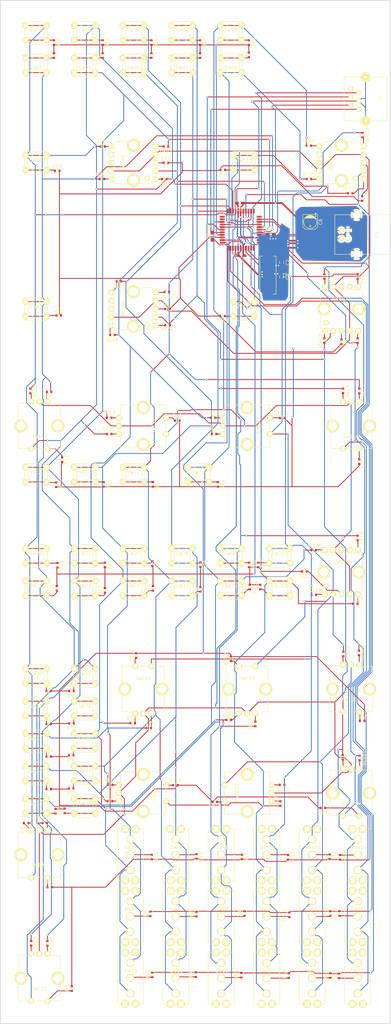
<source format=kicad_pcb>
(kicad_pcb (version 4) (host pcbnew 4.0.2-stable)
  (title_block (title "Main Board"))
  (layers (0 F.Cu signal) (31 B.Cu signal) (34 B.Paste user) (35 F.Paste user) (36 B.SilkS user) (37 F.SilkS user) (38 B.Mask user) (39 F.Mask user) (44 Edge.Cuts user))
  (net 0 "")
  (net 1 "Net-(C1-Pad1)")
  (net 2 GND)
  (net 3 "Net-(C2-Pad1)")
  (net 4 "Net-(C3-Pad2)")
  (net 5 VCC)
  (net 6 ROW0)
  (net 7 "Net-(D10-Pad2)")
  (net 8 "Net-(D11-Pad2)")
  (net 9 ROW1)
  (net 10 "Net-(D12-Pad2)")
  (net 11 "Net-(D13-Pad2)")
  (net 12 "Net-(D14-Pad2)")
  (net 13 "Net-(D15-Pad2)")
  (net 14 "Net-(D16-Pad2)")
  (net 15 "Net-(D17-Pad2)")
  (net 16 "Net-(D18-Pad2)")
  (net 17 "Net-(D19-Pad2)")
  (net 18 "Net-(D20-Pad2)")
  (net 19 "Net-(D21-Pad2)")
  (net 20 "Net-(D22-Pad2)")
  (net 21 "Net-(D23-Pad2)")
  (net 22 "Net-(D24-Pad2)")
  (net 23 "Net-(D25-Pad2)")
  (net 24 "Net-(D26-Pad2)")
  (net 25 "Net-(D27-Pad2)")
  (net 26 ROW2)
  (net 27 "Net-(D28-Pad2)")
  (net 28 "Net-(D29-Pad2)")
  (net 29 "Net-(D30-Pad2)")
  (net 30 "Net-(D31-Pad2)")
  (net 31 "Net-(D32-Pad2)")
  (net 32 "Net-(D33-Pad2)")
  (net 33 "Net-(D34-Pad2)")
  (net 34 "Net-(D35-Pad2)")
  (net 35 "Net-(D36-Pad2)")
  (net 36 "Net-(D37-Pad2)")
  (net 37 "Net-(D38-Pad2)")
  (net 38 "Net-(D39-Pad2)")
  (net 39 "Net-(D40-Pad2)")
  (net 40 ROW3)
  (net 41 "Net-(D41-Pad2)")
  (net 42 "Net-(D44-Pad2)")
  (net 43 "Net-(D46-Pad2)")
  (net 44 "Net-(D48-Pad2)")
  (net 45 "Net-(D54-Pad2)")
  (net 46 "Net-(D56-Pad2)")
  (net 47 ROW4)
  (net 48 "Net-(D58-Pad2)")
  (net 49 "Net-(D64-Pad2)")
  (net 50 ROW5)
  (net 51 "Net-(D66-Pad2)")
  (net 52 "Net-(D68-Pad2)")
  (net 53 ROW6)
  (net 54 COL0)
  (net 55 COL1)
  (net 56 COL2)
  (net 57 COL3)
  (net 58 COL4)
  (net 59 COL5)
  (net 60 COL6)
  (net 61 COL7)
  (net 62 COL8)
  (net 63 COL9)
  (net 64 COL10)
  (net 65 COL11)
  (net 66 COL12)
  (net 67 COL13)
  (net 68 COL14)
  (net 69 COL15)
  (net 70 "Net-(J1-Pad6)")
  (net 71 "Net-(J1-Pad1)")
  (net 72 "Net-(P1-Pad2)")
  (net 73 "Net-(P1-Pad3)")
  (net 74 ENC1)
  (net 75 ENC0)
  (net 76 ENC2)
  (net 77 "Net-(U1-Pad1)")
  (net 78 "Net-(U1-Pad12)")
  (net 79 "Net-(U1-Pad13)")
  (net 80 "Net-(U1-Pad32)")
  (net 81 "Net-(U1-Pad33)")
  (net 82 "Net-(U1-Pad34)")
  (net 83 "Net-(U1-Pad36)")
  (net 84 "Net-(U1-Pad44)")
  (net 85 "Net-(D00-Pad2)")
  (net 86 "Net-(D01-Pad2)")
  (net 87 "Net-(D02-Pad2)")
  (net 88 "Net-(D03-Pad2)")
  (net 89 "Net-(D04-Pad2)")
  (net 90 "Net-(D05-Pad2)")
  (net 91 "Net-(D06-Pad2)")
  (net 92 "Net-(D07-Pad2)")
  (net 93 "Net-(D08-Pad2)")
  (net 94 "Net-(D09-Pad2)")
  (net 95 "Net-(D110-Pad2)")
  (net 96 "Net-(D111-Pad2)")
  (net 97 "Net-(D112-Pad2)")
  (net 98 "Net-(D113-Pad2)")
  (net 99 "Net-(D114-Pad2)")
  (net 100 "Net-(D115-Pad2)")
  (net 101 "Net-(D210-Pad2)")
  (net 102 "Net-(D211-Pad2)")
  (net 103 "Net-(D212-Pad2)")
  (net 104 "Net-(D310-Pad2)")
  (net 105 "Net-(D311-Pad2)")
  (net 106 "Net-(D312-Pad2)")
  (net 107 "Net-(D313-Pad2)")
  (net 108 "Net-(D314-Pad2)")
  (net 109 "Net-(D315-Pad2)")
  (net 110 "Net-(D410-Pad2)")
  (net 111 "Net-(D412-Pad2)")
  (net 112 "Net-(D414-Pad2)")
  (net 113 "Net-(D510-Pad2)")
  (net 114 "Net-(D512-Pad2)")
  (net 115 "Net-(D514-Pad2)")
  (net 116 "Net-(D610-Pad2)")
  (net 117 "Net-(D612-Pad2)")
  (net 118 "Net-(D614-Pad2)")
  (net 119 "Net-(DE00-Pad1)")
  (net 120 "Net-(DE01-Pad1)")
  (net 121 "Net-(DE02-Pad1)")
  (net 122 "Net-(DE03-Pad1)")
  (net 123 "Net-(DE04-Pad1)")
  (net 124 "Net-(DE05-Pad1)")
  (net 125 "Net-(DE06-Pad1)")
  (net 126 "Net-(DE07-Pad1)")
  (net 127 "Net-(DE08-Pad1)")
  (net 128 "Net-(DE09-Pad1)")
  (net 129 "Net-(DE010-Pad1)")
  (net 130 "Net-(DE10-Pad1)")
  (net 131 "Net-(DE011-Pad1)")
  (net 132 "Net-(DE11-Pad1)")
  (net 133 "Net-(DE012-Pad1)")
  (net 134 "Net-(DE12-Pad1)")
  (net 135 "Net-(DE013-Pad1)")
  (net 136 "Net-(DE13-Pad1)")
  (net 137 "Net-(DE014-Pad1)")
  (net 138 "Net-(DE14-Pad1)")
  (net 139 "Net-(DE15-Pad1)")
  (net 140 "Net-(DE015-Pad1)")
  (net 141 "Net-(DE16-Pad1)")
  (net 142 "Net-(DE17-Pad1)")
  (net 143 "Net-(DE18-Pad1)")
  (net 144 "Net-(DE19-Pad1)")
  (net 145 "Net-(DE20-Pad1)")
  (net 146 "Net-(DE21-Pad1)")
  (net 147 "Net-(DE22-Pad1)")
  (net 148 "Net-(DE23-Pad1)")
  (net 149 "Net-(DE24-Pad1)")
  (net 150 "Net-(DE25-Pad1)")
  (net 151 "Net-(DE26-Pad1)")
  (net 152 "Net-(DE27-Pad1)")
  (net 153 "Net-(DE28-Pad1)")
  (net 154 "Net-(DE29-Pad1)")
  (net 155 "Net-(DE110-Pad1)")
  (net 156 "Net-(DE111-Pad1)")
  (net 157 "Net-(DE210-Pad1)")
  (net 158 "Net-(DE211-Pad1)")
  (net 159 "Net-(DE212-Pad1)")
  (net 160 "Net-(DE213-Pad1)")
  (net 161 "Net-(DE214-Pad1)")
  (net 162 "Net-(DE215-Pad1)")
  (module Housings_QFP:TQFP-44_10x10mm_Pitch0.8mm (layer F.Cu) (at 174 110.6 270)
    (fp_text reference U1 (at 0 -7.45 270) (layer F.SilkS))
    (fp_text value PIC18F4550_TQFP)
    (pad 1 smd rect (at -5.7 -4 270) (size 1.5 0.55) (layers F.Cu F.Paste F.Mask) (net 77 "Net-(U1-Pad1)"))
    (pad 2 smd rect (at -5.7 -3.2 270) (size 1.5 0.55) (layers F.Cu F.Paste F.Mask) (net 63 COL9))
    (pad 3 smd rect (at -5.7 -2.4 270) (size 1.5 0.55) (layers F.Cu F.Paste F.Mask) (net 65 COL11))
    (pad 4 smd rect (at -5.7 -1.6 270) (size 1.5 0.55) (layers F.Cu F.Paste F.Mask) (net 67 COL13))
    (pad 5 smd rect (at -5.7 -0.8 270) (size 1.5 0.55) (layers F.Cu F.Paste F.Mask) (net 69 COL15))
    (pad 6 smd rect (at -5.7 0 270) (size 1.5 0.55) (layers F.Cu F.Paste F.Mask) (net 5 VCC))
    (pad 7 smd rect (at -5.7 0.8 270) (size 1.5 0.55) (layers F.Cu F.Paste F.Mask) (net 2 GND))
    (pad 8 smd rect (at -5.7 1.6 270) (size 1.5 0.55) (layers F.Cu F.Paste F.Mask) (net 54 COL0))
    (pad 9 smd rect (at -5.7 2.4 270) (size 1.5 0.55) (layers F.Cu F.Paste F.Mask) (net 56 COL2))
    (pad 10 smd rect (at -5.7 3.2 270) (size 1.5 0.55) (layers F.Cu F.Paste F.Mask) (net 58 COL4))
    (pad 11 smd rect (at -5.7 4 270) (size 1.5 0.55) (layers F.Cu F.Paste F.Mask) (net 60 COL6))
    (pad 12 smd rect (at -4 5.7) (size 1.5 0.55) (layers F.Cu F.Paste F.Mask) (net 78 "Net-(U1-Pad12)"))
    (pad 13 smd rect (at -3.2 5.7) (size 1.5 0.55) (layers F.Cu F.Paste F.Mask) (net 79 "Net-(U1-Pad13)"))
    (pad 14 smd rect (at -2.4 5.7) (size 1.5 0.55) (layers F.Cu F.Paste F.Mask) (net 62 COL8))
    (pad 15 smd rect (at -1.6 5.7) (size 1.5 0.55) (layers F.Cu F.Paste F.Mask) (net 64 COL10))
    (pad 16 smd rect (at -0.8 5.7) (size 1.5 0.55) (layers F.Cu F.Paste F.Mask) (net 66 COL12))
    (pad 17 smd rect (at 0 5.7) (size 1.5 0.55) (layers F.Cu F.Paste F.Mask) (net 68 COL14))
    (pad 18 smd rect (at 0.8 5.7) (size 1.5 0.55) (layers F.Cu F.Paste F.Mask) (net 71 "Net-(J1-Pad1)"))
    (pad 19 smd rect (at 1.6 5.7) (size 1.5 0.55) (layers F.Cu F.Paste F.Mask) (net 6 ROW0))
    (pad 20 smd rect (at 2.4 5.7) (size 1.5 0.55) (layers F.Cu F.Paste F.Mask) (net 9 ROW1))
    (pad 21 smd rect (at 3.2 5.7) (size 1.5 0.55) (layers F.Cu F.Paste F.Mask) (net 26 ROW2))
    (pad 22 smd rect (at 4 5.7) (size 1.5 0.55) (layers F.Cu F.Paste F.Mask) (net 40 ROW3))
    (pad 23 smd rect (at 5.7 4 270) (size 1.5 0.55) (layers F.Cu F.Paste F.Mask) (net 47 ROW4))
    (pad 24 smd rect (at 5.7 3.2 270) (size 1.5 0.55) (layers F.Cu F.Paste F.Mask) (net 50 ROW5))
    (pad 25 smd rect (at 5.7 2.4 270) (size 1.5 0.55) (layers F.Cu F.Paste F.Mask) (net 75 ENC0))
    (pad 26 smd rect (at 5.7 1.6 270) (size 1.5 0.55) (layers F.Cu F.Paste F.Mask) (net 74 ENC1))
    (pad 27 smd rect (at 5.7 0.8 270) (size 1.5 0.55) (layers F.Cu F.Paste F.Mask) (net 76 ENC2))
    (pad 28 smd rect (at 5.7 0 270) (size 1.5 0.55) (layers F.Cu F.Paste F.Mask) (net 2 GND))
    (pad 29 smd rect (at 5.7 -0.8 270) (size 1.5 0.55) (layers F.Cu F.Paste F.Mask) (net 5 VCC))
    (pad 30 smd rect (at 5.7 -1.6 270) (size 1.5 0.55) (layers F.Cu F.Paste F.Mask) (net 4 "Net-(C3-Pad2)"))
    (pad 31 smd rect (at 5.7 -2.4 270) (size 1.5 0.55) (layers F.Cu F.Paste F.Mask) (net 3 "Net-(C2-Pad1)"))
    (pad 32 smd rect (at 5.7 -3.2 270) (size 1.5 0.55) (layers F.Cu F.Paste F.Mask) (net 80 "Net-(U1-Pad32)"))
    (pad 33 smd rect (at 5.7 -4 270) (size 1.5 0.55) (layers F.Cu F.Paste F.Mask) (net 81 "Net-(U1-Pad33)"))
    (pad 34 smd rect (at 4 -5.7) (size 1.5 0.55) (layers F.Cu F.Paste F.Mask) (net 82 "Net-(U1-Pad34)"))
    (pad 35 smd rect (at 3.2 -5.7) (size 1.5 0.55) (layers F.Cu F.Paste F.Mask) (net 53 ROW6))
    (pad 36 smd rect (at 2.4 -5.7) (size 1.5 0.55) (layers F.Cu F.Paste F.Mask) (net 83 "Net-(U1-Pad36)"))
    (pad 37 smd rect (at 1.6 -5.7) (size 1.5 0.55) (layers F.Cu F.Paste F.Mask) (net 1 "Net-(C1-Pad1)"))
    (pad 38 smd rect (at 0.8 -5.7) (size 1.5 0.55) (layers F.Cu F.Paste F.Mask) (net 55 COL1))
    (pad 39 smd rect (at 0 -5.7) (size 1.5 0.55) (layers F.Cu F.Paste F.Mask) (net 57 COL3))
    (pad 40 smd rect (at -0.8 -5.7) (size 1.5 0.55) (layers F.Cu F.Paste F.Mask) (net 59 COL5))
    (pad 41 smd rect (at -1.6 -5.7) (size 1.5 0.55) (layers F.Cu F.Paste F.Mask) (net 61 COL7))
    (pad 42 smd rect (at -2.4 -5.7) (size 1.5 0.55) (layers F.Cu F.Paste F.Mask) (net 72 "Net-(P1-Pad2)"))
    (pad 43 smd rect (at -3.2 -5.7) (size 1.5 0.55) (layers F.Cu F.Paste F.Mask) (net 73 "Net-(P1-Pad3)"))
    (pad 44 smd rect (at -4 -5.7) (size 1.5 0.55) (layers F.Cu F.Paste F.Mask) (net 84 "Net-(U1-Pad44)"))
  )
  (module Diodes_SMD:SOD-523 (layer F.Cu) (at 151 90)
    (fp_text reference D15 (at 0 -1.5) (layer F.SilkS))
    (fp_text value D_Small)
    (pad 2 smd rect (at -0.7 0) (size 0.6 0.7) (layers F.Cu F.Paste F.Mask) (net 13 "Net-(D15-Pad2)"))
    (pad 1 smd rect (at 0.7 0) (size 0.6 0.7) (layers F.Cu F.Paste F.Mask) (net 9 ROW1))
  )
  (module Capacitors_SMD:C_0603_HandSoldering (layer F.Cu) (at 183.25 112.1)
    (fp_text reference C1 (at 0 -1.9) (layer F.SilkS))
    (fp_text value 470n)
    (pad 1 smd rect (at -0.95 0) (size 1.2 0.75) (layers F.Cu F.Paste F.Mask) (net 1 "Net-(C1-Pad1)"))
    (pad 2 smd rect (at 0.95 0) (size 1.2 0.75) (layers F.Cu F.Paste F.Mask) (net 2 GND))
  )
  (module Capacitors_SMD:C_0603_HandSoldering (layer F.Cu) (at 186.6 120.7 270)
    (fp_text reference C2 (at 0 -1.9 270) (layer F.SilkS))
    (fp_text value 15p)
    (pad 1 smd rect (at -0.95 0 270) (size 1.2 0.75) (layers F.Cu F.Paste F.Mask) (net 3 "Net-(C2-Pad1)"))
    (pad 2 smd rect (at 0.95 0 270) (size 1.2 0.75) (layers F.Cu F.Paste F.Mask) (net 2 GND))
  )
  (module Capacitors_SMD:C_0603_HandSoldering (layer F.Cu) (at 186.6 125.1 270)
    (fp_text reference C3 (at 0 -1.9 270) (layer F.SilkS))
    (fp_text value 15p)
    (pad 1 smd rect (at -0.95 0 270) (size 1.2 0.75) (layers F.Cu F.Paste F.Mask) (net 2 GND))
    (pad 2 smd rect (at 0.95 0 270) (size 1.2 0.75) (layers F.Cu F.Paste F.Mask) (net 4 "Net-(C3-Pad2)"))
  )
  (module Capacitors_SMD:C_0603_HandSoldering (layer F.Cu) (at 174.2 118.6 180)
    (fp_text reference C4 (at 0 -1.9 180) (layer F.SilkS))
    (fp_text value 100n)
    (pad 1 smd rect (at -0.95 0 180) (size 1.2 0.75) (layers F.Cu F.Paste F.Mask) (net 5 VCC))
    (pad 2 smd rect (at 0.95 0 180) (size 1.2 0.75) (layers F.Cu F.Paste F.Mask) (net 2 GND))
  )
  (module Capacitors_SMD:C_0603_HandSoldering (layer F.Cu) (at 173.75 102.4 180)
    (fp_text reference C5 (at 0 -1.9 180) (layer F.SilkS))
    (fp_text value 100n)
    (pad 1 smd rect (at -0.95 0 180) (size 1.2 0.75) (layers F.Cu F.Paste F.Mask) (net 5 VCC))
    (pad 2 smd rect (at 0.95 0 180) (size 1.2 0.75) (layers F.Cu F.Paste F.Mask) (net 2 GND))
  )
  (module Capacitors_SMD:c_elec_4x4.5 (layer F.Cu) (at 195.4 108.2 270)
    (fp_text reference C6 (at 0 -3.175 270) (layer F.SilkS))
    (fp_text value 10u)
    (pad 1 smd rect (at 1.80086 0 270) (size 2.60096 1.6002) (layers F.Cu F.Paste F.Mask) (net 5 VCC))
    (pad 2 smd rect (at -1.80086 0 270) (size 2.60096 1.6002) (layers F.Cu F.Paste F.Mask) (net 2 GND))
  )
  (module Diodes_SMD:SOD-523 (layer F.Cu) (at 116.5 53 270)
    (fp_text reference D00 (at 0 -1.5 270) (layer F.SilkS))
    (fp_text value D_Small)
    (pad 2 smd rect (at -0.7 0 270) (size 0.6 0.7) (layers F.Cu F.Paste F.Mask) (net 85 "Net-(D00-Pad2)"))
    (pad 1 smd rect (at 0.7 0 270) (size 0.6 0.7) (layers F.Cu F.Paste F.Mask) (net 6 ROW0))
  )
  (module Diodes_SMD:SOD-523 (layer F.Cu) (at 116.5 57 90)
    (fp_text reference D01 (at 0 -1.5 90) (layer F.SilkS))
    (fp_text value D_Small)
    (pad 2 smd rect (at -0.7 0 90) (size 0.6 0.7) (layers F.Cu F.Paste F.Mask) (net 86 "Net-(D01-Pad2)"))
    (pad 1 smd rect (at 0.7 0 90) (size 0.6 0.7) (layers F.Cu F.Paste F.Mask) (net 6 ROW0))
  )
  (module Diodes_SMD:SOD-523 (layer F.Cu) (at 131.5 53 270)
    (fp_text reference D02 (at 0 -1.5 270) (layer F.SilkS))
    (fp_text value D_Small)
    (pad 2 smd rect (at -0.7 0 270) (size 0.6 0.7) (layers F.Cu F.Paste F.Mask) (net 87 "Net-(D02-Pad2)"))
    (pad 1 smd rect (at 0.7 0 270) (size 0.6 0.7) (layers F.Cu F.Paste F.Mask) (net 6 ROW0))
  )
  (module Diodes_SMD:SOD-523 (layer F.Cu) (at 131.5 57 90)
    (fp_text reference D03 (at 0 -1.5 90) (layer F.SilkS))
    (fp_text value D_Small)
    (pad 2 smd rect (at -0.7 0 90) (size 0.6 0.7) (layers F.Cu F.Paste F.Mask) (net 88 "Net-(D03-Pad2)"))
    (pad 1 smd rect (at 0.7 0 90) (size 0.6 0.7) (layers F.Cu F.Paste F.Mask) (net 6 ROW0))
  )
  (module Diodes_SMD:SOD-523 (layer F.Cu) (at 146.5 53 270)
    (fp_text reference D04 (at 0 -1.5 270) (layer F.SilkS))
    (fp_text value D_Small)
    (pad 2 smd rect (at -0.7 0 270) (size 0.6 0.7) (layers F.Cu F.Paste F.Mask) (net 89 "Net-(D04-Pad2)"))
    (pad 1 smd rect (at 0.7 0 270) (size 0.6 0.7) (layers F.Cu F.Paste F.Mask) (net 6 ROW0))
  )
  (module Diodes_SMD:SOD-523 (layer F.Cu) (at 146.5 57 90)
    (fp_text reference D05 (at 0 -1.5 90) (layer F.SilkS))
    (fp_text value D_Small)
    (pad 2 smd rect (at -0.7 0 90) (size 0.6 0.7) (layers F.Cu F.Paste F.Mask) (net 90 "Net-(D05-Pad2)"))
    (pad 1 smd rect (at 0.7 0 90) (size 0.6 0.7) (layers F.Cu F.Paste F.Mask) (net 6 ROW0))
  )
  (module Diodes_SMD:SOD-523 (layer F.Cu) (at 161.5 53 270)
    (fp_text reference D06 (at 0 -1.5 270) (layer F.SilkS))
    (fp_text value D_Small)
    (pad 2 smd rect (at -0.7 0 270) (size 0.6 0.7) (layers F.Cu F.Paste F.Mask) (net 91 "Net-(D06-Pad2)"))
    (pad 1 smd rect (at 0.7 0 270) (size 0.6 0.7) (layers F.Cu F.Paste F.Mask) (net 6 ROW0))
  )
  (module Diodes_SMD:SOD-523 (layer F.Cu) (at 161.5 57 90)
    (fp_text reference D07 (at 0 -1.5 90) (layer F.SilkS))
    (fp_text value D_Small)
    (pad 2 smd rect (at -0.7 0 90) (size 0.6 0.7) (layers F.Cu F.Paste F.Mask) (net 92 "Net-(D07-Pad2)"))
    (pad 1 smd rect (at 0.7 0 90) (size 0.6 0.7) (layers F.Cu F.Paste F.Mask) (net 6 ROW0))
  )
  (module Diodes_SMD:SOD-523 (layer F.Cu) (at 176.5 53 270)
    (fp_text reference D08 (at 0 -1.5 270) (layer F.SilkS))
    (fp_text value D_Small)
    (pad 2 smd rect (at -0.7 0 270) (size 0.6 0.7) (layers F.Cu F.Paste F.Mask) (net 93 "Net-(D08-Pad2)"))
    (pad 1 smd rect (at 0.7 0 270) (size 0.6 0.7) (layers F.Cu F.Paste F.Mask) (net 6 ROW0))
  )
  (module Diodes_SMD:SOD-523 (layer F.Cu) (at 176.5 56.8 90)
    (fp_text reference D09 (at 0 -1.5 90) (layer F.SilkS))
    (fp_text value D_Small)
    (pad 2 smd rect (at -0.7 0 90) (size 0.6 0.7) (layers F.Cu F.Paste F.Mask) (net 94 "Net-(D09-Pad2)"))
    (pad 1 smd rect (at 0.7 0 90) (size 0.6 0.7) (layers F.Cu F.Paste F.Mask) (net 6 ROW0))
  )
  (module Diodes_SMD:SOD-523 (layer F.Cu) (at 117.5 92.5)
    (fp_text reference D10 (at 0 -1.5) (layer F.SilkS))
    (fp_text value D_Small)
    (pad 2 smd rect (at -0.7 0) (size 0.6 0.7) (layers F.Cu F.Paste F.Mask) (net 7 "Net-(D10-Pad2)"))
    (pad 1 smd rect (at 0.7 0) (size 0.6 0.7) (layers F.Cu F.Paste F.Mask) (net 9 ROW1))
  )
  (module Diodes_SMD:SOD-523 (layer F.Cu) (at 118 137)
    (fp_text reference D11 (at 0 -1.5) (layer F.SilkS))
    (fp_text value D_Small)
    (pad 2 smd rect (at -0.7 0) (size 0.6 0.7) (layers F.Cu F.Paste F.Mask) (net 8 "Net-(D11-Pad2)"))
    (pad 1 smd rect (at 0.7 0) (size 0.6 0.7) (layers F.Cu F.Paste F.Mask) (net 9 ROW1))
  )
  (module Diodes_SMD:SOD-523 (layer F.Cu) (at 119 181.4 270)
    (fp_text reference D12 (at 0 -1.5 270) (layer F.SilkS))
    (fp_text value D_Small)
    (pad 2 smd rect (at -0.7 0 270) (size 0.6 0.7) (layers F.Cu F.Paste F.Mask) (net 10 "Net-(D12-Pad2)"))
    (pad 1 smd rect (at 0.7 0 270) (size 0.6 0.7) (layers F.Cu F.Paste F.Mask) (net 9 ROW1))
  )
  (module Diodes_SMD:SOD-523 (layer F.Cu) (at 117.2 189.1 270)
    (fp_text reference D13 (at 0 -1.5 270) (layer F.SilkS))
    (fp_text value D_Small)
    (pad 2 smd rect (at -0.7 0 270) (size 0.6 0.7) (layers F.Cu F.Paste F.Mask) (net 11 "Net-(D13-Pad2)"))
    (pad 1 smd rect (at 0.7 0 270) (size 0.6 0.7) (layers F.Cu F.Paste F.Mask) (net 9 ROW1))
  )
  (module Diodes_SMD:SOD-523 (layer F.Cu) (at 131.8 189 270)
    (fp_text reference D14 (at 0 -1.5 270) (layer F.SilkS))
    (fp_text value D_Small)
    (pad 2 smd rect (at -0.7 0 270) (size 0.6 0.7) (layers F.Cu F.Paste F.Mask) (net 12 "Net-(D14-Pad2)"))
    (pad 1 smd rect (at 0.7 0 270) (size 0.6 0.7) (layers F.Cu F.Paste F.Mask) (net 9 ROW1))
  )
  (module Diodes_SMD:SOD-523 (layer F.Cu) (at 151.5 135)
    (fp_text reference D16 (at 0 -1.5) (layer F.SilkS))
    (fp_text value D_Small)
    (pad 2 smd rect (at -0.7 0) (size 0.6 0.7) (layers F.Cu F.Paste F.Mask) (net 14 "Net-(D16-Pad2)"))
    (pad 1 smd rect (at 0.7 0) (size 0.6 0.7) (layers F.Cu F.Paste F.Mask) (net 9 ROW1))
  )
  (module Diodes_SMD:SOD-523 (layer F.Cu) (at 147 189 270)
    (fp_text reference D17 (at 0 -1.5 270) (layer F.SilkS))
    (fp_text value D_Small)
    (pad 2 smd rect (at -0.7 0 270) (size 0.6 0.7) (layers F.Cu F.Paste F.Mask) (net 15 "Net-(D17-Pad2)"))
    (pad 1 smd rect (at 0.7 0 270) (size 0.6 0.7) (layers F.Cu F.Paste F.Mask) (net 9 ROW1))
  )
  (module Diodes_SMD:SOD-523 (layer F.Cu) (at 154.5 169.4)
    (fp_text reference D18 (at 0 -1.5) (layer F.SilkS))
    (fp_text value D_Small)
    (pad 2 smd rect (at -0.7 0) (size 0.6 0.7) (layers F.Cu F.Paste F.Mask) (net 16 "Net-(D18-Pad2)"))
    (pad 1 smd rect (at 0.7 0) (size 0.6 0.7) (layers F.Cu F.Paste F.Mask) (net 9 ROW1))
  )
  (module Diodes_SMD:SOD-523 (layer F.Cu) (at 167 189 270)
    (fp_text reference D19 (at 0 -1.5 270) (layer F.SilkS))
    (fp_text value D_Small)
    (pad 2 smd rect (at -0.7 0 270) (size 0.6 0.7) (layers F.Cu F.Paste F.Mask) (net 17 "Net-(D19-Pad2)"))
    (pad 1 smd rect (at 0.7 0 270) (size 0.6 0.7) (layers F.Cu F.Paste F.Mask) (net 9 ROW1))
  )
  (module Diodes_SMD:SOD-523 (layer F.Cu) (at 168.5 92.2 180)
    (fp_text reference D110 (at 0 -1.5 180) (layer F.SilkS))
    (fp_text value D_Small)
    (pad 2 smd rect (at -0.7 0 180) (size 0.6 0.7) (layers F.Cu F.Paste F.Mask) (net 95 "Net-(D110-Pad2)"))
    (pad 1 smd rect (at 0.7 0 180) (size 0.6 0.7) (layers F.Cu F.Paste F.Mask) (net 9 ROW1))
  )
  (module Diodes_SMD:SOD-523 (layer F.Cu) (at 168.4 137.2 180)
    (fp_text reference D111 (at 0 -1.5 180) (layer F.SilkS))
    (fp_text value D_Small)
    (pad 2 smd rect (at -0.7 0 180) (size 0.6 0.7) (layers F.Cu F.Paste F.Mask) (net 96 "Net-(D111-Pad2)"))
    (pad 1 smd rect (at 0.7 0 180) (size 0.6 0.7) (layers F.Cu F.Paste F.Mask) (net 9 ROW1))
  )
  (module Diodes_SMD:SOD-523 (layer F.Cu) (at 186.8 168.6)
    (fp_text reference D112 (at 0 -1.5) (layer F.SilkS))
    (fp_text value D_Small)
    (pad 2 smd rect (at -0.7 0) (size 0.6 0.7) (layers F.Cu F.Paste F.Mask) (net 97 "Net-(D112-Pad2)"))
    (pad 1 smd rect (at 0.7 0) (size 0.6 0.7) (layers F.Cu F.Paste F.Mask) (net 9 ROW1))
  )
  (module Diodes_SMD:SOD-523 (layer F.Cu) (at 211.4 101 270)
    (fp_text reference D113 (at 0 -1.5 270) (layer F.SilkS))
    (fp_text value D_Small)
    (pad 2 smd rect (at -0.7 0 270) (size 0.6 0.7) (layers F.Cu F.Paste F.Mask) (net 98 "Net-(D113-Pad2)"))
    (pad 1 smd rect (at 0.7 0 270) (size 0.6 0.7) (layers F.Cu F.Paste F.Mask) (net 9 ROW1))
  )
  (module Diodes_SMD:SOD-523 (layer F.Cu) (at 205 145.1 270)
    (fp_text reference D114 (at 0 -1.5 270) (layer F.SilkS))
    (fp_text value D_Small)
    (pad 2 smd rect (at -0.7 0 270) (size 0.6 0.7) (layers F.Cu F.Paste F.Mask) (net 99 "Net-(D114-Pad2)"))
    (pad 1 smd rect (at 0.7 0 270) (size 0.6 0.7) (layers F.Cu F.Paste F.Mask) (net 9 ROW1))
  )
  (module Diodes_SMD:SOD-523 (layer F.Cu) (at 210.5 182 270)
    (fp_text reference D115 (at 0 -1.5 270) (layer F.SilkS))
    (fp_text value D_Small)
    (pad 2 smd rect (at -0.7 0 270) (size 0.6 0.7) (layers F.Cu F.Paste F.Mask) (net 100 "Net-(D115-Pad2)"))
    (pad 1 smd rect (at 0.7 0 270) (size 0.6 0.7) (layers F.Cu F.Paste F.Mask) (net 9 ROW1))
  )
  (module Diodes_SMD:SOD-523 (layer F.Cu) (at 117.6 213.9 270)
    (fp_text reference D20 (at 0 -1.5 270) (layer F.SilkS))
    (fp_text value D_Small)
    (pad 2 smd rect (at -0.7 0 270) (size 0.6 0.7) (layers F.Cu F.Paste F.Mask) (net 18 "Net-(D20-Pad2)"))
    (pad 1 smd rect (at 0.7 0 270) (size 0.6 0.7) (layers F.Cu F.Paste F.Mask) (net 26 ROW2))
  )
  (module Diodes_SMD:SOD-523 (layer F.Cu) (at 117.4 221 90)
    (fp_text reference D21 (at 0 -1.5 90) (layer F.SilkS))
    (fp_text value D_Small)
    (pad 2 smd rect (at -0.7 0 90) (size 0.6 0.7) (layers F.Cu F.Paste F.Mask) (net 19 "Net-(D21-Pad2)"))
    (pad 1 smd rect (at 0.7 0 90) (size 0.6 0.7) (layers F.Cu F.Paste F.Mask) (net 26 ROW2))
  )
  (module Diodes_SMD:SOD-523 (layer F.Cu) (at 132.2 213.8 270)
    (fp_text reference D22 (at 0 -1.5 270) (layer F.SilkS))
    (fp_text value D_Small)
    (pad 2 smd rect (at -0.7 0 270) (size 0.6 0.7) (layers F.Cu F.Paste F.Mask) (net 20 "Net-(D22-Pad2)"))
    (pad 1 smd rect (at 0.7 0 270) (size 0.6 0.7) (layers F.Cu F.Paste F.Mask) (net 26 ROW2))
  )
  (module Diodes_SMD:SOD-523 (layer F.Cu) (at 132.2 221.6 90)
    (fp_text reference D23 (at 0 -1.5 90) (layer F.SilkS))
    (fp_text value D_Small)
    (pad 2 smd rect (at -0.7 0 90) (size 0.6 0.7) (layers F.Cu F.Paste F.Mask) (net 21 "Net-(D23-Pad2)"))
    (pad 1 smd rect (at 0.7 0 90) (size 0.6 0.7) (layers F.Cu F.Paste F.Mask) (net 26 ROW2))
  )
  (module Diodes_SMD:SOD-523 (layer F.Cu) (at 146.8 213.4 270)
    (fp_text reference D24 (at 0 -1.5 270) (layer F.SilkS))
    (fp_text value D_Small)
    (pad 2 smd rect (at -0.7 0 270) (size 0.6 0.7) (layers F.Cu F.Paste F.Mask) (net 22 "Net-(D24-Pad2)"))
    (pad 1 smd rect (at 0.7 0 270) (size 0.6 0.7) (layers F.Cu F.Paste F.Mask) (net 26 ROW2))
  )
  (module Diodes_SMD:SOD-523 (layer F.Cu) (at 147 221 90)
    (fp_text reference D25 (at 0 -1.5 90) (layer F.SilkS))
    (fp_text value D_Small)
    (pad 2 smd rect (at -0.7 0 90) (size 0.6 0.7) (layers F.Cu F.Paste F.Mask) (net 23 "Net-(D25-Pad2)"))
    (pad 1 smd rect (at 0.7 0 90) (size 0.6 0.7) (layers F.Cu F.Paste F.Mask) (net 26 ROW2))
  )
  (module Diodes_SMD:SOD-523 (layer F.Cu) (at 161.6 213.7 270)
    (fp_text reference D26 (at 0 -1.5 270) (layer F.SilkS))
    (fp_text value D_Small)
    (pad 2 smd rect (at -0.7 0 270) (size 0.6 0.7) (layers F.Cu F.Paste F.Mask) (net 24 "Net-(D26-Pad2)"))
    (pad 1 smd rect (at 0.7 0 270) (size 0.6 0.7) (layers F.Cu F.Paste F.Mask) (net 26 ROW2))
  )
  (module Diodes_SMD:SOD-523 (layer F.Cu) (at 161.6 221.3 90)
    (fp_text reference D27 (at 0 -1.5 90) (layer F.SilkS))
    (fp_text value D_Small)
    (pad 2 smd rect (at -0.7 0 90) (size 0.6 0.7) (layers F.Cu F.Paste F.Mask) (net 25 "Net-(D27-Pad2)"))
    (pad 1 smd rect (at 0.7 0 90) (size 0.6 0.7) (layers F.Cu F.Paste F.Mask) (net 26 ROW2))
  )
  (module Diodes_SMD:SOD-523 (layer F.Cu) (at 176.6 213.8 270)
    (fp_text reference D28 (at 0 -1.5 270) (layer F.SilkS))
    (fp_text value D_Small)
    (pad 2 smd rect (at -0.7 0 270) (size 0.6 0.7) (layers F.Cu F.Paste F.Mask) (net 27 "Net-(D28-Pad2)"))
    (pad 1 smd rect (at 0.7 0 270) (size 0.6 0.7) (layers F.Cu F.Paste F.Mask) (net 26 ROW2))
  )
  (module Diodes_SMD:SOD-523 (layer F.Cu) (at 176.8 220.6 90)
    (fp_text reference D29 (at 0 -1.5 90) (layer F.SilkS))
    (fp_text value D_Small)
    (pad 2 smd rect (at -0.7 0 90) (size 0.6 0.7) (layers F.Cu F.Paste F.Mask) (net 28 "Net-(D29-Pad2)"))
    (pad 1 smd rect (at 0.7 0 90) (size 0.6 0.7) (layers F.Cu F.Paste F.Mask) (net 26 ROW2))
  )
  (module Diodes_SMD:SOD-523 (layer F.Cu) (at 179.4 213.8 270)
    (fp_text reference D210 (at 0 -1.5 270) (layer F.SilkS))
    (fp_text value D_Small)
    (pad 2 smd rect (at -0.7 0 270) (size 0.6 0.7) (layers F.Cu F.Paste F.Mask) (net 101 "Net-(D210-Pad2)"))
    (pad 1 smd rect (at 0.7 0 270) (size 0.6 0.7) (layers F.Cu F.Paste F.Mask) (net 26 ROW2))
  )
  (module Diodes_SMD:SOD-523 (layer F.Cu) (at 180 220.6 90)
    (fp_text reference D211 (at 0 -1.5 90) (layer F.SilkS))
    (fp_text value D_Small)
    (pad 2 smd rect (at -0.7 0 90) (size 0.6 0.7) (layers F.Cu F.Paste F.Mask) (net 102 "Net-(D211-Pad2)"))
    (pad 1 smd rect (at 0.7 0 90) (size 0.6 0.7) (layers F.Cu F.Paste F.Mask) (net 26 ROW2))
  )
  (module Diodes_SMD:SOD-523 (layer F.Cu) (at 193.6 215.8 180)
    (fp_text reference D212 (at 0 -1.5 180) (layer F.SilkS))
    (fp_text value D_Small)
    (pad 2 smd rect (at -0.7 0 180) (size 0.6 0.7) (layers F.Cu F.Paste F.Mask) (net 103 "Net-(D212-Pad2)"))
    (pad 1 smd rect (at 0.7 0 180) (size 0.6 0.7) (layers F.Cu F.Paste F.Mask) (net 26 ROW2))
  )
  (module Diodes_SMD:SOD-523 (layer F.Cu) (at 114.9 252.6)
    (fp_text reference D30 (at 0 -1.5) (layer F.SilkS))
    (fp_text value D_Small)
    (pad 2 smd rect (at -0.7 0) (size 0.6 0.7) (layers F.Cu F.Paste F.Mask) (net 29 "Net-(D30-Pad2)"))
    (pad 1 smd rect (at 0.7 0) (size 0.6 0.7) (layers F.Cu F.Paste F.Mask) (net 40 ROW3))
  )
  (module Diodes_SMD:SOD-523 (layer F.Cu) (at 121.9 252.6 180)
    (fp_text reference D31 (at 0 -1.5 180) (layer F.SilkS))
    (fp_text value D_Small)
    (pad 2 smd rect (at -0.7 0 180) (size 0.6 0.7) (layers F.Cu F.Paste F.Mask) (net 30 "Net-(D31-Pad2)"))
    (pad 1 smd rect (at 0.7 0 180) (size 0.6 0.7) (layers F.Cu F.Paste F.Mask) (net 40 ROW3))
  )
  (module Diodes_SMD:SOD-523 (layer F.Cu) (at 114.9 262.8)
    (fp_text reference D32 (at 0 -1.5) (layer F.SilkS))
    (fp_text value D_Small)
    (pad 2 smd rect (at -0.7 0) (size 0.6 0.7) (layers F.Cu F.Paste F.Mask) (net 31 "Net-(D32-Pad2)"))
    (pad 1 smd rect (at 0.7 0) (size 0.6 0.7) (layers F.Cu F.Paste F.Mask) (net 40 ROW3))
  )
  (module Diodes_SMD:SOD-523 (layer F.Cu) (at 121.9 262.6 180)
    (fp_text reference D33 (at 0 -1.5 180) (layer F.SilkS))
    (fp_text value D_Small)
    (pad 2 smd rect (at -0.7 0 180) (size 0.6 0.7) (layers F.Cu F.Paste F.Mask) (net 32 "Net-(D33-Pad2)"))
    (pad 1 smd rect (at 0.7 0 180) (size 0.6 0.7) (layers F.Cu F.Paste F.Mask) (net 40 ROW3))
  )
  (module Diodes_SMD:SOD-523 (layer F.Cu) (at 114.9 272.8)
    (fp_text reference D34 (at 0 -1.5) (layer F.SilkS))
    (fp_text value D_Small)
    (pad 2 smd rect (at -0.7 0) (size 0.6 0.7) (layers F.Cu F.Paste F.Mask) (net 33 "Net-(D34-Pad2)"))
    (pad 1 smd rect (at 0.7 0) (size 0.6 0.7) (layers F.Cu F.Paste F.Mask) (net 40 ROW3))
  )
  (module Diodes_SMD:SOD-523 (layer F.Cu) (at 121.8 272.4 180)
    (fp_text reference D35 (at 0 -1.5 180) (layer F.SilkS))
    (fp_text value D_Small)
    (pad 2 smd rect (at -0.7 0 180) (size 0.6 0.7) (layers F.Cu F.Paste F.Mask) (net 34 "Net-(D35-Pad2)"))
    (pad 1 smd rect (at 0.7 0 180) (size 0.6 0.7) (layers F.Cu F.Paste F.Mask) (net 40 ROW3))
  )
  (module Diodes_SMD:SOD-523 (layer F.Cu) (at 114.9 282.8)
    (fp_text reference D36 (at 0 -1.5) (layer F.SilkS))
    (fp_text value D_Small)
    (pad 2 smd rect (at -0.7 0) (size 0.6 0.7) (layers F.Cu F.Paste F.Mask) (net 35 "Net-(D36-Pad2)"))
    (pad 1 smd rect (at 0.7 0) (size 0.6 0.7) (layers F.Cu F.Paste F.Mask) (net 40 ROW3))
  )
  (module Diodes_SMD:SOD-523 (layer F.Cu) (at 121.8 282.6 180)
    (fp_text reference D37 (at 0 -1.5 180) (layer F.SilkS))
    (fp_text value D_Small)
    (pad 2 smd rect (at -0.7 0 180) (size 0.6 0.7) (layers F.Cu F.Paste F.Mask) (net 36 "Net-(D37-Pad2)"))
    (pad 1 smd rect (at 0.7 0 180) (size 0.6 0.7) (layers F.Cu F.Paste F.Mask) (net 40 ROW3))
  )
  (module Diodes_SMD:SOD-523 (layer F.Cu) (at 117 289.6 90)
    (fp_text reference D38 (at 0 -1.5 90) (layer F.SilkS))
    (fp_text value D_Small)
    (pad 2 smd rect (at -0.7 0 90) (size 0.6 0.7) (layers F.Cu F.Paste F.Mask) (net 37 "Net-(D38-Pad2)"))
    (pad 1 smd rect (at 0.7 0 90) (size 0.6 0.7) (layers F.Cu F.Paste F.Mask) (net 40 ROW3))
  )
  (module Diodes_SMD:SOD-523 (layer F.Cu) (at 119.8 289.5 90)
    (fp_text reference D39 (at 0 -1.5 90) (layer F.SilkS))
    (fp_text value D_Small)
    (pad 2 smd rect (at -0.7 0 90) (size 0.6 0.7) (layers F.Cu F.Paste F.Mask) (net 38 "Net-(D39-Pad2)"))
    (pad 1 smd rect (at 0.7 0 90) (size 0.6 0.7) (layers F.Cu F.Paste F.Mask) (net 40 ROW3))
  )
  (module Diodes_SMD:SOD-523 (layer F.Cu) (at 141.8 241.7 90)
    (fp_text reference D310 (at 0 -1.5 90) (layer F.SilkS))
    (fp_text value D_Small)
    (pad 2 smd rect (at -0.7 0 90) (size 0.6 0.7) (layers F.Cu F.Paste F.Mask) (net 104 "Net-(D310-Pad2)"))
    (pad 1 smd rect (at 0.7 0 90) (size 0.6 0.7) (layers F.Cu F.Paste F.Mask) (net 40 ROW3))
  )
  (module Diodes_SMD:SOD-523 (layer F.Cu) (at 153.9 281.6)
    (fp_text reference D311 (at 0 -1.5) (layer F.SilkS))
    (fp_text value D_Small)
    (pad 2 smd rect (at -0.7 0) (size 0.6 0.7) (layers F.Cu F.Paste F.Mask) (net 105 "Net-(D311-Pad2)"))
    (pad 1 smd rect (at 0.7 0) (size 0.6 0.7) (layers F.Cu F.Paste F.Mask) (net 40 ROW3))
  )
  (module Diodes_SMD:SOD-523 (layer F.Cu) (at 171 242.7 90)
    (fp_text reference D312 (at 0 -1.5 90) (layer F.SilkS))
    (fp_text value D_Small)
    (pad 2 smd rect (at -0.7 0 90) (size 0.6 0.7) (layers F.Cu F.Paste F.Mask) (net 106 "Net-(D312-Pad2)"))
    (pad 1 smd rect (at 0.7 0 90) (size 0.6 0.7) (layers F.Cu F.Paste F.Mask) (net 40 ROW3))
  )
  (module Diodes_SMD:SOD-523 (layer F.Cu) (at 166.05 286.75 180)
    (fp_text reference D313 (at 0 -1.5 180) (layer F.SilkS))
    (fp_text value D_Small)
    (pad 2 smd rect (at -0.7 0 180) (size 0.6 0.7) (layers F.Cu F.Paste F.Mask) (net 107 "Net-(D313-Pad2)"))
    (pad 1 smd rect (at 0.7 0 180) (size 0.6 0.7) (layers F.Cu F.Paste F.Mask) (net 40 ROW3))
  )
  (module Diodes_SMD:SOD-523 (layer F.Cu) (at 211.4 261.8)
    (fp_text reference D314 (at 0 -1.5) (layer F.SilkS))
    (fp_text value D_Small)
    (pad 2 smd rect (at -0.7 0) (size 0.6 0.7) (layers F.Cu F.Paste F.Mask) (net 108 "Net-(D314-Pad2)"))
    (pad 1 smd rect (at 0.7 0) (size 0.6 0.7) (layers F.Cu F.Paste F.Mask) (net 40 ROW3))
  )
  (module Diodes_SMD:SOD-523 (layer F.Cu) (at 199.3 288.6 180)
    (fp_text reference D315 (at 0 -1.5 180) (layer F.SilkS))
    (fp_text value D_Small)
    (pad 2 smd rect (at -0.7 0 180) (size 0.6 0.7) (layers F.Cu F.Paste F.Mask) (net 109 "Net-(D315-Pad2)"))
    (pad 1 smd rect (at 0.7 0 180) (size 0.6 0.7) (layers F.Cu F.Paste F.Mask) (net 40 ROW3))
  )
  (module Diodes_SMD:SOD-523 (layer F.Cu) (at 115.2 313)
    (fp_text reference D40 (at 0 -1.5) (layer F.SilkS))
    (fp_text value D_Small)
    (pad 2 smd rect (at -0.7 0) (size 0.6 0.7) (layers F.Cu F.Paste F.Mask) (net 39 "Net-(D40-Pad2)"))
    (pad 1 smd rect (at 0.7 0) (size 0.6 0.7) (layers F.Cu F.Paste F.Mask) (net 47 ROW4))
  )
  (module Diodes_SMD:SOD-523 (layer F.Cu) (at 122 344.2 90)
    (fp_text reference D41 (at 0 -1.5 90) (layer F.SilkS))
    (fp_text value D_Small)
    (pad 2 smd rect (at -0.7 0 90) (size 0.6 0.7) (layers F.Cu F.Paste F.Mask) (net 41 "Net-(D41-Pad2)"))
    (pad 1 smd rect (at 0.7 0 90) (size 0.6 0.7) (layers F.Cu F.Paste F.Mask) (net 47 ROW4))
  )
  (module Diodes_SMD:SOD-523 (layer F.Cu) (at 146.6 303.7 270)
    (fp_text reference D44 (at 0 -1.5 270) (layer F.SilkS))
    (fp_text value D_Small)
    (pad 2 smd rect (at -0.7 0 270) (size 0.6 0.7) (layers F.Cu F.Paste F.Mask) (net 42 "Net-(D44-Pad2)"))
    (pad 1 smd rect (at 0.7 0 270) (size 0.6 0.7) (layers F.Cu F.Paste F.Mask) (net 47 ROW4))
  )
  (module Diodes_SMD:SOD-523 (layer F.Cu) (at 160.4 303.5 270)
    (fp_text reference D46 (at 0 -1.5 270) (layer F.SilkS))
    (fp_text value D_Small)
    (pad 2 smd rect (at -0.7 0 270) (size 0.6 0.7) (layers F.Cu F.Paste F.Mask) (net 43 "Net-(D46-Pad2)"))
    (pad 1 smd rect (at 0.7 0 270) (size 0.6 0.7) (layers F.Cu F.Paste F.Mask) (net 47 ROW4))
  )
  (module Diodes_SMD:SOD-523 (layer F.Cu) (at 174.4 303.7 270)
    (fp_text reference D48 (at 0 -1.5 270) (layer F.SilkS))
    (fp_text value D_Small)
    (pad 2 smd rect (at -0.7 0 270) (size 0.6 0.7) (layers F.Cu F.Paste F.Mask) (net 44 "Net-(D48-Pad2)"))
    (pad 1 smd rect (at 0.7 0 270) (size 0.6 0.7) (layers F.Cu F.Paste F.Mask) (net 47 ROW4))
  )
  (module Diodes_SMD:SOD-523 (layer F.Cu) (at 188.6 303.8 270)
    (fp_text reference D410 (at 0 -1.5 270) (layer F.SilkS))
    (fp_text value D_Small)
    (pad 2 smd rect (at -0.7 0 270) (size 0.6 0.7) (layers F.Cu F.Paste F.Mask) (net 110 "Net-(D410-Pad2)"))
    (pad 1 smd rect (at 0.7 0 270) (size 0.6 0.7) (layers F.Cu F.Paste F.Mask) (net 47 ROW4))
  )
  (module Diodes_SMD:SOD-523 (layer F.Cu) (at 201.4 303.6 270)
    (fp_text reference D412 (at 0 -1.5 270) (layer F.SilkS))
    (fp_text value D_Small)
    (pad 2 smd rect (at -0.7 0 270) (size 0.6 0.7) (layers F.Cu F.Paste F.Mask) (net 111 "Net-(D412-Pad2)"))
    (pad 1 smd rect (at 0.7 0 270) (size 0.6 0.7) (layers F.Cu F.Paste F.Mask) (net 47 ROW4))
  )
  (module Diodes_SMD:SOD-523 (layer F.Cu) (at 204.6 303.8 270)
    (fp_text reference D414 (at 0 -1.5 270) (layer F.SilkS))
    (fp_text value D_Small)
    (pad 2 smd rect (at -0.7 0 270) (size 0.6 0.7) (layers F.Cu F.Paste F.Mask) (net 112 "Net-(D414-Pad2)"))
    (pad 1 smd rect (at 0.7 0 270) (size 0.6 0.7) (layers F.Cu F.Paste F.Mask) (net 47 ROW4))
  )
  (module Diodes_SMD:SOD-523 (layer F.Cu) (at 146.2 321.2 90)
    (fp_text reference D54 (at 0 -1.5 90) (layer F.SilkS))
    (fp_text value D_Small)
    (pad 2 smd rect (at -0.7 0 90) (size 0.6 0.7) (layers F.Cu F.Paste F.Mask) (net 45 "Net-(D54-Pad2)"))
    (pad 1 smd rect (at 0.7 0 90) (size 0.6 0.7) (layers F.Cu F.Paste F.Mask) (net 50 ROW5))
  )
  (module Diodes_SMD:SOD-523 (layer F.Cu) (at 160.4 321.3 90)
    (fp_text reference D56 (at 0 -1.5 90) (layer F.SilkS))
    (fp_text value D_Small)
    (pad 2 smd rect (at -0.7 0 90) (size 0.6 0.7) (layers F.Cu F.Paste F.Mask) (net 46 "Net-(D56-Pad2)"))
    (pad 1 smd rect (at 0.7 0 90) (size 0.6 0.7) (layers F.Cu F.Paste F.Mask) (net 50 ROW5))
  )
  (module Diodes_SMD:SOD-523 (layer F.Cu) (at 175.2 321.1 90)
    (fp_text reference D58 (at 0 -1.5 90) (layer F.SilkS))
    (fp_text value D_Small)
    (pad 2 smd rect (at -0.7 0 90) (size 0.6 0.7) (layers F.Cu F.Paste F.Mask) (net 48 "Net-(D58-Pad2)"))
    (pad 1 smd rect (at 0.7 0 90) (size 0.6 0.7) (layers F.Cu F.Paste F.Mask) (net 50 ROW5))
  )
  (module Diodes_SMD:SOD-523 (layer F.Cu) (at 189 321.5 90)
    (fp_text reference D510 (at 0 -1.5 90) (layer F.SilkS))
    (fp_text value D_Small)
    (pad 2 smd rect (at -0.7 0 90) (size 0.6 0.7) (layers F.Cu F.Paste F.Mask) (net 113 "Net-(D510-Pad2)"))
    (pad 1 smd rect (at 0.7 0 90) (size 0.6 0.7) (layers F.Cu F.Paste F.Mask) (net 50 ROW5))
  )
  (module Diodes_SMD:SOD-523 (layer F.Cu) (at 201.6 321.1 90)
    (fp_text reference D512 (at 0 -1.5 90) (layer F.SilkS))
    (fp_text value D_Small)
    (pad 2 smd rect (at -0.7 0 90) (size 0.6 0.7) (layers F.Cu F.Paste F.Mask) (net 114 "Net-(D512-Pad2)"))
    (pad 1 smd rect (at 0.7 0 90) (size 0.6 0.7) (layers F.Cu F.Paste F.Mask) (net 50 ROW5))
  )
  (module Diodes_SMD:SOD-523 (layer F.Cu) (at 204.4 321.1 90)
    (fp_text reference D514 (at 0 -1.5 90) (layer F.SilkS))
    (fp_text value D_Small)
    (pad 2 smd rect (at -0.7 0 90) (size 0.6 0.7) (layers F.Cu F.Paste F.Mask) (net 115 "Net-(D514-Pad2)"))
    (pad 1 smd rect (at 0.7 0 90) (size 0.6 0.7) (layers F.Cu F.Paste F.Mask) (net 50 ROW5))
  )
  (module Diodes_SMD:SOD-523 (layer F.Cu) (at 146.8 340 90)
    (fp_text reference D64 (at 0 -1.5 90) (layer F.SilkS))
    (fp_text value D_Small)
    (pad 2 smd rect (at -0.7 0 90) (size 0.6 0.7) (layers F.Cu F.Paste F.Mask) (net 49 "Net-(D64-Pad2)"))
    (pad 1 smd rect (at 0.7 0 90) (size 0.6 0.7) (layers F.Cu F.Paste F.Mask) (net 53 ROW6))
  )
  (module Diodes_SMD:SOD-523 (layer F.Cu) (at 160.2 339.9 90)
    (fp_text reference D66 (at 0 -1.5 90) (layer F.SilkS))
    (fp_text value D_Small)
    (pad 2 smd rect (at -0.7 0 90) (size 0.6 0.7) (layers F.Cu F.Paste F.Mask) (net 51 "Net-(D66-Pad2)"))
    (pad 1 smd rect (at 0.7 0 90) (size 0.6 0.7) (layers F.Cu F.Paste F.Mask) (net 53 ROW6))
  )
  (module Diodes_SMD:SOD-523 (layer F.Cu) (at 174.2 340.1 90)
    (fp_text reference D68 (at 0 -1.5 90) (layer F.SilkS))
    (fp_text value D_Small)
    (pad 2 smd rect (at -0.7 0 90) (size 0.6 0.7) (layers F.Cu F.Paste F.Mask) (net 52 "Net-(D68-Pad2)"))
    (pad 1 smd rect (at 0.7 0 90) (size 0.6 0.7) (layers F.Cu F.Paste F.Mask) (net 53 ROW6))
  )
  (module Diodes_SMD:SOD-523 (layer F.Cu) (at 188.8 340.2 90)
    (fp_text reference D610 (at 0 -1.5 90) (layer F.SilkS))
    (fp_text value D_Small)
    (pad 2 smd rect (at -0.7 0 90) (size 0.6 0.7) (layers F.Cu F.Paste F.Mask) (net 116 "Net-(D610-Pad2)"))
    (pad 1 smd rect (at 0.7 0 90) (size 0.6 0.7) (layers F.Cu F.Paste F.Mask) (net 53 ROW6))
  )
  (module Diodes_SMD:SOD-523 (layer F.Cu) (at 201.6 340.2 90)
    (fp_text reference D612 (at 0 -1.5 90) (layer F.SilkS))
    (fp_text value D_Small)
    (pad 2 smd rect (at -0.7 0 90) (size 0.6 0.7) (layers F.Cu F.Paste F.Mask) (net 117 "Net-(D612-Pad2)"))
    (pad 1 smd rect (at 0.7 0 90) (size 0.6 0.7) (layers F.Cu F.Paste F.Mask) (net 53 ROW6))
  )
  (module Diodes_SMD:SOD-523 (layer F.Cu) (at 204.2 340.3 90)
    (fp_text reference D614 (at 0 -1.5 90) (layer F.SilkS))
    (fp_text value D_Small)
    (pad 2 smd rect (at -0.7 0 90) (size 0.6 0.7) (layers F.Cu F.Paste F.Mask) (net 118 "Net-(D614-Pad2)"))
    (pad 1 smd rect (at 0.7 0 90) (size 0.6 0.7) (layers F.Cu F.Paste F.Mask) (net 53 ROW6))
  )
  (module Diodes_SMD:SOD-523 (layer F.Cu) (at 131.5 85)
    (fp_text reference DE00 (at 0 -1.5) (layer F.SilkS))
    (fp_text value D_Small)
    (pad 2 smd rect (at -0.7 0) (size 0.6 0.7) (layers F.Cu F.Paste F.Mask) (net 54 COL0))
    (pad 1 smd rect (at 0.7 0) (size 0.6 0.7) (layers F.Cu F.Paste F.Mask) (net 119 "Net-(DE00-Pad1)"))
  )
  (module Diodes_SMD:SOD-523 (layer F.Cu) (at 131.3 95)
    (fp_text reference DE01 (at 0 -1.5) (layer F.SilkS))
    (fp_text value D_Small)
    (pad 2 smd rect (at -0.7 0) (size 0.6 0.7) (layers F.Cu F.Paste F.Mask) (net 55 COL1))
    (pad 1 smd rect (at 0.7 0) (size 0.6 0.7) (layers F.Cu F.Paste F.Mask) (net 120 "Net-(DE01-Pad1)"))
  )
  (module Diodes_SMD:SOD-523 (layer F.Cu) (at 150.5 95 180)
    (fp_text reference DE02 (at 0 -1.5 180) (layer F.SilkS))
    (fp_text value D_Small)
    (pad 2 smd rect (at -0.7 0 180) (size 0.6 0.7) (layers F.Cu F.Paste F.Mask) (net 56 COL2))
    (pad 1 smd rect (at 0.7 0 180) (size 0.6 0.7) (layers F.Cu F.Paste F.Mask) (net 121 "Net-(DE02-Pad1)"))
  )
  (module Diodes_SMD:SOD-523 (layer F.Cu) (at 151 85 180)
    (fp_text reference DE03 (at 0 -1.5 180) (layer F.SilkS))
    (fp_text value D_Small)
    (pad 2 smd rect (at -0.7 0 180) (size 0.6 0.7) (layers F.Cu F.Paste F.Mask) (net 57 COL3))
    (pad 1 smd rect (at 0.7 0 180) (size 0.6 0.7) (layers F.Cu F.Paste F.Mask) (net 122 "Net-(DE03-Pad1)"))
  )
  (module Diodes_SMD:SOD-523 (layer F.Cu) (at 136.5 126.5 180)
    (fp_text reference DE04 (at 0 -1.5 180) (layer F.SilkS))
    (fp_text value D_Small)
    (pad 2 smd rect (at -0.7 0 180) (size 0.6 0.7) (layers F.Cu F.Paste F.Mask) (net 58 COL4))
    (pad 1 smd rect (at 0.7 0 180) (size 0.6 0.7) (layers F.Cu F.Paste F.Mask) (net 123 "Net-(DE04-Pad1)"))
  )
  (module Diodes_SMD:SOD-523 (layer F.Cu) (at 134.5 143 180)
    (fp_text reference DE05 (at 0 -1.5 180) (layer F.SilkS))
    (fp_text value D_Small)
    (pad 2 smd rect (at -0.7 0 180) (size 0.6 0.7) (layers F.Cu F.Paste F.Mask) (net 59 COL5))
    (pad 1 smd rect (at 0.7 0 180) (size 0.6 0.7) (layers F.Cu F.Paste F.Mask) (net 124 "Net-(DE05-Pad1)"))
  )
  (module Diodes_SMD:SOD-523 (layer F.Cu) (at 151.5 140 180)
    (fp_text reference DE06 (at 0 -1.5 180) (layer F.SilkS))
    (fp_text value D_Small)
    (pad 2 smd rect (at -0.7 0 180) (size 0.6 0.7) (layers F.Cu F.Paste F.Mask) (net 60 COL6))
    (pad 1 smd rect (at 0.7 0 180) (size 0.6 0.7) (layers F.Cu F.Paste F.Mask) (net 125 "Net-(DE06-Pad1)"))
  )
  (module Diodes_SMD:SOD-523 (layer F.Cu) (at 151.25 129.75 180)
    (fp_text reference DE07 (at 0 -1.5 180) (layer F.SilkS))
    (fp_text value D_Small)
    (pad 2 smd rect (at -0.7 0 180) (size 0.6 0.7) (layers F.Cu F.Paste F.Mask) (net 61 COL7))
    (pad 1 smd rect (at 0.7 0 180) (size 0.6 0.7) (layers F.Cu F.Paste F.Mask) (net 126 "Net-(DE07-Pad1)"))
  )
  (module Diodes_SMD:SOD-523 (layer F.Cu) (at 194.95 84.75)
    (fp_text reference DE08 (at 0 -1.5) (layer F.SilkS))
    (fp_text value D_Small)
    (pad 2 smd rect (at -0.7 0) (size 0.6 0.7) (layers F.Cu F.Paste F.Mask) (net 62 COL8))
    (pad 1 smd rect (at 0.7 0) (size 0.6 0.7) (layers F.Cu F.Paste F.Mask) (net 127 "Net-(DE08-Pad1)"))
  )
  (module Diodes_SMD:SOD-523 (layer F.Cu) (at 195 95)
    (fp_text reference DE09 (at 0 -1.5) (layer F.SilkS))
    (fp_text value D_Small)
    (pad 2 smd rect (at -0.7 0) (size 0.6 0.7) (layers F.Cu F.Paste F.Mask) (net 63 COL9))
    (pad 1 smd rect (at 0.7 0) (size 0.6 0.7) (layers F.Cu F.Paste F.Mask) (net 128 "Net-(DE09-Pad1)"))
  )
  (module Diodes_SMD:SOD-523 (layer F.Cu) (at 207.7 99.4)
    (fp_text reference DE010 (at 0 -1.5) (layer F.SilkS))
    (fp_text value D_Small)
    (pad 2 smd rect (at -0.7 0) (size 0.6 0.7) (layers F.Cu F.Paste F.Mask) (net 64 COL10))
    (pad 1 smd rect (at 0.7 0) (size 0.6 0.7) (layers F.Cu F.Paste F.Mask) (net 129 "Net-(DE010-Pad1)"))
  )
  (module Diodes_SMD:SOD-523 (layer F.Cu) (at 211.5 81.45 270)
    (fp_text reference DE011 (at 0 -1.5 270) (layer F.SilkS))
    (fp_text value D_Small)
    (pad 2 smd rect (at -0.7 0 270) (size 0.6 0.7) (layers F.Cu F.Paste F.Mask) (net 65 COL11))
    (pad 1 smd rect (at 0.7 0 270) (size 0.6 0.7) (layers F.Cu F.Paste F.Mask) (net 131 "Net-(DE011-Pad1)"))
  )
  (module Diodes_SMD:SOD-523 (layer F.Cu) (at 210 125 270)
    (fp_text reference DE012 (at 0 -1.5 270) (layer F.SilkS))
    (fp_text value D_Small)
    (pad 2 smd rect (at -0.7 0 270) (size 0.6 0.7) (layers F.Cu F.Paste F.Mask) (net 66 COL12))
    (pad 1 smd rect (at 0.7 0 270) (size 0.6 0.7) (layers F.Cu F.Paste F.Mask) (net 133 "Net-(DE012-Pad1)"))
  )
  (module Diodes_SMD:SOD-523 (layer F.Cu) (at 199.75 125 270)
    (fp_text reference DE013 (at 0 -1.5 270) (layer F.SilkS))
    (fp_text value D_Small)
    (pad 2 smd rect (at -0.7 0 270) (size 0.6 0.7) (layers F.Cu F.Paste F.Mask) (net 67 COL13))
    (pad 1 smd rect (at 0.7 0 270) (size 0.6 0.7) (layers F.Cu F.Paste F.Mask) (net 135 "Net-(DE013-Pad1)"))
  )
  (module Diodes_SMD:SOD-523 (layer F.Cu) (at 199.75 144.75 90)
    (fp_text reference DE014 (at 0 -1.5 90) (layer F.SilkS))
    (fp_text value D_Small)
    (pad 2 smd rect (at -0.7 0 90) (size 0.6 0.7) (layers F.Cu F.Paste F.Mask) (net 68 COL14))
    (pad 1 smd rect (at 0.7 0 90) (size 0.6 0.7) (layers F.Cu F.Paste F.Mask) (net 137 "Net-(DE014-Pad1)"))
  )
  (module Diodes_SMD:SOD-523 (layer F.Cu) (at 210 144.75 90)
    (fp_text reference DE015 (at 0 -1.5 90) (layer F.SilkS))
    (fp_text value D_Small)
    (pad 2 smd rect (at -0.7 0 90) (size 0.6 0.7) (layers F.Cu F.Paste F.Mask) (net 69 COL15))
    (pad 1 smd rect (at 0.7 0 90) (size 0.6 0.7) (layers F.Cu F.Paste F.Mask) (net 140 "Net-(DE015-Pad1)"))
  )
  (module Diodes_SMD:SOD-523 (layer F.Cu) (at 109.25 160.25 270)
    (fp_text reference DE10 (at 0 -1.5 270) (layer F.SilkS))
    (fp_text value D_Small)
    (pad 2 smd rect (at -0.7 0 270) (size 0.6 0.7) (layers F.Cu F.Paste F.Mask) (net 54 COL0))
    (pad 1 smd rect (at 0.7 0 270) (size 0.6 0.7) (layers F.Cu F.Paste F.Mask) (net 130 "Net-(DE10-Pad1)"))
  )
  (module Diodes_SMD:SOD-523 (layer F.Cu) (at 115 160.5 180)
    (fp_text reference DE11 (at 0 -1.5 180) (layer F.SilkS))
    (fp_text value D_Small)
    (pad 2 smd rect (at -0.7 0 180) (size 0.6 0.7) (layers F.Cu F.Paste F.Mask) (net 55 COL1))
    (pad 1 smd rect (at 0.7 0 180) (size 0.6 0.7) (layers F.Cu F.Paste F.Mask) (net 132 "Net-(DE11-Pad1)"))
  )
  (module Diodes_SMD:SOD-523 (layer F.Cu) (at 133.5 173.5)
    (fp_text reference DE12 (at 0 -1.5) (layer F.SilkS))
    (fp_text value D_Small)
    (pad 2 smd rect (at -0.7 0) (size 0.6 0.7) (layers F.Cu F.Paste F.Mask) (net 56 COL2))
    (pad 1 smd rect (at 0.7 0) (size 0.6 0.7) (layers F.Cu F.Paste F.Mask) (net 134 "Net-(DE12-Pad1)"))
  )
  (module Diodes_SMD:SOD-523 (layer F.Cu) (at 133.5 168.5)
    (fp_text reference DE13 (at 0 -1.5) (layer F.SilkS))
    (fp_text value D_Small)
    (pad 2 smd rect (at -0.7 0) (size 0.6 0.7) (layers F.Cu F.Paste F.Mask) (net 57 COL3))
    (pad 1 smd rect (at 0.7 0) (size 0.6 0.7) (layers F.Cu F.Paste F.Mask) (net 136 "Net-(DE13-Pad1)"))
  )
  (module Diodes_SMD:SOD-523 (layer F.Cu) (at 165.8 173.5)
    (fp_text reference DE14 (at 0 -1.5) (layer F.SilkS))
    (fp_text value D_Small)
    (pad 2 smd rect (at -0.7 0) (size 0.6 0.7) (layers F.Cu F.Paste F.Mask) (net 58 COL4))
    (pad 1 smd rect (at 0.7 0) (size 0.6 0.7) (layers F.Cu F.Paste F.Mask) (net 138 "Net-(DE14-Pad1)"))
  )
  (module Diodes_SMD:SOD-523 (layer F.Cu) (at 165.5 168.5)
    (fp_text reference DE15 (at 0 -1.5) (layer F.SilkS))
    (fp_text value D_Small)
    (pad 2 smd rect (at -0.7 0) (size 0.6 0.7) (layers F.Cu F.Paste F.Mask) (net 59 COL5))
    (pad 1 smd rect (at 0.7 0) (size 0.6 0.7) (layers F.Cu F.Paste F.Mask) (net 139 "Net-(DE15-Pad1)"))
  )
  (module Diodes_SMD:SOD-523 (layer F.Cu) (at 205.5 160.2 270)
    (fp_text reference DE16 (at 0 -1.5 270) (layer F.SilkS))
    (fp_text value D_Small)
    (pad 2 smd rect (at -0.7 0 270) (size 0.6 0.7) (layers F.Cu F.Paste F.Mask) (net 60 COL6))
    (pad 1 smd rect (at 0.7 0 270) (size 0.6 0.7) (layers F.Cu F.Paste F.Mask) (net 141 "Net-(DE16-Pad1)"))
  )
  (module Diodes_SMD:SOD-523 (layer F.Cu) (at 210.5 160.25 270)
    (fp_text reference DE17 (at 0 -1.5 270) (layer F.SilkS))
    (fp_text value D_Small)
    (pad 2 smd rect (at -0.7 0 270) (size 0.6 0.7) (layers F.Cu F.Paste F.Mask) (net 61 COL7))
    (pad 1 smd rect (at 0.7 0 270) (size 0.6 0.7) (layers F.Cu F.Paste F.Mask) (net 142 "Net-(DE17-Pad1)"))
  )
  (module Diodes_SMD:SOD-523 (layer F.Cu) (at 210 205.5 270)
    (fp_text reference DE18 (at 0 -1.5 270) (layer F.SilkS))
    (fp_text value D_Small)
    (pad 2 smd rect (at -0.7 0 270) (size 0.6 0.7) (layers F.Cu F.Paste F.Mask) (net 62 COL8))
    (pad 1 smd rect (at 0.7 0 270) (size 0.6 0.7) (layers F.Cu F.Paste F.Mask) (net 143 "Net-(DE18-Pad1)"))
  )
  (module Diodes_SMD:SOD-523 (layer F.Cu) (at 196.45 209.25)
    (fp_text reference DE19 (at 0 -1.5) (layer F.SilkS))
    (fp_text value D_Small)
    (pad 2 smd rect (at -0.7 0) (size 0.6 0.7) (layers F.Cu F.Paste F.Mask) (net 63 COL9))
    (pad 1 smd rect (at 0.7 0) (size 0.6 0.7) (layers F.Cu F.Paste F.Mask) (net 144 "Net-(DE19-Pad1)"))
  )
  (module Diodes_SMD:SOD-523 (layer F.Cu) (at 196.5 223)
    (fp_text reference DE110 (at 0 -1.5) (layer F.SilkS))
    (fp_text value D_Small)
    (pad 2 smd rect (at -0.7 0) (size 0.6 0.7) (layers F.Cu F.Paste F.Mask) (net 64 COL10))
    (pad 1 smd rect (at 0.7 0) (size 0.6 0.7) (layers F.Cu F.Paste F.Mask) (net 155 "Net-(DE110-Pad1)"))
  )
  (module Diodes_SMD:SOD-523 (layer F.Cu) (at 209.25 225.75)
    (fp_text reference DE111 (at 0 -1.5) (layer F.SilkS))
    (fp_text value D_Small)
    (pad 2 smd rect (at -0.7 0) (size 0.6 0.7) (layers F.Cu F.Paste F.Mask) (net 65 COL11))
    (pad 1 smd rect (at 0.7 0) (size 0.6 0.7) (layers F.Cu F.Paste F.Mask) (net 156 "Net-(DE111-Pad1)"))
  )
  (module Diodes_SMD:SOD-523 (layer F.Cu) (at 107.95 293.25 180)
    (fp_text reference DE20 (at 0 -1.5 180) (layer F.SilkS))
    (fp_text value D_Small)
    (pad 2 smd rect (at -0.7 0 180) (size 0.6 0.7) (layers F.Cu F.Paste F.Mask) (net 54 COL0))
    (pad 1 smd rect (at 0.7 0 180) (size 0.6 0.7) (layers F.Cu F.Paste F.Mask) (net 145 "Net-(DE20-Pad1)"))
  )
  (module Diodes_SMD:SOD-523 (layer F.Cu) (at 113.7 293.25)
    (fp_text reference DE21 (at 0 -1.5) (layer F.SilkS))
    (fp_text value D_Small)
    (pad 2 smd rect (at -0.7 0) (size 0.6 0.7) (layers F.Cu F.Paste F.Mask) (net 55 COL1))
    (pad 1 smd rect (at 0.7 0) (size 0.6 0.7) (layers F.Cu F.Paste F.Mask) (net 146 "Net-(DE21-Pad1)"))
  )
  (module Diodes_SMD:SOD-523 (layer F.Cu) (at 109.5 330.25 270)
    (fp_text reference DE22 (at 0 -1.5 270) (layer F.SilkS))
    (fp_text value D_Small)
    (pad 2 smd rect (at -0.7 0 270) (size 0.6 0.7) (layers F.Cu F.Paste F.Mask) (net 56 COL2))
    (pad 1 smd rect (at 0.7 0 270) (size 0.6 0.7) (layers F.Cu F.Paste F.Mask) (net 147 "Net-(DE22-Pad1)"))
  )
  (module Diodes_SMD:SOD-523 (layer F.Cu) (at 114.5 330.3 270)
    (fp_text reference DE23 (at 0 -1.5 270) (layer F.SilkS))
    (fp_text value D_Small)
    (pad 2 smd rect (at -0.7 0 270) (size 0.6 0.7) (layers F.Cu F.Paste F.Mask) (net 57 COL3))
    (pad 1 smd rect (at 0.7 0 270) (size 0.6 0.7) (layers F.Cu F.Paste F.Mask) (net 148 "Net-(DE23-Pad1)"))
  )
  (module Diodes_SMD:SOD-523 (layer F.Cu) (at 145.7 264)
    (fp_text reference DE24 (at 0 -1.5) (layer F.SilkS))
    (fp_text value D_Small)
    (pad 2 smd rect (at -0.7 0) (size 0.6 0.7) (layers F.Cu F.Paste F.Mask) (net 58 COL4))
    (pad 1 smd rect (at 0.7 0) (size 0.6 0.7) (layers F.Cu F.Paste F.Mask) (net 149 "Net-(DE24-Pad1)"))
  )
  (module Diodes_SMD:SOD-523 (layer F.Cu) (at 140.75 262.5)
    (fp_text reference DE25 (at 0 -1.5) (layer F.SilkS))
    (fp_text value D_Small)
    (pad 2 smd rect (at -0.7 0) (size 0.6 0.7) (layers F.Cu F.Paste F.Mask) (net 59 COL5))
    (pad 1 smd rect (at 0.7 0) (size 0.6 0.7) (layers F.Cu F.Paste F.Mask) (net 150 "Net-(DE25-Pad1)"))
  )
  (module Diodes_SMD:SOD-523 (layer F.Cu) (at 133.75 286.5)
    (fp_text reference DE26 (at 0 -1.5) (layer F.SilkS))
    (fp_text value D_Small)
    (pad 2 smd rect (at -0.7 0) (size 0.6 0.7) (layers F.Cu F.Paste F.Mask) (net 60 COL6))
    (pad 1 smd rect (at 0.7 0) (size 0.6 0.7) (layers F.Cu F.Paste F.Mask) (net 151 "Net-(DE26-Pad1)"))
  )
  (module Diodes_SMD:SOD-523 (layer F.Cu) (at 133.8 281.5)
    (fp_text reference DE27 (at 0 -1.5) (layer F.SilkS))
    (fp_text value D_Small)
    (pad 2 smd rect (at -0.7 0) (size 0.6 0.7) (layers F.Cu F.Paste F.Mask) (net 61 COL7))
    (pad 1 smd rect (at 0.7 0) (size 0.6 0.7) (layers F.Cu F.Paste F.Mask) (net 152 "Net-(DE27-Pad1)"))
  )
  (module Diodes_SMD:SOD-523 (layer F.Cu) (at 178.5 262.75 90)
    (fp_text reference DE28 (at 0 -1.5 90) (layer F.SilkS))
    (fp_text value D_Small)
    (pad 2 smd rect (at -0.7 0 90) (size 0.6 0.7) (layers F.Cu F.Paste F.Mask) (net 62 COL8))
    (pad 1 smd rect (at 0.7 0 90) (size 0.6 0.7) (layers F.Cu F.Paste F.Mask) (net 153 "Net-(DE28-Pad1)"))
  )
  (module Diodes_SMD:SOD-523 (layer F.Cu) (at 170.3 261.5)
    (fp_text reference DE29 (at 0 -1.5) (layer F.SilkS))
    (fp_text value D_Small)
    (pad 2 smd rect (at -0.7 0) (size 0.6 0.7) (layers F.Cu F.Paste F.Mask) (net 63 COL9))
    (pad 1 smd rect (at 0.7 0) (size 0.6 0.7) (layers F.Cu F.Paste F.Mask) (net 154 "Net-(DE29-Pad1)"))
  )
  (module Diodes_SMD:SOD-523 (layer F.Cu) (at 186.75 281.5 180)
    (fp_text reference DE210 (at 0 -1.5 180) (layer F.SilkS))
    (fp_text value D_Small)
    (pad 2 smd rect (at -0.7 0 180) (size 0.6 0.7) (layers F.Cu F.Paste F.Mask) (net 64 COL10))
    (pad 1 smd rect (at 0.7 0 180) (size 0.6 0.7) (layers F.Cu F.Paste F.Mask) (net 157 "Net-(DE210-Pad1)"))
  )
  (module Diodes_SMD:SOD-523 (layer F.Cu) (at 186.25 287.25 90)
    (fp_text reference DE211 (at 0 -1.5 90) (layer F.SilkS))
    (fp_text value D_Small)
    (pad 2 smd rect (at -0.7 0 90) (size 0.6 0.7) (layers F.Cu F.Paste F.Mask) (net 65 COL11))
    (pad 1 smd rect (at 0.7 0 90) (size 0.6 0.7) (layers F.Cu F.Paste F.Mask) (net 158 "Net-(DE211-Pad1)"))
  )
  (module Diodes_SMD:SOD-523 (layer F.Cu) (at 205.6 241.2 270)
    (fp_text reference DE212 (at 0 -1.5 270) (layer F.SilkS))
    (fp_text value D_Small)
    (pad 2 smd rect (at -0.7 0 270) (size 0.6 0.7) (layers F.Cu F.Paste F.Mask) (net 66 COL12))
    (pad 1 smd rect (at 0.7 0 270) (size 0.6 0.7) (layers F.Cu F.Paste F.Mask) (net 159 "Net-(DE212-Pad1)"))
  )
  (module Diodes_SMD:SOD-523 (layer F.Cu) (at 210.4 240.9 270)
    (fp_text reference DE213 (at 0 -1.5 270) (layer F.SilkS))
    (fp_text value D_Small)
    (pad 2 smd rect (at -0.7 0 270) (size 0.6 0.7) (layers F.Cu F.Paste F.Mask) (net 67 COL13))
    (pad 1 smd rect (at 0.7 0 270) (size 0.6 0.7) (layers F.Cu F.Paste F.Mask) (net 160 "Net-(DE213-Pad1)"))
  )
  (module Diodes_SMD:SOD-523 (layer F.Cu) (at 205.4 273 270)
    (fp_text reference DE214 (at 0 -1.5 270) (layer F.SilkS))
    (fp_text value D_Small)
    (pad 2 smd rect (at -0.7 0 270) (size 0.6 0.7) (layers F.Cu F.Paste F.Mask) (net 68 COL14))
    (pad 1 smd rect (at 0.7 0 270) (size 0.6 0.7) (layers F.Cu F.Paste F.Mask) (net 161 "Net-(DE214-Pad1)"))
  )
  (module Diodes_SMD:SOD-523 (layer F.Cu) (at 210.6 273.2 270)
    (fp_text reference DE215 (at 0 -1.5 270) (layer F.SilkS))
    (fp_text value D_Small)
    (pad 2 smd rect (at -0.7 0 270) (size 0.6 0.7) (layers F.Cu F.Paste F.Mask) (net 69 COL15))
    (pad 1 smd rect (at 0.7 0 270) (size 0.6 0.7) (layers F.Cu F.Paste F.Mask) (net 162 "Net-(DE215-Pad1)"))
  )
  (module Connect:RJ12_E (layer F.Cu) (at 216.75 70.238 90)
    (fp_text reference J1 (at 0 0 90) (layer F.SilkS))
    (fp_text value RJ12)
    (pad 4 thru_hole circle (at 0.508 -8.89 90) (size 1.524 1.524) (drill 0.8128) (layers *.Cu *.Mask F.SilkS) (net 68 COL14))
    (pad 2 thru_hole circle (at -2.032 -8.89 90) (size 1.524 1.524) (drill 0.8128) (layers *.Cu *.Mask F.SilkS) (net 5 VCC))
    (pad 6 thru_hole circle (at 3.048 -8.89 90) (size 1.524 1.524) (drill 0.8128) (layers *.Cu *.Mask F.SilkS) (net 70 "Net-(J1-Pad6)"))
    (pad 1 thru_hole circle (at -3.302 -6.35 90) (size 1.524 1.524) (drill 0.8128) (layers *.Cu *.Mask F.SilkS) (net 71 "Net-(J1-Pad1)"))
    (pad 3 thru_hole circle (at -0.762 -6.35 90) (size 1.524 1.524) (drill 0.8128) (layers *.Cu *.Mask F.SilkS) (net 2 GND))
    (pad 5 thru_hole circle (at 1.778 -6.35 90) (size 1.524 1.524) (drill 0.8128) (layers *.Cu *.Mask F.SilkS) (net 66 COL12))
    (pad 8 thru_hole circle (at 6.604 -4.318 90) (size 2.99974 2.99974) (drill 0.8128) (layers *.Cu *.Mask F.SilkS) (net 2 GND))
    (pad 7 thru_hole circle (at -6.858 -4.318 90) (size 2.99974 2.99974) (drill 0.8128) (layers *.Cu *.Mask F.SilkS) (net 2 GND))
  )
  (module Connect:USB_B (layer F.Cu) (at 205.001 110.82948)
    (fp_text reference P1 (at 11.049 1.27 90) (layer F.SilkS))
    (fp_text value USB_B)
    (pad 2 thru_hole circle (at 0 2.54 270) (size 1.524 1.524) (drill 0.8128) (layers *.Cu *.Mask F.SilkS) (net 72 "Net-(P1-Pad2)"))
    (pad 1 thru_hole circle (at 0 0 270) (size 1.524 1.524) (drill 0.8128) (layers *.Cu *.Mask F.SilkS) (net 5 VCC))
    (pad 4 thru_hole circle (at 1.99898 0 270) (size 1.524 1.524) (drill 0.8128) (layers *.Cu *.Mask F.SilkS) (net 2 GND))
    (pad 3 thru_hole circle (at 1.99898 2.54 270) (size 1.524 1.524) (drill 0.8128) (layers *.Cu *.Mask F.SilkS) (net 73 "Net-(P1-Pad3)"))
    (pad 5 thru_hole circle (at 4.699 7.26948 270) (size 2.70002 2.70002) (drill 2.30124) (layers *.Cu *.Mask F.SilkS) (net 2 GND))
    (pad 5 thru_hole circle (at 4.699 -4.72948 270) (size 2.70002 2.70002) (drill 2.30124) (layers *.Cu *.Mask F.SilkS) (net 2 GND))
  )
  (module Resistors_SMD:R_0603_HandSoldering (layer F.Cu) (at 165.2 112.6 90)
    (fp_text reference R1 (at 0 -1.9 90) (layer F.SilkS))
    (fp_text value 10k)
    (pad 1 smd rect (at -1.1 0 90) (size 1.2 0.9) (layers F.Cu F.Paste F.Mask) (net 5 VCC))
    (pad 2 smd rect (at 1.1 0 90) (size 1.2 0.9) (layers F.Cu F.Paste F.Mask) (net 71 "Net-(J1-Pad1)"))
  )
  (module mystuff:M2018ES2G13 (layer F.Cu) (at 140 303)
    (fp_text reference SW44 (at 0.25 -2.25) (layer F.SilkS))
    (fp_text value FLIP)
    (pad "" thru_hole circle (at -1.6002 -7.8994) (size 2.5 2.5) (drill 1.5) (layers *.Cu *.Mask F.SilkS))
    (pad "" thru_hole circle (at 1.6002 -7.8994) (size 2.5 2.5) (drill 1.5) (layers *.Cu *.Mask F.SilkS))
    (pad "" thru_hole circle (at -1.6002 7.8994) (size 2.5 2.5) (drill 1.5) (layers *.Cu *.Mask F.SilkS))
    (pad "" thru_hole circle (at 1.6002 7.8994) (size 2.5 2.5) (drill 1.5) (layers *.Cu *.Mask F.SilkS))
    (pad 1 thru_hole circle (at 0 4.699) (size 2.5 2.5) (drill 1.8) (layers *.Cu *.Mask F.SilkS) (net 59 COL5))
    (pad 3 thru_hole circle (at 0 -4.699) (size 2.5 2.5) (drill 1.8) (layers *.Cu *.Mask F.SilkS) (net 58 COL4))
    (pad 2 thru_hole circle (at 0 0) (size 2.5 2.5) (drill 1.8) (layers *.Cu *.Mask F.SilkS) (net 42 "Net-(D44-Pad2)"))
  )
  (module mystuff:M2018ES2G13 (layer F.Cu) (at 154 303)
    (fp_text reference SW46 (at 0.25 -2.25) (layer F.SilkS))
    (fp_text value FLIP)
    (pad "" thru_hole circle (at -1.6002 -7.8994) (size 2.5 2.5) (drill 1.5) (layers *.Cu *.Mask F.SilkS))
    (pad "" thru_hole circle (at 1.6002 -7.8994) (size 2.5 2.5) (drill 1.5) (layers *.Cu *.Mask F.SilkS))
    (pad "" thru_hole circle (at -1.6002 7.8994) (size 2.5 2.5) (drill 1.5) (layers *.Cu *.Mask F.SilkS))
    (pad "" thru_hole circle (at 1.6002 7.8994) (size 2.5 2.5) (drill 1.5) (layers *.Cu *.Mask F.SilkS))
    (pad 1 thru_hole circle (at 0 4.699) (size 2.5 2.5) (drill 1.8) (layers *.Cu *.Mask F.SilkS) (net 61 COL7))
    (pad 3 thru_hole circle (at 0 -4.699) (size 2.5 2.5) (drill 1.8) (layers *.Cu *.Mask F.SilkS) (net 60 COL6))
    (pad 2 thru_hole circle (at 0 0) (size 2.5 2.5) (drill 1.8) (layers *.Cu *.Mask F.SilkS) (net 43 "Net-(D46-Pad2)"))
  )
  (module mystuff:M2018ES2G13 (layer F.Cu) (at 168 303)
    (fp_text reference SW48 (at 0.25 -2.25) (layer F.SilkS))
    (fp_text value FLIP)
    (pad "" thru_hole circle (at -1.6002 -7.8994) (size 2.5 2.5) (drill 1.5) (layers *.Cu *.Mask F.SilkS))
    (pad "" thru_hole circle (at 1.6002 -7.8994) (size 2.5 2.5) (drill 1.5) (layers *.Cu *.Mask F.SilkS))
    (pad "" thru_hole circle (at -1.6002 7.8994) (size 2.5 2.5) (drill 1.5) (layers *.Cu *.Mask F.SilkS))
    (pad "" thru_hole circle (at 1.6002 7.8994) (size 2.5 2.5) (drill 1.5) (layers *.Cu *.Mask F.SilkS))
    (pad 1 thru_hole circle (at 0 4.699) (size 2.5 2.5) (drill 1.8) (layers *.Cu *.Mask F.SilkS) (net 63 COL9))
    (pad 3 thru_hole circle (at 0 -4.699) (size 2.5 2.5) (drill 1.8) (layers *.Cu *.Mask F.SilkS) (net 62 COL8))
    (pad 2 thru_hole circle (at 0 0) (size 2.5 2.5) (drill 1.8) (layers *.Cu *.Mask F.SilkS) (net 44 "Net-(D48-Pad2)"))
  )
  (module mystuff:M2018ES2G13 (layer F.Cu) (at 140 322)
    (fp_text reference SW54 (at 0.25 -2.25) (layer F.SilkS))
    (fp_text value FLIP)
    (pad "" thru_hole circle (at -1.6002 -7.8994) (size 2.5 2.5) (drill 1.5) (layers *.Cu *.Mask F.SilkS))
    (pad "" thru_hole circle (at 1.6002 -7.8994) (size 2.5 2.5) (drill 1.5) (layers *.Cu *.Mask F.SilkS))
    (pad "" thru_hole circle (at -1.6002 7.8994) (size 2.5 2.5) (drill 1.5) (layers *.Cu *.Mask F.SilkS))
    (pad "" thru_hole circle (at 1.6002 7.8994) (size 2.5 2.5) (drill 1.5) (layers *.Cu *.Mask F.SilkS))
    (pad 1 thru_hole circle (at 0 4.699) (size 2.5 2.5) (drill 1.8) (layers *.Cu *.Mask F.SilkS) (net 59 COL5))
    (pad 3 thru_hole circle (at 0 -4.699) (size 2.5 2.5) (drill 1.8) (layers *.Cu *.Mask F.SilkS) (net 58 COL4))
    (pad 2 thru_hole circle (at 0 0) (size 2.5 2.5) (drill 1.8) (layers *.Cu *.Mask F.SilkS) (net 45 "Net-(D54-Pad2)"))
  )
  (module mystuff:M2018ES2G13 (layer F.Cu) (at 154 322)
    (fp_text reference SW56 (at 0.25 -2.25) (layer F.SilkS))
    (fp_text value FLIP)
    (pad "" thru_hole circle (at -1.6002 -7.8994) (size 2.5 2.5) (drill 1.5) (layers *.Cu *.Mask F.SilkS))
    (pad "" thru_hole circle (at 1.6002 -7.8994) (size 2.5 2.5) (drill 1.5) (layers *.Cu *.Mask F.SilkS))
    (pad "" thru_hole circle (at -1.6002 7.8994) (size 2.5 2.5) (drill 1.5) (layers *.Cu *.Mask F.SilkS))
    (pad "" thru_hole circle (at 1.6002 7.8994) (size 2.5 2.5) (drill 1.5) (layers *.Cu *.Mask F.SilkS))
    (pad 1 thru_hole circle (at 0 4.699) (size 2.5 2.5) (drill 1.8) (layers *.Cu *.Mask F.SilkS) (net 61 COL7))
    (pad 3 thru_hole circle (at 0 -4.699) (size 2.5 2.5) (drill 1.8) (layers *.Cu *.Mask F.SilkS) (net 60 COL6))
    (pad 2 thru_hole circle (at 0 0) (size 2.5 2.5) (drill 1.8) (layers *.Cu *.Mask F.SilkS) (net 46 "Net-(D56-Pad2)"))
  )
  (module mystuff:M2018ES2G13 (layer F.Cu) (at 168 322)
    (fp_text reference SW58 (at 0.25 -2.25) (layer F.SilkS))
    (fp_text value FLIP)
    (pad "" thru_hole circle (at -1.6002 -7.8994) (size 2.5 2.5) (drill 1.5) (layers *.Cu *.Mask F.SilkS))
    (pad "" thru_hole circle (at 1.6002 -7.8994) (size 2.5 2.5) (drill 1.5) (layers *.Cu *.Mask F.SilkS))
    (pad "" thru_hole circle (at -1.6002 7.8994) (size 2.5 2.5) (drill 1.5) (layers *.Cu *.Mask F.SilkS))
    (pad "" thru_hole circle (at 1.6002 7.8994) (size 2.5 2.5) (drill 1.5) (layers *.Cu *.Mask F.SilkS))
    (pad 1 thru_hole circle (at 0 4.699) (size 2.5 2.5) (drill 1.8) (layers *.Cu *.Mask F.SilkS) (net 63 COL9))
    (pad 3 thru_hole circle (at 0 -4.699) (size 2.5 2.5) (drill 1.8) (layers *.Cu *.Mask F.SilkS) (net 62 COL8))
    (pad 2 thru_hole circle (at 0 0) (size 2.5 2.5) (drill 1.8) (layers *.Cu *.Mask F.SilkS) (net 48 "Net-(D58-Pad2)"))
  )
  (module mystuff:M2018ES2G13 (layer F.Cu) (at 140 341)
    (fp_text reference SW64 (at 0.25 -2.25) (layer F.SilkS))
    (fp_text value FLIP)
    (pad "" thru_hole circle (at -1.6002 -7.8994) (size 2.5 2.5) (drill 1.5) (layers *.Cu *.Mask F.SilkS))
    (pad "" thru_hole circle (at 1.6002 -7.8994) (size 2.5 2.5) (drill 1.5) (layers *.Cu *.Mask F.SilkS))
    (pad "" thru_hole circle (at -1.6002 7.8994) (size 2.5 2.5) (drill 1.5) (layers *.Cu *.Mask F.SilkS))
    (pad "" thru_hole circle (at 1.6002 7.8994) (size 2.5 2.5) (drill 1.5) (layers *.Cu *.Mask F.SilkS))
    (pad 1 thru_hole circle (at 0 4.699) (size 2.5 2.5) (drill 1.8) (layers *.Cu *.Mask F.SilkS) (net 59 COL5))
    (pad 3 thru_hole circle (at 0 -4.699) (size 2.5 2.5) (drill 1.8) (layers *.Cu *.Mask F.SilkS) (net 58 COL4))
    (pad 2 thru_hole circle (at 0 0) (size 2.5 2.5) (drill 1.8) (layers *.Cu *.Mask F.SilkS) (net 49 "Net-(D64-Pad2)"))
  )
  (module mystuff:M2018ES2G13 (layer F.Cu) (at 154 341)
    (fp_text reference SW66 (at 0.25 -2.25) (layer F.SilkS))
    (fp_text value FLIP)
    (pad "" thru_hole circle (at -1.6002 -7.8994) (size 2.5 2.5) (drill 1.5) (layers *.Cu *.Mask F.SilkS))
    (pad "" thru_hole circle (at 1.6002 -7.8994) (size 2.5 2.5) (drill 1.5) (layers *.Cu *.Mask F.SilkS))
    (pad "" thru_hole circle (at -1.6002 7.8994) (size 2.5 2.5) (drill 1.5) (layers *.Cu *.Mask F.SilkS))
    (pad "" thru_hole circle (at 1.6002 7.8994) (size 2.5 2.5) (drill 1.5) (layers *.Cu *.Mask F.SilkS))
    (pad 1 thru_hole circle (at 0 4.699) (size 2.5 2.5) (drill 1.8) (layers *.Cu *.Mask F.SilkS) (net 61 COL7))
    (pad 3 thru_hole circle (at 0 -4.699) (size 2.5 2.5) (drill 1.8) (layers *.Cu *.Mask F.SilkS) (net 60 COL6))
    (pad 2 thru_hole circle (at 0 0) (size 2.5 2.5) (drill 1.8) (layers *.Cu *.Mask F.SilkS) (net 51 "Net-(D66-Pad2)"))
  )
  (module mystuff:M2018ES2G13 (layer F.Cu) (at 168 341)
    (fp_text reference SW68 (at 0.25 -2.25) (layer F.SilkS))
    (fp_text value FLIP)
    (pad "" thru_hole circle (at -1.6002 -7.8994) (size 2.5 2.5) (drill 1.5) (layers *.Cu *.Mask F.SilkS))
    (pad "" thru_hole circle (at 1.6002 -7.8994) (size 2.5 2.5) (drill 1.5) (layers *.Cu *.Mask F.SilkS))
    (pad "" thru_hole circle (at -1.6002 7.8994) (size 2.5 2.5) (drill 1.5) (layers *.Cu *.Mask F.SilkS))
    (pad "" thru_hole circle (at 1.6002 7.8994) (size 2.5 2.5) (drill 1.5) (layers *.Cu *.Mask F.SilkS))
    (pad 1 thru_hole circle (at 0 4.699) (size 2.5 2.5) (drill 1.8) (layers *.Cu *.Mask F.SilkS) (net 63 COL9))
    (pad 3 thru_hole circle (at 0 -4.699) (size 2.5 2.5) (drill 1.8) (layers *.Cu *.Mask F.SilkS) (net 62 COL8))
    (pad 2 thru_hole circle (at 0 0) (size 2.5 2.5) (drill 1.8) (layers *.Cu *.Mask F.SilkS) (net 52 "Net-(D68-Pad2)"))
  )
  (module mystuff:M2018ES2G13 (layer F.Cu) (at 182 303)
    (fp_text reference SW410 (at 0.25 -2.25) (layer F.SilkS))
    (fp_text value FLIP)
    (pad "" thru_hole circle (at -1.6002 -7.8994) (size 2.5 2.5) (drill 1.5) (layers *.Cu *.Mask F.SilkS))
    (pad "" thru_hole circle (at 1.6002 -7.8994) (size 2.5 2.5) (drill 1.5) (layers *.Cu *.Mask F.SilkS))
    (pad "" thru_hole circle (at -1.6002 7.8994) (size 2.5 2.5) (drill 1.5) (layers *.Cu *.Mask F.SilkS))
    (pad "" thru_hole circle (at 1.6002 7.8994) (size 2.5 2.5) (drill 1.5) (layers *.Cu *.Mask F.SilkS))
    (pad 1 thru_hole circle (at 0 4.699) (size 2.5 2.5) (drill 1.8) (layers *.Cu *.Mask F.SilkS) (net 65 COL11))
    (pad 3 thru_hole circle (at 0 -4.699) (size 2.5 2.5) (drill 1.8) (layers *.Cu *.Mask F.SilkS) (net 64 COL10))
    (pad 2 thru_hole circle (at 0 0) (size 2.5 2.5) (drill 1.8) (layers *.Cu *.Mask F.SilkS) (net 110 "Net-(D410-Pad2)"))
  )
  (module mystuff:M2018ES2G13 (layer F.Cu) (at 196 303)
    (fp_text reference SW412 (at 0.25 -2.25) (layer F.SilkS))
    (fp_text value FLIP)
    (pad "" thru_hole circle (at -1.6002 -7.8994) (size 2.5 2.5) (drill 1.5) (layers *.Cu *.Mask F.SilkS))
    (pad "" thru_hole circle (at 1.6002 -7.8994) (size 2.5 2.5) (drill 1.5) (layers *.Cu *.Mask F.SilkS))
    (pad "" thru_hole circle (at -1.6002 7.8994) (size 2.5 2.5) (drill 1.5) (layers *.Cu *.Mask F.SilkS))
    (pad "" thru_hole circle (at 1.6002 7.8994) (size 2.5 2.5) (drill 1.5) (layers *.Cu *.Mask F.SilkS))
    (pad 1 thru_hole circle (at 0 4.699) (size 2.5 2.5) (drill 1.8) (layers *.Cu *.Mask F.SilkS) (net 67 COL13))
    (pad 3 thru_hole circle (at 0 -4.699) (size 2.5 2.5) (drill 1.8) (layers *.Cu *.Mask F.SilkS) (net 66 COL12))
    (pad 2 thru_hole circle (at 0 0) (size 2.5 2.5) (drill 1.8) (layers *.Cu *.Mask F.SilkS) (net 111 "Net-(D412-Pad2)"))
  )
  (module mystuff:M2018ES2G13 (layer F.Cu) (at 210 303)
    (fp_text reference SW414 (at 0.25 -2.25) (layer F.SilkS))
    (fp_text value FLIP)
    (pad "" thru_hole circle (at -1.6002 -7.8994) (size 2.5 2.5) (drill 1.5) (layers *.Cu *.Mask F.SilkS))
    (pad "" thru_hole circle (at 1.6002 -7.8994) (size 2.5 2.5) (drill 1.5) (layers *.Cu *.Mask F.SilkS))
    (pad "" thru_hole circle (at -1.6002 7.8994) (size 2.5 2.5) (drill 1.5) (layers *.Cu *.Mask F.SilkS))
    (pad "" thru_hole circle (at 1.6002 7.8994) (size 2.5 2.5) (drill 1.5) (layers *.Cu *.Mask F.SilkS))
    (pad 1 thru_hole circle (at 0 4.699) (size 2.5 2.5) (drill 1.8) (layers *.Cu *.Mask F.SilkS) (net 69 COL15))
    (pad 3 thru_hole circle (at 0 -4.699) (size 2.5 2.5) (drill 1.8) (layers *.Cu *.Mask F.SilkS) (net 68 COL14))
    (pad 2 thru_hole circle (at 0 0) (size 2.5 2.5) (drill 1.8) (layers *.Cu *.Mask F.SilkS) (net 112 "Net-(D414-Pad2)"))
  )
  (module mystuff:M2018ES2G13 (layer F.Cu) (at 182 322)
    (fp_text reference SW510 (at 0.25 -2.25) (layer F.SilkS))
    (fp_text value FLIP)
    (pad "" thru_hole circle (at -1.6002 -7.8994) (size 2.5 2.5) (drill 1.5) (layers *.Cu *.Mask F.SilkS))
    (pad "" thru_hole circle (at 1.6002 -7.8994) (size 2.5 2.5) (drill 1.5) (layers *.Cu *.Mask F.SilkS))
    (pad "" thru_hole circle (at -1.6002 7.8994) (size 2.5 2.5) (drill 1.5) (layers *.Cu *.Mask F.SilkS))
    (pad "" thru_hole circle (at 1.6002 7.8994) (size 2.5 2.5) (drill 1.5) (layers *.Cu *.Mask F.SilkS))
    (pad 1 thru_hole circle (at 0 4.699) (size 2.5 2.5) (drill 1.8) (layers *.Cu *.Mask F.SilkS) (net 65 COL11))
    (pad 3 thru_hole circle (at 0 -4.699) (size 2.5 2.5) (drill 1.8) (layers *.Cu *.Mask F.SilkS) (net 64 COL10))
    (pad 2 thru_hole circle (at 0 0) (size 2.5 2.5) (drill 1.8) (layers *.Cu *.Mask F.SilkS) (net 113 "Net-(D510-Pad2)"))
  )
  (module mystuff:M2018ES2G13 (layer F.Cu) (at 196 322)
    (fp_text reference SW512 (at 0.25 -2.25) (layer F.SilkS))
    (fp_text value FLIP)
    (pad "" thru_hole circle (at -1.6002 -7.8994) (size 2.5 2.5) (drill 1.5) (layers *.Cu *.Mask F.SilkS))
    (pad "" thru_hole circle (at 1.6002 -7.8994) (size 2.5 2.5) (drill 1.5) (layers *.Cu *.Mask F.SilkS))
    (pad "" thru_hole circle (at -1.6002 7.8994) (size 2.5 2.5) (drill 1.5) (layers *.Cu *.Mask F.SilkS))
    (pad "" thru_hole circle (at 1.6002 7.8994) (size 2.5 2.5) (drill 1.5) (layers *.Cu *.Mask F.SilkS))
    (pad 1 thru_hole circle (at 0 4.699) (size 2.5 2.5) (drill 1.8) (layers *.Cu *.Mask F.SilkS) (net 67 COL13))
    (pad 3 thru_hole circle (at 0 -4.699) (size 2.5 2.5) (drill 1.8) (layers *.Cu *.Mask F.SilkS) (net 66 COL12))
    (pad 2 thru_hole circle (at 0 0) (size 2.5 2.5) (drill 1.8) (layers *.Cu *.Mask F.SilkS) (net 114 "Net-(D512-Pad2)"))
  )
  (module mystuff:M2018ES2G13 (layer F.Cu) (at 210 322)
    (fp_text reference SW514 (at 0.25 -2.25) (layer F.SilkS))
    (fp_text value FLIP)
    (pad "" thru_hole circle (at -1.6002 -7.8994) (size 2.5 2.5) (drill 1.5) (layers *.Cu *.Mask F.SilkS))
    (pad "" thru_hole circle (at 1.6002 -7.8994) (size 2.5 2.5) (drill 1.5) (layers *.Cu *.Mask F.SilkS))
    (pad "" thru_hole circle (at -1.6002 7.8994) (size 2.5 2.5) (drill 1.5) (layers *.Cu *.Mask F.SilkS))
    (pad "" thru_hole circle (at 1.6002 7.8994) (size 2.5 2.5) (drill 1.5) (layers *.Cu *.Mask F.SilkS))
    (pad 1 thru_hole circle (at 0 4.699) (size 2.5 2.5) (drill 1.8) (layers *.Cu *.Mask F.SilkS) (net 69 COL15))
    (pad 3 thru_hole circle (at 0 -4.699) (size 2.5 2.5) (drill 1.8) (layers *.Cu *.Mask F.SilkS) (net 68 COL14))
    (pad 2 thru_hole circle (at 0 0) (size 2.5 2.5) (drill 1.8) (layers *.Cu *.Mask F.SilkS) (net 115 "Net-(D514-Pad2)"))
  )
  (module mystuff:M2018ES2G13 (layer F.Cu) (at 182 341)
    (fp_text reference SW610 (at 0.25 -2.25) (layer F.SilkS))
    (fp_text value FLIP)
    (pad "" thru_hole circle (at -1.6002 -7.8994) (size 2.5 2.5) (drill 1.5) (layers *.Cu *.Mask F.SilkS))
    (pad "" thru_hole circle (at 1.6002 -7.8994) (size 2.5 2.5) (drill 1.5) (layers *.Cu *.Mask F.SilkS))
    (pad "" thru_hole circle (at -1.6002 7.8994) (size 2.5 2.5) (drill 1.5) (layers *.Cu *.Mask F.SilkS))
    (pad "" thru_hole circle (at 1.6002 7.8994) (size 2.5 2.5) (drill 1.5) (layers *.Cu *.Mask F.SilkS))
    (pad 1 thru_hole circle (at 0 4.699) (size 2.5 2.5) (drill 1.8) (layers *.Cu *.Mask F.SilkS) (net 65 COL11))
    (pad 3 thru_hole circle (at 0 -4.699) (size 2.5 2.5) (drill 1.8) (layers *.Cu *.Mask F.SilkS) (net 64 COL10))
    (pad 2 thru_hole circle (at 0 0) (size 2.5 2.5) (drill 1.8) (layers *.Cu *.Mask F.SilkS) (net 116 "Net-(D610-Pad2)"))
  )
  (module mystuff:M2018ES2G13 (layer F.Cu) (at 196 341)
    (fp_text reference SW612 (at 0.25 -2.25) (layer F.SilkS))
    (fp_text value FLIP)
    (pad "" thru_hole circle (at -1.6002 -7.8994) (size 2.5 2.5) (drill 1.5) (layers *.Cu *.Mask F.SilkS))
    (pad "" thru_hole circle (at 1.6002 -7.8994) (size 2.5 2.5) (drill 1.5) (layers *.Cu *.Mask F.SilkS))
    (pad "" thru_hole circle (at -1.6002 7.8994) (size 2.5 2.5) (drill 1.5) (layers *.Cu *.Mask F.SilkS))
    (pad "" thru_hole circle (at 1.6002 7.8994) (size 2.5 2.5) (drill 1.5) (layers *.Cu *.Mask F.SilkS))
    (pad 1 thru_hole circle (at 0 4.699) (size 2.5 2.5) (drill 1.8) (layers *.Cu *.Mask F.SilkS) (net 67 COL13))
    (pad 3 thru_hole circle (at 0 -4.699) (size 2.5 2.5) (drill 1.8) (layers *.Cu *.Mask F.SilkS) (net 66 COL12))
    (pad 2 thru_hole circle (at 0 0) (size 2.5 2.5) (drill 1.8) (layers *.Cu *.Mask F.SilkS) (net 117 "Net-(D612-Pad2)"))
  )
  (module mystuff:M2018ES2G13 (layer F.Cu) (at 210 341)
    (fp_text reference SW614 (at 0.25 -2.25) (layer F.SilkS))
    (fp_text value FLIP)
    (pad "" thru_hole circle (at -1.6002 -7.8994) (size 2.5 2.5) (drill 1.5) (layers *.Cu *.Mask F.SilkS))
    (pad "" thru_hole circle (at 1.6002 -7.8994) (size 2.5 2.5) (drill 1.5) (layers *.Cu *.Mask F.SilkS))
    (pad "" thru_hole circle (at -1.6002 7.8994) (size 2.5 2.5) (drill 1.5) (layers *.Cu *.Mask F.SilkS))
    (pad "" thru_hole circle (at 1.6002 7.8994) (size 2.5 2.5) (drill 1.5) (layers *.Cu *.Mask F.SilkS))
    (pad 1 thru_hole circle (at 0 4.699) (size 2.5 2.5) (drill 1.8) (layers *.Cu *.Mask F.SilkS) (net 69 COL15))
    (pad 3 thru_hole circle (at 0 -4.699) (size 2.5 2.5) (drill 1.8) (layers *.Cu *.Mask F.SilkS) (net 68 COL14))
    (pad 2 thru_hole circle (at 0 0) (size 2.5 2.5) (drill 1.8) (layers *.Cu *.Mask F.SilkS) (net 118 "Net-(D614-Pad2)"))
  )
  (module Crystals:Crystal_HC49-SD_SMD (layer F.Cu) (at 182.4 124.6 270)
    (fp_text reference Y1 (at 0 -5.08 270) (layer F.SilkS))
    (fp_text value 20Mhz)
    (pad 1 smd rect (at -4.84886 0 270) (size 5.6007 2.10058) (layers F.Cu F.Paste F.Mask) (net 3 "Net-(C2-Pad1)"))
    (pad 2 smd rect (at 4.84886 0 270) (size 5.6007 2.10058) (layers F.Cu F.Paste F.Mask) (net 4 "Net-(C3-Pad2)"))
  )
  (module mystuff:pec11r (layer F.Cu) (at 208 171 180)
    (fp_text reference SWE16 (at 0 -3.25 180) (layer F.SilkS))
    (fp_text value Encoder)
    (pad "" thru_hole circle (at -5.7 0 180) (size 4 4) (drill 2.75) (layers *.Cu *.Mask F.SilkS))
    (pad 2 thru_hole circle (at 0 7.5 180) (size 1.8 1.8) (drill 1) (layers *.Cu *.Mask F.SilkS) (net 74 ENC1))
    (pad 3 thru_hole circle (at 2.5 7.5 180) (size 1.8 1.8) (drill 1) (layers *.Cu *.Mask F.SilkS) (net 141 "Net-(DE16-Pad1)"))
    (pad 1 thru_hole circle (at -2.5 7.5 180) (size 1.8 1.8) (drill 1) (layers *.Cu *.Mask F.SilkS) (net 142 "Net-(DE17-Pad1)"))
    (pad 4 thru_hole circle (at -2.5 -7 180) (size 1.8 1.8) (drill 1) (layers *.Cu *.Mask F.SilkS) (net 100 "Net-(D115-Pad2)"))
    (pad 5 thru_hole circle (at 2.5 -7 180) (size 1.8 1.8) (drill 1) (layers *.Cu *.Mask F.SilkS) (net 69 COL15))
    (pad "" thru_hole circle (at 5.7 0 180) (size 4 4) (drill 2.75) (layers *.Cu *.Mask F.SilkS))
  )
  (module mystuff:pec11r (layer F.Cu) (at 176 171 270)
    (fp_text reference SWE14 (at 0 -3.25 270) (layer F.SilkS))
    (fp_text value Encoder)
    (pad "" thru_hole circle (at -5.7 0 270) (size 4 4) (drill 2.75) (layers *.Cu *.Mask F.SilkS))
    (pad 2 thru_hole circle (at 0 7.5 270) (size 1.8 1.8) (drill 1) (layers *.Cu *.Mask F.SilkS) (net 74 ENC1))
    (pad 3 thru_hole circle (at 2.5 7.5 270) (size 1.8 1.8) (drill 1) (layers *.Cu *.Mask F.SilkS) (net 138 "Net-(DE14-Pad1)"))
    (pad 1 thru_hole circle (at -2.5 7.5 270) (size 1.8 1.8) (drill 1) (layers *.Cu *.Mask F.SilkS) (net 139 "Net-(DE15-Pad1)"))
    (pad 4 thru_hole circle (at -2.5 -7 270) (size 1.8 1.8) (drill 1) (layers *.Cu *.Mask F.SilkS) (net 97 "Net-(D112-Pad2)"))
    (pad 5 thru_hole circle (at 2.5 -7 270) (size 1.8 1.8) (drill 1) (layers *.Cu *.Mask F.SilkS) (net 66 COL12))
    (pad "" thru_hole circle (at 5.7 0 270) (size 4 4) (drill 2.75) (layers *.Cu *.Mask F.SilkS))
  )
  (module mystuff:pec11r (layer F.Cu) (at 144 171 270)
    (fp_text reference SWE12 (at 0 -3.25 270) (layer F.SilkS))
    (fp_text value Encoder)
    (pad "" thru_hole circle (at -5.7 0 270) (size 4 4) (drill 2.75) (layers *.Cu *.Mask F.SilkS))
    (pad 2 thru_hole circle (at 0 7.5 270) (size 1.8 1.8) (drill 1) (layers *.Cu *.Mask F.SilkS) (net 74 ENC1))
    (pad 3 thru_hole circle (at 2.5 7.5 270) (size 1.8 1.8) (drill 1) (layers *.Cu *.Mask F.SilkS) (net 134 "Net-(DE12-Pad1)"))
    (pad 1 thru_hole circle (at -2.5 7.5 270) (size 1.8 1.8) (drill 1) (layers *.Cu *.Mask F.SilkS) (net 136 "Net-(DE13-Pad1)"))
    (pad 4 thru_hole circle (at -2.5 -7 270) (size 1.8 1.8) (drill 1) (layers *.Cu *.Mask F.SilkS) (net 16 "Net-(D18-Pad2)"))
    (pad 5 thru_hole circle (at 2.5 -7 270) (size 1.8 1.8) (drill 1) (layers *.Cu *.Mask F.SilkS) (net 62 COL8))
    (pad "" thru_hole circle (at 5.7 0 270) (size 4 4) (drill 2.75) (layers *.Cu *.Mask F.SilkS))
  )
  (module mystuff:pec11r (layer F.Cu) (at 208 284 180)
    (fp_text reference SWE214 (at 0 -3.25 180) (layer F.SilkS))
    (fp_text value Encoder)
    (pad "" thru_hole circle (at -5.7 0 180) (size 4 4) (drill 2.75) (layers *.Cu *.Mask F.SilkS))
    (pad 2 thru_hole circle (at 0 7.5 180) (size 1.8 1.8) (drill 1) (layers *.Cu *.Mask F.SilkS) (net 76 ENC2))
    (pad 3 thru_hole circle (at 2.5 7.5 180) (size 1.8 1.8) (drill 1) (layers *.Cu *.Mask F.SilkS) (net 161 "Net-(DE214-Pad1)"))
    (pad 1 thru_hole circle (at -2.5 7.5 180) (size 1.8 1.8) (drill 1) (layers *.Cu *.Mask F.SilkS) (net 162 "Net-(DE215-Pad1)"))
    (pad 4 thru_hole circle (at -2.5 -7 180) (size 1.8 1.8) (drill 1) (layers *.Cu *.Mask F.SilkS) (net 109 "Net-(D315-Pad2)"))
    (pad 5 thru_hole circle (at 2.5 -7 180) (size 1.8 1.8) (drill 1) (layers *.Cu *.Mask F.SilkS) (net 69 COL15))
    (pad "" thru_hole circle (at 5.7 0 180) (size 4 4) (drill 2.75) (layers *.Cu *.Mask F.SilkS))
  )
  (module mystuff:pec11r (layer F.Cu) (at 208 252 180)
    (fp_text reference SWE212 (at 0 -3.25 180) (layer F.SilkS))
    (fp_text value Encoder)
    (pad "" thru_hole circle (at -5.7 0 180) (size 4 4) (drill 2.75) (layers *.Cu *.Mask F.SilkS))
    (pad 2 thru_hole circle (at 0 7.5 180) (size 1.8 1.8) (drill 1) (layers *.Cu *.Mask F.SilkS) (net 76 ENC2))
    (pad 3 thru_hole circle (at 2.5 7.5 180) (size 1.8 1.8) (drill 1) (layers *.Cu *.Mask F.SilkS) (net 159 "Net-(DE212-Pad1)"))
    (pad 1 thru_hole circle (at -2.5 7.5 180) (size 1.8 1.8) (drill 1) (layers *.Cu *.Mask F.SilkS) (net 160 "Net-(DE213-Pad1)"))
    (pad 4 thru_hole circle (at -2.5 -7 180) (size 1.8 1.8) (drill 1) (layers *.Cu *.Mask F.SilkS) (net 108 "Net-(D314-Pad2)"))
    (pad 5 thru_hole circle (at 2.5 -7 180) (size 1.8 1.8) (drill 1) (layers *.Cu *.Mask F.SilkS) (net 68 COL14))
    (pad "" thru_hole circle (at 5.7 0 180) (size 4 4) (drill 2.75) (layers *.Cu *.Mask F.SilkS))
  )
  (module mystuff:pec11r (layer F.Cu) (at 176 284 90)
    (fp_text reference SWE210 (at 0 -3.25 90) (layer F.SilkS))
    (fp_text value Encoder)
    (pad "" thru_hole circle (at -5.7 0 90) (size 4 4) (drill 2.75) (layers *.Cu *.Mask F.SilkS))
    (pad 2 thru_hole circle (at 0 7.5 90) (size 1.8 1.8) (drill 1) (layers *.Cu *.Mask F.SilkS) (net 76 ENC2))
    (pad 3 thru_hole circle (at 2.5 7.5 90) (size 1.8 1.8) (drill 1) (layers *.Cu *.Mask F.SilkS) (net 157 "Net-(DE210-Pad1)"))
    (pad 1 thru_hole circle (at -2.5 7.5 90) (size 1.8 1.8) (drill 1) (layers *.Cu *.Mask F.SilkS) (net 158 "Net-(DE211-Pad1)"))
    (pad 4 thru_hole circle (at -2.5 -7 90) (size 1.8 1.8) (drill 1) (layers *.Cu *.Mask F.SilkS) (net 107 "Net-(D313-Pad2)"))
    (pad 5 thru_hole circle (at 2.5 -7 90) (size 1.8 1.8) (drill 1) (layers *.Cu *.Mask F.SilkS) (net 67 COL13))
    (pad "" thru_hole circle (at 5.7 0 90) (size 4 4) (drill 2.75) (layers *.Cu *.Mask F.SilkS))
  )
  (module mystuff:pec11r (layer F.Cu) (at 176 252)
    (fp_text reference SWE28 (at 0 -3.25) (layer F.SilkS))
    (fp_text value Encoder)
    (pad "" thru_hole circle (at -5.7 0) (size 4 4) (drill 2.75) (layers *.Cu *.Mask F.SilkS))
    (pad 2 thru_hole circle (at 0 7.5) (size 1.8 1.8) (drill 1) (layers *.Cu *.Mask F.SilkS) (net 76 ENC2))
    (pad 3 thru_hole circle (at 2.5 7.5) (size 1.8 1.8) (drill 1) (layers *.Cu *.Mask F.SilkS) (net 153 "Net-(DE28-Pad1)"))
    (pad 1 thru_hole circle (at -2.5 7.5) (size 1.8 1.8) (drill 1) (layers *.Cu *.Mask F.SilkS) (net 154 "Net-(DE29-Pad1)"))
    (pad 4 thru_hole circle (at -2.5 -7) (size 1.8 1.8) (drill 1) (layers *.Cu *.Mask F.SilkS) (net 106 "Net-(D312-Pad2)"))
    (pad 5 thru_hole circle (at 2.5 -7) (size 1.8 1.8) (drill 1) (layers *.Cu *.Mask F.SilkS) (net 66 COL12))
    (pad "" thru_hole circle (at 5.7 0) (size 4 4) (drill 2.75) (layers *.Cu *.Mask F.SilkS))
  )
  (module mystuff:pec11r (layer F.Cu) (at 144 284 270)
    (fp_text reference SWE26 (at 0 -3.25 270) (layer F.SilkS))
    (fp_text value Encoder)
    (pad "" thru_hole circle (at -5.7 0 270) (size 4 4) (drill 2.75) (layers *.Cu *.Mask F.SilkS))
    (pad 2 thru_hole circle (at 0 7.5 270) (size 1.8 1.8) (drill 1) (layers *.Cu *.Mask F.SilkS) (net 76 ENC2))
    (pad 3 thru_hole circle (at 2.5 7.5 270) (size 1.8 1.8) (drill 1) (layers *.Cu *.Mask F.SilkS) (net 151 "Net-(DE26-Pad1)"))
    (pad 1 thru_hole circle (at -2.5 7.5 270) (size 1.8 1.8) (drill 1) (layers *.Cu *.Mask F.SilkS) (net 152 "Net-(DE27-Pad1)"))
    (pad 4 thru_hole circle (at -2.5 -7 270) (size 1.8 1.8) (drill 1) (layers *.Cu *.Mask F.SilkS) (net 105 "Net-(D311-Pad2)"))
    (pad 5 thru_hole circle (at 2.5 -7 270) (size 1.8 1.8) (drill 1) (layers *.Cu *.Mask F.SilkS) (net 65 COL11))
    (pad "" thru_hole circle (at 5.7 0 270) (size 4 4) (drill 2.75) (layers *.Cu *.Mask F.SilkS))
  )
  (module mystuff:pec11r (layer F.Cu) (at 144 252)
    (fp_text reference SWE24 (at 0 -3.25) (layer F.SilkS))
    (fp_text value Encoder)
    (pad "" thru_hole circle (at -5.7 0) (size 4 4) (drill 2.75) (layers *.Cu *.Mask F.SilkS))
    (pad 2 thru_hole circle (at 0 7.5) (size 1.8 1.8) (drill 1) (layers *.Cu *.Mask F.SilkS) (net 76 ENC2))
    (pad 3 thru_hole circle (at 2.5 7.5) (size 1.8 1.8) (drill 1) (layers *.Cu *.Mask F.SilkS) (net 149 "Net-(DE24-Pad1)"))
    (pad 1 thru_hole circle (at -2.5 7.5) (size 1.8 1.8) (drill 1) (layers *.Cu *.Mask F.SilkS) (net 150 "Net-(DE25-Pad1)"))
    (pad 4 thru_hole circle (at -2.5 -7) (size 1.8 1.8) (drill 1) (layers *.Cu *.Mask F.SilkS) (net 104 "Net-(D310-Pad2)"))
    (pad 5 thru_hole circle (at 2.5 -7) (size 1.8 1.8) (drill 1) (layers *.Cu *.Mask F.SilkS) (net 64 COL10))
    (pad "" thru_hole circle (at 5.7 0) (size 4 4) (drill 2.75) (layers *.Cu *.Mask F.SilkS))
  )
  (module mystuff:pec11r (layer F.Cu) (at 112 341 180)
    (fp_text reference SWE22 (at 0 -3.25 180) (layer F.SilkS))
    (fp_text value Encoder)
    (pad "" thru_hole circle (at -5.7 0 180) (size 4 4) (drill 2.75) (layers *.Cu *.Mask F.SilkS))
    (pad 2 thru_hole circle (at 0 7.5 180) (size 1.8 1.8) (drill 1) (layers *.Cu *.Mask F.SilkS) (net 76 ENC2))
    (pad 3 thru_hole circle (at 2.5 7.5 180) (size 1.8 1.8) (drill 1) (layers *.Cu *.Mask F.SilkS) (net 147 "Net-(DE22-Pad1)"))
    (pad 1 thru_hole circle (at -2.5 7.5 180) (size 1.8 1.8) (drill 1) (layers *.Cu *.Mask F.SilkS) (net 148 "Net-(DE23-Pad1)"))
    (pad 4 thru_hole circle (at -2.5 -7 180) (size 1.8 1.8) (drill 1) (layers *.Cu *.Mask F.SilkS) (net 41 "Net-(D41-Pad2)"))
    (pad 5 thru_hole circle (at 2.5 -7 180) (size 1.8 1.8) (drill 1) (layers *.Cu *.Mask F.SilkS) (net 55 COL1))
    (pad "" thru_hole circle (at 5.7 0 180) (size 4 4) (drill 2.75) (layers *.Cu *.Mask F.SilkS))
  )
  (module mystuff:pec11r (layer F.Cu) (at 112 303 180)
    (fp_text reference SWE20 (at 0 -3.25 180) (layer F.SilkS))
    (fp_text value Encoder)
    (pad "" thru_hole circle (at -5.7 0 180) (size 4 4) (drill 2.75) (layers *.Cu *.Mask F.SilkS))
    (pad 2 thru_hole circle (at 0 7.5 180) (size 1.8 1.8) (drill 1) (layers *.Cu *.Mask F.SilkS) (net 76 ENC2))
    (pad 3 thru_hole circle (at 2.5 7.5 180) (size 1.8 1.8) (drill 1) (layers *.Cu *.Mask F.SilkS) (net 145 "Net-(DE20-Pad1)"))
    (pad 1 thru_hole circle (at -2.5 7.5 180) (size 1.8 1.8) (drill 1) (layers *.Cu *.Mask F.SilkS) (net 146 "Net-(DE21-Pad1)"))
    (pad 4 thru_hole circle (at -2.5 -7 180) (size 1.8 1.8) (drill 1) (layers *.Cu *.Mask F.SilkS) (net 39 "Net-(D40-Pad2)"))
    (pad 5 thru_hole circle (at 2.5 -7 180) (size 1.8 1.8) (drill 1) (layers *.Cu *.Mask F.SilkS) (net 54 COL0))
    (pad "" thru_hole circle (at 5.7 0 180) (size 4 4) (drill 2.75) (layers *.Cu *.Mask F.SilkS))
  )
  (module mystuff:pec11r (layer F.Cu) (at 112 171 180)
    (fp_text reference SWE10 (at 0 -3.25 180) (layer F.SilkS))
    (fp_text value Encoder)
    (pad "" thru_hole circle (at -5.7 0 180) (size 4 4) (drill 2.75) (layers *.Cu *.Mask F.SilkS))
    (pad 2 thru_hole circle (at 0 7.5 180) (size 1.8 1.8) (drill 1) (layers *.Cu *.Mask F.SilkS) (net 74 ENC1))
    (pad 3 thru_hole circle (at 2.5 7.5 180) (size 1.8 1.8) (drill 1) (layers *.Cu *.Mask F.SilkS) (net 130 "Net-(DE10-Pad1)"))
    (pad 1 thru_hole circle (at -2.5 7.5 180) (size 1.8 1.8) (drill 1) (layers *.Cu *.Mask F.SilkS) (net 132 "Net-(DE11-Pad1)"))
    (pad 4 thru_hole circle (at -2.5 -7 180) (size 1.8 1.8) (drill 1) (layers *.Cu *.Mask F.SilkS) (net 10 "Net-(D12-Pad2)"))
    (pad 5 thru_hole circle (at 2.5 -7 180) (size 1.8 1.8) (drill 1) (layers *.Cu *.Mask F.SilkS) (net 56 COL2))
    (pad "" thru_hole circle (at 5.7 0 180) (size 4 4) (drill 2.75) (layers *.Cu *.Mask F.SilkS))
  )
  (module mystuff:e37 (layer F.Cu) (at 205 216)
    (fp_text reference SWE18 (at 0 -3.25) (layer F.SilkS))
    (fp_text value Concentric)
    (pad "" thru_hole circle (at -5.35 0) (size 4 4) (drill 2.75) (layers *.Cu *.Mask F.SilkS))
    (pad 3 thru_hole circle (at 0 6.84) (size 1.8 1.8) (drill 1) (layers *.Cu *.Mask F.SilkS) (net 103 "Net-(D212-Pad2)"))
    (pad 4 thru_hole circle (at 2.54 6.84) (size 1.8 1.8) (drill 1) (layers *.Cu *.Mask F.SilkS) (net 74 ENC1))
    (pad 5 thru_hole circle (at 5.08 6.84) (size 1.8 1.8) (drill 1) (layers *.Cu *.Mask F.SilkS) (net 156 "Net-(DE111-Pad1)"))
    (pad 2 thru_hole circle (at -2.54 6.84) (size 1.8 1.8) (drill 1) (layers *.Cu *.Mask F.SilkS) (net 66 COL12))
    (pad 1 thru_hole circle (at -5.08 6.84) (size 1.8 1.8) (drill 1) (layers *.Cu *.Mask F.SilkS) (net 155 "Net-(DE110-Pad1)"))
    (pad 10 thru_hole circle (at -5.08 -6.84) (size 1.8 1.8) (drill 1) (layers *.Cu *.Mask F.SilkS) (net 144 "Net-(DE19-Pad1)"))
    (pad 9 thru_hole circle (at -2.54 -6.84) (size 1.8 1.8) (drill 1) (layers *.Cu *.Mask F.SilkS) (net 74 ENC1))
    (pad 6 thru_hole circle (at 5.08 -6.84) (size 1.8 1.8) (drill 1) (layers *.Cu *.Mask F.SilkS) (net 143 "Net-(DE18-Pad1)"))
    (pad 7 thru_hole circle (at 2.54 -6.84) (size 1.8 1.8) (drill 1) (layers *.Cu *.Mask F.SilkS))
    (pad 8 thru_hole circle (at 0 -6.84) (size 1.8 1.8) (drill 1) (layers *.Cu *.Mask F.SilkS))
    (pad "" thru_hole circle (at 5.35 0) (size 4 4) (drill 2.75) (layers *.Cu *.Mask F.SilkS))
  )
  (module mystuff:e37 (layer F.Cu) (at 205 135)
    (fp_text reference SWE012 (at 0 -3.25) (layer F.SilkS))
    (fp_text value Concentric)
    (pad "" thru_hole circle (at -5.35 0) (size 4 4) (drill 2.75) (layers *.Cu *.Mask F.SilkS))
    (pad 3 thru_hole circle (at 0 6.84) (size 1.8 1.8) (drill 1) (layers *.Cu *.Mask F.SilkS) (net 99 "Net-(D114-Pad2)"))
    (pad 4 thru_hole circle (at 2.54 6.84) (size 1.8 1.8) (drill 1) (layers *.Cu *.Mask F.SilkS) (net 75 ENC0))
    (pad 5 thru_hole circle (at 5.08 6.84) (size 1.8 1.8) (drill 1) (layers *.Cu *.Mask F.SilkS) (net 140 "Net-(DE015-Pad1)"))
    (pad 2 thru_hole circle (at -2.54 6.84) (size 1.8 1.8) (drill 1) (layers *.Cu *.Mask F.SilkS) (net 68 COL14))
    (pad 1 thru_hole circle (at -5.08 6.84) (size 1.8 1.8) (drill 1) (layers *.Cu *.Mask F.SilkS) (net 137 "Net-(DE014-Pad1)"))
    (pad 10 thru_hole circle (at -5.08 -6.84) (size 1.8 1.8) (drill 1) (layers *.Cu *.Mask F.SilkS) (net 135 "Net-(DE013-Pad1)"))
    (pad 9 thru_hole circle (at -2.54 -6.84) (size 1.8 1.8) (drill 1) (layers *.Cu *.Mask F.SilkS) (net 75 ENC0))
    (pad 6 thru_hole circle (at 5.08 -6.84) (size 1.8 1.8) (drill 1) (layers *.Cu *.Mask F.SilkS) (net 133 "Net-(DE012-Pad1)"))
    (pad 7 thru_hole circle (at 2.54 -6.84) (size 1.8 1.8) (drill 1) (layers *.Cu *.Mask F.SilkS))
    (pad 8 thru_hole circle (at 0 -6.84) (size 1.8 1.8) (drill 1) (layers *.Cu *.Mask F.SilkS))
    (pad "" thru_hole circle (at 5.35 0) (size 4 4) (drill 2.75) (layers *.Cu *.Mask F.SilkS))
  )
  (module mystuff:e37 (layer F.Cu) (at 205 90 90)
    (fp_text reference SWE08 (at 0 -3.25 90) (layer F.SilkS))
    (fp_text value Concentric)
    (pad "" thru_hole circle (at -5.35 0 90) (size 4 4) (drill 2.75) (layers *.Cu *.Mask F.SilkS))
    (pad 3 thru_hole circle (at 0 6.84 90) (size 1.8 1.8) (drill 1) (layers *.Cu *.Mask F.SilkS) (net 98 "Net-(D113-Pad2)"))
    (pad 4 thru_hole circle (at 2.54 6.84 90) (size 1.8 1.8) (drill 1) (layers *.Cu *.Mask F.SilkS) (net 75 ENC0))
    (pad 5 thru_hole circle (at 5.08 6.84 90) (size 1.8 1.8) (drill 1) (layers *.Cu *.Mask F.SilkS) (net 131 "Net-(DE011-Pad1)"))
    (pad 2 thru_hole circle (at -2.54 6.84 90) (size 1.8 1.8) (drill 1) (layers *.Cu *.Mask F.SilkS) (net 67 COL13))
    (pad 1 thru_hole circle (at -5.08 6.84 90) (size 1.8 1.8) (drill 1) (layers *.Cu *.Mask F.SilkS) (net 129 "Net-(DE010-Pad1)"))
    (pad 10 thru_hole circle (at -5.08 -6.84 90) (size 1.8 1.8) (drill 1) (layers *.Cu *.Mask F.SilkS) (net 128 "Net-(DE09-Pad1)"))
    (pad 9 thru_hole circle (at -2.54 -6.84 90) (size 1.8 1.8) (drill 1) (layers *.Cu *.Mask F.SilkS) (net 75 ENC0))
    (pad 6 thru_hole circle (at 5.08 -6.84 90) (size 1.8 1.8) (drill 1) (layers *.Cu *.Mask F.SilkS) (net 127 "Net-(DE08-Pad1)"))
    (pad 7 thru_hole circle (at 2.54 -6.84 90) (size 1.8 1.8) (drill 1) (layers *.Cu *.Mask F.SilkS))
    (pad 8 thru_hole circle (at 0 -6.84 90) (size 1.8 1.8) (drill 1) (layers *.Cu *.Mask F.SilkS))
    (pad "" thru_hole circle (at 5.35 0 90) (size 4 4) (drill 2.75) (layers *.Cu *.Mask F.SilkS))
  )
  (module mystuff:e37 (layer F.Cu) (at 141 135 90)
    (fp_text reference SWE04 (at 0 -3.25 90) (layer F.SilkS))
    (fp_text value Concentric)
    (pad "" thru_hole circle (at -5.35 0 90) (size 4 4) (drill 2.75) (layers *.Cu *.Mask F.SilkS))
    (pad 3 thru_hole circle (at 0 6.84 90) (size 1.8 1.8) (drill 1) (layers *.Cu *.Mask F.SilkS) (net 14 "Net-(D16-Pad2)"))
    (pad 4 thru_hole circle (at 2.54 6.84 90) (size 1.8 1.8) (drill 1) (layers *.Cu *.Mask F.SilkS) (net 75 ENC0))
    (pad 5 thru_hole circle (at 5.08 6.84 90) (size 1.8 1.8) (drill 1) (layers *.Cu *.Mask F.SilkS) (net 126 "Net-(DE07-Pad1)"))
    (pad 2 thru_hole circle (at -2.54 6.84 90) (size 1.8 1.8) (drill 1) (layers *.Cu *.Mask F.SilkS) (net 60 COL6))
    (pad 1 thru_hole circle (at -5.08 6.84 90) (size 1.8 1.8) (drill 1) (layers *.Cu *.Mask F.SilkS) (net 125 "Net-(DE06-Pad1)"))
    (pad 10 thru_hole circle (at -5.08 -6.84 90) (size 1.8 1.8) (drill 1) (layers *.Cu *.Mask F.SilkS) (net 124 "Net-(DE05-Pad1)"))
    (pad 9 thru_hole circle (at -2.54 -6.84 90) (size 1.8 1.8) (drill 1) (layers *.Cu *.Mask F.SilkS) (net 75 ENC0))
    (pad 6 thru_hole circle (at 5.08 -6.84 90) (size 1.8 1.8) (drill 1) (layers *.Cu *.Mask F.SilkS) (net 123 "Net-(DE04-Pad1)"))
    (pad 7 thru_hole circle (at 2.54 -6.84 90) (size 1.8 1.8) (drill 1) (layers *.Cu *.Mask F.SilkS))
    (pad 8 thru_hole circle (at 0 -6.84 90) (size 1.8 1.8) (drill 1) (layers *.Cu *.Mask F.SilkS))
    (pad "" thru_hole circle (at 5.35 0 90) (size 4 4) (drill 2.75) (layers *.Cu *.Mask F.SilkS))
  )
  (module mystuff:e37 (layer F.Cu) (at 141 90 90)
    (fp_text reference SWE00 (at 0 -3.25 90) (layer F.SilkS))
    (fp_text value Concentric)
    (pad "" thru_hole circle (at -5.35 0 90) (size 4 4) (drill 2.75) (layers *.Cu *.Mask F.SilkS))
    (pad 3 thru_hole circle (at 0 6.84 90) (size 1.8 1.8) (drill 1) (layers *.Cu *.Mask F.SilkS) (net 13 "Net-(D15-Pad2)"))
    (pad 4 thru_hole circle (at 2.54 6.84 90) (size 1.8 1.8) (drill 1) (layers *.Cu *.Mask F.SilkS) (net 75 ENC0))
    (pad 5 thru_hole circle (at 5.08 6.84 90) (size 1.8 1.8) (drill 1) (layers *.Cu *.Mask F.SilkS) (net 122 "Net-(DE03-Pad1)"))
    (pad 2 thru_hole circle (at -2.54 6.84 90) (size 1.8 1.8) (drill 1) (layers *.Cu *.Mask F.SilkS) (net 59 COL5))
    (pad 1 thru_hole circle (at -5.08 6.84 90) (size 1.8 1.8) (drill 1) (layers *.Cu *.Mask F.SilkS) (net 121 "Net-(DE02-Pad1)"))
    (pad 10 thru_hole circle (at -5.08 -6.84 90) (size 1.8 1.8) (drill 1) (layers *.Cu *.Mask F.SilkS) (net 120 "Net-(DE01-Pad1)"))
    (pad 9 thru_hole circle (at -2.54 -6.84 90) (size 1.8 1.8) (drill 1) (layers *.Cu *.Mask F.SilkS) (net 75 ENC0))
    (pad 6 thru_hole circle (at 5.08 -6.84 90) (size 1.8 1.8) (drill 1) (layers *.Cu *.Mask F.SilkS) (net 119 "Net-(DE00-Pad1)"))
    (pad 7 thru_hole circle (at 2.54 -6.84 90) (size 1.8 1.8) (drill 1) (layers *.Cu *.Mask F.SilkS))
    (pad 8 thru_hole circle (at 0 -6.84 90) (size 1.8 1.8) (drill 1) (layers *.Cu *.Mask F.SilkS))
    (pad "" thru_hole circle (at 5.35 0 90) (size 4 4) (drill 2.75) (layers *.Cu *.Mask F.SilkS))
  )
  (module mystuff:TACT (layer F.Cu) (at 161 186)
    (fp_text reference SW19 (at 0 -0.762) (layer F.SilkS))
    (fp_text value TACT)
    (pad 1 thru_hole circle (at 3.25 -2.25) (size 2 2) (drill 1) (layers *.Cu *.Mask F.SilkS) (net 63 COL9))
    (pad 2 thru_hole circle (at 3.25 2.25) (size 2 2) (drill 1) (layers *.Cu *.Mask F.SilkS) (net 17 "Net-(D19-Pad2)"))
    (pad 1 thru_hole circle (at -3.25 -2.25) (size 2 2) (drill 1) (layers *.Cu *.Mask F.SilkS) (net 63 COL9))
    (pad 2 thru_hole circle (at -3.25 2.25) (size 2 2) (drill 1) (layers *.Cu *.Mask F.SilkS) (net 17 "Net-(D19-Pad2)"))
  )
  (module mystuff:TACT (layer F.Cu) (at 186 221)
    (fp_text reference SW211 (at 0 -0.762) (layer F.SilkS))
    (fp_text value TACT)
    (pad 1 thru_hole circle (at 3.25 -2.25) (size 2 2) (drill 1) (layers *.Cu *.Mask F.SilkS) (net 65 COL11))
    (pad 2 thru_hole circle (at 3.25 2.25) (size 2 2) (drill 1) (layers *.Cu *.Mask F.SilkS) (net 102 "Net-(D211-Pad2)"))
    (pad 1 thru_hole circle (at -3.25 -2.25) (size 2 2) (drill 1) (layers *.Cu *.Mask F.SilkS) (net 65 COL11))
    (pad 2 thru_hole circle (at -3.25 2.25) (size 2 2) (drill 1) (layers *.Cu *.Mask F.SilkS) (net 102 "Net-(D211-Pad2)"))
  )
  (module mystuff:TACT (layer F.Cu) (at 186 211)
    (fp_text reference SW210 (at 0 -0.762) (layer F.SilkS))
    (fp_text value TACT)
    (pad 1 thru_hole circle (at 3.25 -2.25) (size 2 2) (drill 1) (layers *.Cu *.Mask F.SilkS) (net 64 COL10))
    (pad 2 thru_hole circle (at 3.25 2.25) (size 2 2) (drill 1) (layers *.Cu *.Mask F.SilkS) (net 101 "Net-(D210-Pad2)"))
    (pad 1 thru_hole circle (at -3.25 -2.25) (size 2 2) (drill 1) (layers *.Cu *.Mask F.SilkS) (net 64 COL10))
    (pad 2 thru_hole circle (at -3.25 2.25) (size 2 2) (drill 1) (layers *.Cu *.Mask F.SilkS) (net 101 "Net-(D210-Pad2)"))
  )
  (module mystuff:TACT (layer F.Cu) (at 175 135)
    (fp_text reference SW111 (at 0 -0.762) (layer F.SilkS))
    (fp_text value TACT)
    (pad 1 thru_hole circle (at 3.25 -2.25) (size 2 2) (drill 1) (layers *.Cu *.Mask F.SilkS) (net 65 COL11))
    (pad 2 thru_hole circle (at 3.25 2.25) (size 2 2) (drill 1) (layers *.Cu *.Mask F.SilkS) (net 96 "Net-(D111-Pad2)"))
    (pad 1 thru_hole circle (at -3.25 -2.25) (size 2 2) (drill 1) (layers *.Cu *.Mask F.SilkS) (net 65 COL11))
    (pad 2 thru_hole circle (at -3.25 2.25) (size 2 2) (drill 1) (layers *.Cu *.Mask F.SilkS) (net 96 "Net-(D111-Pad2)"))
  )
  (module mystuff:TACT (layer F.Cu) (at 175 90)
    (fp_text reference SW110 (at 0 -0.762) (layer F.SilkS))
    (fp_text value TACT)
    (pad 1 thru_hole circle (at 3.25 -2.25) (size 2 2) (drill 1) (layers *.Cu *.Mask F.SilkS) (net 64 COL10))
    (pad 2 thru_hole circle (at 3.25 2.25) (size 2 2) (drill 1) (layers *.Cu *.Mask F.SilkS) (net 95 "Net-(D110-Pad2)"))
    (pad 1 thru_hole circle (at -3.25 -2.25) (size 2 2) (drill 1) (layers *.Cu *.Mask F.SilkS) (net 64 COL10))
    (pad 2 thru_hole circle (at -3.25 2.25) (size 2 2) (drill 1) (layers *.Cu *.Mask F.SilkS) (net 95 "Net-(D110-Pad2)"))
  )
  (module mystuff:TACT (layer F.Cu) (at 126 288)
    (fp_text reference SW39 (at 0 -0.762) (layer F.SilkS))
    (fp_text value TACT)
    (pad 1 thru_hole circle (at 3.25 -2.25) (size 2 2) (drill 1) (layers *.Cu *.Mask F.SilkS) (net 63 COL9))
    (pad 2 thru_hole circle (at 3.25 2.25) (size 2 2) (drill 1) (layers *.Cu *.Mask F.SilkS) (net 38 "Net-(D39-Pad2)"))
    (pad 1 thru_hole circle (at -3.25 -2.25) (size 2 2) (drill 1) (layers *.Cu *.Mask F.SilkS) (net 63 COL9))
    (pad 2 thru_hole circle (at -3.25 2.25) (size 2 2) (drill 1) (layers *.Cu *.Mask F.SilkS) (net 38 "Net-(D39-Pad2)"))
  )
  (module mystuff:TACT (layer F.Cu) (at 111 288)
    (fp_text reference SW38 (at 0 -0.762) (layer F.SilkS))
    (fp_text value TACT)
    (pad 1 thru_hole circle (at 3.25 -2.25) (size 2 2) (drill 1) (layers *.Cu *.Mask F.SilkS) (net 62 COL8))
    (pad 2 thru_hole circle (at 3.25 2.25) (size 2 2) (drill 1) (layers *.Cu *.Mask F.SilkS) (net 37 "Net-(D38-Pad2)"))
    (pad 1 thru_hole circle (at -3.25 -2.25) (size 2 2) (drill 1) (layers *.Cu *.Mask F.SilkS) (net 62 COL8))
    (pad 2 thru_hole circle (at -3.25 2.25) (size 2 2) (drill 1) (layers *.Cu *.Mask F.SilkS) (net 37 "Net-(D38-Pad2)"))
  )
  (module mystuff:TACT (layer F.Cu) (at 126 278)
    (fp_text reference SW37 (at 0 -0.762) (layer F.SilkS))
    (fp_text value TACT)
    (pad 1 thru_hole circle (at 3.25 -2.25) (size 2 2) (drill 1) (layers *.Cu *.Mask F.SilkS) (net 61 COL7))
    (pad 2 thru_hole circle (at 3.25 2.25) (size 2 2) (drill 1) (layers *.Cu *.Mask F.SilkS) (net 36 "Net-(D37-Pad2)"))
    (pad 1 thru_hole circle (at -3.25 -2.25) (size 2 2) (drill 1) (layers *.Cu *.Mask F.SilkS) (net 61 COL7))
    (pad 2 thru_hole circle (at -3.25 2.25) (size 2 2) (drill 1) (layers *.Cu *.Mask F.SilkS) (net 36 "Net-(D37-Pad2)"))
  )
  (module mystuff:TACT (layer F.Cu) (at 111 278)
    (fp_text reference SW36 (at 0 -0.762) (layer F.SilkS))
    (fp_text value TACT)
    (pad 1 thru_hole circle (at 3.25 -2.25) (size 2 2) (drill 1) (layers *.Cu *.Mask F.SilkS) (net 60 COL6))
    (pad 2 thru_hole circle (at 3.25 2.25) (size 2 2) (drill 1) (layers *.Cu *.Mask F.SilkS) (net 35 "Net-(D36-Pad2)"))
    (pad 1 thru_hole circle (at -3.25 -2.25) (size 2 2) (drill 1) (layers *.Cu *.Mask F.SilkS) (net 60 COL6))
    (pad 2 thru_hole circle (at -3.25 2.25) (size 2 2) (drill 1) (layers *.Cu *.Mask F.SilkS) (net 35 "Net-(D36-Pad2)"))
  )
  (module mystuff:TACT (layer F.Cu) (at 126 268)
    (fp_text reference SW35 (at 0 -0.762) (layer F.SilkS))
    (fp_text value TACT)
    (pad 1 thru_hole circle (at 3.25 -2.25) (size 2 2) (drill 1) (layers *.Cu *.Mask F.SilkS) (net 59 COL5))
    (pad 2 thru_hole circle (at 3.25 2.25) (size 2 2) (drill 1) (layers *.Cu *.Mask F.SilkS) (net 34 "Net-(D35-Pad2)"))
    (pad 1 thru_hole circle (at -3.25 -2.25) (size 2 2) (drill 1) (layers *.Cu *.Mask F.SilkS) (net 59 COL5))
    (pad 2 thru_hole circle (at -3.25 2.25) (size 2 2) (drill 1) (layers *.Cu *.Mask F.SilkS) (net 34 "Net-(D35-Pad2)"))
  )
  (module mystuff:TACT (layer F.Cu) (at 111 268)
    (fp_text reference SW34 (at 0 -0.762) (layer F.SilkS))
    (fp_text value TACT)
    (pad 1 thru_hole circle (at 3.25 -2.25) (size 2 2) (drill 1) (layers *.Cu *.Mask F.SilkS) (net 58 COL4))
    (pad 2 thru_hole circle (at 3.25 2.25) (size 2 2) (drill 1) (layers *.Cu *.Mask F.SilkS) (net 33 "Net-(D34-Pad2)"))
    (pad 1 thru_hole circle (at -3.25 -2.25) (size 2 2) (drill 1) (layers *.Cu *.Mask F.SilkS) (net 58 COL4))
    (pad 2 thru_hole circle (at -3.25 2.25) (size 2 2) (drill 1) (layers *.Cu *.Mask F.SilkS) (net 33 "Net-(D34-Pad2)"))
  )
  (module mystuff:TACT (layer F.Cu) (at 126 258)
    (fp_text reference SW33 (at 0 -0.762) (layer F.SilkS))
    (fp_text value TACT)
    (pad 1 thru_hole circle (at 3.25 -2.25) (size 2 2) (drill 1) (layers *.Cu *.Mask F.SilkS) (net 57 COL3))
    (pad 2 thru_hole circle (at 3.25 2.25) (size 2 2) (drill 1) (layers *.Cu *.Mask F.SilkS) (net 32 "Net-(D33-Pad2)"))
    (pad 1 thru_hole circle (at -3.25 -2.25) (size 2 2) (drill 1) (layers *.Cu *.Mask F.SilkS) (net 57 COL3))
    (pad 2 thru_hole circle (at -3.25 2.25) (size 2 2) (drill 1) (layers *.Cu *.Mask F.SilkS) (net 32 "Net-(D33-Pad2)"))
  )
  (module mystuff:TACT (layer F.Cu) (at 111 258)
    (fp_text reference SW32 (at 0 -0.762) (layer F.SilkS))
    (fp_text value TACT)
    (pad 1 thru_hole circle (at 3.25 -2.25) (size 2 2) (drill 1) (layers *.Cu *.Mask F.SilkS) (net 56 COL2))
    (pad 2 thru_hole circle (at 3.25 2.25) (size 2 2) (drill 1) (layers *.Cu *.Mask F.SilkS) (net 31 "Net-(D32-Pad2)"))
    (pad 1 thru_hole circle (at -3.25 -2.25) (size 2 2) (drill 1) (layers *.Cu *.Mask F.SilkS) (net 56 COL2))
    (pad 2 thru_hole circle (at -3.25 2.25) (size 2 2) (drill 1) (layers *.Cu *.Mask F.SilkS) (net 31 "Net-(D32-Pad2)"))
  )
  (module mystuff:TACT (layer F.Cu) (at 126 248)
    (fp_text reference SW31 (at 0 -0.762) (layer F.SilkS))
    (fp_text value TACT)
    (pad 1 thru_hole circle (at 3.25 -2.25) (size 2 2) (drill 1) (layers *.Cu *.Mask F.SilkS) (net 55 COL1))
    (pad 2 thru_hole circle (at 3.25 2.25) (size 2 2) (drill 1) (layers *.Cu *.Mask F.SilkS) (net 30 "Net-(D31-Pad2)"))
    (pad 1 thru_hole circle (at -3.25 -2.25) (size 2 2) (drill 1) (layers *.Cu *.Mask F.SilkS) (net 55 COL1))
    (pad 2 thru_hole circle (at -3.25 2.25) (size 2 2) (drill 1) (layers *.Cu *.Mask F.SilkS) (net 30 "Net-(D31-Pad2)"))
  )
  (module mystuff:TACT (layer F.Cu) (at 111 248)
    (fp_text reference SW30 (at 0 -0.762) (layer F.SilkS))
    (fp_text value TACT)
    (pad 1 thru_hole circle (at 3.25 -2.25) (size 2 2) (drill 1) (layers *.Cu *.Mask F.SilkS) (net 54 COL0))
    (pad 2 thru_hole circle (at 3.25 2.25) (size 2 2) (drill 1) (layers *.Cu *.Mask F.SilkS) (net 29 "Net-(D30-Pad2)"))
    (pad 1 thru_hole circle (at -3.25 -2.25) (size 2 2) (drill 1) (layers *.Cu *.Mask F.SilkS) (net 54 COL0))
    (pad 2 thru_hole circle (at -3.25 2.25) (size 2 2) (drill 1) (layers *.Cu *.Mask F.SilkS) (net 29 "Net-(D30-Pad2)"))
  )
  (module mystuff:TACT (layer F.Cu) (at 171 221)
    (fp_text reference SW29 (at 0 -0.762) (layer F.SilkS))
    (fp_text value TACT)
    (pad 1 thru_hole circle (at 3.25 -2.25) (size 2 2) (drill 1) (layers *.Cu *.Mask F.SilkS) (net 63 COL9))
    (pad 2 thru_hole circle (at 3.25 2.25) (size 2 2) (drill 1) (layers *.Cu *.Mask F.SilkS) (net 28 "Net-(D29-Pad2)"))
    (pad 1 thru_hole circle (at -3.25 -2.25) (size 2 2) (drill 1) (layers *.Cu *.Mask F.SilkS) (net 63 COL9))
    (pad 2 thru_hole circle (at -3.25 2.25) (size 2 2) (drill 1) (layers *.Cu *.Mask F.SilkS) (net 28 "Net-(D29-Pad2)"))
  )
  (module mystuff:TACT (layer F.Cu) (at 171 211)
    (fp_text reference SW28 (at 0 -0.762) (layer F.SilkS))
    (fp_text value TACT)
    (pad 1 thru_hole circle (at 3.25 -2.25) (size 2 2) (drill 1) (layers *.Cu *.Mask F.SilkS) (net 62 COL8))
    (pad 2 thru_hole circle (at 3.25 2.25) (size 2 2) (drill 1) (layers *.Cu *.Mask F.SilkS) (net 27 "Net-(D28-Pad2)"))
    (pad 1 thru_hole circle (at -3.25 -2.25) (size 2 2) (drill 1) (layers *.Cu *.Mask F.SilkS) (net 62 COL8))
    (pad 2 thru_hole circle (at -3.25 2.25) (size 2 2) (drill 1) (layers *.Cu *.Mask F.SilkS) (net 27 "Net-(D28-Pad2)"))
  )
  (module mystuff:TACT (layer F.Cu) (at 156 221)
    (fp_text reference SW27 (at 0 -0.762) (layer F.SilkS))
    (fp_text value TACT)
    (pad 1 thru_hole circle (at 3.25 -2.25) (size 2 2) (drill 1) (layers *.Cu *.Mask F.SilkS) (net 61 COL7))
    (pad 2 thru_hole circle (at 3.25 2.25) (size 2 2) (drill 1) (layers *.Cu *.Mask F.SilkS) (net 25 "Net-(D27-Pad2)"))
    (pad 1 thru_hole circle (at -3.25 -2.25) (size 2 2) (drill 1) (layers *.Cu *.Mask F.SilkS) (net 61 COL7))
    (pad 2 thru_hole circle (at -3.25 2.25) (size 2 2) (drill 1) (layers *.Cu *.Mask F.SilkS) (net 25 "Net-(D27-Pad2)"))
  )
  (module mystuff:TACT (layer F.Cu) (at 156 211)
    (fp_text reference SW26 (at 0 -0.762) (layer F.SilkS))
    (fp_text value TACT)
    (pad 1 thru_hole circle (at 3.25 -2.25) (size 2 2) (drill 1) (layers *.Cu *.Mask F.SilkS) (net 60 COL6))
    (pad 2 thru_hole circle (at 3.25 2.25) (size 2 2) (drill 1) (layers *.Cu *.Mask F.SilkS) (net 24 "Net-(D26-Pad2)"))
    (pad 1 thru_hole circle (at -3.25 -2.25) (size 2 2) (drill 1) (layers *.Cu *.Mask F.SilkS) (net 60 COL6))
    (pad 2 thru_hole circle (at -3.25 2.25) (size 2 2) (drill 1) (layers *.Cu *.Mask F.SilkS) (net 24 "Net-(D26-Pad2)"))
  )
  (module mystuff:TACT (layer F.Cu) (at 141 221)
    (fp_text reference SW25 (at 0 -0.762) (layer F.SilkS))
    (fp_text value TACT)
    (pad 1 thru_hole circle (at 3.25 -2.25) (size 2 2) (drill 1) (layers *.Cu *.Mask F.SilkS) (net 59 COL5))
    (pad 2 thru_hole circle (at 3.25 2.25) (size 2 2) (drill 1) (layers *.Cu *.Mask F.SilkS) (net 23 "Net-(D25-Pad2)"))
    (pad 1 thru_hole circle (at -3.25 -2.25) (size 2 2) (drill 1) (layers *.Cu *.Mask F.SilkS) (net 59 COL5))
    (pad 2 thru_hole circle (at -3.25 2.25) (size 2 2) (drill 1) (layers *.Cu *.Mask F.SilkS) (net 23 "Net-(D25-Pad2)"))
  )
  (module mystuff:TACT (layer F.Cu) (at 141 211)
    (fp_text reference SW24 (at 0 -0.762) (layer F.SilkS))
    (fp_text value TACT)
    (pad 1 thru_hole circle (at 3.25 -2.25) (size 2 2) (drill 1) (layers *.Cu *.Mask F.SilkS) (net 58 COL4))
    (pad 2 thru_hole circle (at 3.25 2.25) (size 2 2) (drill 1) (layers *.Cu *.Mask F.SilkS) (net 22 "Net-(D24-Pad2)"))
    (pad 1 thru_hole circle (at -3.25 -2.25) (size 2 2) (drill 1) (layers *.Cu *.Mask F.SilkS) (net 58 COL4))
    (pad 2 thru_hole circle (at -3.25 2.25) (size 2 2) (drill 1) (layers *.Cu *.Mask F.SilkS) (net 22 "Net-(D24-Pad2)"))
  )
  (module mystuff:TACT (layer F.Cu) (at 126 221)
    (fp_text reference SW23 (at 0 -0.762) (layer F.SilkS))
    (fp_text value TACT)
    (pad 1 thru_hole circle (at 3.25 -2.25) (size 2 2) (drill 1) (layers *.Cu *.Mask F.SilkS) (net 57 COL3))
    (pad 2 thru_hole circle (at 3.25 2.25) (size 2 2) (drill 1) (layers *.Cu *.Mask F.SilkS) (net 21 "Net-(D23-Pad2)"))
    (pad 1 thru_hole circle (at -3.25 -2.25) (size 2 2) (drill 1) (layers *.Cu *.Mask F.SilkS) (net 57 COL3))
    (pad 2 thru_hole circle (at -3.25 2.25) (size 2 2) (drill 1) (layers *.Cu *.Mask F.SilkS) (net 21 "Net-(D23-Pad2)"))
  )
  (module mystuff:TACT (layer F.Cu) (at 126 211)
    (fp_text reference SW22 (at 0 -0.762) (layer F.SilkS))
    (fp_text value TACT)
    (pad 1 thru_hole circle (at 3.25 -2.25) (size 2 2) (drill 1) (layers *.Cu *.Mask F.SilkS) (net 56 COL2))
    (pad 2 thru_hole circle (at 3.25 2.25) (size 2 2) (drill 1) (layers *.Cu *.Mask F.SilkS) (net 20 "Net-(D22-Pad2)"))
    (pad 1 thru_hole circle (at -3.25 -2.25) (size 2 2) (drill 1) (layers *.Cu *.Mask F.SilkS) (net 56 COL2))
    (pad 2 thru_hole circle (at -3.25 2.25) (size 2 2) (drill 1) (layers *.Cu *.Mask F.SilkS) (net 20 "Net-(D22-Pad2)"))
  )
  (module mystuff:TACT (layer F.Cu) (at 111 221)
    (fp_text reference SW21 (at 0 -0.762) (layer F.SilkS))
    (fp_text value TACT)
    (pad 1 thru_hole circle (at 3.25 -2.25) (size 2 2) (drill 1) (layers *.Cu *.Mask F.SilkS) (net 55 COL1))
    (pad 2 thru_hole circle (at 3.25 2.25) (size 2 2) (drill 1) (layers *.Cu *.Mask F.SilkS) (net 19 "Net-(D21-Pad2)"))
    (pad 1 thru_hole circle (at -3.25 -2.25) (size 2 2) (drill 1) (layers *.Cu *.Mask F.SilkS) (net 55 COL1))
    (pad 2 thru_hole circle (at -3.25 2.25) (size 2 2) (drill 1) (layers *.Cu *.Mask F.SilkS) (net 19 "Net-(D21-Pad2)"))
  )
  (module mystuff:TACT (layer F.Cu) (at 111 211)
    (fp_text reference SW20 (at 0 -0.762) (layer F.SilkS))
    (fp_text value TACT)
    (pad 1 thru_hole circle (at 3.25 -2.25) (size 2 2) (drill 1) (layers *.Cu *.Mask F.SilkS) (net 54 COL0))
    (pad 2 thru_hole circle (at 3.25 2.25) (size 2 2) (drill 1) (layers *.Cu *.Mask F.SilkS) (net 18 "Net-(D20-Pad2)"))
    (pad 1 thru_hole circle (at -3.25 -2.25) (size 2 2) (drill 1) (layers *.Cu *.Mask F.SilkS) (net 54 COL0))
    (pad 2 thru_hole circle (at -3.25 2.25) (size 2 2) (drill 1) (layers *.Cu *.Mask F.SilkS) (net 18 "Net-(D20-Pad2)"))
  )
  (module mystuff:TACT (layer F.Cu) (at 141 186)
    (fp_text reference SW17 (at 0 -0.762) (layer F.SilkS))
    (fp_text value TACT)
    (pad 1 thru_hole circle (at 3.25 -2.25) (size 2 2) (drill 1) (layers *.Cu *.Mask F.SilkS) (net 61 COL7))
    (pad 2 thru_hole circle (at 3.25 2.25) (size 2 2) (drill 1) (layers *.Cu *.Mask F.SilkS) (net 15 "Net-(D17-Pad2)"))
    (pad 1 thru_hole circle (at -3.25 -2.25) (size 2 2) (drill 1) (layers *.Cu *.Mask F.SilkS) (net 61 COL7))
    (pad 2 thru_hole circle (at -3.25 2.25) (size 2 2) (drill 1) (layers *.Cu *.Mask F.SilkS) (net 15 "Net-(D17-Pad2)"))
  )
  (module mystuff:TACT (layer F.Cu) (at 126 186)
    (fp_text reference SW14 (at 0 -0.762) (layer F.SilkS))
    (fp_text value TACT)
    (pad 1 thru_hole circle (at 3.25 -2.25) (size 2 2) (drill 1) (layers *.Cu *.Mask F.SilkS) (net 58 COL4))
    (pad 2 thru_hole circle (at 3.25 2.25) (size 2 2) (drill 1) (layers *.Cu *.Mask F.SilkS) (net 12 "Net-(D14-Pad2)"))
    (pad 1 thru_hole circle (at -3.25 -2.25) (size 2 2) (drill 1) (layers *.Cu *.Mask F.SilkS) (net 58 COL4))
    (pad 2 thru_hole circle (at -3.25 2.25) (size 2 2) (drill 1) (layers *.Cu *.Mask F.SilkS) (net 12 "Net-(D14-Pad2)"))
  )
  (module mystuff:TACT (layer F.Cu) (at 111 186)
    (fp_text reference SW13 (at 0 -0.762) (layer F.SilkS))
    (fp_text value TACT)
    (pad 1 thru_hole circle (at 3.25 -2.25) (size 2 2) (drill 1) (layers *.Cu *.Mask F.SilkS) (net 57 COL3))
    (pad 2 thru_hole circle (at 3.25 2.25) (size 2 2) (drill 1) (layers *.Cu *.Mask F.SilkS) (net 11 "Net-(D13-Pad2)"))
    (pad 1 thru_hole circle (at -3.25 -2.25) (size 2 2) (drill 1) (layers *.Cu *.Mask F.SilkS) (net 57 COL3))
    (pad 2 thru_hole circle (at -3.25 2.25) (size 2 2) (drill 1) (layers *.Cu *.Mask F.SilkS) (net 11 "Net-(D13-Pad2)"))
  )
  (module mystuff:TACT (layer F.Cu) (at 111 135)
    (fp_text reference SW11 (at 0 -0.762) (layer F.SilkS))
    (fp_text value TACT)
    (pad 1 thru_hole circle (at 3.25 -2.25) (size 2 2) (drill 1) (layers *.Cu *.Mask F.SilkS) (net 55 COL1))
    (pad 2 thru_hole circle (at 3.25 2.25) (size 2 2) (drill 1) (layers *.Cu *.Mask F.SilkS) (net 8 "Net-(D11-Pad2)"))
    (pad 1 thru_hole circle (at -3.25 -2.25) (size 2 2) (drill 1) (layers *.Cu *.Mask F.SilkS) (net 55 COL1))
    (pad 2 thru_hole circle (at -3.25 2.25) (size 2 2) (drill 1) (layers *.Cu *.Mask F.SilkS) (net 8 "Net-(D11-Pad2)"))
  )
  (module mystuff:TACT (layer F.Cu) (at 111 90)
    (fp_text reference SW10 (at 0 -0.762) (layer F.SilkS))
    (fp_text value TACT)
    (pad 1 thru_hole circle (at 3.25 -2.25) (size 2 2) (drill 1) (layers *.Cu *.Mask F.SilkS) (net 54 COL0))
    (pad 2 thru_hole circle (at 3.25 2.25) (size 2 2) (drill 1) (layers *.Cu *.Mask F.SilkS) (net 7 "Net-(D10-Pad2)"))
    (pad 1 thru_hole circle (at -3.25 -2.25) (size 2 2) (drill 1) (layers *.Cu *.Mask F.SilkS) (net 54 COL0))
    (pad 2 thru_hole circle (at -3.25 2.25) (size 2 2) (drill 1) (layers *.Cu *.Mask F.SilkS) (net 7 "Net-(D10-Pad2)"))
  )
  (module mystuff:TACT (layer F.Cu) (at 171 60 180)
    (fp_text reference SW09 (at 0 -0.762 180) (layer F.SilkS))
    (fp_text value TACT)
    (pad 1 thru_hole circle (at 3.25 -2.25 180) (size 2 2) (drill 1) (layers *.Cu *.Mask F.SilkS) (net 63 COL9))
    (pad 2 thru_hole circle (at 3.25 2.25 180) (size 2 2) (drill 1) (layers *.Cu *.Mask F.SilkS) (net 94 "Net-(D09-Pad2)"))
    (pad 1 thru_hole circle (at -3.25 -2.25 180) (size 2 2) (drill 1) (layers *.Cu *.Mask F.SilkS) (net 63 COL9))
    (pad 2 thru_hole circle (at -3.25 2.25 180) (size 2 2) (drill 1) (layers *.Cu *.Mask F.SilkS) (net 94 "Net-(D09-Pad2)"))
  )
  (module mystuff:TACT (layer F.Cu) (at 171 50)
    (fp_text reference SW08 (at 0 -0.762) (layer F.SilkS))
    (fp_text value TACT)
    (pad 1 thru_hole circle (at 3.25 -2.25) (size 2 2) (drill 1) (layers *.Cu *.Mask F.SilkS) (net 62 COL8))
    (pad 2 thru_hole circle (at 3.25 2.25) (size 2 2) (drill 1) (layers *.Cu *.Mask F.SilkS) (net 93 "Net-(D08-Pad2)"))
    (pad 1 thru_hole circle (at -3.25 -2.25) (size 2 2) (drill 1) (layers *.Cu *.Mask F.SilkS) (net 62 COL8))
    (pad 2 thru_hole circle (at -3.25 2.25) (size 2 2) (drill 1) (layers *.Cu *.Mask F.SilkS) (net 93 "Net-(D08-Pad2)"))
  )
  (module mystuff:TACT (layer F.Cu) (at 156 60 180)
    (fp_text reference SW07 (at 0 -0.762 180) (layer F.SilkS))
    (fp_text value TACT)
    (pad 1 thru_hole circle (at 3.25 -2.25 180) (size 2 2) (drill 1) (layers *.Cu *.Mask F.SilkS) (net 61 COL7))
    (pad 2 thru_hole circle (at 3.25 2.25 180) (size 2 2) (drill 1) (layers *.Cu *.Mask F.SilkS) (net 92 "Net-(D07-Pad2)"))
    (pad 1 thru_hole circle (at -3.25 -2.25 180) (size 2 2) (drill 1) (layers *.Cu *.Mask F.SilkS) (net 61 COL7))
    (pad 2 thru_hole circle (at -3.25 2.25 180) (size 2 2) (drill 1) (layers *.Cu *.Mask F.SilkS) (net 92 "Net-(D07-Pad2)"))
  )
  (module mystuff:TACT (layer F.Cu) (at 156 50)
    (fp_text reference SW06 (at 0 -0.762) (layer F.SilkS))
    (fp_text value TACT)
    (pad 1 thru_hole circle (at 3.25 -2.25) (size 2 2) (drill 1) (layers *.Cu *.Mask F.SilkS) (net 60 COL6))
    (pad 2 thru_hole circle (at 3.25 2.25) (size 2 2) (drill 1) (layers *.Cu *.Mask F.SilkS) (net 91 "Net-(D06-Pad2)"))
    (pad 1 thru_hole circle (at -3.25 -2.25) (size 2 2) (drill 1) (layers *.Cu *.Mask F.SilkS) (net 60 COL6))
    (pad 2 thru_hole circle (at -3.25 2.25) (size 2 2) (drill 1) (layers *.Cu *.Mask F.SilkS) (net 91 "Net-(D06-Pad2)"))
  )
  (module mystuff:TACT (layer F.Cu) (at 141 60 180)
    (fp_text reference SW05 (at 0 -0.762 180) (layer F.SilkS))
    (fp_text value TACT)
    (pad 1 thru_hole circle (at 3.25 -2.25 180) (size 2 2) (drill 1) (layers *.Cu *.Mask F.SilkS) (net 59 COL5))
    (pad 2 thru_hole circle (at 3.25 2.25 180) (size 2 2) (drill 1) (layers *.Cu *.Mask F.SilkS) (net 90 "Net-(D05-Pad2)"))
    (pad 1 thru_hole circle (at -3.25 -2.25 180) (size 2 2) (drill 1) (layers *.Cu *.Mask F.SilkS) (net 59 COL5))
    (pad 2 thru_hole circle (at -3.25 2.25 180) (size 2 2) (drill 1) (layers *.Cu *.Mask F.SilkS) (net 90 "Net-(D05-Pad2)"))
  )
  (module mystuff:TACT (layer F.Cu) (at 141 50)
    (fp_text reference SW04 (at 0 -0.762) (layer F.SilkS))
    (fp_text value TACT)
    (pad 1 thru_hole circle (at 3.25 -2.25) (size 2 2) (drill 1) (layers *.Cu *.Mask F.SilkS) (net 58 COL4))
    (pad 2 thru_hole circle (at 3.25 2.25) (size 2 2) (drill 1) (layers *.Cu *.Mask F.SilkS) (net 89 "Net-(D04-Pad2)"))
    (pad 1 thru_hole circle (at -3.25 -2.25) (size 2 2) (drill 1) (layers *.Cu *.Mask F.SilkS) (net 58 COL4))
    (pad 2 thru_hole circle (at -3.25 2.25) (size 2 2) (drill 1) (layers *.Cu *.Mask F.SilkS) (net 89 "Net-(D04-Pad2)"))
  )
  (module mystuff:TACT (layer F.Cu) (at 126 60 180)
    (fp_text reference SW03 (at 0 -0.762 180) (layer F.SilkS))
    (fp_text value TACT)
    (pad 1 thru_hole circle (at 3.25 -2.25 180) (size 2 2) (drill 1) (layers *.Cu *.Mask F.SilkS) (net 57 COL3))
    (pad 2 thru_hole circle (at 3.25 2.25 180) (size 2 2) (drill 1) (layers *.Cu *.Mask F.SilkS) (net 88 "Net-(D03-Pad2)"))
    (pad 1 thru_hole circle (at -3.25 -2.25 180) (size 2 2) (drill 1) (layers *.Cu *.Mask F.SilkS) (net 57 COL3))
    (pad 2 thru_hole circle (at -3.25 2.25 180) (size 2 2) (drill 1) (layers *.Cu *.Mask F.SilkS) (net 88 "Net-(D03-Pad2)"))
  )
  (module mystuff:TACT (layer F.Cu) (at 126 50)
    (fp_text reference SW02 (at 0 -0.762) (layer F.SilkS))
    (fp_text value TACT)
    (pad 1 thru_hole circle (at 3.25 -2.25) (size 2 2) (drill 1) (layers *.Cu *.Mask F.SilkS) (net 56 COL2))
    (pad 2 thru_hole circle (at 3.25 2.25) (size 2 2) (drill 1) (layers *.Cu *.Mask F.SilkS) (net 87 "Net-(D02-Pad2)"))
    (pad 1 thru_hole circle (at -3.25 -2.25) (size 2 2) (drill 1) (layers *.Cu *.Mask F.SilkS) (net 56 COL2))
    (pad 2 thru_hole circle (at -3.25 2.25) (size 2 2) (drill 1) (layers *.Cu *.Mask F.SilkS) (net 87 "Net-(D02-Pad2)"))
  )
  (module mystuff:TACT (layer F.Cu) (at 111 60 180)
    (fp_text reference SW01 (at 0 -0.762 180) (layer F.SilkS))
    (fp_text value TACT)
    (pad 1 thru_hole circle (at 3.25 -2.25 180) (size 2 2) (drill 1) (layers *.Cu *.Mask F.SilkS) (net 55 COL1))
    (pad 2 thru_hole circle (at 3.25 2.25 180) (size 2 2) (drill 1) (layers *.Cu *.Mask F.SilkS) (net 86 "Net-(D01-Pad2)"))
    (pad 1 thru_hole circle (at -3.25 -2.25 180) (size 2 2) (drill 1) (layers *.Cu *.Mask F.SilkS) (net 55 COL1))
    (pad 2 thru_hole circle (at -3.25 2.25 180) (size 2 2) (drill 1) (layers *.Cu *.Mask F.SilkS) (net 86 "Net-(D01-Pad2)"))
  )
  (module mystuff:TACT (layer F.Cu) (at 111 50)
    (fp_text reference SW00 (at 0 -0.762) (layer F.SilkS))
    (fp_text value TACT)
    (pad 1 thru_hole circle (at 3.25 -2.25) (size 2 2) (drill 1) (layers *.Cu *.Mask F.SilkS) (net 54 COL0))
    (pad 2 thru_hole circle (at 3.25 2.25) (size 2 2) (drill 1) (layers *.Cu *.Mask F.SilkS) (net 85 "Net-(D00-Pad2)"))
    (pad 1 thru_hole circle (at -3.25 -2.25) (size 2 2) (drill 1) (layers *.Cu *.Mask F.SilkS) (net 54 COL0))
    (pad 2 thru_hole circle (at -3.25 2.25) (size 2 2) (drill 1) (layers *.Cu *.Mask F.SilkS) (net 85 "Net-(D00-Pad2)"))
  )
  (gr_line (start 100 355) (end 100 40) (layer Edge.Cuts) (width 0.2))
  (gr_line (start 220 355) (end 100 355) (layer Edge.Cuts) (width 0.2))
  (gr_line (start 220 40) (end 220 355) (layer Edge.Cuts) (width 0.2))
  (gr_line (start 100 40) (end 220 40) (layer Edge.Cuts) (width 0.2))
  (segment (start 182.3 112.1) (end 179.8 112.1) (width 0.25) (layer F.Cu) (net 1))
  (segment (start 179.8 112.1) (end 179.7 112.2) (width 0.25) (layer F.Cu) (net 1))
  (segment (start 173.972835 115.081729) (end 173.972835 113.972833) (width 0.25) (layer B.Cu) (net 2))
  (segment (start 173.972835 113.972833) (end 173 112.999998) (width 0.25) (layer B.Cu) (net 2))
  (segment (start 173.2 107.199996) (end 173.2 106.7) (width 0.25) (layer F.Cu) (net 2))
  (segment (start 173 107.399996) (end 173.2 107.199996) (width 0.4) (layer B.Cu) (net 2))
  (segment (start 173 112.999998) (end 173 107.399996) (width 0.4) (layer B.Cu) (net 2))
  (segment (start 173.199996 107.199996) (end 173.2 107.199996) (width 0.4) (layer B.Cu) (net 2))
  (via (at 173.2 107.199996) (size 0.6) (drill 0.4) (layers F.Cu B.Cu) (net 2))
  (segment (start 188.5 114) (end 188.5 114.8) (width 0.25) (layer B.Cu) (net 2))
  (via (at 188.5 114.8) (size 0.6) (drill 0.4) (layers F.Cu B.Cu) (net 2))
  (segment (start 191.6 114) (end 188.5 114) (width 0.5) (layer F.Cu) (net 2))
  (via (at 188.5 114) (size 0.6) (drill 0.4) (layers F.Cu B.Cu) (net 2))
  (segment (start 191.6 114.8) (end 191.6 114) (width 0.25) (layer B.Cu) (net 2))
  (via (at 191.6 114) (size 0.6) (drill 0.4) (layers F.Cu B.Cu) (net 2))
  (segment (start 191.6 114.8) (end 191.6 116.148184) (width 0.25) (layer B.Cu) (net 2))
  (segment (start 191.6 116.148184) (end 191.567877 116.180307) (width 0.25) (layer B.Cu) (net 2))
  (segment (start 188.5 114.8) (end 191.6 114.8) (width 0.5) (layer F.Cu) (net 2))
  (via (at 191.6 114.8) (size 0.6) (drill 0.4) (layers F.Cu B.Cu) (net 2))
  (segment (start 188.5 115.6) (end 188.5 114.8) (width 0.25) (layer B.Cu) (net 2))
  (via (at 188.5 114.8) (size 0.6) (drill 0.4) (layers F.Cu B.Cu) (net 2))
  (segment (start 188.5 115.6) (end 187 115.6) (width 0.25) (layer B.Cu) (net 2))
  (segment (start 187 115.6) (end 184.8 113.4) (width 0.25) (layer B.Cu) (net 2))
  (segment (start 191.567877 116.180307) (end 189.080307 116.180307) (width 0.5) (layer F.Cu) (net 2))
  (segment (start 189.080307 116.180307) (end 188.5 115.6) (width 0.5) (layer F.Cu) (net 2))
  (via (at 188.5 115.6) (size 0.6) (drill 0.4) (layers F.Cu B.Cu) (net 2))
  (segment (start 203.77054 115.4) (end 202.990233 116.180307) (width 0.25) (layer B.Cu) (net 2))
  (segment (start 202.990233 116.180307) (end 191.567877 116.180307) (width 0.25) (layer B.Cu) (net 2))
  (via (at 191.567877 116.180307) (size 0.6) (drill 0.4) (layers F.Cu B.Cu) (net 2))
  (segment (start 206.50002 118.12948) (end 203.77054 115.4) (width 0.25) (layer B.Cu) (net 2))
  (segment (start 195.4 106.39914) (end 196.30086 106.39914) (width 0.25) (layer F.Cu) (net 2))
  (segment (start 196.30086 106.39914) (end 197.1 105.6) (width 0.25) (layer F.Cu) (net 2))
  (via (at 197.1 105.6) (size 0.6) (drill 0.4) (layers F.Cu B.Cu) (net 2))
  (segment (start 195.4 106.39914) (end 196.29914 106.39914) (width 0.25) (layer F.Cu) (net 2))
  (segment (start 196.29914 106.39914) (end 197.1 107.2) (width 0.25) (layer F.Cu) (net 2))
  (via (at 197.1 107.2) (size 0.6) (drill 0.4) (layers F.Cu B.Cu) (net 2))
  (segment (start 195.4 106.39914) (end 197.09914 106.39914) (width 0.25) (layer F.Cu) (net 2))
  (segment (start 197.09914 106.39914) (end 197.1 106.4) (width 0.25) (layer F.Cu) (net 2))
  (via (at 197.1 106.4) (size 0.6) (drill 0.4) (layers F.Cu B.Cu) (net 2))
  (segment (start 182.624264 113.4) (end 183.1 113.4) (width 0.5) (layer F.Cu) (net 2))
  (segment (start 182.1 113.3) (end 183 113.3) (width 0.25) (layer B.Cu) (net 2))
  (segment (start 181.9 113.1) (end 182.1 113.3) (width 0.25) (layer B.Cu) (net 2))
  (segment (start 183 113.3) (end 183.1 113.4) (width 0.25) (layer B.Cu) (net 2))
  (segment (start 183.9 113.3) (end 183.8 113.4) (width 0.5) (layer F.Cu) (net 2))
  (segment (start 183.8 113.4) (end 182.624264 113.4) (width 0.5) (layer F.Cu) (net 2))
  (segment (start 183.625 113.3) (end 183.525 113.4) (width 0.25) (layer F.Cu) (net 2))
  (segment (start 183.525 113.4) (end 182.624264 113.4) (width 0.25) (layer F.Cu) (net 2))
  (via (at 183.1 113.4) (size 0.6) (drill 0.4) (layers F.Cu B.Cu) (net 2))
  (segment (start 183.9 113.3) (end 184.7 113.3) (width 0.5) (layer F.Cu) (net 2))
  (segment (start 183.9 113.3) (end 183.979448 113.379448) (width 0.25) (layer F.Cu) (net 2))
  (via (at 183.979448 113.379448) (size 0.6) (drill 0.4) (layers F.Cu B.Cu) (net 2))
  (via (at 180.6 123.6) (size 0.6) (drill 0.4) (layers F.Cu B.Cu) (net 2))
  (segment (start 180.6 124.4) (end 180.6 123.6) (width 0.25) (layer F.Cu) (net 2))
  (segment (start 180.6 124.4) (end 180.6 125.1) (width 0.25) (layer F.Cu) (net 2))
  (via (at 180.6 125.1) (size 0.6) (drill 0.4) (layers F.Cu B.Cu) (net 2))
  (segment (start 173.25 118.6) (end 173.475 118.6) (width 0.25) (layer F.Cu) (net 2))
  (segment (start 173.475 118.6) (end 179.275 124.4) (width 0.5) (layer F.Cu) (net 2))
  (segment (start 179.275 124.4) (end 180.6 124.4) (width 0.5) (layer F.Cu) (net 2))
  (via (at 180.6 124.4) (size 0.6) (drill 0.4) (layers F.Cu B.Cu) (net 2))
  (segment (start 185.4 124.2) (end 184.5 124.2) (width 0.25) (layer F.Cu) (net 2))
  (via (at 184.5 124.2) (size 0.6) (drill 0.4) (layers F.Cu B.Cu) (net 2))
  (segment (start 185.6 121.65) (end 186.6 121.65) (width 0.25) (layer F.Cu) (net 2))
  (segment (start 184.5 124.2) (end 185.4 124.2) (width 0.25) (layer B.Cu) (net 2))
  (via (at 185.4 124.2) (size 0.6) (drill 0.4) (layers F.Cu B.Cu) (net 2))
  (segment (start 186.6 124.15) (end 185.45 124.15) (width 0.25) (layer F.Cu) (net 2))
  (segment (start 185.45 124.15) (end 185.4 124.2) (width 0.25) (layer F.Cu) (net 2))
  (via (at 185.4 124.2) (size 0.6) (drill 0.4) (layers F.Cu B.Cu) (net 2))
  (segment (start 185.6 121.65) (end 184.95 121.65) (width 0.25) (layer F.Cu) (net 2))
  (via (at 185.6 121.65) (size 0.6) (drill 0.4) (layers F.Cu B.Cu) (net 2))
  (segment (start 173.424264 112.999998) (end 173 112.999998) (width 0.5) (layer F.Cu) (net 2))
  (segment (start 178.116122 112.999998) (end 173.424264 112.999998) (width 0.5) (layer F.Cu) (net 2))
  (segment (start 178.245572 113.129448) (end 178.116122 112.999998) (width 0.5) (layer F.Cu) (net 2))
  (via (at 173 112.999998) (size 0.6) (drill 0.4) (layers F.Cu B.Cu) (net 2))
  (segment (start 184.7 113.3) (end 184.8 113.4) (width 0.25) (layer F.Cu) (net 2))
  (segment (start 183.625 113.3) (end 184.2 112.725) (width 0.5) (layer F.Cu) (net 2))
  (segment (start 184.2 112.725) (end 184.2 112.1) (width 0.25) (layer F.Cu) (net 2))
  (segment (start 178.27502 113.1) (end 181.9 113.1) (width 0.5) (layer B.Cu) (net 2))
  (via (at 178.27502 113.1) (size 0.6) (drill 0.4) (layers F.Cu B.Cu) (net 2))
  (segment (start 178.245572 113.129448) (end 178.27502 113.1) (width 0.25) (layer F.Cu) (net 2))
  (segment (start 173.2 106.7) (end 173.2 105) (width 0.4) (layer F.Cu) (net 2))
  (segment (start 173.1 105) (end 173.2 104.9) (width 0.25) (layer F.Cu) (net 2))
  (segment (start 174 116.3) (end 174 115.108894) (width 0.25) (layer F.Cu) (net 2))
  (segment (start 174 115.108894) (end 173.972835 115.081729) (width 0.25) (layer F.Cu) (net 2))
  (via (at 173.972835 115.081729) (size 0.6) (drill 0.4) (layers F.Cu B.Cu) (net 2))
  (segment (start 184.8 113.4) (end 184.8 112.7) (width 0.5) (layer F.Cu) (net 2))
  (segment (start 184.8 112.7) (end 184.2 112.1) (width 0.25) (layer F.Cu) (net 2))
  (segment (start 184.9 113.5) (end 184.8 113.4) (width 0.25) (layer B.Cu) (net 2))
  (via (at 184.8 113.4) (size 0.6) (drill 0.4) (layers F.Cu B.Cu) (net 2))
  (segment (start 184.95 121.65) (end 184.9 121.6) (width 0.25) (layer F.Cu) (net 2))
  (via (at 184.9 121.6) (size 0.6) (drill 0.4) (layers F.Cu B.Cu) (net 2))
  (segment (start 172.8 102.4) (end 172.8 98.175001) (width 0.25) (layer F.Cu) (net 2))
  (segment (start 172.8 98.175001) (end 173 97.975001) (width 0.25) (layer F.Cu) (net 2))
  (segment (start 173 97.975001) (end 179.575001 97.975001) (width 0.25) (layer F.Cu) (net 2))
  (via (at 179.575001 97.975001) (size 0.6) (drill 0.4) (layers F.Cu B.Cu) (net 2))
  (segment (start 177.5 71.1) (end 179.575001 73.175001) (width 0.25) (layer B.Cu) (net 2))
  (segment (start 179.575001 73.175001) (end 179.575001 97.975001) (width 0.25) (layer B.Cu) (net 2))
  (segment (start 210.4 71) (end 177.6 71) (width 0.25) (layer F.Cu) (net 2))
  (segment (start 177.6 71) (end 177.5 71.1) (width 0.25) (layer F.Cu) (net 2))
  (via (at 177.5 71.1) (size 0.6) (drill 0.4) (layers F.Cu B.Cu) (net 2))
  (segment (start 212.432 70.04563) (end 212.432 73.032) (width 0.25) (layer B.Cu) (net 2))
  (segment (start 210.4 71) (end 212.432 73.032) (width 0.25) (layer B.Cu) (net 2))
  (segment (start 212.432 73.032) (end 212.432 77.096) (width 0.25) (layer B.Cu) (net 2))
  (segment (start 212.3 70.17763) (end 212.432 70.04563) (width 0.25) (layer B.Cu) (net 2))
  (segment (start 212.3 70.17763) (end 211.22237 70.17763) (width 0.25) (layer B.Cu) (net 2))
  (segment (start 211.22237 70.17763) (end 210.4 71) (width 0.25) (layer B.Cu) (net 2))
  (segment (start 212.432 70.04563) (end 212.432 63.634) (width 0.25) (layer B.Cu) (net 2))
  (segment (start 186.6 124.15) (end 186.6 123.3) (width 0.25) (layer F.Cu) (net 2))
  (segment (start 186.6 123.3) (end 186.6 121.65) (width 0.25) (layer F.Cu) (net 2))
  (segment (start 172.8 102.4) (end 172.8 102.8) (width 0.25) (layer F.Cu) (net 2))
  (segment (start 172.8 102.8) (end 173.2 103.2) (width 0.5) (layer F.Cu) (net 2))
  (segment (start 173.2 103.2) (end 173.2 103.9) (width 0.4) (layer F.Cu) (net 2))
  (segment (start 173.2 103.9) (end 173.2 104.9) (width 0.4) (layer F.Cu) (net 2))
  (segment (start 173.25 118.6) (end 173.25 117.975) (width 0.4) (layer F.Cu) (net 2))
  (segment (start 173.25 117.975) (end 174 117.225) (width 0.4) (layer F.Cu) (net 2))
  (segment (start 174 117.225) (end 174 116.3) (width 0.4) (layer F.Cu) (net 2))
  (segment (start 186.6 119.75) (end 182.40114 119.75) (width 0.25) (layer F.Cu) (net 3))
  (segment (start 182.40114 119.75) (end 182.4 119.75114) (width 0.25) (layer F.Cu) (net 3))
  (segment (start 176.4 116.3) (end 176.4 117.110002) (width 0.25) (layer F.Cu) (net 3))
  (segment (start 176.4 117.110002) (end 179.041138 119.75114) (width 0.25) (layer F.Cu) (net 3))
  (segment (start 179.041138 119.75114) (end 181.09971 119.75114) (width 0.25) (layer F.Cu) (net 3))
  (segment (start 181.09971 119.75114) (end 182.4 119.75114) (width 0.25) (layer F.Cu) (net 3))
  (segment (start 186.6 126.05) (end 184.0488 126.05) (width 0.25) (layer F.Cu) (net 4))
  (segment (start 184.0488 126.05) (end 182.4 127.6988) (width 0.25) (layer F.Cu) (net 4))
  (segment (start 182.4 127.6988) (end 182.4 129.44886) (width 0.25) (layer F.Cu) (net 4))
  (segment (start 175.6 116.3) (end 175.6 117.489998) (width 0.25) (layer F.Cu) (net 4))
  (segment (start 175.6 117.489998) (end 182.4 124.289998) (width 0.25) (layer F.Cu) (net 4))
  (segment (start 182.4 124.289998) (end 182.4 126.39851) (width 0.25) (layer F.Cu) (net 4))
  (segment (start 182.4 126.39851) (end 182.4 129.44886) (width 0.25) (layer F.Cu) (net 4))
  (segment (start 201.80102 110.86) (end 201.83154 110.82948) (width 0.25) (layer F.Cu) (net 5))
  (segment (start 201.83154 110.82948) (end 205.001 110.82948) (width 0.25) (layer F.Cu) (net 5))
  (segment (start 173.999993 107.124285) (end 174.000014 107.124264) (width 0.4) (layer B.Cu) (net 5))
  (segment (start 174.000014 107.536016) (end 173.999993 107.535995) (width 0.4) (layer B.Cu) (net 5))
  (segment (start 175.5 114.6) (end 175.5 113.774998) (width 0.4) (layer B.Cu) (net 5))
  (segment (start 173.999993 107.535995) (end 173.999993 107.124285) (width 0.4) (layer B.Cu) (net 5))
  (segment (start 174.000014 112.275012) (end 174.000014 107.536016) (width 0.4) (layer B.Cu) (net 5))
  (segment (start 175.5 113.774998) (end 174.000014 112.275012) (width 0.4) (layer B.Cu) (net 5))
  (segment (start 174.000014 107.124264) (end 174.000014 106.7) (width 0.4) (layer B.Cu) (net 5))
  (segment (start 174.000014 106.275736) (end 174.000014 106.7) (width 0.4) (layer F.Cu) (net 5))
  (via (at 174.000014 106.7) (size 0.6) (drill 0.4) (layers F.Cu B.Cu) (net 5))
  (segment (start 173.9 105) (end 174.000014 105.100014) (width 0.4) (layer F.Cu) (net 5))
  (segment (start 174.000014 105.100014) (end 174.000014 106.275736) (width 0.4) (layer F.Cu) (net 5))
  (segment (start 174.8 115.3) (end 174.8 115.5) (width 0.4) (layer F.Cu) (net 5))
  (segment (start 174.8 115.5) (end 174.8 116.3) (width 0.25) (layer F.Cu) (net 5))
  (segment (start 173.8 114.25001) (end 174.025008 114.25001) (width 0.25) (layer F.Cu) (net 5))
  (segment (start 174.025008 114.25001) (end 174.8 115.025002) (width 0.25) (layer F.Cu) (net 5))
  (segment (start 174.8 115.025002) (end 174.8 115.5) (width 0.25) (layer F.Cu) (net 5))
  (segment (start 186.74904 102.4) (end 184.7 102.4) (width 0.5) (layer F.Cu) (net 5))
  (segment (start 184.7 102.4) (end 175.55 102.4) (width 0.5) (layer F.Cu) (net 5))
  (segment (start 183.6 72.8) (end 184.7 73.9) (width 0.25) (layer B.Cu) (net 5))
  (segment (start 184.7 73.9) (end 184.7 102.4) (width 0.25) (layer B.Cu) (net 5))
  (via (at 184.7 102.4) (size 0.6) (drill 0.4) (layers F.Cu B.Cu) (net 5))
  (segment (start 207.86 72.27) (end 184.13 72.27) (width 0.25) (layer F.Cu) (net 5))
  (segment (start 184.13 72.27) (end 183.6 72.8) (width 0.25) (layer F.Cu) (net 5))
  (via (at 183.6 72.8) (size 0.6) (drill 0.4) (layers F.Cu B.Cu) (net 5))
  (segment (start 173.9 105) (end 174 104.9) (width 0.25) (layer F.Cu) (net 5))
  (segment (start 175.225001 114.874999) (end 175.5 114.6) (width 0.4) (layer F.Cu) (net 5))
  (via (at 175.5 114.6) (size 0.6) (drill 0.4) (layers F.Cu B.Cu) (net 5))
  (segment (start 175.225001 114.874999) (end 174.8 115.3) (width 0.4) (layer F.Cu) (net 5))
  (segment (start 195.4 110.00086) (end 194.3499 110.00086) (width 0.5) (layer F.Cu) (net 5))
  (segment (start 194.3499 110.00086) (end 186.74904 102.4) (width 0.5) (layer F.Cu) (net 5))
  (segment (start 175.55 102.4) (end 174.7 102.4) (width 0.5) (layer F.Cu) (net 5))
  (segment (start 171.07497 114.25001) (end 173.8 114.25001) (width 0.25) (layer F.Cu) (net 5))
  (segment (start 170.1 115.224999) (end 170.1 115.22498) (width 0.25) (layer F.Cu) (net 5))
  (segment (start 167.424999 115.224999) (end 170.1 115.224999) (width 0.25) (layer F.Cu) (net 5))
  (segment (start 170.1 115.22498) (end 171.07497 114.25001) (width 0.25) (layer F.Cu) (net 5))
  (segment (start 201.80102 110.86) (end 196.25914 110.86) (width 0.25) (layer F.Cu) (net 5))
  (segment (start 196.25914 110.86) (end 195.4 110.00086) (width 0.25) (layer F.Cu) (net 5))
  (segment (start 165.2 113.7) (end 165.9 113.7) (width 0.25) (layer F.Cu) (net 5))
  (segment (start 165.9 113.7) (end 167.424999 115.224999) (width 0.25) (layer F.Cu) (net 5))
  (segment (start 174.7 102.4) (end 174.7 103.025) (width 0.4) (layer F.Cu) (net 5))
  (segment (start 174.7 103.025) (end 174 103.725) (width 0.4) (layer F.Cu) (net 5))
  (segment (start 174 103.725) (end 174 103.9) (width 0.25) (layer F.Cu) (net 5))
  (segment (start 174 103.9) (end 174 104.9) (width 0.4) (layer F.Cu) (net 5))
  (segment (start 175.15 118.6) (end 174.8 118.25) (width 0.25) (layer F.Cu) (net 5))
  (segment (start 174.8 118.25) (end 174.8 116.3) (width 0.4) (layer F.Cu) (net 5))
  (segment (start 161.5 53.7) (end 166.4 53.7) (width 0.25) (layer F.Cu) (net 6))
  (segment (start 166.4 53.7) (end 176.5 53.7) (width 0.25) (layer F.Cu) (net 6))
  (segment (start 166.5 112.2) (end 166.5 62.961002) (width 0.25) (layer B.Cu) (net 6))
  (segment (start 166.5 62.961002) (end 166.4 62.861002) (width 0.25) (layer B.Cu) (net 6))
  (segment (start 166.4 62.861002) (end 166.4 53.7) (width 0.25) (layer B.Cu) (net 6))
  (via (at 166.4 53.7) (size 0.6) (drill 0.4) (layers F.Cu B.Cu) (net 6))
  (segment (start 168.3 112.2) (end 166.5 112.2) (width 0.25) (layer F.Cu) (net 6))
  (via (at 166.5 112.2) (size 0.6) (drill 0.4) (layers F.Cu B.Cu) (net 6))
  (segment (start 176.5 56.1) (end 176.5 53.7) (width 0.25) (layer F.Cu) (net 6))
  (segment (start 161.5 56.3) (end 161.5 53.7) (width 0.25) (layer F.Cu) (net 6))
  (segment (start 146.5 56.3) (end 146.5 53.7) (width 0.25) (layer F.Cu) (net 6))
  (segment (start 131.5 56.3) (end 131.5 53.7) (width 0.25) (layer F.Cu) (net 6))
  (segment (start 116.5 56.3) (end 116.5 53.7) (width 0.25) (layer F.Cu) (net 6))
  (segment (start 146.5 53.7) (end 161.5 53.7) (width 0.25) (layer F.Cu) (net 6))
  (segment (start 131.5 53.7) (end 146.5 53.7) (width 0.25) (layer F.Cu) (net 6))
  (segment (start 116.5 53.7) (end 131.5 53.7) (width 0.25) (layer F.Cu) (net 6))
  (segment (start 114.25 92.25) (end 107.75 92.25) (width 0.25) (layer F.Cu) (net 7))
  (segment (start 114.25 92.25) (end 116.55 92.25) (width 0.25) (layer F.Cu) (net 7))
  (segment (start 116.55 92.25) (end 116.8 92.5) (width 0.25) (layer F.Cu) (net 7))
  (segment (start 114.25 137.25) (end 112.835787 137.25) (width 0.25) (layer F.Cu) (net 8))
  (segment (start 112.835787 137.25) (end 107.75 137.25) (width 0.25) (layer F.Cu) (net 8))
  (segment (start 117.3 137) (end 114.5 137) (width 0.25) (layer F.Cu) (net 8))
  (segment (start 114.5 137) (end 114.25 137.25) (width 0.25) (layer F.Cu) (net 8))
  (segment (start 118.2 97.8) (end 118.2 99.6) (width 0.25) (layer F.Cu) (net 9))
  (segment (start 118.2 99.6) (end 118.2 112) (width 0.25) (layer F.Cu) (net 9))
  (segment (start 151.224999 97.675001) (end 149.3 99.6) (width 0.25) (layer F.Cu) (net 9))
  (segment (start 149.3 99.6) (end 118.2 99.6) (width 0.25) (layer F.Cu) (net 9))
  (segment (start 151.250001 97.675001) (end 151.224999 97.675001) (width 0.25) (layer F.Cu) (net 9))
  (segment (start 168.3 113) (end 166.374998 113) (width 0.25) (layer F.Cu) (net 9))
  (segment (start 166.374998 113) (end 166.149997 112.774999) (width 0.25) (layer F.Cu) (net 9))
  (segment (start 166.149997 112.774999) (end 164.489999 112.774999) (width 0.25) (layer F.Cu) (net 9))
  (segment (start 164.489999 112.774999) (end 155 122.264998) (width 0.25) (layer F.Cu) (net 9))
  (segment (start 155 122.264998) (end 155 125.6) (width 0.25) (layer F.Cu) (net 9))
  (segment (start 118.2 112) (end 118.2 125.6) (width 0.25) (layer F.Cu) (net 9))
  (segment (start 118.2 125.6) (end 118.2 136.5) (width 0.25) (layer F.Cu) (net 9))
  (segment (start 130.65 125.6) (end 118.2 125.6) (width 0.25) (layer F.Cu) (net 9))
  (segment (start 155.4 131.6) (end 155.4 126) (width 0.25) (layer F.Cu) (net 9))
  (segment (start 155.4 126) (end 155 125.6) (width 0.25) (layer F.Cu) (net 9))
  (segment (start 155 125.6) (end 130.65 125.6) (width 0.25) (layer F.Cu) (net 9))
  (segment (start 118.2 97.8) (end 118.324999 97.675001) (width 0.25) (layer F.Cu) (net 9))
  (segment (start 118.2 92.5) (end 118.2 97.8) (width 0.25) (layer F.Cu) (net 9))
  (segment (start 156 92.4) (end 156 92.6) (width 0.25) (layer F.Cu) (net 9))
  (segment (start 151.250001 97.675001) (end 156 92.925002) (width 0.25) (layer F.Cu) (net 9))
  (segment (start 156 92.925002) (end 156 92.6) (width 0.25) (layer F.Cu) (net 9))
  (segment (start 208.8 100.4) (end 210.1 101.7) (width 0.25) (layer F.Cu) (net 9))
  (segment (start 210.1 101.7) (end 211.4 101.7) (width 0.25) (layer F.Cu) (net 9))
  (segment (start 196.088588 100.4) (end 208.8 100.4) (width 0.25) (layer F.Cu) (net 9))
  (segment (start 167.8 92.2) (end 167.8 91.6) (width 0.25) (layer F.Cu) (net 9))
  (segment (start 167.8 91.6) (end 168.475001 90.924999) (width 0.25) (layer F.Cu) (net 9))
  (segment (start 168.475001 90.924999) (end 186.613587 90.924999) (width 0.25) (layer F.Cu) (net 9))
  (segment (start 186.613587 90.924999) (end 196.088588 100.4) (width 0.25) (layer F.Cu) (net 9))
  (segment (start 202.524999 148.225001) (end 190.2 148.225001) (width 0.25) (layer F.Cu) (net 9))
  (segment (start 190.2 148.225001) (end 178.675001 148.225001) (width 0.25) (layer F.Cu) (net 9))
  (segment (start 190.2 147.2) (end 190.2 148.225001) (width 0.25) (layer F.Cu) (net 9))
  (segment (start 189.87501 168.4) (end 190.2 168.07501) (width 0.25) (layer B.Cu) (net 9))
  (segment (start 190.2 168.07501) (end 190.2 147.2) (width 0.25) (layer B.Cu) (net 9))
  (via (at 190.2 147.2) (size 0.6) (drill 0.4) (layers F.Cu B.Cu) (net 9))
  (segment (start 189.8 170.95) (end 189.8 168.47501) (width 0.25) (layer F.Cu) (net 9))
  (segment (start 189.8 168.47501) (end 189.87501 168.4) (width 0.25) (layer F.Cu) (net 9))
  (via (at 189.87501 168.4) (size 0.6) (drill 0.4) (layers F.Cu B.Cu) (net 9))
  (segment (start 167 189.7) (end 189.8 189.7) (width 0.25) (layer F.Cu) (net 9))
  (segment (start 187.5 168.6) (end 187.5 168.65) (width 0.25) (layer F.Cu) (net 9))
  (segment (start 189.8 189.7) (end 204.05 189.7) (width 0.25) (layer F.Cu) (net 9))
  (segment (start 187.5 168.65) (end 189.8 170.95) (width 0.25) (layer F.Cu) (net 9))
  (segment (start 189.8 170.95) (end 189.8 189.7) (width 0.25) (layer F.Cu) (net 9))
  (segment (start 147 189.7) (end 155.2 189.7) (width 0.25) (layer F.Cu) (net 9))
  (segment (start 155.2 189.7) (end 167 189.7) (width 0.25) (layer F.Cu) (net 9))
  (segment (start 155.2 169.4) (end 155.2 189.7) (width 0.25) (layer F.Cu) (net 9))
  (segment (start 204.05 189.7) (end 210.5 183.25) (width 0.25) (layer F.Cu) (net 9))
  (segment (start 210.5 183.25) (end 210.5 182.7) (width 0.25) (layer F.Cu) (net 9))
  (segment (start 117.2 189.8) (end 118.8 189.8) (width 0.25) (layer F.Cu) (net 9))
  (segment (start 118.8 189.8) (end 131.7 189.8) (width 0.25) (layer F.Cu) (net 9))
  (segment (start 119 182.1) (end 119 182.65) (width 0.25) (layer F.Cu) (net 9))
  (segment (start 119 182.65) (end 118.8 182.85) (width 0.25) (layer F.Cu) (net 9))
  (segment (start 118.8 182.85) (end 118.8 189.8) (width 0.25) (layer F.Cu) (net 9))
  (segment (start 131.8 189.7) (end 147 189.7) (width 0.25) (layer F.Cu) (net 9))
  (segment (start 131.7 189.8) (end 131.8 189.7) (width 0.25) (layer F.Cu) (net 9))
  (segment (start 205 145.8) (end 204.95 145.8) (width 0.25) (layer F.Cu) (net 9))
  (segment (start 204.95 145.8) (end 202.524999 148.225001) (width 0.25) (layer F.Cu) (net 9))
  (segment (start 178.675001 148.225001) (end 167.7 137.25) (width 0.25) (layer F.Cu) (net 9))
  (segment (start 167.7 137.25) (end 167.7 137.2) (width 0.25) (layer F.Cu) (net 9))
  (segment (start 210.8 101.7) (end 211.4 101.7) (width 0.25) (layer F.Cu) (net 9))
  (segment (start 156 90) (end 156 92.4) (width 0.25) (layer F.Cu) (net 9))
  (segment (start 167.8 92.2) (end 167.25 92.2) (width 0.25) (layer F.Cu) (net 9))
  (segment (start 167.25 92.2) (end 167.05 92.4) (width 0.25) (layer F.Cu) (net 9))
  (segment (start 167.05 92.4) (end 156 92.4) (width 0.25) (layer F.Cu) (net 9))
  (segment (start 155.4 131.75) (end 155.4 131.6) (width 0.25) (layer F.Cu) (net 9))
  (segment (start 167.7 137.2) (end 161 137.2) (width 0.25) (layer F.Cu) (net 9))
  (segment (start 161 137.2) (end 155.4 131.6) (width 0.25) (layer F.Cu) (net 9))
  (segment (start 152.2 135) (end 152.2 134.95) (width 0.25) (layer F.Cu) (net 9))
  (segment (start 152.2 134.95) (end 155.4 131.75) (width 0.25) (layer F.Cu) (net 9))
  (segment (start 151.7 90) (end 156 90) (width 0.25) (layer F.Cu) (net 9))
  (segment (start 118.2 136.5) (end 118.7 137) (width 0.25) (layer F.Cu) (net 9))
  (segment (start 114.5 178) (end 116.85 178) (width 0.25) (layer F.Cu) (net 10))
  (segment (start 116.85 178) (end 119 180.15) (width 0.25) (layer F.Cu) (net 10))
  (segment (start 119 180.15) (end 119 180.7) (width 0.25) (layer F.Cu) (net 10))
  (segment (start 107.75 188.25) (end 109.164213 188.25) (width 0.25) (layer F.Cu) (net 11))
  (segment (start 109.164213 188.25) (end 114.25 188.25) (width 0.25) (layer F.Cu) (net 11))
  (segment (start 117.2 188.4) (end 114.4 188.4) (width 0.25) (layer F.Cu) (net 11))
  (segment (start 114.4 188.4) (end 114.25 188.25) (width 0.25) (layer F.Cu) (net 11))
  (segment (start 129.25 188.25) (end 127.835787 188.25) (width 0.25) (layer F.Cu) (net 12))
  (segment (start 127.835787 188.25) (end 122.75 188.25) (width 0.25) (layer F.Cu) (net 12))
  (segment (start 129.25 188.25) (end 131.75 188.25) (width 0.25) (layer F.Cu) (net 12))
  (segment (start 131.75 188.25) (end 131.8 188.3) (width 0.25) (layer F.Cu) (net 12))
  (segment (start 147.84 90) (end 150.3 90) (width 0.25) (layer F.Cu) (net 13))
  (segment (start 147.84 135) (end 150.8 135) (width 0.25) (layer F.Cu) (net 14))
  (segment (start 144.25 188.25) (end 142.835787 188.25) (width 0.25) (layer F.Cu) (net 15))
  (segment (start 142.835787 188.25) (end 137.75 188.25) (width 0.25) (layer F.Cu) (net 15))
  (segment (start 144.25 188.25) (end 146.95 188.25) (width 0.25) (layer F.Cu) (net 15))
  (segment (start 146.95 188.25) (end 147 188.3) (width 0.25) (layer F.Cu) (net 15))
  (segment (start 151 168.5) (end 152.95 168.5) (width 0.25) (layer F.Cu) (net 16))
  (segment (start 152.95 168.5) (end 153.8 169.35) (width 0.25) (layer F.Cu) (net 16))
  (segment (start 153.8 169.35) (end 153.8 169.4) (width 0.25) (layer F.Cu) (net 16))
  (segment (start 157.75 188.25) (end 159.164213 188.25) (width 0.25) (layer F.Cu) (net 17))
  (segment (start 159.164213 188.25) (end 164.25 188.25) (width 0.25) (layer F.Cu) (net 17))
  (segment (start 164.25 188.25) (end 166.95 188.25) (width 0.25) (layer F.Cu) (net 17))
  (segment (start 166.95 188.25) (end 167 188.3) (width 0.25) (layer F.Cu) (net 17))
  (segment (start 107.75 213.25) (end 114.25 213.25) (width 0.25) (layer F.Cu) (net 18))
  (segment (start 114.25 213.25) (end 117.55 213.25) (width 0.25) (layer F.Cu) (net 18))
  (segment (start 117.55 213.25) (end 117.6 213.2) (width 0.25) (layer F.Cu) (net 18))
  (segment (start 114.25 223.25) (end 107.75 223.25) (width 0.25) (layer F.Cu) (net 19))
  (segment (start 114.25 223.25) (end 116.4 223.25) (width 0.25) (layer F.Cu) (net 19))
  (segment (start 116.4 223.25) (end 117.4 222.25) (width 0.25) (layer F.Cu) (net 19))
  (segment (start 117.4 222.25) (end 117.4 221.7) (width 0.25) (layer F.Cu) (net 19))
  (segment (start 122.75 213.25) (end 129.25 213.25) (width 0.25) (layer F.Cu) (net 20))
  (segment (start 129.25 213.25) (end 132.05 213.25) (width 0.25) (layer F.Cu) (net 20))
  (segment (start 132.05 213.25) (end 132.2 213.1) (width 0.25) (layer F.Cu) (net 20))
  (segment (start 129.25 223.25) (end 122.75 223.25) (width 0.25) (layer F.Cu) (net 21))
  (segment (start 129.25 223.25) (end 131.8 223.25) (width 0.25) (layer F.Cu) (net 21))
  (segment (start 131.8 223.25) (end 132.2 222.85) (width 0.25) (layer F.Cu) (net 21))
  (segment (start 132.2 222.85) (end 132.2 222.3) (width 0.25) (layer F.Cu) (net 21))
  (segment (start 137.75 213.25) (end 139.164213 213.25) (width 0.25) (layer F.Cu) (net 22))
  (segment (start 139.164213 213.25) (end 144.25 213.25) (width 0.25) (layer F.Cu) (net 22))
  (segment (start 144.25 213.25) (end 146.25 213.25) (width 0.25) (layer F.Cu) (net 22))
  (segment (start 146.25 213.25) (end 146.8 212.7) (width 0.25) (layer F.Cu) (net 22))
  (segment (start 144.25 223.25) (end 137.75 223.25) (width 0.25) (layer F.Cu) (net 23))
  (segment (start 144.25 223.25) (end 145.8 221.7) (width 0.25) (layer F.Cu) (net 23))
  (segment (start 145.8 221.7) (end 147 221.7) (width 0.25) (layer F.Cu) (net 23))
  (segment (start 159.25 213.25) (end 161.35 213.25) (width 0.25) (layer F.Cu) (net 24))
  (segment (start 161.35 213.25) (end 161.6 213) (width 0.25) (layer F.Cu) (net 24))
  (segment (start 152.75 213.25) (end 159.25 213.25) (width 0.25) (layer B.Cu) (net 24))
  (segment (start 159.25 223.25) (end 160.5 222) (width 0.25) (layer F.Cu) (net 25))
  (segment (start 160.5 222) (end 161.6 222) (width 0.25) (layer F.Cu) (net 25))
  (segment (start 159.25 223.25) (end 157.835787 223.25) (width 0.25) (layer B.Cu) (net 25))
  (segment (start 157.835787 223.25) (end 152.75 223.25) (width 0.25) (layer B.Cu) (net 25))
  (segment (start 174.6 114.324264) (end 174.6 113.9) (width 0.25) (layer B.Cu) (net 26))
  (segment (start 174.6 136.289) (end 174.6 114.324264) (width 0.25) (layer B.Cu) (net 26))
  (segment (start 178.399999 140.088999) (end 174.6 136.289) (width 0.25) (layer B.Cu) (net 26))
  (segment (start 178.399999 216.400001) (end 178.399999 140.088999) (width 0.25) (layer B.Cu) (net 26))
  (segment (start 178.1 216.7) (end 178.399999 216.400001) (width 0.25) (layer B.Cu) (net 26))
  (segment (start 174.5 113.8) (end 174.6 113.9) (width 0.25) (layer F.Cu) (net 26))
  (via (at 174.6 113.9) (size 0.6) (drill 0.4) (layers F.Cu B.Cu) (net 26))
  (segment (start 168.3 113.8) (end 174.5 113.8) (width 0.25) (layer F.Cu) (net 26))
  (segment (start 176.8 216.6) (end 178 216.6) (width 0.25) (layer F.Cu) (net 26))
  (segment (start 178 216.6) (end 178.1 216.7) (width 0.25) (layer F.Cu) (net 26))
  (via (at 178.1 216.7) (size 0.6) (drill 0.4) (layers F.Cu B.Cu) (net 26))
  (segment (start 192.9 215.8) (end 180.7 215.8) (width 0.25) (layer F.Cu) (net 26))
  (segment (start 180.7 215.8) (end 180 215.1) (width 0.25) (layer F.Cu) (net 26))
  (segment (start 180 215.1) (end 180 215.05) (width 0.25) (layer F.Cu) (net 26))
  (segment (start 180 215.05) (end 179.45 214.5) (width 0.25) (layer F.Cu) (net 26))
  (segment (start 179.45 214.5) (end 179.4 214.5) (width 0.25) (layer F.Cu) (net 26))
  (segment (start 176.8 219.9) (end 176.8 216.6) (width 0.25) (layer F.Cu) (net 26))
  (segment (start 176.8 216.6) (end 176.8 214.7) (width 0.25) (layer F.Cu) (net 26))
  (segment (start 161.6 216.6) (end 176.8 216.6) (width 0.25) (layer F.Cu) (net 26))
  (segment (start 161.6 220.6) (end 161.6 216.6) (width 0.25) (layer F.Cu) (net 26))
  (segment (start 161.6 216.6) (end 161.6 214.4) (width 0.25) (layer F.Cu) (net 26))
  (segment (start 147 216.6) (end 161.6 216.6) (width 0.25) (layer F.Cu) (net 26))
  (segment (start 147 220.3) (end 147 216.6) (width 0.25) (layer F.Cu) (net 26))
  (segment (start 147 216.6) (end 147 214.3) (width 0.25) (layer F.Cu) (net 26))
  (segment (start 132.2 216.6) (end 147 216.6) (width 0.25) (layer F.Cu) (net 26))
  (segment (start 176.8 214.7) (end 176.6 214.5) (width 0.25) (layer F.Cu) (net 26))
  (segment (start 179.4 214.5) (end 176.6 214.5) (width 0.25) (layer F.Cu) (net 26))
  (segment (start 180 219.9) (end 176.8 219.9) (width 0.25) (layer F.Cu) (net 26))
  (segment (start 180 219.9) (end 179.95 219.9) (width 0.25) (layer F.Cu) (net 26))
  (segment (start 147 214.3) (end 146.8 214.1) (width 0.25) (layer F.Cu) (net 26))
  (segment (start 117.4 216.6) (end 117.4 214.8) (width 0.25) (layer F.Cu) (net 26))
  (segment (start 117.4 220.3) (end 117.4 216.6) (width 0.25) (layer F.Cu) (net 26))
  (segment (start 132.2 220.9) (end 132.2 216.6) (width 0.25) (layer F.Cu) (net 26))
  (segment (start 132.2 216.6) (end 132.2 214.5) (width 0.25) (layer F.Cu) (net 26))
  (segment (start 117.4 216.6) (end 132.2 216.6) (width 0.25) (layer F.Cu) (net 26))
  (segment (start 117.4 214.8) (end 117.6 214.6) (width 0.25) (layer F.Cu) (net 26))
  (segment (start 167.75 213.25) (end 169.164213 213.25) (width 0.25) (layer F.Cu) (net 27))
  (segment (start 169.164213 213.25) (end 174.25 213.25) (width 0.25) (layer F.Cu) (net 27))
  (segment (start 176.6 213.1) (end 174.4 213.1) (width 0.25) (layer F.Cu) (net 27))
  (segment (start 174.4 213.1) (end 174.25 213.25) (width 0.25) (layer F.Cu) (net 27))
  (segment (start 174.25 223.25) (end 172.835787 223.25) (width 0.25) (layer F.Cu) (net 28))
  (segment (start 172.835787 223.25) (end 167.75 223.25) (width 0.25) (layer F.Cu) (net 28))
  (segment (start 174.25 223.25) (end 176.2 221.3) (width 0.25) (layer F.Cu) (net 28))
  (segment (start 176.2 221.3) (end 176.8 221.3) (width 0.25) (layer F.Cu) (net 28))
  (segment (start 174.25 223.25) (end 176.1 221.4) (width 0.25) (layer F.Cu) (net 28))
  (segment (start 176.1 221.4) (end 176.8 221.4) (width 0.25) (layer F.Cu) (net 28))
  (segment (start 107.75 250.25) (end 114.25 250.25) (width 0.25) (layer F.Cu) (net 29))
  (segment (start 114.2 252.6) (end 114.2 250.3) (width 0.25) (layer F.Cu) (net 29))
  (segment (start 114.2 250.3) (end 114.25 250.25) (width 0.25) (layer F.Cu) (net 29))
  (segment (start 122.75 250.25) (end 124.164213 250.25) (width 0.25) (layer F.Cu) (net 30))
  (segment (start 124.164213 250.25) (end 129.25 250.25) (width 0.25) (layer F.Cu) (net 30))
  (segment (start 122.6 252.6) (end 122.6 250.4) (width 0.25) (layer F.Cu) (net 30))
  (segment (start 122.6 250.4) (end 122.75 250.25) (width 0.25) (layer F.Cu) (net 30))
  (segment (start 107.75 260.25) (end 114.25 260.25) (width 0.25) (layer F.Cu) (net 31))
  (segment (start 114.2 262.8) (end 114.2 260.3) (width 0.25) (layer F.Cu) (net 31))
  (segment (start 114.2 260.3) (end 114.25 260.25) (width 0.25) (layer F.Cu) (net 31))
  (segment (start 122.75 260.25) (end 124.164213 260.25) (width 0.25) (layer F.Cu) (net 32))
  (segment (start 124.164213 260.25) (end 129.25 260.25) (width 0.25) (layer F.Cu) (net 32))
  (segment (start 122.6 262.6) (end 122.6 260.4) (width 0.25) (layer F.Cu) (net 32))
  (segment (start 122.6 260.4) (end 122.75 260.25) (width 0.25) (layer F.Cu) (net 32))
  (segment (start 107.75 270.25) (end 109.164213 270.25) (width 0.25) (layer F.Cu) (net 33))
  (segment (start 109.164213 270.25) (end 114.25 270.25) (width 0.25) (layer F.Cu) (net 33))
  (segment (start 114.2 272.8) (end 114.2 270.3) (width 0.25) (layer F.Cu) (net 33))
  (segment (start 114.2 270.3) (end 114.25 270.25) (width 0.25) (layer F.Cu) (net 33))
  (segment (start 122.75 270.25) (end 129.25 270.25) (width 0.25) (layer F.Cu) (net 34))
  (segment (start 122.5 272.4) (end 122.5 270.5) (width 0.25) (layer F.Cu) (net 34))
  (segment (start 122.5 270.5) (end 122.75 270.25) (width 0.25) (layer F.Cu) (net 34))
  (segment (start 107.75 280.25) (end 114.25 280.25) (width 0.25) (layer F.Cu) (net 35))
  (segment (start 114.2 282.8) (end 114.2 280.3) (width 0.25) (layer F.Cu) (net 35))
  (segment (start 114.2 280.3) (end 114.25 280.25) (width 0.25) (layer F.Cu) (net 35))
  (segment (start 122.75 280.25) (end 129.25 280.25) (width 0.25) (layer F.Cu) (net 36))
  (segment (start 122.5 282.6) (end 122.5 280.5) (width 0.25) (layer F.Cu) (net 36))
  (segment (start 122.5 280.5) (end 122.75 280.25) (width 0.25) (layer F.Cu) (net 36))
  (segment (start 114.25 290.25) (end 112.835787 290.25) (width 0.25) (layer F.Cu) (net 37))
  (segment (start 112.835787 290.25) (end 107.75 290.25) (width 0.25) (layer F.Cu) (net 37))
  (segment (start 114.25 290.25) (end 116.95 290.25) (width 0.25) (layer F.Cu) (net 37))
  (segment (start 116.95 290.25) (end 117 290.3) (width 0.25) (layer F.Cu) (net 37))
  (segment (start 129.25 290.25) (end 127.835787 290.25) (width 0.25) (layer F.Cu) (net 38))
  (segment (start 127.835787 290.25) (end 122.75 290.25) (width 0.25) (layer F.Cu) (net 38))
  (segment (start 119.8 290.2) (end 122.7 290.2) (width 0.25) (layer F.Cu) (net 38))
  (segment (start 122.7 290.2) (end 122.75 290.25) (width 0.25) (layer F.Cu) (net 38))
  (segment (start 114.5 313) (end 114.5 310) (width 0.25) (layer F.Cu) (net 39))
  (segment (start 141.8 241) (end 162.5 241) (width 0.25) (layer F.Cu) (net 40))
  (segment (start 162.5 241) (end 170.55 241) (width 0.25) (layer F.Cu) (net 40))
  (segment (start 169.799989 114.599989) (end 169.799989 176.239009) (width 0.25) (layer B.Cu) (net 40))
  (segment (start 169.799989 176.239009) (end 163.299989 176.239009) (width 0.25) (layer B.Cu) (net 40))
  (segment (start 163.299989 176.239009) (end 156.424999 183.113999) (width 0.25) (layer B.Cu) (net 40))
  (segment (start 156.424999 183.113999) (end 156.424999 184.386001) (width 0.25) (layer B.Cu) (net 40))
  (segment (start 156.424999 184.386001) (end 162.474989 190.435991) (width 0.25) (layer B.Cu) (net 40))
  (segment (start 162.474989 190.435991) (end 162.474989 240.974989) (width 0.25) (layer B.Cu) (net 40))
  (segment (start 162.474989 240.974989) (end 162.5 241) (width 0.25) (layer B.Cu) (net 40))
  (via (at 162.5 241) (size 0.6) (drill 0.4) (layers F.Cu B.Cu) (net 40))
  (segment (start 168.3 114.6) (end 169.799978 114.6) (width 0.25) (layer F.Cu) (net 40))
  (segment (start 169.799978 114.6) (end 169.799989 114.599989) (width 0.25) (layer F.Cu) (net 40))
  (via (at 169.799989 114.599989) (size 0.6) (drill 0.4) (layers F.Cu B.Cu) (net 40))
  (segment (start 118.2 252.6) (end 118.2 252.261002) (width 0.25) (layer F.Cu) (net 40))
  (segment (start 118.2 252.261002) (end 129.461002 241) (width 0.25) (layer F.Cu) (net 40))
  (segment (start 129.461002 241) (end 141.2 241) (width 0.25) (layer F.Cu) (net 40))
  (segment (start 141.2 241) (end 141.8 241) (width 0.25) (layer F.Cu) (net 40))
  (segment (start 118.2 287.8) (end 130.4 287.8) (width 0.25) (layer F.Cu) (net 40))
  (segment (start 147.533997 282.725001) (end 153.524999 282.725001) (width 0.25) (layer F.Cu) (net 40))
  (segment (start 130.4 287.8) (end 132.2 289.6) (width 0.25) (layer F.Cu) (net 40))
  (segment (start 132.2 289.6) (end 140.658998 289.6) (width 0.25) (layer F.Cu) (net 40))
  (segment (start 140.658998 289.6) (end 147.533997 282.725001) (width 0.25) (layer F.Cu) (net 40))
  (segment (start 153.524999 282.725001) (end 154.6 281.65) (width 0.25) (layer F.Cu) (net 40))
  (segment (start 154.6 281.65) (end 154.6 281.6) (width 0.25) (layer F.Cu) (net 40))
  (segment (start 212.1 261.8) (end 212.1 256.774998) (width 0.25) (layer F.Cu) (net 40))
  (segment (start 212.1 256.774998) (end 197.325002 242) (width 0.25) (layer F.Cu) (net 40))
  (segment (start 197.325002 242) (end 171.6 242) (width 0.25) (layer F.Cu) (net 40))
  (segment (start 171.6 242) (end 171 242) (width 0.25) (layer F.Cu) (net 40))
  (segment (start 170.55 241) (end 171 241.45) (width 0.25) (layer F.Cu) (net 40))
  (segment (start 171 241.45) (end 171 242) (width 0.25) (layer F.Cu) (net 40))
  (segment (start 198.6 288.6) (end 198.05 288.6) (width 0.25) (layer F.Cu) (net 40))
  (segment (start 198.05 288.6) (end 194.675001 285.225001) (width 0.25) (layer F.Cu) (net 40))
  (segment (start 194.675001 285.225001) (end 166.824999 285.225001) (width 0.25) (layer F.Cu) (net 40))
  (segment (start 166.824999 285.225001) (end 165.35 286.7) (width 0.25) (layer F.Cu) (net 40))
  (segment (start 165.35 286.7) (end 165.35 286.75) (width 0.25) (layer F.Cu) (net 40))
  (segment (start 154.6 281.6) (end 160.25 281.6) (width 0.25) (layer F.Cu) (net 40))
  (segment (start 160.25 281.6) (end 165.35 286.7) (width 0.25) (layer F.Cu) (net 40))
  (segment (start 118.2 287.8) (end 118.2 282.8) (width 0.25) (layer F.Cu) (net 40))
  (segment (start 118.2 288.9) (end 118.2 287.8) (width 0.25) (layer F.Cu) (net 40))
  (segment (start 121.2 252.6) (end 118.2 252.6) (width 0.25) (layer F.Cu) (net 40))
  (segment (start 118.2 252.6) (end 115.6 252.6) (width 0.25) (layer F.Cu) (net 40))
  (segment (start 118.2 262.6) (end 118.2 252.6) (width 0.25) (layer F.Cu) (net 40))
  (segment (start 121.2 262.6) (end 118.2 262.6) (width 0.25) (layer F.Cu) (net 40))
  (segment (start 118.2 262.6) (end 115.8 262.6) (width 0.25) (layer F.Cu) (net 40))
  (segment (start 118.2 272.8) (end 118.2 262.6) (width 0.25) (layer F.Cu) (net 40))
  (segment (start 115.8 262.6) (end 115.6 262.8) (width 0.25) (layer F.Cu) (net 40))
  (segment (start 115.6 272.8) (end 118.2 272.8) (width 0.25) (layer F.Cu) (net 40))
  (segment (start 118.2 272.8) (end 120.7 272.8) (width 0.25) (layer F.Cu) (net 40))
  (segment (start 118.2 282.8) (end 118.2 272.8) (width 0.25) (layer F.Cu) (net 40))
  (segment (start 120.7 272.8) (end 121.1 272.4) (width 0.25) (layer F.Cu) (net 40))
  (segment (start 118.2 288.9) (end 119.7 288.9) (width 0.25) (layer F.Cu) (net 40))
  (segment (start 117 288.9) (end 118.2 288.9) (width 0.25) (layer F.Cu) (net 40))
  (segment (start 115.6 282.8) (end 118.2 282.8) (width 0.25) (layer F.Cu) (net 40))
  (segment (start 118.2 282.8) (end 120.9 282.8) (width 0.25) (layer F.Cu) (net 40))
  (segment (start 120.9 282.8) (end 121.1 282.6) (width 0.25) (layer F.Cu) (net 40))
  (segment (start 119.7 288.9) (end 119.8 288.8) (width 0.25) (layer F.Cu) (net 40))
  (segment (start 114.5 348) (end 117.6 344.9) (width 0.25) (layer F.Cu) (net 41))
  (segment (start 117.6 344.9) (end 122 344.9) (width 0.25) (layer F.Cu) (net 41))
  (segment (start 140 303) (end 141.767766 303) (width 0.25) (layer F.Cu) (net 42))
  (segment (start 141.767766 303) (end 146.6 303) (width 0.25) (layer F.Cu) (net 42))
  (segment (start 154 303) (end 160.2 303) (width 0.25) (layer F.Cu) (net 43))
  (segment (start 160.2 303) (end 160.4 302.8) (width 0.25) (layer F.Cu) (net 43))
  (segment (start 168 303) (end 174.4 303) (width 0.25) (layer F.Cu) (net 44))
  (segment (start 146.2 321.9) (end 140.1 321.9) (width 0.25) (layer F.Cu) (net 45))
  (segment (start 140.1 321.9) (end 140 322) (width 0.25) (layer F.Cu) (net 45))
  (segment (start 160.4 322) (end 154 322) (width 0.25) (layer F.Cu) (net 46))
  (segment (start 213.793725 304.613608) (end 213.793725 291.132314) (width 0.25) (layer B.Cu) (net 47))
  (segment (start 211.725001 271.1) (end 208.6 267.974999) (width 0.25) (layer B.Cu) (net 47))
  (segment (start 213.793725 291.132314) (end 210.2 287.538589) (width 0.25) (layer B.Cu) (net 47))
  (segment (start 210.2 174.3) (end 210.2 166.7) (width 0.25) (layer B.Cu) (net 47))
  (segment (start 210.2 287.538589) (end 210.2 278.613002) (width 0.25) (layer B.Cu) (net 47))
  (segment (start 210.2 278.613002) (end 211.725001 277.088001) (width 0.25) (layer B.Cu) (net 47))
  (segment (start 212.675001 133.883999) (end 211.391002 132.6) (width 0.25) (layer B.Cu) (net 47))
  (segment (start 211.725001 277.088001) (end 211.725001 271.1) (width 0.25) (layer B.Cu) (net 47))
  (segment (start 208.6 267.974999) (end 208.6 251.27282) (width 0.25) (layer B.Cu) (net 47))
  (segment (start 208.6 251.27282) (end 213.625001 246.247819) (width 0.25) (layer B.Cu) (net 47))
  (segment (start 213.625001 246.247819) (end 213.625001 177.2) (width 0.25) (layer B.Cu) (net 47))
  (segment (start 211.174999 175.274999) (end 210.2 174.3) (width 0.25) (layer B.Cu) (net 47))
  (segment (start 211.7 175.274999) (end 211.174999 175.274999) (width 0.25) (layer B.Cu) (net 47))
  (segment (start 213.625001 177.2) (end 211.7 175.274999) (width 0.25) (layer B.Cu) (net 47))
  (segment (start 212.675001 164.224999) (end 212.675001 133.883999) (width 0.25) (layer B.Cu) (net 47))
  (segment (start 210.2 166.7) (end 212.675001 164.224999) (width 0.25) (layer B.Cu) (net 47))
  (segment (start 211.391002 132.6) (end 205.8 132.6) (width 0.25) (layer B.Cu) (net 47))
  (segment (start 170 116.3) (end 170 126.461002) (width 0.25) (layer F.Cu) (net 47))
  (segment (start 170 126.461002) (end 177.613999 134.075001) (width 0.25) (layer F.Cu) (net 47))
  (segment (start 191.224999 134.075001) (end 192.7 132.6) (width 0.25) (layer F.Cu) (net 47))
  (segment (start 177.613999 134.075001) (end 191.224999 134.075001) (width 0.25) (layer F.Cu) (net 47))
  (segment (start 192.7 132.6) (end 205.8 132.6) (width 0.25) (layer F.Cu) (net 47))
  (segment (start 213.793725 304.613608) (end 204.713608 304.613608) (width 0.25) (layer F.Cu) (net 47))
  (segment (start 204.713608 304.613608) (end 204.6 304.5) (width 0.25) (layer F.Cu) (net 47))
  (via (at 213.793725 304.613608) (size 0.6) (drill 0.4) (layers F.Cu B.Cu) (net 47))
  (via (at 205.8 132.6) (size 0.6) (drill 0.4) (layers F.Cu B.Cu) (net 47))
  (segment (start 115.9 313) (end 122 313) (width 0.25) (layer F.Cu) (net 47))
  (segment (start 122 313) (end 132.367998 313) (width 0.25) (layer F.Cu) (net 47))
  (segment (start 122 343.5) (end 122 313) (width 0.25) (layer F.Cu) (net 47))
  (segment (start 132.367998 313) (end 140.967998 304.4) (width 0.25) (layer F.Cu) (net 47))
  (segment (start 140.967998 304.4) (end 146 304.4) (width 0.25) (layer F.Cu) (net 47))
  (segment (start 146 304.4) (end 146.6 304.4) (width 0.25) (layer F.Cu) (net 47))
  (segment (start 204.6 304.5) (end 201.6 304.5) (width 0.25) (layer F.Cu) (net 47))
  (segment (start 201.6 304.5) (end 201.4 304.3) (width 0.25) (layer F.Cu) (net 47))
  (segment (start 188.6 304.5) (end 189.2 304.5) (width 0.25) (layer F.Cu) (net 47))
  (segment (start 189.2 304.5) (end 189.275001 304.575001) (width 0.25) (layer F.Cu) (net 47))
  (segment (start 189.275001 304.575001) (end 200.524999 304.575001) (width 0.25) (layer F.Cu) (net 47))
  (segment (start 200.524999 304.575001) (end 200.8 304.3) (width 0.25) (layer F.Cu) (net 47))
  (segment (start 200.8 304.3) (end 201.4 304.3) (width 0.25) (layer F.Cu) (net 47))
  (segment (start 174.4 304.4) (end 181.068998 304.4) (width 0.25) (layer F.Cu) (net 47))
  (segment (start 181.068998 304.4) (end 181.718998 305.05) (width 0.25) (layer F.Cu) (net 47))
  (segment (start 181.718998 305.05) (end 188 305.05) (width 0.25) (layer F.Cu) (net 47))
  (segment (start 188 305.05) (end 188.55 304.5) (width 0.25) (layer F.Cu) (net 47))
  (segment (start 188.55 304.5) (end 188.6 304.5) (width 0.25) (layer F.Cu) (net 47))
  (segment (start 160.4 304.2) (end 161 304.2) (width 0.25) (layer F.Cu) (net 47))
  (segment (start 161 304.2) (end 161.375001 304.575001) (width 0.25) (layer F.Cu) (net 47))
  (segment (start 161.375001 304.575001) (end 173.624999 304.575001) (width 0.25) (layer F.Cu) (net 47))
  (segment (start 173.624999 304.575001) (end 173.8 304.4) (width 0.25) (layer F.Cu) (net 47))
  (segment (start 173.8 304.4) (end 174.4 304.4) (width 0.25) (layer F.Cu) (net 47))
  (segment (start 146.6 304.4) (end 153.068998 304.4) (width 0.25) (layer F.Cu) (net 47))
  (segment (start 153.068998 304.4) (end 153.243999 304.575001) (width 0.25) (layer F.Cu) (net 47))
  (segment (start 153.243999 304.575001) (end 159.424999 304.575001) (width 0.25) (layer F.Cu) (net 47))
  (segment (start 159.424999 304.575001) (end 159.8 304.2) (width 0.25) (layer F.Cu) (net 47))
  (segment (start 159.8 304.2) (end 160.4 304.2) (width 0.25) (layer F.Cu) (net 47))
  (segment (start 168 322) (end 175 322) (width 0.25) (layer F.Cu) (net 48))
  (segment (start 175 322) (end 175.2 321.8) (width 0.25) (layer F.Cu) (net 48))
  (segment (start 146.8 340.7) (end 140.3 340.7) (width 0.25) (layer F.Cu) (net 49))
  (segment (start 140.3 340.7) (end 140 341) (width 0.25) (layer F.Cu) (net 49))
  (segment (start 204.8 131.7) (end 211.127412 131.7) (width 0.25) (layer B.Cu) (net 50))
  (segment (start 213.125011 133.697599) (end 213.12501 164.4114) (width 0.25) (layer B.Cu) (net 50))
  (segment (start 210.65001 173.588599) (end 214.075011 177.0136) (width 0.25) (layer B.Cu) (net 50))
  (segment (start 211.127412 131.7) (end 213.125011 133.697599) (width 0.25) (layer B.Cu) (net 50))
  (segment (start 213.12501 164.4114) (end 210.65001 166.8864) (width 0.25) (layer B.Cu) (net 50))
  (segment (start 209.274999 267.874999) (end 212.17501 270.77501) (width 0.25) (layer B.Cu) (net 50))
  (segment (start 210.65001 166.8864) (end 210.65001 173.588599) (width 0.25) (layer B.Cu) (net 50))
  (segment (start 214.075011 177.0136) (end 214.07501 246.43422) (width 0.25) (layer B.Cu) (net 50))
  (segment (start 210.65001 278.799402) (end 210.65001 287.352189) (width 0.25) (layer B.Cu) (net 50))
  (segment (start 214.07501 246.43422) (end 209.274999 251.234231) (width 0.25) (layer B.Cu) (net 50))
  (segment (start 210.65001 287.352189) (end 214.418726 291.120905) (width 0.25) (layer B.Cu) (net 50))
  (segment (start 209.274999 251.234231) (end 209.274999 267.874999) (width 0.25) (layer B.Cu) (net 50))
  (segment (start 212.17501 270.77501) (end 212.17501 277.274402) (width 0.25) (layer B.Cu) (net 50))
  (segment (start 212.17501 277.274402) (end 210.65001 278.799402) (width 0.25) (layer B.Cu) (net 50))
  (segment (start 214.418726 291.120905) (end 214.418726 319.781485) (width 0.25) (layer B.Cu) (net 50))
  (segment (start 214.418726 319.781485) (end 213.800211 320.4) (width 0.25) (layer B.Cu) (net 50))
  (segment (start 213.800211 320.4) (end 204.4 320.4) (width 0.25) (layer F.Cu) (net 50))
  (via (at 213.800211 320.4) (size 0.6) (drill 0.4) (layers F.Cu B.Cu) (net 50))
  (segment (start 170.8 116.3) (end 170.8 123.338998) (width 0.25) (layer F.Cu) (net 50))
  (segment (start 170.8 123.338998) (end 181.085993 133.624991) (width 0.25) (layer F.Cu) (net 50))
  (segment (start 181.085993 133.624991) (end 191.038599 133.624991) (width 0.25) (layer F.Cu) (net 50))
  (segment (start 191.038599 133.624991) (end 192.96359 131.7) (width 0.25) (layer F.Cu) (net 50))
  (segment (start 192.96359 131.7) (end 204.8 131.7) (width 0.25) (layer F.Cu) (net 50))
  (via (at 204.8 131.7) (size 0.6) (drill 0.4) (layers F.Cu B.Cu) (net 50))
  (segment (start 201.6 320.4) (end 204.4 320.4) (width 0.25) (layer F.Cu) (net 50))
  (segment (start 201.6 320.4) (end 189.4 320.4) (width 0.25) (layer F.Cu) (net 50))
  (segment (start 189.4 320.4) (end 189 320.8) (width 0.25) (layer F.Cu) (net 50))
  (segment (start 189 320.8) (end 183.131002 320.8) (width 0.25) (layer F.Cu) (net 50))
  (segment (start 183.131002 320.8) (end 182.731002 320.4) (width 0.25) (layer F.Cu) (net 50))
  (segment (start 182.731002 320.4) (end 175.8 320.4) (width 0.25) (layer F.Cu) (net 50))
  (segment (start 175.8 320.4) (end 175.2 320.4) (width 0.25) (layer F.Cu) (net 50))
  (segment (start 175.2 320.4) (end 160.6 320.4) (width 0.25) (layer F.Cu) (net 50))
  (segment (start 160.6 320.4) (end 160.4 320.6) (width 0.25) (layer F.Cu) (net 50))
  (segment (start 146.2 320.5) (end 153.168998 320.5) (width 0.25) (layer F.Cu) (net 50))
  (segment (start 153.168998 320.5) (end 153.243999 320.424999) (width 0.25) (layer F.Cu) (net 50))
  (segment (start 153.243999 320.424999) (end 159.624999 320.424999) (width 0.25) (layer F.Cu) (net 50))
  (segment (start 159.624999 320.424999) (end 159.8 320.6) (width 0.25) (layer F.Cu) (net 50))
  (segment (start 159.8 320.6) (end 160.4 320.6) (width 0.25) (layer F.Cu) (net 50))
  (segment (start 160.2 340.6) (end 154.4 340.6) (width 0.25) (layer F.Cu) (net 51))
  (segment (start 154.4 340.6) (end 154 341) (width 0.25) (layer F.Cu) (net 51))
  (segment (start 174.2 340.8) (end 168.2 340.8) (width 0.25) (layer F.Cu) (net 52))
  (segment (start 168.2 340.8) (end 168 341) (width 0.25) (layer F.Cu) (net 52))
  (segment (start 212.5 120.9) (end 192.9 120.9) (width 0.25) (layer F.Cu) (net 53))
  (segment (start 181 114.1) (end 180.7 113.8) (width 0.25) (layer F.Cu) (net 53))
  (segment (start 192.9 120.9) (end 186.1 114.1) (width 0.25) (layer F.Cu) (net 53))
  (segment (start 180.7 113.8) (end 179.7 113.8) (width 0.25) (layer F.Cu) (net 53))
  (segment (start 186.1 114.1) (end 181 114.1) (width 0.25) (layer F.Cu) (net 53))
  (segment (start 213.9 339.6) (end 213.600001 339.300001) (width 0.25) (layer F.Cu) (net 53))
  (segment (start 213.600001 339.300001) (end 205.099999 339.300001) (width 0.25) (layer F.Cu) (net 53))
  (segment (start 205.099999 339.300001) (end 204.8 339.6) (width 0.25) (layer F.Cu) (net 53))
  (segment (start 204.8 339.6) (end 204.2 339.6) (width 0.25) (layer F.Cu) (net 53))
  (segment (start 211.10002 278.985802) (end 211.10002 287.165789) (width 0.25) (layer B.Cu) (net 53))
  (segment (start 211.10002 287.165789) (end 214.868736 290.934505) (width 0.25) (layer B.Cu) (net 53))
  (segment (start 214.868736 290.934505) (end 214.868736 338.631264) (width 0.25) (layer B.Cu) (net 53))
  (segment (start 214.868736 338.631264) (end 213.9 339.6) (width 0.25) (layer B.Cu) (net 53))
  (via (at 213.9 339.6) (size 0.6) (drill 0.4) (layers F.Cu B.Cu) (net 53))
  (segment (start 209.8 256.3) (end 212.62502 259.12502) (width 0.25) (layer B.Cu) (net 53))
  (segment (start 212.62502 259.12502) (end 212.62502 277.460802) (width 0.25) (layer B.Cu) (net 53))
  (segment (start 212.62502 277.460802) (end 211.10002 278.985802) (width 0.25) (layer B.Cu) (net 53))
  (segment (start 209.8 251.34564) (end 209.8 256.3) (width 0.25) (layer B.Cu) (net 53))
  (segment (start 214.525019 246.620621) (end 209.8 251.34564) (width 0.25) (layer B.Cu) (net 53))
  (segment (start 211.10002 167.0728) (end 211.10002 173.402199) (width 0.25) (layer B.Cu) (net 53))
  (segment (start 211.10002 173.402199) (end 214.52502 176.827201) (width 0.25) (layer B.Cu) (net 53))
  (segment (start 214.52502 176.827201) (end 214.525019 246.620621) (width 0.25) (layer B.Cu) (net 53))
  (segment (start 213.575019 164.597801) (end 211.10002 167.0728) (width 0.25) (layer B.Cu) (net 53))
  (segment (start 212.5 120.9) (end 213.57502 121.97502) (width 0.25) (layer B.Cu) (net 53))
  (segment (start 213.57502 121.97502) (end 213.575019 164.597801) (width 0.25) (layer B.Cu) (net 53))
  (via (at 212.5 120.9) (size 0.6) (drill 0.4) (layers F.Cu B.Cu) (net 53))
  (segment (start 160.2 339.2) (end 174 339.2) (width 0.25) (layer F.Cu) (net 53))
  (segment (start 174 339.2) (end 174.2 339.4) (width 0.25) (layer F.Cu) (net 53))
  (segment (start 160.2 339.2) (end 146.9 339.2) (width 0.25) (layer F.Cu) (net 53))
  (segment (start 146.9 339.2) (end 146.8 339.3) (width 0.25) (layer F.Cu) (net 53))
  (segment (start 188.8 339.5) (end 188.2 339.5) (width 0.25) (layer F.Cu) (net 53))
  (segment (start 188.2 339.5) (end 188.1 339.4) (width 0.25) (layer F.Cu) (net 53))
  (segment (start 188.1 339.4) (end 174.8 339.4) (width 0.25) (layer F.Cu) (net 53))
  (segment (start 174.8 339.4) (end 174.2 339.4) (width 0.25) (layer F.Cu) (net 53))
  (segment (start 201.6 339.5) (end 196.831002 339.5) (width 0.25) (layer F.Cu) (net 53))
  (segment (start 196.831002 339.5) (end 196.281002 338.95) (width 0.25) (layer F.Cu) (net 53))
  (segment (start 196.281002 338.95) (end 189.4 338.95) (width 0.25) (layer F.Cu) (net 53))
  (segment (start 189.4 338.95) (end 188.85 339.5) (width 0.25) (layer F.Cu) (net 53))
  (segment (start 188.85 339.5) (end 188.8 339.5) (width 0.25) (layer F.Cu) (net 53))
  (segment (start 204.2 339.6) (end 201.7 339.6) (width 0.25) (layer F.Cu) (net 53))
  (segment (start 201.7 339.6) (end 201.6 339.5) (width 0.25) (layer F.Cu) (net 53))
  (segment (start 114.25 47.75) (end 107.75 47.75) (width 0.25) (layer F.Cu) (net 54))
  (segment (start 107.75 87.75) (end 114.25 87.75) (width 0.25) (layer F.Cu) (net 54))
  (segment (start 114.25 245.75) (end 112.835787 245.75) (width 0.25) (layer F.Cu) (net 54))
  (segment (start 112.835787 245.75) (end 107.75 245.75) (width 0.25) (layer F.Cu) (net 54))
  (segment (start 107.75 208.75) (end 109.164213 208.75) (width 0.25) (layer F.Cu) (net 54))
  (segment (start 109.164213 208.75) (end 114.25 208.75) (width 0.25) (layer F.Cu) (net 54))
  (segment (start 119.3 106) (end 166.7 106) (width 0.25) (layer F.Cu) (net 54))
  (segment (start 166.7 106) (end 167.2 105.5) (width 0.25) (layer F.Cu) (net 54))
  (segment (start 167.2 105.5) (end 168.9 105.5) (width 0.25) (layer F.Cu) (net 54))
  (segment (start 168.9 105.5) (end 169.4 106) (width 0.25) (layer F.Cu) (net 54))
  (segment (start 169.4 106) (end 172.3 106) (width 0.25) (layer F.Cu) (net 54))
  (segment (start 172.3 106) (end 172.4 105.9) (width 0.25) (layer F.Cu) (net 54))
  (segment (start 172.4 105.9) (end 172.4 104.9) (width 0.25) (layer F.Cu) (net 54))
  (segment (start 110.75 106) (end 110.699998 106) (width 0.25) (layer B.Cu) (net 54))
  (segment (start 111.8 106) (end 110.699998 106) (width 0.25) (layer F.Cu) (net 54))
  (via (at 110.699998 106) (size 0.6) (drill 0.4) (layers F.Cu B.Cu) (net 54))
  (segment (start 114 106) (end 111.8 106) (width 0.25) (layer F.Cu) (net 54))
  (segment (start 110.75 90.75) (end 110.75 106) (width 0.25) (layer B.Cu) (net 54))
  (segment (start 110.75 106) (end 110.75 156) (width 0.25) (layer B.Cu) (net 54))
  (segment (start 119.3 106) (end 114 106) (width 0.25) (layer B.Cu) (net 54))
  (via (at 114 106) (size 0.6) (drill 0.4) (layers F.Cu B.Cu) (net 54))
  (via (at 119.3 106) (size 0.6) (drill 0.4) (layers F.Cu B.Cu) (net 54))
  (segment (start 109.75 293.25) (end 109.75 293.936998) (width 0.25) (layer B.Cu) (net 54))
  (segment (start 109.75 293.936998) (end 110.725001 294.911999) (width 0.25) (layer B.Cu) (net 54))
  (segment (start 110.725001 294.911999) (end 110.725001 308.774999) (width 0.25) (layer B.Cu) (net 54))
  (segment (start 110.725001 308.774999) (end 110.399999 309.100001) (width 0.25) (layer B.Cu) (net 54))
  (segment (start 110.399999 309.100001) (end 109.5 310) (width 0.25) (layer B.Cu) (net 54))
  (segment (start 110.75 156) (end 110.75 156.325736) (width 0.25) (layer B.Cu) (net 54))
  (segment (start 111.338988 205.161012) (end 107.75 208.75) (width 0.25) (layer B.Cu) (net 54))
  (segment (start 110.75 156.325736) (end 108.075736 159) (width 0.25) (layer B.Cu) (net 54))
  (segment (start 108.075736 159) (end 108.075736 163.888738) (width 0.25) (layer B.Cu) (net 54))
  (segment (start 111.338988 167.15199) (end 111.338988 205.161012) (width 0.25) (layer B.Cu) (net 54))
  (segment (start 108.075736 163.888738) (end 111.338988 167.15199) (width 0.25) (layer B.Cu) (net 54))
  (segment (start 110.75 156) (end 110.75 158.25) (width 0.25) (layer B.Cu) (net 54))
  (segment (start 110.75 158.25) (end 110.55 158.25) (width 0.25) (layer F.Cu) (net 54))
  (segment (start 110.55 158.25) (end 109.25 159.55) (width 0.25) (layer F.Cu) (net 54))
  (via (at 110.75 158.25) (size 0.6) (drill 0.4) (layers F.Cu B.Cu) (net 54))
  (segment (start 107.75 87.75) (end 110.75 90.75) (width 0.25) (layer B.Cu) (net 54))
  (segment (start 107.75 87.75) (end 109.075001 86.424999) (width 0.25) (layer B.Cu) (net 54))
  (segment (start 113.250001 48.749999) (end 114.25 47.75) (width 0.25) (layer B.Cu) (net 54))
  (segment (start 109.075001 86.424999) (end 109.075001 52.924999) (width 0.25) (layer B.Cu) (net 54))
  (segment (start 109.075001 52.924999) (end 113.250001 48.749999) (width 0.25) (layer B.Cu) (net 54))
  (segment (start 107.75 208.75) (end 107.75 210.164213) (width 0.25) (layer B.Cu) (net 54))
  (segment (start 107.75 210.164213) (end 109.075001 211.489214) (width 0.25) (layer B.Cu) (net 54))
  (segment (start 109.075001 211.489214) (end 109.075001 244.424999) (width 0.25) (layer B.Cu) (net 54))
  (segment (start 109.075001 244.424999) (end 108.749999 244.750001) (width 0.25) (layer B.Cu) (net 54))
  (segment (start 108.749999 244.750001) (end 107.75 245.75) (width 0.25) (layer B.Cu) (net 54))
  (segment (start 109.75 293.25) (end 109.75 247.75) (width 0.25) (layer B.Cu) (net 54))
  (segment (start 109.75 247.75) (end 107.75 245.75) (width 0.25) (layer B.Cu) (net 54))
  (segment (start 108.65 293.25) (end 109.75 293.25) (width 0.25) (layer F.Cu) (net 54))
  (via (at 109.75 293.25) (size 0.6) (drill 0.4) (layers F.Cu B.Cu) (net 54))
  (segment (start 129 85) (end 130.8 85) (width 0.25) (layer F.Cu) (net 54))
  (segment (start 114.25 87.75) (end 126.25 87.75) (width 0.25) (layer B.Cu) (net 54))
  (segment (start 126.25 87.75) (end 129 85) (width 0.25) (layer B.Cu) (net 54))
  (via (at 129 85) (size 0.6) (drill 0.4) (layers F.Cu B.Cu) (net 54))
  (segment (start 114.25 62.25) (end 112.835787 62.25) (width 0.25) (layer F.Cu) (net 55))
  (segment (start 112.835787 62.25) (end 107.75 62.25) (width 0.25) (layer F.Cu) (net 55))
  (segment (start 107.75 132.75) (end 109.164213 132.75) (width 0.25) (layer F.Cu) (net 55))
  (segment (start 109.164213 132.75) (end 114.25 132.75) (width 0.25) (layer F.Cu) (net 55))
  (segment (start 125.6 243) (end 126.5 243) (width 0.25) (layer B.Cu) (net 55))
  (segment (start 126.5 243) (end 129.25 245.75) (width 0.25) (layer B.Cu) (net 55))
  (segment (start 122.75 245.75) (end 125.5 243) (width 0.25) (layer F.Cu) (net 55))
  (segment (start 125.5 243) (end 125.6 243) (width 0.25) (layer F.Cu) (net 55))
  (via (at 125.6 243) (size 0.6) (drill 0.4) (layers F.Cu B.Cu) (net 55))
  (segment (start 107.75 218.75) (end 109.164213 218.75) (width 0.25) (layer F.Cu) (net 55))
  (segment (start 109.164213 218.75) (end 114.25 218.75) (width 0.25) (layer F.Cu) (net 55))
  (segment (start 183.1 111.2) (end 183.8 110.5) (width 0.25) (layer F.Cu) (net 55))
  (segment (start 181.1 111.4) (end 181.3 111.2) (width 0.25) (layer F.Cu) (net 55))
  (segment (start 181.3 111.2) (end 183.1 111.2) (width 0.25) (layer F.Cu) (net 55))
  (segment (start 179.7 111.4) (end 181.1 111.4) (width 0.25) (layer F.Cu) (net 55))
  (segment (start 183.8 81.7) (end 148.1 81.7) (width 0.25) (layer F.Cu) (net 55))
  (segment (start 148.1 81.7) (end 138.574999 91.225001) (width 0.25) (layer F.Cu) (net 55))
  (segment (start 138.574999 91.225001) (end 132.774999 91.225001) (width 0.25) (layer F.Cu) (net 55))
  (segment (start 132.774999 91.225001) (end 129.299999 94.700001) (width 0.25) (layer F.Cu) (net 55))
  (segment (start 129.299999 94.700001) (end 129 95) (width 0.25) (layer F.Cu) (net 55))
  (segment (start 183.8 110.5) (end 183.8 81.7) (width 0.25) (layer B.Cu) (net 55))
  (via (at 183.8 81.7) (size 0.6) (drill 0.4) (layers F.Cu B.Cu) (net 55))
  (via (at 183.8 110.5) (size 0.6) (drill 0.4) (layers F.Cu B.Cu) (net 55))
  (segment (start 111.25 293.25) (end 111.549999 293.549999) (width 0.25) (layer B.Cu) (net 55))
  (segment (start 111.549999 293.549999) (end 111.863001 293.549999) (width 0.25) (layer B.Cu) (net 55))
  (segment (start 111.863001 293.549999) (end 113.225001 294.911999) (width 0.25) (layer B.Cu) (net 55))
  (segment (start 113.225001 294.911999) (end 113.225001 322.849997) (width 0.25) (layer B.Cu) (net 55))
  (segment (start 113.225001 322.849997) (end 108.274999 327.799999) (width 0.25) (layer B.Cu) (net 55))
  (segment (start 109.5 340.758998) (end 109.5 346.727208) (width 0.25) (layer B.Cu) (net 55))
  (segment (start 108.274999 327.799999) (end 108.274999 339.533997) (width 0.25) (layer B.Cu) (net 55))
  (segment (start 108.274999 339.533997) (end 109.5 340.758998) (width 0.25) (layer B.Cu) (net 55))
  (segment (start 109.5 346.727208) (end 109.5 348) (width 0.25) (layer B.Cu) (net 55))
  (segment (start 114.25 132.75) (end 112.924999 134.075001) (width 0.25) (layer B.Cu) (net 55))
  (segment (start 112.924999 134.075001) (end 112.924999 154.924999) (width 0.25) (layer B.Cu) (net 55))
  (segment (start 112.924999 154.924999) (end 113 155) (width 0.25) (layer B.Cu) (net 55))
  (segment (start 113 155) (end 114 156) (width 0.25) (layer B.Cu) (net 55))
  (segment (start 112.924999 63.575001) (end 112.924999 95) (width 0.25) (layer B.Cu) (net 55))
  (segment (start 112.924999 95) (end 112.924999 131.424999) (width 0.25) (layer B.Cu) (net 55))
  (segment (start 129 95) (end 112.924999 95) (width 0.25) (layer B.Cu) (net 55))
  (segment (start 114.25 62.25) (end 112.924999 63.575001) (width 0.25) (layer B.Cu) (net 55))
  (segment (start 112.924999 131.424999) (end 113.250001 131.750001) (width 0.25) (layer B.Cu) (net 55))
  (segment (start 113.250001 131.750001) (end 114.25 132.75) (width 0.25) (layer B.Cu) (net 55))
  (segment (start 111.788998 182.25) (end 113.274999 180.763999) (width 0.25) (layer B.Cu) (net 55))
  (segment (start 114.25 218.75) (end 114.25 217.335787) (width 0.25) (layer B.Cu) (net 55))
  (segment (start 114.25 217.335787) (end 111.788998 214.874785) (width 0.25) (layer B.Cu) (net 55))
  (segment (start 111.788998 214.874785) (end 111.788998 182.25) (width 0.25) (layer B.Cu) (net 55))
  (segment (start 112.25 223.25) (end 122.75 233.75) (width 0.25) (layer B.Cu) (net 55))
  (segment (start 112.25 223.25) (end 112.25 220.75) (width 0.25) (layer B.Cu) (net 55))
  (segment (start 112.25 220.75) (end 114.25 218.75) (width 0.25) (layer B.Cu) (net 55))
  (segment (start 116.924999 251.575001) (end 116.5 251.575001) (width 0.25) (layer B.Cu) (net 55))
  (segment (start 111.25 293.25) (end 111.25 256.788998) (width 0.25) (layer B.Cu) (net 55))
  (segment (start 111.25 256.788998) (end 116.463997 251.575001) (width 0.25) (layer B.Cu) (net 55))
  (segment (start 116.463997 251.575001) (end 116.5 251.575001) (width 0.25) (layer B.Cu) (net 55))
  (segment (start 113 293.25) (end 111.25 293.25) (width 0.25) (layer F.Cu) (net 55))
  (via (at 111.25 293.25) (size 0.6) (drill 0.4) (layers F.Cu B.Cu) (net 55))
  (segment (start 122.75 245.75) (end 116.924999 251.575001) (width 0.25) (layer B.Cu) (net 55))
  (segment (start 130.6 95) (end 129 95) (width 0.25) (layer F.Cu) (net 55))
  (via (at 129 95) (size 0.6) (drill 0.4) (layers F.Cu B.Cu) (net 55))
  (segment (start 122.75 233.75) (end 122.75 245.75) (width 0.25) (layer B.Cu) (net 55))
  (segment (start 114 156) (end 115.5 157.5) (width 0.25) (layer B.Cu) (net 55))
  (segment (start 113.274999 180.763999) (end 113.274999 162.961997) (width 0.25) (layer B.Cu) (net 55))
  (segment (start 113.274999 162.961997) (end 113 162.686998) (width 0.25) (layer B.Cu) (net 55))
  (segment (start 113 157) (end 114 156) (width 0.25) (layer B.Cu) (net 55))
  (segment (start 113 162.686998) (end 113 157) (width 0.25) (layer B.Cu) (net 55))
  (segment (start 115.5 157.5) (end 115.5 160.3) (width 0.25) (layer F.Cu) (net 55))
  (segment (start 115.5 160.3) (end 115.7 160.5) (width 0.25) (layer F.Cu) (net 55))
  (via (at 115.5 157.5) (size 0.6) (drill 0.4) (layers F.Cu B.Cu) (net 55))
  (segment (start 114.25 255.75) (end 107.75 255.75) (width 0.25) (layer F.Cu) (net 56))
  (segment (start 122.75 208.75) (end 124.164213 208.75) (width 0.25) (layer F.Cu) (net 56))
  (segment (start 124.164213 208.75) (end 129.25 208.75) (width 0.25) (layer F.Cu) (net 56))
  (segment (start 129.625001 84.699999) (end 129.625001 98.1) (width 0.25) (layer B.Cu) (net 56))
  (segment (start 129.625001 98.1) (end 129.625001 164.5) (width 0.25) (layer B.Cu) (net 56))
  (via (at 129.625001 98.1) (size 0.6) (drill 0.4) (layers F.Cu B.Cu) (net 56))
  (segment (start 151.2 95) (end 151.2 95.05) (width 0.25) (layer F.Cu) (net 56))
  (segment (start 151.2 95.05) (end 148.15 98.1) (width 0.25) (layer F.Cu) (net 56))
  (segment (start 148.15 98.1) (end 130.6 98.1) (width 0.25) (layer F.Cu) (net 56))
  (segment (start 130.6 98.1) (end 129.625001 98.1) (width 0.25) (layer F.Cu) (net 56))
  (segment (start 153.6 96.6) (end 153.6 95.6) (width 0.25) (layer B.Cu) (net 56))
  (segment (start 153.6 95.6) (end 153 95) (width 0.25) (layer B.Cu) (net 56))
  (segment (start 171.6 98.7) (end 169.5 96.6) (width 0.25) (layer F.Cu) (net 56))
  (segment (start 169.5 96.6) (end 153.6 96.6) (width 0.25) (layer F.Cu) (net 56))
  (via (at 153.6 96.6) (size 0.6) (drill 0.4) (layers F.Cu B.Cu) (net 56))
  (segment (start 171.6 103.9) (end 171.6 98.7) (width 0.25) (layer F.Cu) (net 56))
  (segment (start 171.6 104.9) (end 171.6 103.9) (width 0.25) (layer F.Cu) (net 56))
  (segment (start 109.5 327.5) (end 115.725001 321.274999) (width 0.25) (layer B.Cu) (net 56))
  (segment (start 115.725001 321.274999) (end 115.725001 304.466003) (width 0.25) (layer B.Cu) (net 56))
  (segment (start 115.725001 304.466003) (end 115.374999 304.116001) (width 0.25) (layer B.Cu) (net 56))
  (segment (start 115.374999 304.116001) (end 115.374999 296.438003) (width 0.25) (layer B.Cu) (net 56))
  (segment (start 115.725001 296.088001) (end 115.725001 294.911999) (width 0.25) (layer B.Cu) (net 56))
  (segment (start 112 258) (end 114.25 255.75) (width 0.25) (layer B.Cu) (net 56))
  (segment (start 115.374999 296.438003) (end 115.725001 296.088001) (width 0.25) (layer B.Cu) (net 56))
  (segment (start 115.725001 294.911999) (end 112 291.186998) (width 0.25) (layer B.Cu) (net 56))
  (segment (start 112 291.186998) (end 112 258) (width 0.25) (layer B.Cu) (net 56))
  (segment (start 109.5 327.5) (end 109.5 329.55) (width 0.25) (layer F.Cu) (net 56))
  (via (at 109.5 327.5) (size 0.6) (drill 0.4) (layers F.Cu B.Cu) (net 56))
  (segment (start 118.625001 175.5) (end 125 169.125001) (width 0.25) (layer B.Cu) (net 56))
  (segment (start 125 169.125001) (end 129.625001 164.5) (width 0.25) (layer B.Cu) (net 56))
  (segment (start 126 170.5) (end 125 169.5) (width 0.25) (layer B.Cu) (net 56))
  (segment (start 125 169.5) (end 125 169.125001) (width 0.25) (layer B.Cu) (net 56))
  (segment (start 132.8 173.5) (end 129 173.5) (width 0.25) (layer F.Cu) (net 56))
  (segment (start 129 173.5) (end 126 170.5) (width 0.25) (layer F.Cu) (net 56))
  (via (at 126 170.5) (size 0.6) (drill 0.4) (layers F.Cu B.Cu) (net 56))
  (segment (start 118.5 175.5) (end 118.625001 175.5) (width 0.25) (layer B.Cu) (net 56))
  (segment (start 114.5 175.5) (end 118.5 175.5) (width 0.25) (layer B.Cu) (net 56))
  (segment (start 122.75 208.75) (end 121.424999 207.424999) (width 0.25) (layer B.Cu) (net 56))
  (segment (start 121.424999 207.424999) (end 121.424999 199.424999) (width 0.25) (layer B.Cu) (net 56))
  (segment (start 112.924999 190.924999) (end 112.924999 182.924999) (width 0.25) (layer B.Cu) (net 56))
  (segment (start 121.424999 199.424999) (end 112.924999 190.924999) (width 0.25) (layer B.Cu) (net 56))
  (segment (start 112.924999 182.924999) (end 118.5 177.349998) (width 0.25) (layer B.Cu) (net 56))
  (segment (start 118.5 177.349998) (end 118.5 175.5) (width 0.25) (layer B.Cu) (net 56))
  (segment (start 122.75 208.75) (end 121.424999 210.075001) (width 0.25) (layer B.Cu) (net 56))
  (segment (start 121.424999 210.075001) (end 121.424999 231.788589) (width 0.25) (layer B.Cu) (net 56))
  (segment (start 121.424999 231.788589) (end 124.075001 234.438591) (width 0.25) (layer B.Cu) (net 56))
  (segment (start 124.075001 234.438591) (end 124.075001 246.963997) (width 0.25) (layer B.Cu) (net 56))
  (segment (start 124.075001 246.963997) (end 116.288997 254.750001) (width 0.25) (layer B.Cu) (net 56))
  (segment (start 116.288997 254.750001) (end 115.249999 254.750001) (width 0.25) (layer B.Cu) (net 56))
  (segment (start 115.249999 254.750001) (end 114.25 255.75) (width 0.25) (layer B.Cu) (net 56))
  (segment (start 109.5 178) (end 112 175.5) (width 0.25) (layer F.Cu) (net 56))
  (segment (start 112 175.5) (end 114.5 175.5) (width 0.25) (layer F.Cu) (net 56))
  (via (at 114.5 175.5) (size 0.6) (drill 0.4) (layers F.Cu B.Cu) (net 56))
  (segment (start 129.25 47.75) (end 126.5 50.5) (width 0.25) (layer B.Cu) (net 56))
  (segment (start 126.5 50.5) (end 126.5 81.574998) (width 0.25) (layer B.Cu) (net 56))
  (segment (start 126.5 81.574998) (end 129.625001 84.699999) (width 0.25) (layer B.Cu) (net 56))
  (segment (start 122.75 47.75) (end 129.25 47.75) (width 0.25) (layer B.Cu) (net 56))
  (segment (start 153 95) (end 153 79.461002) (width 0.25) (layer B.Cu) (net 56))
  (segment (start 153 79.461002) (end 130.575001 57.036003) (width 0.25) (layer B.Cu) (net 56))
  (segment (start 130.575001 57.036003) (end 130.575001 49.075001) (width 0.25) (layer B.Cu) (net 56))
  (segment (start 130.575001 49.075001) (end 130.249999 48.749999) (width 0.25) (layer B.Cu) (net 56))
  (segment (start 130.249999 48.749999) (end 129.25 47.75) (width 0.25) (layer B.Cu) (net 56))
  (segment (start 151.2 95) (end 153 95) (width 0.25) (layer F.Cu) (net 56))
  (via (at 153 95) (size 0.6) (drill 0.4) (layers F.Cu B.Cu) (net 56))
  (segment (start 122.75 62.25) (end 129.25 62.25) (width 0.25) (layer F.Cu) (net 57))
  (segment (start 129.25 255.75) (end 122.75 255.75) (width 0.25) (layer F.Cu) (net 57))
  (segment (start 114.25 183.75) (end 107.75 183.75) (width 0.25) (layer F.Cu) (net 57))
  (segment (start 122.75 218.75) (end 129.25 218.75) (width 0.25) (layer F.Cu) (net 57))
  (segment (start 182.9 82.8) (end 152.2 82.8) (width 0.25) (layer F.Cu) (net 57))
  (segment (start 152.2 82.8) (end 152 83) (width 0.25) (layer F.Cu) (net 57))
  (segment (start 182 110.5) (end 182.9 109.6) (width 0.25) (layer B.Cu) (net 57))
  (segment (start 182.9 109.6) (end 182.9 82.8) (width 0.25) (layer B.Cu) (net 57))
  (via (at 182.9 82.8) (size 0.6) (drill 0.4) (layers F.Cu B.Cu) (net 57))
  (segment (start 179.7 110.6) (end 181.9 110.6) (width 0.25) (layer F.Cu) (net 57))
  (segment (start 181.9 110.6) (end 182 110.5) (width 0.25) (layer F.Cu) (net 57))
  (via (at 182 110.5) (size 0.6) (drill 0.4) (layers F.Cu B.Cu) (net 57))
  (segment (start 114.5 327.75) (end 119.525001 322.724999) (width 0.25) (layer B.Cu) (net 57))
  (segment (start 119.525001 322.724999) (end 119.525001 306.4) (width 0.25) (layer B.Cu) (net 57))
  (segment (start 119.525001 306.4) (end 120.4 305.525001) (width 0.25) (layer B.Cu) (net 57))
  (segment (start 116.924999 261.575001) (end 122.75 255.75) (width 0.25) (layer B.Cu) (net 57))
  (segment (start 120.4 305.525001) (end 120.4 298.4) (width 0.25) (layer B.Cu) (net 57))
  (segment (start 120.4 298.4) (end 112.924999 290.924999) (width 0.25) (layer B.Cu) (net 57))
  (segment (start 112.924999 290.924999) (end 112.924999 265.113999) (width 0.25) (layer B.Cu) (net 57))
  (segment (start 112.924999 265.113999) (end 116.463997 261.575001) (width 0.25) (layer B.Cu) (net 57))
  (segment (start 116.463997 261.575001) (end 116.924999 261.575001) (width 0.25) (layer B.Cu) (net 57))
  (segment (start 114.5 329.6) (end 114.5 327.75) (width 0.25) (layer F.Cu) (net 57))
  (via (at 114.5 327.75) (size 0.6) (drill 0.4) (layers F.Cu B.Cu) (net 57))
  (segment (start 132.5 166.5) (end 131.5 166.5) (width 0.25) (layer B.Cu) (net 57))
  (segment (start 132.8 168.5) (end 132.8 166.8) (width 0.25) (layer F.Cu) (net 57))
  (segment (start 132.8 166.8) (end 132.5 166.5) (width 0.25) (layer F.Cu) (net 57))
  (via (at 132.5 166.5) (size 0.6) (drill 0.4) (layers F.Cu B.Cu) (net 57))
  (segment (start 122.75 218.75) (end 124.525011 220.525011) (width 0.25) (layer B.Cu) (net 57))
  (segment (start 124.525011 220.525011) (end 124.525011 253.974989) (width 0.25) (layer B.Cu) (net 57))
  (segment (start 124.525011 253.974989) (end 123.749999 254.750001) (width 0.25) (layer B.Cu) (net 57))
  (segment (start 123.749999 254.750001) (end 122.75 255.75) (width 0.25) (layer B.Cu) (net 57))
  (segment (start 114.25 183.75) (end 124.075001 193.575001) (width 0.25) (layer B.Cu) (net 57))
  (segment (start 124.075001 193.575001) (end 124.075001 217.424999) (width 0.25) (layer B.Cu) (net 57))
  (segment (start 124.075001 217.424999) (end 123.749999 217.750001) (width 0.25) (layer B.Cu) (net 57))
  (segment (start 123.749999 217.750001) (end 122.75 218.75) (width 0.25) (layer B.Cu) (net 57))
  (segment (start 131.5 83.5) (end 131.5 166.5) (width 0.25) (layer B.Cu) (net 57))
  (segment (start 131.5 166.5) (end 114.25 183.75) (width 0.25) (layer B.Cu) (net 57))
  (segment (start 138 77) (end 131.5 83.5) (width 0.25) (layer B.Cu) (net 57))
  (segment (start 138 69) (end 131.25 62.25) (width 0.25) (layer B.Cu) (net 57))
  (segment (start 152 83) (end 138 69) (width 0.25) (layer B.Cu) (net 57))
  (segment (start 138 69) (end 138 77) (width 0.25) (layer B.Cu) (net 57))
  (segment (start 131.25 62.25) (end 129.25 62.25) (width 0.25) (layer B.Cu) (net 57))
  (segment (start 151.7 85) (end 151.7 83.3) (width 0.25) (layer F.Cu) (net 57))
  (segment (start 151.7 83.3) (end 152 83) (width 0.25) (layer F.Cu) (net 57))
  (via (at 152 83) (size 0.6) (drill 0.4) (layers F.Cu B.Cu) (net 57))
  (segment (start 137.75 47.75) (end 144.25 47.75) (width 0.25) (layer F.Cu) (net 58))
  (segment (start 122.75 183.75) (end 129.25 183.75) (width 0.25) (layer F.Cu) (net 58))
  (segment (start 114.25 265.75) (end 112.835787 265.75) (width 0.25) (layer F.Cu) (net 58))
  (segment (start 112.835787 265.75) (end 107.75 265.75) (width 0.25) (layer F.Cu) (net 58))
  (segment (start 137.75 208.75) (end 139.164213 208.75) (width 0.25) (layer F.Cu) (net 58))
  (segment (start 139.164213 208.75) (end 144.25 208.75) (width 0.25) (layer F.Cu) (net 58))
  (segment (start 165 171) (end 158.5 171) (width 0.25) (layer B.Cu) (net 58))
  (segment (start 158.5 171) (end 150 179.5) (width 0.25) (layer B.Cu) (net 58))
  (segment (start 150 179.5) (end 135.550002 179.5) (width 0.25) (layer B.Cu) (net 58))
  (segment (start 135.550002 179.5) (end 135.5 179.550002) (width 0.25) (layer B.Cu) (net 58))
  (segment (start 135.5 179.550002) (end 131.5 183.550002) (width 0.25) (layer B.Cu) (net 58))
  (segment (start 155.5 110) (end 155.5 103.3) (width 0.25) (layer B.Cu) (net 58))
  (segment (start 155.5 103.3) (end 155.5 71.5) (width 0.25) (layer B.Cu) (net 58))
  (segment (start 170.8 104.9) (end 170.8 103.9) (width 0.25) (layer F.Cu) (net 58))
  (segment (start 170.8 103.9) (end 170.2 103.3) (width 0.25) (layer F.Cu) (net 58))
  (segment (start 170.2 103.3) (end 155.5 103.3) (width 0.25) (layer F.Cu) (net 58))
  (via (at 155.5 103.3) (size 0.6) (drill 0.4) (layers F.Cu B.Cu) (net 58))
  (segment (start 140 317.301) (end 141.625399 315.675601) (width 0.25) (layer B.Cu) (net 58))
  (segment (start 141.625399 315.675601) (end 142.356201 315.675601) (width 0.25) (layer B.Cu) (net 58))
  (segment (start 142.356201 315.675601) (end 143.175201 314.856601) (width 0.25) (layer B.Cu) (net 58))
  (segment (start 143.175201 314.856601) (end 143.175201 301.476201) (width 0.25) (layer B.Cu) (net 58))
  (segment (start 143.175201 301.476201) (end 141.249999 299.550999) (width 0.25) (layer B.Cu) (net 58))
  (segment (start 141.249999 299.550999) (end 140 298.301) (width 0.25) (layer B.Cu) (net 58))
  (segment (start 140 336.301) (end 141.249999 335.051001) (width 0.25) (layer B.Cu) (net 58))
  (segment (start 141.249999 335.051001) (end 141.980801 335.051001) (width 0.25) (layer B.Cu) (net 58))
  (segment (start 141.980801 335.051001) (end 143.175201 333.856601) (width 0.25) (layer B.Cu) (net 58))
  (segment (start 143.175201 333.856601) (end 143.175201 320.476201) (width 0.25) (layer B.Cu) (net 58))
  (segment (start 143.175201 320.476201) (end 141.249999 318.550999) (width 0.25) (layer B.Cu) (net 58))
  (segment (start 141.249999 318.550999) (end 140 317.301) (width 0.25) (layer B.Cu) (net 58))
  (segment (start 133.2 265.6) (end 133.2 263.95) (width 0.25) (layer B.Cu) (net 58))
  (segment (start 133.2 263.95) (end 133 263.75) (width 0.25) (layer B.Cu) (net 58))
  (segment (start 133.8 288.97499) (end 133.8 266.2) (width 0.25) (layer F.Cu) (net 58))
  (segment (start 133.8 266.2) (end 133.2 265.6) (width 0.25) (layer F.Cu) (net 58))
  (via (at 133.2 265.6) (size 0.6) (drill 0.4) (layers F.Cu B.Cu) (net 58))
  (segment (start 140 298.301) (end 140 294.369798) (width 0.25) (layer B.Cu) (net 58))
  (segment (start 140 294.369798) (end 134.605192 288.97499) (width 0.25) (layer B.Cu) (net 58))
  (segment (start 134.605192 288.97499) (end 133.8 288.97499) (width 0.25) (layer B.Cu) (net 58))
  (via (at 133.8 288.97499) (size 0.6) (drill 0.4) (layers F.Cu B.Cu) (net 58))
  (segment (start 165 163.401) (end 144.199 142.6) (width 0.25) (layer B.Cu) (net 58))
  (segment (start 144.199 140.107998) (end 144.199 142.6) (width 0.25) (layer B.Cu) (net 58))
  (segment (start 139 126.5) (end 138.674999 126.825001) (width 0.25) (layer B.Cu) (net 58))
  (segment (start 138.674999 126.825001) (end 138.674999 134.583997) (width 0.25) (layer B.Cu) (net 58))
  (segment (start 138.674999 134.583997) (end 144.199 140.107998) (width 0.25) (layer B.Cu) (net 58))
  (segment (start 133 264) (end 133 263.75) (width 0.25) (layer B.Cu) (net 58))
  (segment (start 133 263.75) (end 133 232.5) (width 0.25) (layer B.Cu) (net 58))
  (segment (start 142.75 264) (end 133.25 264) (width 0.25) (layer B.Cu) (net 58))
  (segment (start 133.25 264) (end 133 263.75) (width 0.25) (layer B.Cu) (net 58))
  (segment (start 145 264) (end 142.75 264) (width 0.25) (layer F.Cu) (net 58))
  (via (at 142.75 264) (size 0.6) (drill 0.4) (layers F.Cu B.Cu) (net 58))
  (segment (start 114.25 265.75) (end 115.575001 267.075001) (width 0.25) (layer B.Cu) (net 58))
  (segment (start 115.575001 267.075001) (end 129.886001 267.075001) (width 0.25) (layer B.Cu) (net 58))
  (segment (start 129.886001 267.075001) (end 131.025011 265.935991) (width 0.25) (layer B.Cu) (net 58))
  (segment (start 131.025011 265.935991) (end 131.064009 265.935991) (width 0.25) (layer B.Cu) (net 58))
  (segment (start 139.075001 226.424999) (end 139.075001 210.075001) (width 0.25) (layer B.Cu) (net 58))
  (segment (start 131.064009 265.935991) (end 133 264) (width 0.25) (layer B.Cu) (net 58))
  (segment (start 133 232.5) (end 139.075001 226.424999) (width 0.25) (layer B.Cu) (net 58))
  (segment (start 139.075001 210.075001) (end 137.75 208.75) (width 0.25) (layer B.Cu) (net 58))
  (segment (start 131.5 183.550002) (end 131.300002 183.75) (width 0.25) (layer B.Cu) (net 58))
  (segment (start 131.5 183.550002) (end 131.5 202.5) (width 0.25) (layer B.Cu) (net 58))
  (segment (start 131.5 202.5) (end 137.75 208.75) (width 0.25) (layer B.Cu) (net 58))
  (segment (start 131.300002 183.75) (end 129.25 183.75) (width 0.25) (layer B.Cu) (net 58))
  (segment (start 165 171) (end 165 163.401) (width 0.25) (layer B.Cu) (net 58))
  (segment (start 165.1 173.5) (end 165.1 171.1) (width 0.25) (layer F.Cu) (net 58))
  (segment (start 165.1 171.1) (end 165 171) (width 0.25) (layer F.Cu) (net 58))
  (via (at 165 171) (size 0.6) (drill 0.4) (layers F.Cu B.Cu) (net 58))
  (segment (start 155.5 71.5) (end 145.5 61.5) (width 0.25) (layer B.Cu) (net 58))
  (segment (start 145.5 61.5) (end 145.5 58.461002) (width 0.25) (layer B.Cu) (net 58))
  (segment (start 145.5 58.461002) (end 145.575001 58.386001) (width 0.25) (layer B.Cu) (net 58))
  (segment (start 145.575001 58.386001) (end 145.575001 49.075001) (width 0.25) (layer B.Cu) (net 58))
  (segment (start 145.575001 49.075001) (end 145.249999 48.749999) (width 0.25) (layer B.Cu) (net 58))
  (segment (start 145.249999 48.749999) (end 144.25 47.75) (width 0.25) (layer B.Cu) (net 58))
  (segment (start 139 126.5) (end 155.5 110) (width 0.25) (layer B.Cu) (net 58))
  (segment (start 137.2 126.5) (end 139 126.5) (width 0.25) (layer F.Cu) (net 58))
  (via (at 139 126.5) (size 0.6) (drill 0.4) (layers F.Cu B.Cu) (net 58))
  (segment (start 154.5 95.7) (end 154.5 92.5) (width 0.25) (layer B.Cu) (net 59))
  (segment (start 181.3 109.8) (end 179.7 109.8) (width 0.25) (layer F.Cu) (net 59))
  (segment (start 137.75 62.25) (end 144.25 62.25) (width 0.25) (layer F.Cu) (net 59))
  (segment (start 129.25 265.75) (end 122.75 265.75) (width 0.25) (layer F.Cu) (net 59))
  (segment (start 137.75 218.75) (end 144.25 218.75) (width 0.25) (layer F.Cu) (net 59))
  (segment (start 181.4 96.1) (end 181 95.7) (width 0.25) (layer F.Cu) (net 59))
  (segment (start 181 95.7) (end 154.5 95.7) (width 0.25) (layer F.Cu) (net 59))
  (via (at 154.5 95.7) (size 0.6) (drill 0.4) (layers F.Cu B.Cu) (net 59))
  (segment (start 181.3 109.8) (end 181.3 96.2) (width 0.25) (layer B.Cu) (net 59))
  (segment (start 181.3 96.2) (end 181.4 96.1) (width 0.25) (layer B.Cu) (net 59))
  (via (at 181.4 96.1) (size 0.6) (drill 0.4) (layers F.Cu B.Cu) (net 59))
  (via (at 181.3 109.8) (size 0.6) (drill 0.4) (layers F.Cu B.Cu) (net 59))
  (segment (start 140 326.699) (end 138.232234 326.699) (width 0.25) (layer B.Cu) (net 59))
  (segment (start 138.232234 326.699) (end 136.824799 328.106435) (width 0.25) (layer B.Cu) (net 59))
  (segment (start 136.824799 328.106435) (end 136.824799 342.523799) (width 0.25) (layer B.Cu) (net 59))
  (segment (start 136.824799 342.523799) (end 138.750001 344.449001) (width 0.25) (layer B.Cu) (net 59))
  (segment (start 138.750001 344.449001) (end 140 345.699) (width 0.25) (layer B.Cu) (net 59))
  (segment (start 140 307.699) (end 138.232234 307.699) (width 0.25) (layer B.Cu) (net 59))
  (segment (start 138.232234 307.699) (end 136.824799 309.106435) (width 0.25) (layer B.Cu) (net 59))
  (segment (start 136.824799 309.106435) (end 136.824799 323.523799) (width 0.25) (layer B.Cu) (net 59))
  (segment (start 136.824799 323.523799) (end 138.750001 325.449001) (width 0.25) (layer B.Cu) (net 59))
  (segment (start 138.750001 325.449001) (end 140 326.699) (width 0.25) (layer B.Cu) (net 59))
  (segment (start 132.4 288.800021) (end 131.124999 287.52502) (width 0.25) (layer F.Cu) (net 59))
  (segment (start 131.124999 287.52502) (end 131.124999 267.624999) (width 0.25) (layer F.Cu) (net 59))
  (segment (start 131.124999 267.624999) (end 130.249999 266.749999) (width 0.25) (layer F.Cu) (net 59))
  (segment (start 130.249999 266.749999) (end 129.25 265.75) (width 0.25) (layer F.Cu) (net 59))
  (segment (start 140 307.699) (end 132.4 300.099) (width 0.25) (layer B.Cu) (net 59))
  (segment (start 132.4 300.099) (end 132.4 288.800021) (width 0.25) (layer B.Cu) (net 59))
  (via (at 132.4 288.800021) (size 0.6) (drill 0.4) (layers F.Cu B.Cu) (net 59))
  (segment (start 130.575001 225.924999) (end 130.575001 262.25) (width 0.25) (layer B.Cu) (net 59))
  (segment (start 130.575001 262.25) (end 130.575001 264.424999) (width 0.25) (layer B.Cu) (net 59))
  (segment (start 131.75 262.25) (end 130.575001 262.25) (width 0.25) (layer B.Cu) (net 59))
  (segment (start 140.05 262.5) (end 132 262.5) (width 0.25) (layer F.Cu) (net 59))
  (segment (start 132 262.5) (end 131.75 262.25) (width 0.25) (layer F.Cu) (net 59))
  (via (at 131.75 262.25) (size 0.6) (drill 0.4) (layers F.Cu B.Cu) (net 59))
  (segment (start 137.75 218.75) (end 130.575001 225.924999) (width 0.25) (layer B.Cu) (net 59))
  (segment (start 130.575001 264.424999) (end 130.249999 264.750001) (width 0.25) (layer B.Cu) (net 59))
  (segment (start 130.249999 264.750001) (end 129.25 265.75) (width 0.25) (layer B.Cu) (net 59))
  (segment (start 140 146.5) (end 136.5 143) (width 0.25) (layer B.Cu) (net 59))
  (segment (start 162 168.5) (end 140 146.5) (width 0.25) (layer B.Cu) (net 59))
  (segment (start 140 146.5) (end 140 174.413592) (width 0.25) (layer B.Cu) (net 59))
  (segment (start 140 174.413592) (end 131.988593 182.424999) (width 0.25) (layer B.Cu) (net 59))
  (segment (start 131.988593 182.424999) (end 128.613999 182.424999) (width 0.25) (layer B.Cu) (net 59))
  (segment (start 128.613999 182.424999) (end 127.924999 183.113999) (width 0.25) (layer B.Cu) (net 59))
  (segment (start 127.924999 183.113999) (end 127.924999 205.463997) (width 0.25) (layer B.Cu) (net 59))
  (segment (start 127.924999 205.463997) (end 137.75 215.288998) (width 0.25) (layer B.Cu) (net 59))
  (segment (start 137.75 215.288998) (end 137.75 217.335787) (width 0.25) (layer B.Cu) (net 59))
  (segment (start 137.75 217.335787) (end 137.75 218.75) (width 0.25) (layer B.Cu) (net 59))
  (segment (start 163.5 168.5) (end 162 168.5) (width 0.25) (layer B.Cu) (net 59))
  (segment (start 164.8 168.5) (end 163.5 168.5) (width 0.25) (layer F.Cu) (net 59))
  (via (at 163.5 168.5) (size 0.6) (drill 0.4) (layers F.Cu B.Cu) (net 59))
  (segment (start 135.2 143) (end 136.5 143) (width 0.25) (layer F.Cu) (net 59))
  (segment (start 154.5 108.5) (end 136.5 126.5) (width 0.25) (layer B.Cu) (net 59))
  (segment (start 136.5 126.5) (end 136.5 143) (width 0.25) (layer B.Cu) (net 59))
  (via (at 136.5 143) (size 0.6) (drill 0.4) (layers F.Cu B.Cu) (net 59))
  (segment (start 154.5 92.5) (end 154.5 108.5) (width 0.25) (layer B.Cu) (net 59))
  (segment (start 154.5 92.5) (end 154.5 72.5) (width 0.25) (layer B.Cu) (net 59))
  (segment (start 154.5 72.5) (end 144.25 62.25) (width 0.25) (layer B.Cu) (net 59))
  (segment (start 147.84 92.54) (end 154.46 92.54) (width 0.25) (layer F.Cu) (net 59))
  (segment (start 154.46 92.54) (end 154.5 92.5) (width 0.25) (layer F.Cu) (net 59))
  (via (at 154.5 92.5) (size 0.6) (drill 0.4) (layers F.Cu B.Cu) (net 59))
  (segment (start 159.25 47.75) (end 157.835787 47.75) (width 0.25) (layer F.Cu) (net 60))
  (segment (start 157.835787 47.75) (end 152.75 47.75) (width 0.25) (layer F.Cu) (net 60))
  (segment (start 114.25 275.75) (end 112.835787 275.75) (width 0.25) (layer F.Cu) (net 60))
  (segment (start 112.835787 275.75) (end 107.75 275.75) (width 0.25) (layer F.Cu) (net 60))
  (segment (start 160.575001 130.924999) (end 162.850002 133.2) (width 0.25) (layer B.Cu) (net 60))
  (segment (start 167 142.2) (end 167 159.5) (width 0.25) (layer B.Cu) (net 60))
  (segment (start 162.850002 133.2) (end 162.850002 138.050002) (width 0.25) (layer B.Cu) (net 60))
  (segment (start 162.850002 138.050002) (end 167 142.2) (width 0.25) (layer B.Cu) (net 60))
  (segment (start 160.575001 130.924999) (end 160.575001 104.9) (width 0.25) (layer B.Cu) (net 60))
  (segment (start 160.575001 104.9) (end 160.575001 49.075001) (width 0.25) (layer B.Cu) (net 60))
  (segment (start 170 104.9) (end 160.575001 104.9) (width 0.25) (layer F.Cu) (net 60))
  (via (at 160.575001 104.9) (size 0.6) (drill 0.4) (layers F.Cu B.Cu) (net 60))
  (segment (start 154 317.301) (end 155.625399 315.675601) (width 0.25) (layer B.Cu) (net 60))
  (segment (start 155.625399 315.675601) (end 156.356201 315.675601) (width 0.25) (layer B.Cu) (net 60))
  (segment (start 156.356201 315.675601) (end 157.175201 314.856601) (width 0.25) (layer B.Cu) (net 60))
  (segment (start 157.175201 314.856601) (end 157.175201 301.476201) (width 0.25) (layer B.Cu) (net 60))
  (segment (start 157.175201 301.476201) (end 155.249999 299.550999) (width 0.25) (layer B.Cu) (net 60))
  (segment (start 155.249999 299.550999) (end 154 298.301) (width 0.25) (layer B.Cu) (net 60))
  (segment (start 154 336.301) (end 155.249999 335.051001) (width 0.25) (layer B.Cu) (net 60))
  (segment (start 155.249999 335.051001) (end 155.980801 335.051001) (width 0.25) (layer B.Cu) (net 60))
  (segment (start 155.980801 335.051001) (end 157.175201 333.856601) (width 0.25) (layer B.Cu) (net 60))
  (segment (start 157.175201 333.856601) (end 157.175201 320.476201) (width 0.25) (layer B.Cu) (net 60))
  (segment (start 157.175201 320.476201) (end 155.249999 318.550999) (width 0.25) (layer B.Cu) (net 60))
  (segment (start 155.249999 318.550999) (end 154 317.301) (width 0.25) (layer B.Cu) (net 60))
  (segment (start 130.5 284.075736) (end 150.600737 263.974999) (width 0.25) (layer B.Cu) (net 60))
  (segment (start 150.600737 263.974999) (end 154.075001 260.500735) (width 0.25) (layer B.Cu) (net 60))
  (segment (start 154 271.4) (end 154 260.575736) (width 0.25) (layer B.Cu) (net 60))
  (segment (start 154 260.575736) (end 154.075001 260.500735) (width 0.25) (layer B.Cu) (net 60))
  (segment (start 154 276.2) (end 154 271.4) (width 0.25) (layer F.Cu) (net 60))
  (via (at 154 271.4) (size 0.6) (drill 0.4) (layers F.Cu B.Cu) (net 60))
  (segment (start 154 298.301) (end 154 276.2) (width 0.25) (layer B.Cu) (net 60))
  (via (at 154 276.2) (size 0.6) (drill 0.4) (layers F.Cu B.Cu) (net 60))
  (segment (start 167 159.5) (end 167 170.25) (width 0.25) (layer B.Cu) (net 60))
  (segment (start 168 159.5) (end 167 159.5) (width 0.25) (layer B.Cu) (net 60))
  (segment (start 205.5 159.5) (end 168 159.5) (width 0.25) (layer F.Cu) (net 60))
  (via (at 168 159.5) (size 0.6) (drill 0.4) (layers F.Cu B.Cu) (net 60))
  (segment (start 159.25 208.75) (end 159.25 210.164213) (width 0.25) (layer B.Cu) (net 60))
  (segment (start 159.25 210.164213) (end 160.575001 211.489214) (width 0.25) (layer B.Cu) (net 60))
  (segment (start 160.575001 211.489214) (end 160.575001 212.613999) (width 0.25) (layer B.Cu) (net 60))
  (segment (start 152.75 208.75) (end 154.164213 208.75) (width 0.25) (layer B.Cu) (net 60))
  (segment (start 154.164213 208.75) (end 159.25 208.75) (width 0.25) (layer B.Cu) (net 60))
  (segment (start 154.075001 260.500735) (end 154.075001 233) (width 0.25) (layer B.Cu) (net 60))
  (segment (start 160.575001 212.613999) (end 160.575001 226.5) (width 0.25) (layer B.Cu) (net 60))
  (segment (start 160.575001 226.5) (end 154.075001 233) (width 0.25) (layer B.Cu) (net 60))
  (segment (start 130.5 284.075736) (end 123.499265 277.075001) (width 0.25) (layer B.Cu) (net 60))
  (segment (start 131.75 285.325736) (end 130.5 284.075736) (width 0.25) (layer B.Cu) (net 60))
  (segment (start 131.75 285.75) (end 131.75 285.325736) (width 0.25) (layer B.Cu) (net 60))
  (segment (start 123.499265 277.075001) (end 115.575001 277.075001) (width 0.25) (layer B.Cu) (net 60))
  (segment (start 115.575001 277.075001) (end 115.249999 276.749999) (width 0.25) (layer B.Cu) (net 60))
  (segment (start 115.249999 276.749999) (end 114.25 275.75) (width 0.25) (layer B.Cu) (net 60))
  (segment (start 133.05 286.5) (end 132.5 286.5) (width 0.25) (layer F.Cu) (net 60))
  (segment (start 132.5 286.5) (end 131.75 285.75) (width 0.25) (layer F.Cu) (net 60))
  (via (at 131.75 285.75) (size 0.6) (drill 0.4) (layers F.Cu B.Cu) (net 60))
  (segment (start 167 170.25) (end 152.75 184.5) (width 0.25) (layer B.Cu) (net 60))
  (segment (start 152.75 184.5) (end 152.75 208.75) (width 0.25) (layer B.Cu) (net 60))
  (segment (start 153.5 138) (end 160.575001 130.924999) (width 0.25) (layer B.Cu) (net 60))
  (segment (start 160.575001 49.075001) (end 160.249999 48.749999) (width 0.25) (layer B.Cu) (net 60))
  (segment (start 160.249999 48.749999) (end 159.25 47.75) (width 0.25) (layer B.Cu) (net 60))
  (segment (start 152.2 140) (end 152.2 139.3) (width 0.25) (layer F.Cu) (net 60))
  (segment (start 152.2 139.3) (end 153.5 138) (width 0.25) (layer F.Cu) (net 60))
  (via (at 153.5 138) (size 0.6) (drill 0.4) (layers F.Cu B.Cu) (net 60))
  (segment (start 152.2 140) (end 152.2 139.95) (width 0.25) (layer F.Cu) (net 60))
  (segment (start 152.2 139.95) (end 149.79 137.54) (width 0.25) (layer F.Cu) (net 60))
  (segment (start 149.79 137.54) (end 149.112792 137.54) (width 0.25) (layer F.Cu) (net 60))
  (segment (start 149.112792 137.54) (end 147.84 137.54) (width 0.25) (layer F.Cu) (net 60))
  (segment (start 159.25 62.25) (end 157.835787 62.25) (width 0.25) (layer F.Cu) (net 61))
  (segment (start 157.835787 62.25) (end 152.75 62.25) (width 0.25) (layer F.Cu) (net 61))
  (segment (start 137.75 183.75) (end 144.25 183.75) (width 0.25) (layer F.Cu) (net 61))
  (segment (start 129.25 275.75) (end 127.835787 275.75) (width 0.25) (layer F.Cu) (net 61))
  (segment (start 127.835787 275.75) (end 122.75 275.75) (width 0.25) (layer F.Cu) (net 61))
  (segment (start 147.4 176.5) (end 147.4 176.924264) (width 0.25) (layer F.Cu) (net 61))
  (segment (start 147.4 176.924264) (end 146.25 178.074264) (width 0.25) (layer F.Cu) (net 61))
  (segment (start 146.25 178.074264) (end 146.25 181.75) (width 0.25) (layer F.Cu) (net 61))
  (segment (start 146.25 181.75) (end 144.25 183.75) (width 0.25) (layer F.Cu) (net 61))
  (segment (start 159.25 119.75) (end 159.25 101.2) (width 0.25) (layer B.Cu) (net 61))
  (segment (start 159.25 101.2) (end 159.25 62.25) (width 0.25) (layer B.Cu) (net 61))
  (via (at 159.25 101.2) (size 0.6) (drill 0.4) (layers F.Cu B.Cu) (net 61))
  (segment (start 169.7 101.2) (end 159.25 101.2) (width 0.25) (layer F.Cu) (net 61))
  (segment (start 169.7 108.2) (end 169.7 101.2) (width 0.25) (layer B.Cu) (net 61))
  (via (at 169.7 101.2) (size 0.6) (drill 0.4) (layers F.Cu B.Cu) (net 61))
  (segment (start 179.7 109) (end 172.225002 109) (width 0.25) (layer F.Cu) (net 61))
  (segment (start 172.225002 109) (end 171.600001 108.374999) (width 0.25) (layer F.Cu) (net 61))
  (segment (start 171.600001 108.374999) (end 169.874999 108.374999) (width 0.25) (layer F.Cu) (net 61))
  (segment (start 169.874999 108.374999) (end 169.7 108.2) (width 0.25) (layer F.Cu) (net 61))
  (via (at 169.7 108.2) (size 0.6) (drill 0.4) (layers F.Cu B.Cu) (net 61))
  (segment (start 154 326.699) (end 152.232234 326.699) (width 0.25) (layer B.Cu) (net 61))
  (segment (start 152.232234 326.699) (end 150.824799 328.106435) (width 0.25) (layer B.Cu) (net 61))
  (segment (start 150.824799 328.106435) (end 150.824799 342.523799) (width 0.25) (layer B.Cu) (net 61))
  (segment (start 150.824799 342.523799) (end 152.750001 344.449001) (width 0.25) (layer B.Cu) (net 61))
  (segment (start 152.750001 344.449001) (end 154 345.699) (width 0.25) (layer B.Cu) (net 61))
  (segment (start 154 307.699) (end 152.232234 307.699) (width 0.25) (layer B.Cu) (net 61))
  (segment (start 152.232234 307.699) (end 150.824799 309.106435) (width 0.25) (layer B.Cu) (net 61))
  (segment (start 150.824799 309.106435) (end 150.824799 323.523799) (width 0.25) (layer B.Cu) (net 61))
  (segment (start 150.824799 323.523799) (end 152.750001 325.449001) (width 0.25) (layer B.Cu) (net 61))
  (segment (start 152.750001 325.449001) (end 154 326.699) (width 0.25) (layer B.Cu) (net 61))
  (segment (start 147.874999 259.938003) (end 147.8 260.013002) (width 0.25) (layer B.Cu) (net 61))
  (segment (start 147.8 260.013002) (end 133 274.813002) (width 0.25) (layer B.Cu) (net 61))
  (segment (start 149.2 263.600002) (end 149.2 261.413002) (width 0.25) (layer B.Cu) (net 61))
  (segment (start 149.2 261.413002) (end 147.8 260.013002) (width 0.25) (layer B.Cu) (net 61))
  (segment (start 149.2 264.024266) (end 149.2 263.600002) (width 0.25) (layer F.Cu) (net 61))
  (segment (start 149.2 279.6) (end 149.2 264.024266) (width 0.25) (layer F.Cu) (net 61))
  (segment (start 149.6 280) (end 149.2 279.6) (width 0.25) (layer F.Cu) (net 61))
  (via (at 149.2 263.600002) (size 0.6) (drill 0.4) (layers F.Cu B.Cu) (net 61))
  (segment (start 154 307.699) (end 149.6 303.299) (width 0.25) (layer B.Cu) (net 61))
  (segment (start 149.6 303.299) (end 149.6 280) (width 0.25) (layer B.Cu) (net 61))
  (via (at 149.6 280) (size 0.6) (drill 0.4) (layers F.Cu B.Cu) (net 61))
  (segment (start 152.75 218.75) (end 147.874999 223.625001) (width 0.25) (layer B.Cu) (net 61))
  (segment (start 147.374999 258.561997) (end 147.874999 259.061997) (width 0.25) (layer B.Cu) (net 61))
  (segment (start 147.874999 259.061997) (end 147.874999 259.938003) (width 0.25) (layer B.Cu) (net 61))
  (segment (start 147.874999 223.625001) (end 147.874999 250.383999) (width 0.25) (layer B.Cu) (net 61))
  (segment (start 147.874999 250.383999) (end 147.374999 250.883999) (width 0.25) (layer B.Cu) (net 61))
  (segment (start 147.374999 250.883999) (end 147.374999 258.561997) (width 0.25) (layer B.Cu) (net 61))
  (segment (start 133 274.813002) (end 132.063002 275.75) (width 0.25) (layer B.Cu) (net 61))
  (segment (start 146.25 154.75) (end 146.25 164.108998) (width 0.25) (layer B.Cu) (net 61))
  (segment (start 146.25 164.108998) (end 147.4 165.258998) (width 0.25) (layer B.Cu) (net 61))
  (segment (start 147.4 165.258998) (end 147.4 176.075736) (width 0.25) (layer B.Cu) (net 61))
  (segment (start 147.4 176.075736) (end 147.4 176.5) (width 0.25) (layer B.Cu) (net 61))
  (segment (start 163.5 156.75) (end 160 156.75) (width 0.25) (layer B.Cu) (net 61))
  (segment (start 160 156.75) (end 152 148.75) (width 0.25) (layer B.Cu) (net 61))
  (segment (start 210.5 156.75) (end 163.5 156.75) (width 0.25) (layer F.Cu) (net 61))
  (via (at 163.5 156.75) (size 0.6) (drill 0.4) (layers F.Cu B.Cu) (net 61))
  (segment (start 210.5 159.55) (end 210.5 156.75) (width 0.25) (layer F.Cu) (net 61))
  (segment (start 152.75 218.75) (end 159.25 218.75) (width 0.25) (layer B.Cu) (net 61))
  (segment (start 132.063002 275.75) (end 132.063002 277.313002) (width 0.25) (layer B.Cu) (net 61))
  (segment (start 132.063002 277.313002) (end 133 278.25) (width 0.25) (layer B.Cu) (net 61))
  (segment (start 132.063002 275.75) (end 129.25 275.75) (width 0.25) (layer B.Cu) (net 61))
  (segment (start 130.5 275.75) (end 129.25 275.75) (width 0.25) (layer B.Cu) (net 61))
  (segment (start 133.1 281.5) (end 133.1 278.35) (width 0.25) (layer F.Cu) (net 61))
  (segment (start 133.1 278.35) (end 133 278.25) (width 0.25) (layer F.Cu) (net 61))
  (via (at 133 278.25) (size 0.6) (drill 0.4) (layers F.Cu B.Cu) (net 61))
  (segment (start 144.25 183.75) (end 145.575001 185.075001) (width 0.25) (layer B.Cu) (net 61))
  (segment (start 145.575001 185.075001) (end 145.575001 211.575001) (width 0.25) (layer B.Cu) (net 61))
  (segment (start 145.575001 211.575001) (end 151.750001 217.750001) (width 0.25) (layer B.Cu) (net 61))
  (segment (start 151.750001 217.750001) (end 152.75 218.75) (width 0.25) (layer B.Cu) (net 61))
  (via (at 147.4 176.5) (size 0.6) (drill 0.4) (layers F.Cu B.Cu) (net 61))
  (segment (start 152 148.75) (end 146.25 154.5) (width 0.25) (layer F.Cu) (net 61))
  (segment (start 146.25 154.5) (end 146.25 154.75) (width 0.25) (layer F.Cu) (net 61))
  (via (at 146.25 154.75) (size 0.6) (drill 0.4) (layers F.Cu B.Cu) (net 61))
  (segment (start 152 127) (end 152 148.75) (width 0.25) (layer B.Cu) (net 61))
  (via (at 152 148.75) (size 0.6) (drill 0.4) (layers F.Cu B.Cu) (net 61))
  (segment (start 152 127) (end 159.25 119.75) (width 0.25) (layer B.Cu) (net 61))
  (segment (start 151.95 129.75) (end 151.95 127.05) (width 0.25) (layer F.Cu) (net 61))
  (segment (start 151.95 127.05) (end 152 127) (width 0.25) (layer F.Cu) (net 61))
  (via (at 152 127) (size 0.6) (drill 0.4) (layers F.Cu B.Cu) (net 61))
  (segment (start 174.25 47.75) (end 172.835787 47.75) (width 0.25) (layer F.Cu) (net 62))
  (segment (start 172.835787 47.75) (end 167.75 47.75) (width 0.25) (layer F.Cu) (net 62))
  (segment (start 107.75 285.75) (end 114.25 285.75) (width 0.25) (layer F.Cu) (net 62))
  (segment (start 165.75 49.75) (end 165.75 108.2) (width 0.25) (layer B.Cu) (net 62))
  (segment (start 165.75 108.2) (end 165.75 135.463588) (width 0.25) (layer B.Cu) (net 62))
  (segment (start 168.3 108.2) (end 165.75 108.2) (width 0.25) (layer F.Cu) (net 62))
  (via (at 165.75 108.2) (size 0.6) (drill 0.4) (layers F.Cu B.Cu) (net 62))
  (segment (start 173.674999 180.2) (end 173.674999 182.674999) (width 0.25) (layer B.Cu) (net 62))
  (segment (start 173.1 173.6) (end 173.1 179.625001) (width 0.25) (layer B.Cu) (net 62))
  (segment (start 173.1 179.625001) (end 173.674999 180.2) (width 0.25) (layer B.Cu) (net 62))
  (segment (start 174 169) (end 174 172.8) (width 0.25) (layer B.Cu) (net 62))
  (segment (start 174 172.8) (end 173.9 172.8) (width 0.25) (layer B.Cu) (net 62))
  (segment (start 173.9 172.8) (end 173.1 173.6) (width 0.25) (layer B.Cu) (net 62))
  (segment (start 168 317.301) (end 166.750001 316.051001) (width 0.25) (layer B.Cu) (net 62))
  (segment (start 166.750001 316.051001) (end 166.019199 316.051001) (width 0.25) (layer B.Cu) (net 62))
  (segment (start 166.019199 316.051001) (end 164.824799 314.856601) (width 0.25) (layer B.Cu) (net 62))
  (segment (start 164.824799 314.856601) (end 164.824799 301.476201) (width 0.25) (layer B.Cu) (net 62))
  (segment (start 164.824799 301.476201) (end 166.750001 299.550999) (width 0.25) (layer B.Cu) (net 62))
  (segment (start 166.750001 299.550999) (end 168 298.301) (width 0.25) (layer B.Cu) (net 62))
  (segment (start 168 336.301) (end 166.232234 336.301) (width 0.25) (layer B.Cu) (net 62))
  (segment (start 166.232234 336.301) (end 164.824799 334.893565) (width 0.25) (layer B.Cu) (net 62))
  (segment (start 164.824799 334.893565) (end 164.824799 320.476201) (width 0.25) (layer B.Cu) (net 62))
  (segment (start 164.824799 320.476201) (end 166.750001 318.550999) (width 0.25) (layer B.Cu) (net 62))
  (segment (start 166.750001 318.550999) (end 168 317.301) (width 0.25) (layer B.Cu) (net 62))
  (segment (start 168 298.301) (end 166.750001 297.051001) (width 0.25) (layer B.Cu) (net 62))
  (segment (start 166.750001 297.051001) (end 166.019199 297.051001) (width 0.25) (layer B.Cu) (net 62))
  (segment (start 166.019199 297.051001) (end 164.824799 295.856601) (width 0.25) (layer B.Cu) (net 62))
  (segment (start 164.824799 295.856601) (end 164.824799 266.175201) (width 0.25) (layer B.Cu) (net 62))
  (segment (start 164.824799 266.175201) (end 167.5 263.5) (width 0.25) (layer B.Cu) (net 62))
  (segment (start 166.261409 262.125001) (end 145.58641 282.8) (width 0.25) (layer B.Cu) (net 62))
  (segment (start 145.58641 282.8) (end 140.211399 288.175011) (width 0.25) (layer B.Cu) (net 62))
  (segment (start 145.58641 282.899412) (end 145.58641 282.8) (width 0.25) (layer B.Cu) (net 62))
  (segment (start 173.674999 182.674999) (end 174 183) (width 0.25) (layer B.Cu) (net 62))
  (segment (start 174 183) (end 174 204.75) (width 0.25) (layer B.Cu) (net 62))
  (segment (start 167.5 263.5) (end 167.5 262.125001) (width 0.25) (layer B.Cu) (net 62))
  (segment (start 178.5 263.45) (end 167.55 263.45) (width 0.25) (layer F.Cu) (net 62))
  (segment (start 167.55 263.45) (end 167.5 263.5) (width 0.25) (layer F.Cu) (net 62))
  (via (at 167.5 263.5) (size 0.6) (drill 0.4) (layers F.Cu B.Cu) (net 62))
  (segment (start 167.5 262.125001) (end 166.261409 262.125001) (width 0.25) (layer B.Cu) (net 62))
  (segment (start 172.924999 233.924999) (end 167.5 239.349998) (width 0.25) (layer B.Cu) (net 62))
  (segment (start 167.5 239.349998) (end 167.5 262.125001) (width 0.25) (layer B.Cu) (net 62))
  (segment (start 174.25 208.75) (end 167.75 208.75) (width 0.25) (layer B.Cu) (net 62))
  (segment (start 140.211399 288.175011) (end 116.675011 288.175011) (width 0.25) (layer B.Cu) (net 62))
  (segment (start 116.675011 288.175011) (end 115.249999 286.749999) (width 0.25) (layer B.Cu) (net 62))
  (segment (start 115.249999 286.749999) (end 114.25 285.75) (width 0.25) (layer B.Cu) (net 62))
  (segment (start 174.25 208.75) (end 172.924999 210.075001) (width 0.25) (layer B.Cu) (net 62))
  (segment (start 172.924999 210.075001) (end 172.924999 233.924999) (width 0.25) (layer B.Cu) (net 62))
  (segment (start 174 204.75) (end 174 208.5) (width 0.25) (layer B.Cu) (net 62))
  (segment (start 175.75 204.75) (end 174 204.75) (width 0.25) (layer B.Cu) (net 62))
  (segment (start 210 204.8) (end 175.8 204.8) (width 0.25) (layer F.Cu) (net 62))
  (segment (start 175.8 204.8) (end 175.75 204.75) (width 0.25) (layer F.Cu) (net 62))
  (via (at 175.75 204.75) (size 0.6) (drill 0.4) (layers F.Cu B.Cu) (net 62))
  (segment (start 174 208.5) (end 174.25 208.75) (width 0.25) (layer B.Cu) (net 62))
  (segment (start 168.75 166) (end 171 166) (width 0.25) (layer F.Cu) (net 62))
  (segment (start 171 166) (end 174 169) (width 0.25) (layer F.Cu) (net 62))
  (via (at 174 169) (size 0.6) (drill 0.4) (layers F.Cu B.Cu) (net 62))
  (segment (start 154.5 166.25) (end 154.5 170) (width 0.25) (layer B.Cu) (net 62))
  (segment (start 154.5 170) (end 151 173.5) (width 0.25) (layer B.Cu) (net 62))
  (segment (start 168.75 166) (end 158.735002 166) (width 0.25) (layer F.Cu) (net 62))
  (segment (start 158.735002 166) (end 158.485002 166.25) (width 0.25) (layer F.Cu) (net 62))
  (segment (start 158.485002 166.25) (end 154.5 166.25) (width 0.25) (layer F.Cu) (net 62))
  (via (at 154.5 166.25) (size 0.6) (drill 0.4) (layers F.Cu B.Cu) (net 62))
  (segment (start 167.75 47.75) (end 165.75 49.75) (width 0.25) (layer B.Cu) (net 62))
  (segment (start 165.75 135.463588) (end 168.75 138.463588) (width 0.25) (layer B.Cu) (net 62))
  (segment (start 168.75 138.463588) (end 168.75 166) (width 0.25) (layer B.Cu) (net 62))
  (via (at 168.75 166) (size 0.6) (drill 0.4) (layers F.Cu B.Cu) (net 62))
  (segment (start 194.25 82.25) (end 194.25 84.75) (width 0.25) (layer F.Cu) (net 62))
  (segment (start 175.249999 48.749999) (end 194.25 67.75) (width 0.25) (layer B.Cu) (net 62))
  (segment (start 194.25 67.75) (end 194.25 82.25) (width 0.25) (layer B.Cu) (net 62))
  (via (at 194.25 82.25) (size 0.6) (drill 0.4) (layers F.Cu B.Cu) (net 62))
  (segment (start 174.25 47.75) (end 175.249999 48.749999) (width 0.25) (layer B.Cu) (net 62))
  (segment (start 122.75 285.75) (end 129.25 285.75) (width 0.25) (layer F.Cu) (net 63))
  (segment (start 167.75 218.75) (end 169.164213 218.75) (width 0.25) (layer F.Cu) (net 63))
  (segment (start 169.164213 218.75) (end 174.25 218.75) (width 0.25) (layer F.Cu) (net 63))
  (segment (start 177.2 104.9) (end 177.2 107.325004) (width 0.25) (layer F.Cu) (net 63))
  (segment (start 176.825004 107.7) (end 176 107.7) (width 0.25) (layer F.Cu) (net 63))
  (segment (start 177.2 107.325004) (end 176.825004 107.7) (width 0.25) (layer F.Cu) (net 63))
  (segment (start 176 107.7) (end 175.574999 108.125001) (width 0.25) (layer F.Cu) (net 63))
  (segment (start 175.574999 108.125001) (end 172.799999 108.125001) (width 0.25) (layer F.Cu) (net 63))
  (segment (start 172.799999 108.125001) (end 172.374998 107.7) (width 0.25) (layer F.Cu) (net 63))
  (segment (start 172.374998 107.7) (end 170.424999 107.7) (width 0.25) (layer F.Cu) (net 63))
  (segment (start 170.424999 64.924999) (end 170.424999 107.7) (width 0.25) (layer B.Cu) (net 63))
  (segment (start 170.424999 107.7) (end 170.424999 177.575001) (width 0.25) (layer B.Cu) (net 63))
  (via (at 170.424999 107.7) (size 0.6) (drill 0.4) (layers F.Cu B.Cu) (net 63))
  (segment (start 166.25 261.5) (end 165 262.75) (width 0.25) (layer B.Cu) (net 63))
  (segment (start 165 262.75) (end 140.024999 287.725001) (width 0.25) (layer B.Cu) (net 63))
  (segment (start 166.25 249.85) (end 165 251.1) (width 0.25) (layer B.Cu) (net 63))
  (segment (start 165 251.1) (end 165 262.75) (width 0.25) (layer B.Cu) (net 63))
  (segment (start 166.25 249.3) (end 166.25 220.25) (width 0.25) (layer B.Cu) (net 63))
  (segment (start 166.25 249.3) (end 166.25 249.85) (width 0.25) (layer B.Cu) (net 63))
  (segment (start 167.75 62.25) (end 170.424999 64.924999) (width 0.25) (layer B.Cu) (net 63))
  (segment (start 170.424999 177.575001) (end 170.3 177.7) (width 0.25) (layer B.Cu) (net 63))
  (segment (start 170.3 177.7) (end 164.25 183.75) (width 0.25) (layer B.Cu) (net 63))
  (segment (start 168 326.699) (end 169.249999 327.948999) (width 0.25) (layer B.Cu) (net 63))
  (segment (start 169.249999 327.948999) (end 169.980801 327.948999) (width 0.25) (layer B.Cu) (net 63))
  (segment (start 169.980801 327.948999) (end 171.175201 329.143399) (width 0.25) (layer B.Cu) (net 63))
  (segment (start 171.175201 329.143399) (end 171.175201 342.523799) (width 0.25) (layer B.Cu) (net 63))
  (segment (start 171.175201 342.523799) (end 169.249999 344.449001) (width 0.25) (layer B.Cu) (net 63))
  (segment (start 169.249999 344.449001) (end 168 345.699) (width 0.25) (layer B.Cu) (net 63))
  (segment (start 168 307.699) (end 168 311.630202) (width 0.25) (layer B.Cu) (net 63))
  (segment (start 168 311.630202) (end 168.895397 312.525599) (width 0.25) (layer B.Cu) (net 63))
  (segment (start 168.895397 312.525599) (end 170.356201 312.525599) (width 0.25) (layer B.Cu) (net 63))
  (segment (start 170.356201 312.525599) (end 171.175201 313.344599) (width 0.25) (layer B.Cu) (net 63))
  (segment (start 171.175201 313.344599) (end 171.175201 323.523799) (width 0.25) (layer B.Cu) (net 63))
  (segment (start 171.175201 323.523799) (end 169.249999 325.449001) (width 0.25) (layer B.Cu) (net 63))
  (segment (start 169.249999 325.449001) (end 168 326.699) (width 0.25) (layer B.Cu) (net 63))
  (segment (start 169.6 261.5) (end 168.6 261.5) (width 0.25) (layer F.Cu) (net 63))
  (segment (start 168.6 261.5) (end 167.75 261.5) (width 0.25) (layer F.Cu) (net 63))
  (segment (start 168.6 262.6) (end 168.6 261.5) (width 0.25) (layer F.Cu) (net 63))
  (segment (start 168 307.699) (end 169.575001 306.123999) (width 0.25) (layer B.Cu) (net 63))
  (segment (start 169.575001 306.123999) (end 169.575001 297.544999) (width 0.25) (layer B.Cu) (net 63))
  (segment (start 169.575001 297.544999) (end 168 295.969998) (width 0.25) (layer B.Cu) (net 63))
  (segment (start 168 295.969998) (end 168 287.313002) (width 0.25) (layer B.Cu) (net 63))
  (segment (start 168 287.313002) (end 167.774999 287.088001) (width 0.25) (layer B.Cu) (net 63))
  (segment (start 167.774999 287.088001) (end 167.774999 264.150003) (width 0.25) (layer B.Cu) (net 63))
  (segment (start 167.774999 264.150003) (end 168.6 263.325002) (width 0.25) (layer B.Cu) (net 63))
  (segment (start 168.6 263.325002) (end 168.6 262.6) (width 0.25) (layer B.Cu) (net 63))
  (via (at 168.6 262.6) (size 0.6) (drill 0.4) (layers F.Cu B.Cu) (net 63))
  (segment (start 193.5 212) (end 188.075001 217.424999) (width 0.25) (layer B.Cu) (net 63))
  (segment (start 188.075001 217.424999) (end 175.575001 217.424999) (width 0.25) (layer B.Cu) (net 63))
  (segment (start 175.575001 217.424999) (end 175.249999 217.750001) (width 0.25) (layer B.Cu) (net 63))
  (segment (start 175.249999 217.750001) (end 174.25 218.75) (width 0.25) (layer B.Cu) (net 63))
  (segment (start 193.5 209.25) (end 193.5 212) (width 0.25) (layer B.Cu) (net 63))
  (segment (start 195.75 209.25) (end 193.5 209.25) (width 0.25) (layer F.Cu) (net 63))
  (via (at 193.5 209.25) (size 0.6) (drill 0.4) (layers F.Cu B.Cu) (net 63))
  (segment (start 140.024999 287.725001) (end 131.225001 287.725001) (width 0.25) (layer B.Cu) (net 63))
  (segment (start 131.225001 287.725001) (end 130.249999 286.749999) (width 0.25) (layer B.Cu) (net 63))
  (segment (start 130.249999 286.749999) (end 129.25 285.75) (width 0.25) (layer B.Cu) (net 63))
  (segment (start 166.25 220.25) (end 167.75 218.75) (width 0.25) (layer B.Cu) (net 63))
  (segment (start 167.75 261.5) (end 166.25 261.5) (width 0.25) (layer F.Cu) (net 63))
  (via (at 166.25 261.5) (size 0.6) (drill 0.4) (layers F.Cu B.Cu) (net 63))
  (segment (start 164.25 183.75) (end 162.835787 183.75) (width 0.25) (layer B.Cu) (net 63))
  (segment (start 162.835787 183.75) (end 157.75 183.75) (width 0.25) (layer B.Cu) (net 63))
  (segment (start 164.25 183.75) (end 162.924999 185.075001) (width 0.25) (layer B.Cu) (net 63))
  (segment (start 162.924999 185.075001) (end 162.924999 213.924999) (width 0.25) (layer B.Cu) (net 63))
  (segment (start 162.924999 213.924999) (end 166.750001 217.750001) (width 0.25) (layer B.Cu) (net 63))
  (segment (start 166.750001 217.750001) (end 167.75 218.75) (width 0.25) (layer B.Cu) (net 63))
  (segment (start 174.25 62.25) (end 167.75 62.25) (width 0.25) (layer B.Cu) (net 63))
  (segment (start 192.25 95) (end 192.25 80.25) (width 0.25) (layer B.Cu) (net 63))
  (segment (start 192.25 80.25) (end 174.25 62.25) (width 0.25) (layer B.Cu) (net 63))
  (segment (start 194.3 95) (end 192.25 95) (width 0.25) (layer F.Cu) (net 63))
  (via (at 192.25 95) (size 0.6) (drill 0.4) (layers F.Cu B.Cu) (net 63))
  (segment (start 171.75 87.75) (end 178.25 87.75) (width 0.25) (layer F.Cu) (net 64))
  (segment (start 189.25 208.75) (end 187.835787 208.75) (width 0.25) (layer B.Cu) (net 64))
  (segment (start 187.835787 208.75) (end 182.75 208.75) (width 0.25) (layer B.Cu) (net 64))
  (segment (start 189.25 208.75) (end 187.774998 207.274998) (width 0.25) (layer B.Cu) (net 64))
  (segment (start 190.100002 132.699998) (end 190.100002 126.825002) (width 0.25) (layer B.Cu) (net 64))
  (segment (start 187.774998 207.274998) (end 187.774998 135.025002) (width 0.25) (layer B.Cu) (net 64))
  (segment (start 187.774998 135.025002) (end 190.100002 132.699998) (width 0.25) (layer B.Cu) (net 64))
  (segment (start 190.125002 125.599998) (end 190.100002 125.574998) (width 0.25) (layer B.Cu) (net 64))
  (segment (start 190.100002 125.574998) (end 190.100002 100.499998) (width 0.25) (layer B.Cu) (net 64))
  (segment (start 190.100002 126.825002) (end 190.125002 126.800002) (width 0.25) (layer B.Cu) (net 64))
  (segment (start 198.700002 99.3) (end 200.500003 97.499999) (width 0.25) (layer B.Cu) (net 64))
  (segment (start 190.125002 126.800002) (end 190.125002 125.599998) (width 0.25) (layer B.Cu) (net 64))
  (segment (start 190.100002 100.499998) (end 191.3 99.3) (width 0.25) (layer B.Cu) (net 64))
  (segment (start 191.3 99.3) (end 198.700002 99.3) (width 0.25) (layer B.Cu) (net 64))
  (segment (start 200.500003 97.499999) (end 200.800002 97.2) (width 0.25) (layer B.Cu) (net 64))
  (segment (start 171.3 109) (end 171.3 94.8) (width 0.25) (layer B.Cu) (net 64))
  (segment (start 171.3 94.8) (end 173.075001 93.024999) (width 0.25) (layer B.Cu) (net 64))
  (segment (start 173.075001 93.024999) (end 173.075001 89.075001) (width 0.25) (layer B.Cu) (net 64))
  (segment (start 173.075001 89.075001) (end 172.749999 88.749999) (width 0.25) (layer B.Cu) (net 64))
  (segment (start 172.749999 88.749999) (end 171.75 87.75) (width 0.25) (layer B.Cu) (net 64))
  (segment (start 168.3 109) (end 171.3 109) (width 0.25) (layer F.Cu) (net 64))
  (via (at 171.3 109) (size 0.6) (drill 0.4) (layers F.Cu B.Cu) (net 64))
  (segment (start 200.800002 99.399998) (end 201.049998 99.399998) (width 0.25) (layer F.Cu) (net 64))
  (segment (start 201.049998 99.399998) (end 201.05 99.4) (width 0.25) (layer F.Cu) (net 64))
  (segment (start 200.800002 97.2) (end 193.524998 97.2) (width 0.25) (layer F.Cu) (net 64))
  (segment (start 193.524998 97.2) (end 184.074998 87.75) (width 0.25) (layer F.Cu) (net 64))
  (segment (start 184.074998 87.75) (end 178.25 87.75) (width 0.25) (layer F.Cu) (net 64))
  (segment (start 200.8 99.4) (end 200.800002 99.399998) (width 0.25) (layer F.Cu) (net 64))
  (segment (start 200.800002 99.399998) (end 200.800002 97.624264) (width 0.25) (layer F.Cu) (net 64))
  (segment (start 200.800002 97.624264) (end 200.800002 97.2) (width 0.25) (layer F.Cu) (net 64))
  (via (at 200.800002 97.2) (size 0.6) (drill 0.4) (layers F.Cu B.Cu) (net 64))
  (segment (start 182 317.301) (end 183.249999 316.051001) (width 0.25) (layer B.Cu) (net 64))
  (segment (start 183.249999 316.051001) (end 183.980801 316.051001) (width 0.25) (layer B.Cu) (net 64))
  (segment (start 183.980801 316.051001) (end 185.175201 314.856601) (width 0.25) (layer B.Cu) (net 64))
  (segment (start 185.175201 314.856601) (end 185.175201 301.476201) (width 0.25) (layer B.Cu) (net 64))
  (segment (start 185.175201 301.476201) (end 183.249999 299.550999) (width 0.25) (layer B.Cu) (net 64))
  (segment (start 183.249999 299.550999) (end 182 298.301) (width 0.25) (layer B.Cu) (net 64))
  (segment (start 182 336.301) (end 182.730802 336.301) (width 0.25) (layer B.Cu) (net 64))
  (segment (start 182.730802 336.301) (end 185.175201 333.856601) (width 0.25) (layer B.Cu) (net 64))
  (segment (start 185.175201 333.856601) (end 185.175201 331.575201) (width 0.25) (layer B.Cu) (net 64))
  (segment (start 185.175201 331.575201) (end 184.8 331.2) (width 0.25) (layer B.Cu) (net 64))
  (segment (start 184.8 331.2) (end 184.8 331.030602) (width 0.25) (layer B.Cu) (net 64))
  (segment (start 184.8 331.030602) (end 185.175201 330.655401) (width 0.25) (layer B.Cu) (net 64))
  (segment (start 185.175201 330.655401) (end 185.175201 320.476201) (width 0.25) (layer B.Cu) (net 64))
  (segment (start 185.175201 320.476201) (end 183.249999 318.550999) (width 0.25) (layer B.Cu) (net 64))
  (segment (start 183.249999 318.550999) (end 182 317.301) (width 0.25) (layer B.Cu) (net 64))
  (segment (start 182 298.301) (end 183.249999 297.051001) (width 0.25) (layer B.Cu) (net 64))
  (segment (start 183.249999 297.051001) (end 183.980801 297.051001) (width 0.25) (layer B.Cu) (net 64))
  (segment (start 183.980801 297.051001) (end 187.5 293.531802) (width 0.25) (layer B.Cu) (net 64))
  (segment (start 187.5 293.531802) (end 187.5 279.674264) (width 0.25) (layer B.Cu) (net 64))
  (segment (start 187.5 279.674264) (end 187.5 279.25) (width 0.25) (layer B.Cu) (net 64))
  (segment (start 207 99.4) (end 201.05 99.4) (width 0.25) (layer F.Cu) (net 64))
  (segment (start 195.75 271) (end 195.75 242.75) (width 0.25) (layer B.Cu) (net 64))
  (segment (start 193.75 242.75) (end 195.75 242.75) (width 0.25) (layer B.Cu) (net 64))
  (segment (start 195.75 242.75) (end 195.75 220.25) (width 0.25) (layer B.Cu) (net 64))
  (segment (start 146.5 242.75) (end 193.75 242.75) (width 0.25) (layer F.Cu) (net 64))
  (via (at 193.75 242.75) (size 0.6) (drill 0.4) (layers F.Cu B.Cu) (net 64))
  (segment (start 146.5 245) (end 146.5 242.75) (width 0.25) (layer F.Cu) (net 64))
  (segment (start 187.5 279.25) (end 195.75 271) (width 0.25) (layer B.Cu) (net 64))
  (segment (start 187.45 281.5) (end 187.45 279.3) (width 0.25) (layer F.Cu) (net 64))
  (segment (start 187.45 279.3) (end 187.5 279.25) (width 0.25) (layer F.Cu) (net 64))
  (via (at 187.5 279.25) (size 0.6) (drill 0.4) (layers F.Cu B.Cu) (net 64))
  (segment (start 195.75 220.25) (end 195.75 210.574998) (width 0.25) (layer B.Cu) (net 64))
  (segment (start 195.75 210.574998) (end 192.925003 207.750001) (width 0.25) (layer B.Cu) (net 64))
  (segment (start 192.925003 207.750001) (end 190.249999 207.750001) (width 0.25) (layer B.Cu) (net 64))
  (segment (start 190.249999 207.750001) (end 189.25 208.75) (width 0.25) (layer B.Cu) (net 64))
  (segment (start 195.8 223) (end 195.8 220.3) (width 0.25) (layer F.Cu) (net 64))
  (segment (start 195.8 220.3) (end 195.75 220.25) (width 0.25) (layer F.Cu) (net 64))
  (via (at 195.75 220.25) (size 0.6) (drill 0.4) (layers F.Cu B.Cu) (net 64))
  (segment (start 176 134.8) (end 178.05 132.75) (width 0.25) (layer B.Cu) (net 65))
  (segment (start 178.05 132.75) (end 178.25 132.75) (width 0.25) (layer B.Cu) (net 65))
  (segment (start 171.75 132.75) (end 173.95 132.75) (width 0.25) (layer F.Cu) (net 65))
  (segment (start 173.95 132.75) (end 176 134.8) (width 0.25) (layer F.Cu) (net 65))
  (via (at 176 134.8) (size 0.6) (drill 0.4) (layers F.Cu B.Cu) (net 65))
  (segment (start 176.4 109.35) (end 176.4 107.424264) (width 0.25) (layer B.Cu) (net 65))
  (segment (start 177.65001 110.60001) (end 176.4 109.35) (width 0.25) (layer B.Cu) (net 65))
  (segment (start 177.65001 111.7) (end 177.65001 110.60001) (width 0.25) (layer B.Cu) (net 65))
  (via (at 176.4 107) (size 0.6) (drill 0.4) (layers F.Cu B.Cu) (net 65))
  (segment (start 176.4 107.424264) (end 176.4 107) (width 0.25) (layer B.Cu) (net 65))
  (segment (start 176.4 104.9) (end 176.4 107) (width 0.25) (layer F.Cu) (net 65))
  (segment (start 209 80.75) (end 205.458998 80.75) (width 0.25) (layer B.Cu) (net 65))
  (segment (start 205.458998 80.75) (end 199.385001 86.823997) (width 0.25) (layer B.Cu) (net 65))
  (segment (start 199.385001 86.823997) (end 199.385001 97.089997) (width 0.25) (layer B.Cu) (net 65))
  (segment (start 197.774998 98.7) (end 185.7 98.7) (width 0.25) (layer B.Cu) (net 65))
  (segment (start 199.385001 97.089997) (end 197.774998 98.7) (width 0.25) (layer B.Cu) (net 65))
  (segment (start 185.7 98.7) (end 185.374998 99.025002) (width 0.25) (layer B.Cu) (net 65))
  (segment (start 185.374998 99.025002) (end 185.374998 111.1) (width 0.25) (layer B.Cu) (net 65))
  (segment (start 185.374998 111.1) (end 184.8 111.674998) (width 0.25) (layer B.Cu) (net 65))
  (segment (start 184.8 111.674998) (end 177.675012 111.674998) (width 0.25) (layer B.Cu) (net 65))
  (segment (start 177.675012 111.674998) (end 177.65001 111.7) (width 0.25) (layer B.Cu) (net 65))
  (segment (start 177.65001 111.7) (end 177.65001 114.20001) (width 0.25) (layer B.Cu) (net 65))
  (segment (start 178.25 114.8) (end 178.25 115.7) (width 0.25) (layer B.Cu) (net 65))
  (segment (start 178.25 115.7) (end 178.25 118.224998) (width 0.25) (layer B.Cu) (net 65))
  (segment (start 177.65001 114.20001) (end 178.25 114.8) (width 0.25) (layer B.Cu) (net 65))
  (segment (start 178.25 132.75) (end 178.25 118.224998) (width 0.25) (layer B.Cu) (net 65))
  (segment (start 182 326.699) (end 180.232234 326.699) (width 0.25) (layer B.Cu) (net 65))
  (segment (start 180.232234 326.699) (end 178.824799 328.106435) (width 0.25) (layer B.Cu) (net 65))
  (segment (start 178.824799 328.106435) (end 178.824799 342.523799) (width 0.25) (layer B.Cu) (net 65))
  (segment (start 178.824799 342.523799) (end 180.750001 344.449001) (width 0.25) (layer B.Cu) (net 65))
  (segment (start 180.750001 344.449001) (end 182 345.699) (width 0.25) (layer B.Cu) (net 65))
  (segment (start 182 307.699) (end 180.232234 307.699) (width 0.25) (layer B.Cu) (net 65))
  (segment (start 180.232234 307.699) (end 178.824799 309.106435) (width 0.25) (layer B.Cu) (net 65))
  (segment (start 178.824799 309.106435) (end 178.824799 323.523799) (width 0.25) (layer B.Cu) (net 65))
  (segment (start 178.824799 323.523799) (end 180.750001 325.449001) (width 0.25) (layer B.Cu) (net 65))
  (segment (start 180.750001 325.449001) (end 182 326.699) (width 0.25) (layer B.Cu) (net 65))
  (segment (start 182 307.699) (end 178.824799 304.523799) (width 0.25) (layer B.Cu) (net 65))
  (segment (start 178.824799 304.523799) (end 178.824799 290.175201) (width 0.25) (layer B.Cu) (net 65))
  (segment (start 178.824799 290.175201) (end 180.700001 288.299999) (width 0.25) (layer B.Cu) (net 65))
  (segment (start 180.700001 288.299999) (end 181 288) (width 0.25) (layer B.Cu) (net 65))
  (segment (start 151 286.5) (end 152.225001 287.725001) (width 0.25) (layer F.Cu) (net 65))
  (segment (start 152.225001 287.725001) (end 170.2 287.725001) (width 0.25) (layer F.Cu) (net 65))
  (segment (start 170.2 287.725001) (end 170.925001 287) (width 0.25) (layer F.Cu) (net 65))
  (segment (start 170.925001 287) (end 179.575736 287) (width 0.25) (layer F.Cu) (net 65))
  (segment (start 179.575736 287) (end 180.575736 288) (width 0.25) (layer F.Cu) (net 65))
  (segment (start 180.575736 288) (end 181 288) (width 0.25) (layer F.Cu) (net 65))
  (segment (start 181 288) (end 181 277.25) (width 0.25) (layer B.Cu) (net 65))
  (segment (start 181 277.25) (end 172.125001 268.375001) (width 0.25) (layer B.Cu) (net 65))
  (segment (start 172.125001 268.375001) (end 172.125001 253.616001) (width 0.25) (layer B.Cu) (net 65))
  (segment (start 181.750001 219.749999) (end 182.75 218.75) (width 0.25) (layer B.Cu) (net 65))
  (segment (start 172.125001 253.616001) (end 172.625001 253.116001) (width 0.25) (layer B.Cu) (net 65))
  (segment (start 172.625001 253.116001) (end 172.625001 246.9) (width 0.25) (layer B.Cu) (net 65))
  (segment (start 172.625001 246.9) (end 172.125001 246.4) (width 0.25) (layer B.Cu) (net 65))
  (segment (start 172.125001 246.4) (end 172.125001 243.874999) (width 0.25) (layer B.Cu) (net 65))
  (segment (start 172.125001 243.874999) (end 181.424999 234.575001) (width 0.25) (layer B.Cu) (net 65))
  (segment (start 181.424999 234.575001) (end 181.424999 220.075001) (width 0.25) (layer B.Cu) (net 65))
  (segment (start 181.424999 220.075001) (end 181.750001 219.749999) (width 0.25) (layer B.Cu) (net 65))
  (segment (start 208.55 225.75) (end 191.75 225.75) (width 0.25) (layer F.Cu) (net 65))
  (segment (start 191.75 225.75) (end 191.75 221.25) (width 0.25) (layer F.Cu) (net 65))
  (segment (start 191.75 221.25) (end 189.25 218.75) (width 0.25) (layer F.Cu) (net 65))
  (segment (start 189.25 218.75) (end 182.75 218.75) (width 0.25) (layer F.Cu) (net 65))
  (segment (start 180 216) (end 180.299999 215.700001) (width 0.25) (layer B.Cu) (net 65))
  (segment (start 180.299999 215.700001) (end 180.299999 134.799999) (width 0.25) (layer B.Cu) (net 65))
  (segment (start 180.299999 134.799999) (end 179.249999 133.749999) (width 0.25) (layer B.Cu) (net 65))
  (segment (start 179.249999 133.749999) (end 178.25 132.75) (width 0.25) (layer B.Cu) (net 65))
  (segment (start 182.75 218.75) (end 180 216) (width 0.25) (layer F.Cu) (net 65))
  (via (at 180 216) (size 0.6) (drill 0.4) (layers F.Cu B.Cu) (net 65))
  (segment (start 186.25 287.95) (end 181.05 287.95) (width 0.25) (layer F.Cu) (net 65))
  (segment (start 181.05 287.95) (end 181 288) (width 0.25) (layer F.Cu) (net 65))
  (via (at 181 288) (size 0.6) (drill 0.4) (layers F.Cu B.Cu) (net 65))
  (segment (start 211.5 80.75) (end 209 80.75) (width 0.25) (layer F.Cu) (net 65))
  (via (at 209 80.75) (size 0.6) (drill 0.4) (layers F.Cu B.Cu) (net 65))
  (segment (start 186.75 136.7) (end 186.75 135.2) (width 0.25) (layer B.Cu) (net 66))
  (segment (start 189.300004 132.599996) (end 186.75 135.15) (width 0.25) (layer B.Cu) (net 66))
  (segment (start 186.75 135.15) (end 186.75 135.2) (width 0.25) (layer B.Cu) (net 66))
  (segment (start 189.300004 125) (end 189.300004 132.599996) (width 0.25) (layer B.Cu) (net 66))
  (segment (start 189.724268 125) (end 189.300004 125) (width 0.25) (layer F.Cu) (net 66))
  (segment (start 202.8 124.3) (end 202.1 125) (width 0.25) (layer F.Cu) (net 66))
  (segment (start 210 124.3) (end 202.8 124.3) (width 0.25) (layer F.Cu) (net 66))
  (via (at 189.300004 125) (size 0.6) (drill 0.4) (layers F.Cu B.Cu) (net 66))
  (segment (start 202.1 125) (end 189.724268 125) (width 0.25) (layer F.Cu) (net 66))
  (segment (start 177.8 109.7) (end 175.899998 109.7) (width 0.25) (layer F.Cu) (net 66))
  (segment (start 175.899998 109.7) (end 175.8 109.799998) (width 0.25) (layer F.Cu) (net 66))
  (segment (start 177.8 107.3) (end 177.8 109.7) (width 0.25) (layer B.Cu) (net 66))
  (via (at 177.8 109.7) (size 0.6) (drill 0.4) (layers F.Cu B.Cu) (net 66))
  (segment (start 176.099999 110.099997) (end 175.8 109.799998) (width 0.25) (layer B.Cu) (net 66))
  (segment (start 177.2 111.199998) (end 176.099999 110.099997) (width 0.25) (layer B.Cu) (net 66))
  (segment (start 177.2 128) (end 177.2 111.199998) (width 0.25) (layer B.Cu) (net 66))
  (segment (start 175.799998 109.8) (end 175.8 109.799998) (width 0.25) (layer F.Cu) (net 66))
  (segment (start 168.3 109.8) (end 175.799998 109.8) (width 0.25) (layer F.Cu) (net 66))
  (via (at 175.8 109.799998) (size 0.6) (drill 0.4) (layers F.Cu B.Cu) (net 66))
  (segment (start 180.4 101) (end 177.8 103.6) (width 0.25) (layer B.Cu) (net 66))
  (segment (start 177.8 103.6) (end 177.8 107.3) (width 0.25) (layer B.Cu) (net 66))
  (segment (start 180.4 100.5) (end 180.4 101) (width 0.25) (layer B.Cu) (net 66))
  (segment (start 178.7 68.5) (end 180.4 70.2) (width 0.25) (layer B.Cu) (net 66))
  (segment (start 180.4 70.2) (end 180.4 100.5) (width 0.25) (layer B.Cu) (net 66))
  (segment (start 178.74 68.46) (end 178.7 68.5) (width 0.25) (layer F.Cu) (net 66))
  (segment (start 210.4 68.46) (end 178.74 68.46) (width 0.25) (layer F.Cu) (net 66))
  (via (at 178.7 68.5) (size 0.6) (drill 0.4) (layers F.Cu B.Cu) (net 66))
  (segment (start 178.9 129.8) (end 177.2 128.1) (width 0.25) (layer F.Cu) (net 66))
  (segment (start 177.2 128.1) (end 177.2 128) (width 0.25) (layer F.Cu) (net 66))
  (via (at 177.2 128) (size 0.6) (drill 0.4) (layers F.Cu B.Cu) (net 66))
  (segment (start 179.9 133.5) (end 179.9 130.8) (width 0.25) (layer B.Cu) (net 66))
  (segment (start 179.9 130.8) (end 178.9 129.8) (width 0.25) (layer B.Cu) (net 66))
  (via (at 178.9 129.8) (size 0.6) (drill 0.4) (layers F.Cu B.Cu) (net 66))
  (segment (start 183.1 136.7) (end 179.9 133.5) (width 0.25) (layer B.Cu) (net 66))
  (segment (start 186.75 136.7) (end 186.75 169.75) (width 0.25) (layer B.Cu) (net 66))
  (segment (start 186.75 136.7) (end 183.1 136.7) (width 0.25) (layer B.Cu) (net 66))
  (segment (start 202.46 222.84) (end 197.774999 227.525001) (width 0.25) (layer B.Cu) (net 66))
  (segment (start 197.774999 227.525001) (end 197.774999 292.594799) (width 0.25) (layer B.Cu) (net 66))
  (segment (start 197.774999 292.594799) (end 196 294.369798) (width 0.25) (layer B.Cu) (net 66))
  (segment (start 196 294.369798) (end 196 296.533234) (width 0.25) (layer B.Cu) (net 66))
  (segment (start 196 296.533234) (end 196 298.301) (width 0.25) (layer B.Cu) (net 66))
  (segment (start 196 317.301) (end 194.750001 316.051001) (width 0.25) (layer B.Cu) (net 66))
  (segment (start 194.750001 316.051001) (end 194.019199 316.051001) (width 0.25) (layer B.Cu) (net 66))
  (segment (start 194.019199 316.051001) (end 192.824799 314.856601) (width 0.25) (layer B.Cu) (net 66))
  (segment (start 192.824799 314.856601) (end 192.824799 301.476201) (width 0.25) (layer B.Cu) (net 66))
  (segment (start 192.824799 301.476201) (end 194.750001 299.550999) (width 0.25) (layer B.Cu) (net 66))
  (segment (start 194.750001 299.550999) (end 196 298.301) (width 0.25) (layer B.Cu) (net 66))
  (segment (start 196 336.301) (end 194.232234 336.301) (width 0.25) (layer B.Cu) (net 66))
  (segment (start 194.232234 336.301) (end 192.824799 334.893565) (width 0.25) (layer B.Cu) (net 66))
  (segment (start 192.824799 334.893565) (end 192.824799 320.476201) (width 0.25) (layer B.Cu) (net 66))
  (segment (start 192.824799 320.476201) (end 194.750001 318.550999) (width 0.25) (layer B.Cu) (net 66))
  (segment (start 194.750001 318.550999) (end 196 317.301) (width 0.25) (layer B.Cu) (net 66))
  (segment (start 183 173.5) (end 188.499998 173.5) (width 0.25) (layer F.Cu) (net 66))
  (segment (start 188.599998 173.824264) (end 188.599998 173.4) (width 0.25) (layer B.Cu) (net 66))
  (segment (start 188.499998 173.5) (end 188.599998 173.4) (width 0.25) (layer F.Cu) (net 66))
  (segment (start 188.599998 201.508996) (end 188.599998 173.824264) (width 0.25) (layer B.Cu) (net 66))
  (segment (start 202.46 215.368998) (end 188.599998 201.508996) (width 0.25) (layer B.Cu) (net 66))
  (segment (start 202.46 222.84) (end 202.46 215.368998) (width 0.25) (layer B.Cu) (net 66))
  (via (at 188.599998 173.4) (size 0.6) (drill 0.4) (layers F.Cu B.Cu) (net 66))
  (segment (start 205.6 238.4) (end 202.46 235.26) (width 0.25) (layer B.Cu) (net 66))
  (segment (start 202.46 235.26) (end 202.46 222.84) (width 0.25) (layer B.Cu) (net 66))
  (segment (start 205.6 240.5) (end 205.6 238.4) (width 0.25) (layer F.Cu) (net 66))
  (via (at 205.6 238.4) (size 0.6) (drill 0.4) (layers F.Cu B.Cu) (net 66))
  (segment (start 193.75 225) (end 193.75 229.75) (width 0.25) (layer B.Cu) (net 66))
  (segment (start 193.75 229.75) (end 178.5 245) (width 0.25) (layer B.Cu) (net 66))
  (segment (start 202.46 222.84) (end 200.3 225) (width 0.25) (layer F.Cu) (net 66))
  (segment (start 200.3 225) (end 193.75 225) (width 0.25) (layer F.Cu) (net 66))
  (via (at 193.75 225) (size 0.6) (drill 0.4) (layers F.Cu B.Cu) (net 66))
  (segment (start 186.75 169.75) (end 183 173.5) (width 0.25) (layer B.Cu) (net 66))
  (segment (start 213.8 118.674998) (end 213.8 106.35) (width 0.25) (layer B.Cu) (net 67))
  (segment (start 213.8 106.35) (end 210.25 102.8) (width 0.25) (layer B.Cu) (net 67))
  (segment (start 211.2 122) (end 211.2 121.274998) (width 0.25) (layer B.Cu) (net 67))
  (segment (start 211.2 121.274998) (end 213.8 118.674998) (width 0.25) (layer B.Cu) (net 67))
  (segment (start 175.6 100.3) (end 175.624264 100.3) (width 0.25) (layer B.Cu) (net 67))
  (segment (start 175.624264 100.3) (end 175.7 100.224264) (width 0.25) (layer B.Cu) (net 67))
  (segment (start 175.7 100.224264) (end 175.7 99.8) (width 0.25) (layer B.Cu) (net 67))
  (segment (start 175.6 99.89999) (end 175.6 100.3) (width 0.25) (layer B.Cu) (net 67))
  (segment (start 175.6 100.3) (end 175.6 106.6) (width 0.25) (layer B.Cu) (net 67))
  (via (at 175.6 106.60001) (size 0.6) (drill 0.4) (layers F.Cu B.Cu) (net 67))
  (segment (start 175.7 106.50001) (end 175.6 106.60001) (width 0.25) (layer B.Cu) (net 67))
  (segment (start 175.6 104.9) (end 175.6 106.60001) (width 0.25) (layer F.Cu) (net 67))
  (segment (start 175.7 99.8) (end 192.6 99.8) (width 0.25) (layer F.Cu) (net 67))
  (segment (start 192.6 99.8) (end 194.2 101.4) (width 0.25) (layer F.Cu) (net 67))
  (segment (start 194.2 101.4) (end 199.9 101.4) (width 0.25) (layer F.Cu) (net 67))
  (segment (start 199.9 101.4) (end 201.3 102.8) (width 0.25) (layer F.Cu) (net 67))
  (segment (start 201.3 102.8) (end 210.25 102.8) (width 0.25) (layer F.Cu) (net 67))
  (via (at 210.25 102.8) (size 0.6) (drill 0.4) (layers F.Cu B.Cu) (net 67))
  (via (at 175.7 99.8) (size 0.6) (drill 0.4) (layers F.Cu B.Cu) (net 67))
  (segment (start 208.024999 214.883999) (end 211.708998 211.2) (width 0.25) (layer B.Cu) (net 67))
  (segment (start 211.708998 211.2) (end 211.708998 210.466003) (width 0.25) (layer B.Cu) (net 67))
  (segment (start 210.4 238.2) (end 208.854999 236.654999) (width 0.25) (layer B.Cu) (net 67))
  (segment (start 212.175001 210) (end 212.175001 177.800005) (width 0.25) (layer B.Cu) (net 67))
  (segment (start 211.508998 139.633999) (end 211.508998 139.6) (width 0.25) (layer B.Cu) (net 67))
  (segment (start 211.874999 164.2) (end 211.874999 140) (width 0.25) (layer B.Cu) (net 67))
  (segment (start 208.854999 222.341997) (end 208.024999 221.511997) (width 0.25) (layer B.Cu) (net 67))
  (segment (start 212.175001 177.800005) (end 209.675011 175.300015) (width 0.25) (layer B.Cu) (net 67))
  (segment (start 211.8 164.2) (end 211.874999 164.2) (width 0.25) (layer B.Cu) (net 67))
  (segment (start 211.508998 139.6) (end 201.145001 129.236003) (width 0.25) (layer B.Cu) (net 67))
  (segment (start 201.145001 123.645001) (end 199.75 122.25) (width 0.25) (layer B.Cu) (net 67))
  (segment (start 211.874999 140) (end 211.508998 139.633999) (width 0.25) (layer B.Cu) (net 67))
  (segment (start 208.024999 221.511997) (end 208.024999 214.883999) (width 0.25) (layer B.Cu) (net 67))
  (segment (start 211.708998 210.466003) (end 212.175001 210) (width 0.25) (layer B.Cu) (net 67))
  (segment (start 209.675011 175.300015) (end 209.675011 166.324989) (width 0.25) (layer B.Cu) (net 67))
  (segment (start 209.675011 166.324989) (end 211.8 164.2) (width 0.25) (layer B.Cu) (net 67))
  (segment (start 208.854999 236.654999) (end 208.854999 222.341997) (width 0.25) (layer B.Cu) (net 67))
  (segment (start 201.145001 129.236003) (end 201.145001 123.645001) (width 0.25) (layer B.Cu) (net 67))
  (segment (start 199.75 122.25) (end 200.174264 122.25) (width 0.25) (layer B.Cu) (net 67))
  (segment (start 200.174264 122.25) (end 200.424264 122) (width 0.25) (layer B.Cu) (net 67))
  (segment (start 200.424264 122) (end 211.2 122) (width 0.25) (layer B.Cu) (net 67))
  (segment (start 210.25 94.13) (end 211.84 92.54) (width 0.25) (layer B.Cu) (net 67))
  (segment (start 210.25 102.8) (end 210.25 94.13) (width 0.25) (layer B.Cu) (net 67))
  (segment (start 196 326.699) (end 197.249999 327.948999) (width 0.25) (layer B.Cu) (net 67))
  (segment (start 197.249999 327.948999) (end 197.980801 327.948999) (width 0.25) (layer B.Cu) (net 67))
  (segment (start 197.980801 327.948999) (end 199.175201 329.143399) (width 0.25) (layer B.Cu) (net 67))
  (segment (start 199.175201 329.143399) (end 199.175201 342.523799) (width 0.25) (layer B.Cu) (net 67))
  (segment (start 199.175201 342.523799) (end 197.249999 344.449001) (width 0.25) (layer B.Cu) (net 67))
  (segment (start 197.249999 344.449001) (end 196 345.699) (width 0.25) (layer B.Cu) (net 67))
  (segment (start 196 307.699) (end 197.767766 307.699) (width 0.25) (layer B.Cu) (net 67))
  (segment (start 197.767766 307.699) (end 199.175201 309.106435) (width 0.25) (layer B.Cu) (net 67))
  (segment (start 199.175201 309.106435) (end 199.175201 323.523799) (width 0.25) (layer B.Cu) (net 67))
  (segment (start 199.175201 323.523799) (end 197.249999 325.449001) (width 0.25) (layer B.Cu) (net 67))
  (segment (start 197.249999 325.449001) (end 196 326.699) (width 0.25) (layer B.Cu) (net 67))
  (segment (start 196 307.699) (end 199.175201 304.523799) (width 0.25) (layer B.Cu) (net 67))
  (segment (start 199.175201 304.523799) (end 199.175201 275.175201) (width 0.25) (layer B.Cu) (net 67))
  (segment (start 199.175201 275.175201) (end 198.699999 274.699999) (width 0.25) (layer B.Cu) (net 67))
  (segment (start 198.699999 274.699999) (end 198.4 274.4) (width 0.25) (layer B.Cu) (net 67))
  (segment (start 198.4 274.4) (end 207.225001 265.574999) (width 0.25) (layer B.Cu) (net 67))
  (segment (start 211.725001 239.525001) (end 210.699999 238.499999) (width 0.25) (layer B.Cu) (net 67))
  (segment (start 210.699999 238.499999) (end 210.4 238.2) (width 0.25) (layer B.Cu) (net 67))
  (segment (start 207.225001 265.574999) (end 207.225001 251.374999) (width 0.25) (layer B.Cu) (net 67))
  (segment (start 207.225001 251.374999) (end 211.725001 246.874999) (width 0.25) (layer B.Cu) (net 67))
  (segment (start 211.725001 246.874999) (end 211.725001 239.525001) (width 0.25) (layer B.Cu) (net 67))
  (segment (start 169 281.5) (end 176.1 274.4) (width 0.25) (layer F.Cu) (net 67))
  (segment (start 176.1 274.4) (end 198.4 274.4) (width 0.25) (layer F.Cu) (net 67))
  (via (at 198.4 274.4) (size 0.6) (drill 0.4) (layers F.Cu B.Cu) (net 67))
  (segment (start 210.4 240.2) (end 210.4 238.2) (width 0.25) (layer F.Cu) (net 67))
  (via (at 210.4 238.2) (size 0.6) (drill 0.4) (layers F.Cu B.Cu) (net 67))
  (segment (start 199.75 124.3) (end 199.75 122.25) (width 0.25) (layer F.Cu) (net 67))
  (via (at 199.75 122.25) (size 0.6) (drill 0.4) (layers F.Cu B.Cu) (net 67))
  (segment (start 199.75 145.45) (end 199.8 145.45) (width 0.25) (layer F.Cu) (net 68))
  (segment (start 199.8 145.45) (end 201.560001 143.689999) (width 0.25) (layer F.Cu) (net 68))
  (segment (start 201.560001 143.689999) (end 201.560001 142.739999) (width 0.25) (layer F.Cu) (net 68))
  (segment (start 201.560001 142.739999) (end 202.46 141.84) (width 0.25) (layer F.Cu) (net 68))
  (segment (start 163.6 109.324272) (end 163.6 108.900008) (width 0.25) (layer B.Cu) (net 68))
  (segment (start 163.6 138.16359) (end 163.6 109.324272) (width 0.25) (layer B.Cu) (net 68))
  (segment (start 167.8 150.5) (end 167.8 142.36359) (width 0.25) (layer B.Cu) (net 68))
  (segment (start 167.8 142.36359) (end 163.6 138.16359) (width 0.25) (layer B.Cu) (net 68))
  (segment (start 163.7 69.8) (end 163.7 108.800008) (width 0.25) (layer B.Cu) (net 68))
  (segment (start 164.024264 108.900008) (end 163.6 108.900008) (width 0.25) (layer F.Cu) (net 68))
  (segment (start 165.600008 108.900008) (end 164.024264 108.900008) (width 0.25) (layer F.Cu) (net 68))
  (segment (start 168.3 110.6) (end 167.3 110.6) (width 0.25) (layer F.Cu) (net 68))
  (segment (start 167.3 110.6) (end 165.600008 108.900008) (width 0.25) (layer F.Cu) (net 68))
  (via (at 163.6 108.900008) (size 0.6) (drill 0.4) (layers F.Cu B.Cu) (net 68))
  (segment (start 163.7 108.800008) (end 163.6 108.900008) (width 0.25) (layer B.Cu) (net 68))
  (segment (start 207.86 69.73) (end 163.77 69.73) (width 0.25) (layer F.Cu) (net 68))
  (segment (start 163.77 69.73) (end 163.7 69.8) (width 0.25) (layer F.Cu) (net 68))
  (via (at 163.7 69.8) (size 0.6) (drill 0.4) (layers F.Cu B.Cu) (net 68))
  (segment (start 199.8 147.6) (end 199.8 150.5) (width 0.25) (layer B.Cu) (net 68))
  (segment (start 167.8 150.5) (end 199.8 150.5) (width 0.25) (layer F.Cu) (net 68))
  (segment (start 199.8 150.5) (end 199.8 202.057) (width 0.25) (layer B.Cu) (net 68))
  (via (at 199.8 150.5) (size 0.6) (drill 0.4) (layers F.Cu B.Cu) (net 68))
  (via (at 167.8 150.5) (size 0.6) (drill 0.4) (layers F.Cu B.Cu) (net 68))
  (segment (start 205.4 272.3) (end 205.4 270.6) (width 0.25) (layer F.Cu) (net 68))
  (segment (start 205.4 270.6) (end 205.4 259.1) (width 0.25) (layer F.Cu) (net 68))
  (segment (start 204 270.6) (end 205.4 270.6) (width 0.25) (layer F.Cu) (net 68))
  (segment (start 210 298.301) (end 208.232234 298.301) (width 0.25) (layer B.Cu) (net 68))
  (segment (start 208.232234 298.301) (end 204.274999 294.343765) (width 0.25) (layer B.Cu) (net 68))
  (segment (start 204.274999 294.343765) (end 204.274999 290.411999) (width 0.25) (layer B.Cu) (net 68))
  (segment (start 204.274999 290.411999) (end 207.598399 287.088599) (width 0.25) (layer B.Cu) (net 68))
  (segment (start 207.598399 287.088599) (end 207.598399 285.912007) (width 0.25) (layer B.Cu) (net 68))
  (segment (start 207.598399 285.912007) (end 204 282.313608) (width 0.25) (layer B.Cu) (net 68))
  (segment (start 204 282.313608) (end 204 270.6) (width 0.25) (layer B.Cu) (net 68))
  (via (at 204 270.6) (size 0.6) (drill 0.4) (layers F.Cu B.Cu) (net 68))
  (segment (start 210 317.301) (end 208.232234 317.301) (width 0.25) (layer B.Cu) (net 68))
  (segment (start 208.232234 317.301) (end 206.824799 318.708435) (width 0.25) (layer B.Cu) (net 68))
  (segment (start 206.824799 318.708435) (end 206.824799 334.893565) (width 0.25) (layer B.Cu) (net 68))
  (segment (start 206.824799 334.893565) (end 208.232234 336.301) (width 0.25) (layer B.Cu) (net 68))
  (segment (start 208.232234 336.301) (end 210 336.301) (width 0.25) (layer B.Cu) (net 68))
  (segment (start 210 298.301) (end 206.824799 301.476201) (width 0.25) (layer B.Cu) (net 68))
  (segment (start 206.824799 301.476201) (end 206.824799 315.893565) (width 0.25) (layer B.Cu) (net 68))
  (segment (start 206.824799 315.893565) (end 208.232234 317.301) (width 0.25) (layer B.Cu) (net 68))
  (segment (start 206.774999 243.911999) (end 206.774999 246.6) (width 0.25) (layer B.Cu) (net 68))
  (segment (start 205.4 254.8) (end 205.4 247.974999) (width 0.25) (layer B.Cu) (net 68))
  (segment (start 205.4 247.974999) (end 206.774999 246.6) (width 0.25) (layer B.Cu) (net 68))
  (segment (start 205.5 259) (end 205.5 254.9) (width 0.25) (layer F.Cu) (net 68))
  (segment (start 205.5 254.9) (end 205.4 254.8) (width 0.25) (layer F.Cu) (net 68))
  (segment (start 206.314999 243.451999) (end 206.774999 243.911999) (width 0.25) (layer B.Cu) (net 68))
  (segment (start 206.314999 208.571999) (end 206.314999 243.451999) (width 0.25) (layer B.Cu) (net 68))
  (segment (start 199.8 202.057) (end 206.314999 208.571999) (width 0.25) (layer B.Cu) (net 68))
  (via (at 205.4 254.8) (size 0.6) (drill 0.4) (layers F.Cu B.Cu) (net 68))
  (segment (start 199.75 145.45) (end 199.75 147.55) (width 0.25) (layer F.Cu) (net 68))
  (segment (start 199.75 147.55) (end 199.8 147.6) (width 0.25) (layer F.Cu) (net 68))
  (via (at 199.8 147.6) (size 0.6) (drill 0.4) (layers F.Cu B.Cu) (net 68))
  (segment (start 205.4 259.1) (end 205.5 259) (width 0.25) (layer F.Cu) (net 68))
  (segment (start 174.8 107.199996) (end 174.799996 107.2) (width 0.25) (layer F.Cu) (net 69))
  (segment (start 174.8 104.9) (end 174.8 107.199996) (width 0.25) (layer F.Cu) (net 69))
  (via (at 174.799996 107.2) (size 0.6) (drill 0.4) (layers F.Cu B.Cu) (net 69))
  (segment (start 174.799996 112.332518) (end 174.799996 107.624264) (width 0.25) (layer B.Cu) (net 69))
  (segment (start 174.799996 107.624264) (end 174.799996 107.2) (width 0.25) (layer B.Cu) (net 69))
  (segment (start 176.3 114.6) (end 176.3 113.832522) (width 0.25) (layer B.Cu) (net 69))
  (segment (start 176.3 113.832522) (end 174.799996 112.332518) (width 0.25) (layer B.Cu) (net 69))
  (segment (start 176.3 114.6) (end 176.724264 114.6) (width 0.25) (layer F.Cu) (net 69))
  (segment (start 176.724264 114.6) (end 177.324265 115.200001) (width 0.25) (layer F.Cu) (net 69))
  (segment (start 177.324265 115.200001) (end 185.800001 115.200001) (width 0.25) (layer F.Cu) (net 69))
  (segment (start 185.800001 115.200001) (end 194.6 124) (width 0.25) (layer F.Cu) (net 69))
  (via (at 176.3 114.6) (size 0.6) (drill 0.4) (layers F.Cu B.Cu) (net 69))
  (segment (start 208.5 145.4) (end 209.95 145.4) (width 0.25) (layer F.Cu) (net 69))
  (segment (start 209.95 145.4) (end 210 145.45) (width 0.25) (layer F.Cu) (net 69))
  (segment (start 207.4 145.5) (end 208.4 145.5) (width 0.25) (layer B.Cu) (net 69))
  (segment (start 208.4 145.5) (end 208.5 145.4) (width 0.25) (layer B.Cu) (net 69))
  (via (at 208.5 145.4) (size 0.6) (drill 0.4) (layers F.Cu B.Cu) (net 69))
  (segment (start 206.314999 144.414999) (end 207.4 145.5) (width 0.25) (layer B.Cu) (net 69))
  (segment (start 194.6 124) (end 194.6 125.289412) (width 0.25) (layer B.Cu) (net 69))
  (segment (start 194.6 125.289412) (end 206.314999 137.004411) (width 0.25) (layer B.Cu) (net 69))
  (segment (start 206.314999 137.004411) (end 206.314999 144.414999) (width 0.25) (layer B.Cu) (net 69))
  (segment (start 206.314999 144.414999) (end 206.4 144.5) (width 0.25) (layer B.Cu) (net 69))
  (via (at 194.6 124) (size 0.6) (drill 0.4) (layers F.Cu B.Cu) (net 69))
  (segment (start 211.699999 176.299991) (end 211.4 175.999992) (width 0.25) (layer B.Cu) (net 69))
  (segment (start 212.699999 177.299991) (end 211.699999 176.299991) (width 0.25) (layer B.Cu) (net 69))
  (segment (start 207.9 251.33641) (end 212.699999 246.536411) (width 0.25) (layer B.Cu) (net 69))
  (segment (start 209.4 272.6) (end 207.9 271.1) (width 0.25) (layer B.Cu) (net 69))
  (via (at 211.4 175.999992) (size 0.6) (drill 0.4) (layers F.Cu B.Cu) (net 69))
  (segment (start 207.9 271.1) (end 207.9 251.33641) (width 0.25) (layer B.Cu) (net 69))
  (segment (start 211.399992 176) (end 211.4 175.999992) (width 0.25) (layer F.Cu) (net 69))
  (segment (start 212.699999 246.536411) (end 212.699999 177.299991) (width 0.25) (layer B.Cu) (net 69))
  (segment (start 209.2 176) (end 211.399992 176) (width 0.25) (layer F.Cu) (net 69))
  (segment (start 209.225001 275.911999) (end 209.225001 287.2) (width 0.25) (layer B.Cu) (net 69))
  (segment (start 209.225001 287.2) (end 209.225001 287.274999) (width 0.25) (layer B.Cu) (net 69))
  (segment (start 210 307.699) (end 213.175201 304.523799) (width 0.25) (layer B.Cu) (net 69))
  (segment (start 213.175201 304.523799) (end 213.175201 291.1502) (width 0.25) (layer B.Cu) (net 69))
  (segment (start 213.175201 291.1502) (end 209.225001 287.2) (width 0.25) (layer B.Cu) (net 69))
  (segment (start 210 326.699) (end 213.175201 323.523799) (width 0.25) (layer B.Cu) (net 69))
  (segment (start 213.175201 323.523799) (end 213.175201 309.106435) (width 0.25) (layer B.Cu) (net 69))
  (segment (start 213.175201 309.106435) (end 211.767766 307.699) (width 0.25) (layer B.Cu) (net 69))
  (segment (start 211.767766 307.699) (end 210 307.699) (width 0.25) (layer B.Cu) (net 69))
  (segment (start 210 345.699) (end 213.175201 342.523799) (width 0.25) (layer B.Cu) (net 69))
  (segment (start 213.175201 342.523799) (end 213.175201 328.106435) (width 0.25) (layer B.Cu) (net 69))
  (segment (start 213.175201 328.106435) (end 211.767766 326.699) (width 0.25) (layer B.Cu) (net 69))
  (segment (start 211.767766 326.699) (end 210 326.699) (width 0.25) (layer B.Cu) (net 69))
  (segment (start 210 146.8) (end 210 145.45) (width 0.25) (layer F.Cu) (net 69))
  (segment (start 209.2 176) (end 209.2 175.575736) (width 0.25) (layer B.Cu) (net 69))
  (segment (start 209.2 175.575736) (end 209.225001 175.550735) (width 0.25) (layer B.Cu) (net 69))
  (segment (start 209.225001 175.550735) (end 209.225001 147.574999) (width 0.25) (layer B.Cu) (net 69))
  (segment (start 209.225001 147.574999) (end 210 146.8) (width 0.25) (layer B.Cu) (net 69))
  (via (at 210 146.8) (size 0.6) (drill 0.4) (layers F.Cu B.Cu) (net 69))
  (segment (start 207.5 176) (end 209.2 176) (width 0.25) (layer F.Cu) (net 69))
  (via (at 209.2 176) (size 0.6) (drill 0.4) (layers F.Cu B.Cu) (net 69))
  (segment (start 207.5 176) (end 205.5 178) (width 0.25) (layer F.Cu) (net 69))
  (segment (start 209.4 272.6) (end 209.4 275.737) (width 0.25) (layer B.Cu) (net 69))
  (segment (start 209.4 275.737) (end 209.225001 275.911999) (width 0.25) (layer B.Cu) (net 69))
  (segment (start 209.225001 287.274999) (end 206.399999 290.100001) (width 0.25) (layer B.Cu) (net 69))
  (segment (start 206.399999 290.100001) (end 205.5 291) (width 0.25) (layer B.Cu) (net 69))
  (segment (start 210.6 272.5) (end 209.5 272.5) (width 0.25) (layer F.Cu) (net 69))
  (segment (start 209.5 272.5) (end 209.4 272.6) (width 0.25) (layer F.Cu) (net 69))
  (via (at 209.4 272.6) (size 0.6) (drill 0.4) (layers F.Cu B.Cu) (net 69))
  (segment (start 164.8 109.7) (end 164.8 111.1) (width 0.25) (layer F.Cu) (net 71))
  (segment (start 164.8 111.1) (end 165.2 111.5) (width 0.25) (layer F.Cu) (net 71))
  (via (at 164.8 109.7) (size 0.6) (drill 0.4) (layers F.Cu B.Cu) (net 71))
  (segment (start 164.8 73.6) (end 164.8 109.7) (width 0.25) (layer B.Cu) (net 71))
  (segment (start 210.4 73.54) (end 164.86 73.54) (width 0.25) (layer F.Cu) (net 71))
  (segment (start 164.86 73.54) (end 164.8 73.6) (width 0.25) (layer F.Cu) (net 71))
  (via (at 164.8 73.6) (size 0.6) (drill 0.4) (layers F.Cu B.Cu) (net 71))
  (segment (start 165.2 111.5) (end 168.2 111.5) (width 0.25) (layer F.Cu) (net 71))
  (segment (start 168.2 111.5) (end 168.3 111.4) (width 0.25) (layer F.Cu) (net 71))
  (segment (start 205.001 113.36948) (end 200.69287 113.36948) (width 0.25) (layer F.Cu) (net 72))
  (segment (start 200.69287 113.36948) (end 199.82339 112.5) (width 0.25) (layer F.Cu) (net 72))
  (segment (start 199.82339 112.5) (end 188.5 112.5) (width 0.25) (layer F.Cu) (net 72))
  (segment (start 188.5 112.5) (end 184.2 108.2) (width 0.25) (layer F.Cu) (net 72))
  (segment (start 184.2 108.2) (end 179.7 108.2) (width 0.25) (layer F.Cu) (net 72))
  (segment (start 179.7 107.4) (end 184.03641 107.4) (width 0.25) (layer F.Cu) (net 73))
  (segment (start 184.03641 107.4) (end 188.6864 112.04999) (width 0.25) (layer F.Cu) (net 73))
  (segment (start 188.6864 112.04999) (end 205.68049 112.04999) (width 0.25) (layer F.Cu) (net 73))
  (segment (start 205.68049 112.04999) (end 206.99998 113.36948) (width 0.25) (layer F.Cu) (net 73))
  (segment (start 172.283589 119.315239) (end 173.075001 120.106651) (width 0.25) (layer B.Cu) (net 74))
  (segment (start 173.075001 120.106651) (end 173.075001 128.575001) (width 0.25) (layer B.Cu) (net 74))
  (segment (start 173.075001 128.575001) (end 173.6 129.1) (width 0.25) (layer B.Cu) (net 74))
  (segment (start 173.6 129.1) (end 173.6 140.175001) (width 0.25) (layer B.Cu) (net 74))
  (segment (start 173.6 140.175001) (end 173.075001 140.7) (width 0.25) (layer B.Cu) (net 74))
  (segment (start 173.075001 140.7) (end 173.075001 167.149999) (width 0.25) (layer B.Cu) (net 74))
  (segment (start 173.075001 167.149999) (end 175.2 169.274998) (width 0.25) (layer B.Cu) (net 74))
  (segment (start 175.2 169.274998) (end 175.2 171) (width 0.25) (layer B.Cu) (net 74))
  (segment (start 172.283589 117.416411) (end 172.283589 118.890975) (width 0.25) (layer F.Cu) (net 74))
  (segment (start 172.4 117.3) (end 172.283589 117.416411) (width 0.25) (layer F.Cu) (net 74))
  (segment (start 172.4 116.3) (end 172.4 117.3) (width 0.25) (layer F.Cu) (net 74))
  (segment (start 172.283589 118.890975) (end 172.283589 119.315239) (width 0.25) (layer F.Cu) (net 74))
  (via (at 172.283589 119.315239) (size 0.6) (drill 0.4) (layers F.Cu B.Cu) (net 74))
  (segment (start 168.5 171) (end 175.2 171) (width 0.25) (layer F.Cu) (net 74))
  (segment (start 175.2 171) (end 178.686998 171) (width 0.25) (layer F.Cu) (net 74))
  (via (at 175.2 171) (size 0.6) (drill 0.4) (layers F.Cu B.Cu) (net 74))
  (segment (start 205.6 205.6) (end 208 203.2) (width 0.25) (layer B.Cu) (net 74))
  (segment (start 208 203.2) (end 208 163.5) (width 0.25) (layer B.Cu) (net 74))
  (segment (start 202.46 209.16) (end 205.6 206.02) (width 0.25) (layer F.Cu) (net 74))
  (segment (start 205.6 206.02) (end 205.6 205.6) (width 0.25) (layer F.Cu) (net 74))
  (via (at 205.6 205.6) (size 0.6) (drill 0.4) (layers F.Cu B.Cu) (net 74))
  (segment (start 207.54 222.84) (end 207.54 214.24) (width 0.25) (layer F.Cu) (net 74))
  (segment (start 207.54 214.24) (end 202.46 209.16) (width 0.25) (layer F.Cu) (net 74))
  (segment (start 178.686998 171) (end 184.961997 164.725001) (width 0.25) (layer F.Cu) (net 74))
  (segment (start 184.961997 164.725001) (end 206.774999 164.725001) (width 0.25) (layer F.Cu) (net 74))
  (segment (start 206.774999 164.725001) (end 207.100001 164.399999) (width 0.25) (layer F.Cu) (net 74))
  (segment (start 207.100001 164.399999) (end 208 163.5) (width 0.25) (layer F.Cu) (net 74))
  (segment (start 136.5 171) (end 146.686998 171) (width 0.25) (layer F.Cu) (net 74))
  (segment (start 146.686998 171) (end 150.411999 167.274999) (width 0.25) (layer F.Cu) (net 74))
  (segment (start 150.411999 167.274999) (end 161.349997 167.274999) (width 0.25) (layer F.Cu) (net 74))
  (segment (start 161.349997 167.274999) (end 164.174999 170.100001) (width 0.25) (layer F.Cu) (net 74))
  (segment (start 164.174999 170.100001) (end 167.600001 170.100001) (width 0.25) (layer F.Cu) (net 74))
  (segment (start 167.600001 170.100001) (end 168.5 171) (width 0.25) (layer F.Cu) (net 74))
  (segment (start 112 163.5) (end 113.225001 164.725001) (width 0.25) (layer F.Cu) (net 74))
  (segment (start 113.225001 164.725001) (end 127.789999 164.725001) (width 0.25) (layer F.Cu) (net 74))
  (segment (start 127.789999 164.725001) (end 134.064998 171) (width 0.25) (layer F.Cu) (net 74))
  (segment (start 134.064998 171) (end 135.227208 171) (width 0.25) (layer F.Cu) (net 74))
  (segment (start 135.227208 171) (end 136.5 171) (width 0.25) (layer F.Cu) (net 74))
  (segment (start 171.6 118.1) (end 171.6 110.5) (width 0.25) (layer B.Cu) (net 75))
  (segment (start 171.6 110.5) (end 171.9 110.5) (width 0.25) (layer B.Cu) (net 75))
  (segment (start 171.9 110.5) (end 172.274999 110.125001) (width 0.25) (layer B.Cu) (net 75))
  (segment (start 172.274999 110.125001) (end 172.274999 97.725001) (width 0.25) (layer B.Cu) (net 75))
  (segment (start 172.274999 97.725001) (end 173.6 96.4) (width 0.25) (layer B.Cu) (net 75))
  (segment (start 173.6 96.4) (end 173.6 86.849263) (width 0.25) (layer B.Cu) (net 75))
  (segment (start 173.6 86.849263) (end 173.6 86.424999) (width 0.25) (layer B.Cu) (net 75))
  (segment (start 148.875001 86.424999) (end 173.6 86.424999) (width 0.25) (layer F.Cu) (net 75))
  (segment (start 173.6 86.424999) (end 192.044999 86.424999) (width 0.25) (layer F.Cu) (net 75))
  (via (at 173.6 86.424999) (size 0.6) (drill 0.4) (layers F.Cu B.Cu) (net 75))
  (segment (start 171.6 116.3) (end 171.6 118.1) (width 0.25) (layer F.Cu) (net 75))
  (via (at 171.6 118.1) (size 0.6) (drill 0.4) (layers F.Cu B.Cu) (net 75))
  (segment (start 202.46 128.16) (end 205.694999 124.925001) (width 0.25) (layer F.Cu) (net 75))
  (segment (start 205.694999 124.925001) (end 210.610001 124.925001) (width 0.25) (layer F.Cu) (net 75))
  (segment (start 210.610001 124.925001) (end 213.515011 122.019991) (width 0.25) (layer F.Cu) (net 75))
  (segment (start 213.515011 122.019991) (end 213.515011 89.135011) (width 0.25) (layer F.Cu) (net 75))
  (segment (start 213.515011 89.135011) (end 212.739999 88.359999) (width 0.25) (layer F.Cu) (net 75))
  (segment (start 212.739999 88.359999) (end 211.84 87.46) (width 0.25) (layer F.Cu) (net 75))
  (segment (start 207.54 141.84) (end 207.54 133.24) (width 0.25) (layer F.Cu) (net 75))
  (segment (start 207.54 133.24) (end 202.46 128.16) (width 0.25) (layer F.Cu) (net 75))
  (segment (start 147.84 132.46) (end 149.645 132.46) (width 0.25) (layer F.Cu) (net 75))
  (segment (start 203.359991 148.675011) (end 207.54 144.495002) (width 0.25) (layer F.Cu) (net 75))
  (segment (start 207.54 143.112792) (end 207.54 141.84) (width 0.25) (layer F.Cu) (net 75))
  (segment (start 149.645 132.46) (end 151.574999 134.389999) (width 0.25) (layer F.Cu) (net 75))
  (segment (start 151.574999 135.610001) (end 151.639999 135.675001) (width 0.25) (layer F.Cu) (net 75))
  (segment (start 151.574999 134.389999) (end 151.574999 135.610001) (width 0.25) (layer F.Cu) (net 75))
  (segment (start 151.639999 135.675001) (end 158.838591 135.675001) (width 0.25) (layer F.Cu) (net 75))
  (segment (start 171.838601 148.675011) (end 203.359991 148.675011) (width 0.25) (layer F.Cu) (net 75))
  (segment (start 158.838591 135.675001) (end 171.838601 148.675011) (width 0.25) (layer F.Cu) (net 75))
  (segment (start 207.54 144.495002) (end 207.54 143.112792) (width 0.25) (layer F.Cu) (net 75))
  (segment (start 134.16 137.54) (end 142.76 137.54) (width 0.25) (layer F.Cu) (net 75))
  (segment (start 142.76 137.54) (end 147.84 132.46) (width 0.25) (layer F.Cu) (net 75))
  (segment (start 198.16 92.54) (end 203.24 87.46) (width 0.25) (layer F.Cu) (net 75))
  (segment (start 203.24 87.46) (end 211.84 87.46) (width 0.25) (layer F.Cu) (net 75))
  (segment (start 147.84 87.46) (end 148.875001 86.424999) (width 0.25) (layer F.Cu) (net 75))
  (segment (start 192.044999 86.424999) (end 197.260001 91.640001) (width 0.25) (layer F.Cu) (net 75))
  (segment (start 197.260001 91.640001) (end 198.16 92.54) (width 0.25) (layer F.Cu) (net 75))
  (segment (start 134.16 92.54) (end 142.76 92.54) (width 0.25) (layer F.Cu) (net 75))
  (segment (start 142.76 92.54) (end 147.84 87.46) (width 0.25) (layer F.Cu) (net 75))
  (segment (start 145.7 257.8) (end 166.3 257.8) (width 0.25) (layer F.Cu) (net 76))
  (segment (start 166.3 257.8) (end 174.3 257.8) (width 0.25) (layer F.Cu) (net 76))
  (via (at 166.3 257.8) (size 0.6) (drill 0.4) (layers F.Cu B.Cu) (net 76))
  (segment (start 166.424999 208.113999) (end 166.424999 209.386001) (width 0.25) (layer B.Cu) (net 76))
  (segment (start 166.70001 239.513578) (end 166.70001 256.29999) (width 0.25) (layer B.Cu) (net 76))
  (segment (start 166.424999 209.386001) (end 172.474989 215.435991) (width 0.25) (layer B.Cu) (net 76))
  (segment (start 172.474989 215.435991) (end 172.474989 233.738599) (width 0.25) (layer B.Cu) (net 76))
  (segment (start 172.474989 233.738599) (end 166.70001 239.513578) (width 0.25) (layer B.Cu) (net 76))
  (segment (start 166.70001 256.29999) (end 166.3 256.7) (width 0.25) (layer B.Cu) (net 76))
  (segment (start 166.3 256.7) (end 166.3 257.8) (width 0.25) (layer B.Cu) (net 76))
  (segment (start 166.424999 208.113999) (end 172.624992 201.914006) (width 0.25) (layer B.Cu) (net 76))
  (segment (start 172.624992 201.914006) (end 172.624992 140.513599) (width 0.25) (layer B.Cu) (net 76))
  (segment (start 172.624992 140.513599) (end 173.14999 139.988601) (width 0.25) (layer B.Cu) (net 76))
  (segment (start 171.658588 119.015238) (end 171.983588 118.690238) (width 0.25) (layer B.Cu) (net 76))
  (segment (start 173.2 114.87502) (end 173.2 117.473826) (width 0.25) (layer B.Cu) (net 76))
  (segment (start 173.2 117.473826) (end 171.658588 119.015238) (width 0.25) (layer B.Cu) (net 76))
  (segment (start 171.658588 119.015238) (end 171.658588 127.794998) (width 0.25) (layer B.Cu) (net 76))
  (segment (start 171.658588 127.794998) (end 173.14999 129.2864) (width 0.25) (layer B.Cu) (net 76))
  (segment (start 173.14999 129.2864) (end 173.14999 139.988601) (width 0.25) (layer B.Cu) (net 76))
  (segment (start 173.14999 139.988601) (end 172.624991 140.5136) (width 0.25) (layer B.Cu) (net 76))
  (segment (start 172.624991 140.5136) (end 172.624991 201.914007) (width 0.25) (layer B.Cu) (net 76))
  (segment (start 172.624991 201.914007) (end 166.424999 208.113999) (width 0.25) (layer B.Cu) (net 76))
  (segment (start 173.2 116.3) (end 173.2 114.87502) (width 0.25) (layer F.Cu) (net 76))
  (via (at 173.2 114.87502) (size 0.6) (drill 0.4) (layers F.Cu B.Cu) (net 76))
  (segment (start 112 295.5) (end 112 296.772792) (width 0.25) (layer F.Cu) (net 76))
  (segment (start 112 296.772792) (end 112 333.5) (width 0.25) (layer F.Cu) (net 76))
  (segment (start 138.2 290.8) (end 137.775736 290.8) (width 0.25) (layer F.Cu) (net 76))
  (segment (start 137.775736 290.8) (end 131.850735 296.725001) (width 0.25) (layer F.Cu) (net 76))
  (segment (start 131.850735 296.725001) (end 113.225001 296.725001) (width 0.25) (layer F.Cu) (net 76))
  (segment (start 113.225001 296.725001) (end 112.899999 296.399999) (width 0.25) (layer F.Cu) (net 76))
  (segment (start 112.899999 296.399999) (end 112 295.5) (width 0.25) (layer F.Cu) (net 76))
  (segment (start 138.2 288.97499) (end 138.2 290.8) (width 0.25) (layer B.Cu) (net 76))
  (via (at 138.2 290.8) (size 0.6) (drill 0.4) (layers F.Cu B.Cu) (net 76))
  (segment (start 136.5 284) (end 138.2 285.7) (width 0.25) (layer F.Cu) (net 76))
  (segment (start 138.2 285.7) (end 138.2 288.97499) (width 0.25) (layer F.Cu) (net 76))
  (via (at 138.2 288.97499) (size 0.6) (drill 0.4) (layers F.Cu B.Cu) (net 76))
  (segment (start 136.5 284) (end 141.674999 278.825001) (width 0.25) (layer F.Cu) (net 76))
  (segment (start 141.674999 278.825001) (end 141.674999 268.560003) (width 0.25) (layer F.Cu) (net 76))
  (segment (start 141.674999 268.560003) (end 145.625001 264.610001) (width 0.25) (layer F.Cu) (net 76))
  (segment (start 145.625001 264.610001) (end 145.625001 261.125001) (width 0.25) (layer F.Cu) (net 76))
  (segment (start 145.625001 261.125001) (end 144.899999 260.399999) (width 0.25) (layer F.Cu) (net 76))
  (segment (start 144.899999 260.399999) (end 144 259.5) (width 0.25) (layer F.Cu) (net 76))
  (segment (start 183.5 284) (end 198.858998 284) (width 0.25) (layer F.Cu) (net 76))
  (segment (start 198.858998 284) (end 205.133997 277.725001) (width 0.25) (layer F.Cu) (net 76))
  (segment (start 205.133997 277.725001) (end 206.774999 277.725001) (width 0.25) (layer F.Cu) (net 76))
  (segment (start 206.774999 277.725001) (end 207.100001 277.399999) (width 0.25) (layer F.Cu) (net 76))
  (segment (start 207.100001 277.399999) (end 208 276.5) (width 0.25) (layer F.Cu) (net 76))
  (segment (start 203 256) (end 203 271.8) (width 0.25) (layer F.Cu) (net 76))
  (segment (start 203 271.8) (end 204.274999 273.074999) (width 0.25) (layer F.Cu) (net 76))
  (segment (start 204.274999 273.074999) (end 206.010001 273.074999) (width 0.25) (layer F.Cu) (net 76))
  (segment (start 206.010001 273.074999) (end 208 275.064998) (width 0.25) (layer F.Cu) (net 76))
  (segment (start 208 275.064998) (end 208 275.227208) (width 0.25) (layer F.Cu) (net 76))
  (segment (start 208 275.227208) (end 208 276.5) (width 0.25) (layer F.Cu) (net 76))
  (segment (start 206.2 252.8) (end 206.2 251.76359) (width 0.25) (layer B.Cu) (net 76))
  (segment (start 206.2 251.76359) (end 208 249.96359) (width 0.25) (layer B.Cu) (net 76))
  (segment (start 208 249.96359) (end 208 245.772792) (width 0.25) (layer B.Cu) (net 76))
  (segment (start 208 245.772792) (end 208 244.5) (width 0.25) (layer B.Cu) (net 76))
  (segment (start 176 259.5) (end 179.5 256) (width 0.25) (layer F.Cu) (net 76))
  (segment (start 179.5 256) (end 203 256) (width 0.25) (layer F.Cu) (net 76))
  (segment (start 203 256) (end 206.2 252.8) (width 0.25) (layer F.Cu) (net 76))
  (via (at 206.2 252.8) (size 0.6) (drill 0.4) (layers F.Cu B.Cu) (net 76))
  (segment (start 144 259.5) (end 145.7 257.8) (width 0.25) (layer F.Cu) (net 76))
  (segment (start 174.3 257.8) (end 175.100001 258.600001) (width 0.25) (layer F.Cu) (net 76))
  (segment (start 175.100001 258.600001) (end 176 259.5) (width 0.25) (layer F.Cu) (net 76))
  (segment (start 107.75 52.25) (end 109.164213 52.25) (width 0.25) (layer F.Cu) (net 85))
  (segment (start 109.164213 52.25) (end 114.25 52.25) (width 0.25) (layer F.Cu) (net 85))
  (segment (start 114.25 52.25) (end 116.45 52.25) (width 0.25) (layer F.Cu) (net 85))
  (segment (start 116.45 52.25) (end 116.5 52.3) (width 0.25) (layer F.Cu) (net 85))
  (segment (start 107.75 57.75) (end 114.25 57.75) (width 0.25) (layer F.Cu) (net 86))
  (segment (start 114.25 57.75) (end 116.45 57.75) (width 0.25) (layer F.Cu) (net 86))
  (segment (start 116.45 57.75) (end 116.5 57.7) (width 0.25) (layer F.Cu) (net 86))
  (segment (start 122.75 52.25) (end 124.164213 52.25) (width 0.25) (layer F.Cu) (net 87))
  (segment (start 124.164213 52.25) (end 129.25 52.25) (width 0.25) (layer F.Cu) (net 87))
  (segment (start 129.25 52.25) (end 131.45 52.25) (width 0.25) (layer F.Cu) (net 87))
  (segment (start 131.45 52.25) (end 131.5 52.3) (width 0.25) (layer F.Cu) (net 87))
  (segment (start 129.25 57.75) (end 122.75 57.75) (width 0.25) (layer F.Cu) (net 88))
  (segment (start 129.25 57.75) (end 131.45 57.75) (width 0.25) (layer F.Cu) (net 88))
  (segment (start 131.45 57.75) (end 131.5 57.7) (width 0.25) (layer F.Cu) (net 88))
  (segment (start 144.25 52.25) (end 137.75 52.25) (width 0.25) (layer F.Cu) (net 89))
  (segment (start 144.25 52.25) (end 146.45 52.25) (width 0.25) (layer F.Cu) (net 89))
  (segment (start 146.45 52.25) (end 146.5 52.3) (width 0.25) (layer F.Cu) (net 89))
  (segment (start 144.25 57.75) (end 142.835787 57.75) (width 0.25) (layer F.Cu) (net 90))
  (segment (start 142.835787 57.75) (end 137.75 57.75) (width 0.25) (layer F.Cu) (net 90))
  (segment (start 144.25 57.75) (end 146.45 57.75) (width 0.25) (layer F.Cu) (net 90))
  (segment (start 146.45 57.75) (end 146.5 57.7) (width 0.25) (layer F.Cu) (net 90))
  (segment (start 152.75 52.25) (end 154.164213 52.25) (width 0.25) (layer F.Cu) (net 91))
  (segment (start 154.164213 52.25) (end 159.25 52.25) (width 0.25) (layer F.Cu) (net 91))
  (segment (start 161.5 52.3) (end 159.3 52.3) (width 0.25) (layer F.Cu) (net 91))
  (segment (start 159.3 52.3) (end 159.25 52.25) (width 0.25) (layer F.Cu) (net 91))
  (segment (start 152.75 57.75) (end 159.25 57.75) (width 0.25) (layer F.Cu) (net 92))
  (segment (start 159.25 57.75) (end 161.45 57.75) (width 0.25) (layer F.Cu) (net 92))
  (segment (start 161.45 57.75) (end 161.5 57.7) (width 0.25) (layer F.Cu) (net 92))
  (segment (start 167.75 52.25) (end 174.25 52.25) (width 0.25) (layer F.Cu) (net 93))
  (segment (start 174.25 52.25) (end 176.45 52.25) (width 0.25) (layer F.Cu) (net 93))
  (segment (start 176.45 52.25) (end 176.5 52.3) (width 0.25) (layer F.Cu) (net 93))
  (segment (start 176.45 52.3) (end 176.5 52.3) (width 0.25) (layer F.Cu) (net 93))
  (segment (start 167.75 57.75) (end 174.25 57.75) (width 0.25) (layer F.Cu) (net 94))
  (segment (start 174.25 57.75) (end 176.25 57.75) (width 0.25) (layer F.Cu) (net 94))
  (segment (start 176.25 57.75) (end 176.5 57.5) (width 0.25) (layer F.Cu) (net 94))
  (segment (start 171.75 92.25) (end 178.25 92.25) (width 0.25) (layer F.Cu) (net 95))
  (segment (start 171.75 92.25) (end 169.25 92.25) (width 0.25) (layer F.Cu) (net 95))
  (segment (start 169.25 92.25) (end 169.2 92.2) (width 0.25) (layer F.Cu) (net 95))
  (segment (start 171.75 137.25) (end 173.164213 137.25) (width 0.25) (layer F.Cu) (net 96))
  (segment (start 173.164213 137.25) (end 178.25 137.25) (width 0.25) (layer F.Cu) (net 96))
  (segment (start 169.15 137.25) (end 169.1 137.2) (width 0.25) (layer F.Cu) (net 96))
  (segment (start 171.75 137.25) (end 169.15 137.25) (width 0.25) (layer F.Cu) (net 96))
  (segment (start 183 168.5) (end 186 168.5) (width 0.25) (layer F.Cu) (net 97))
  (segment (start 186 168.5) (end 186.1 168.6) (width 0.25) (layer F.Cu) (net 97))
  (segment (start 211.4 100.3) (end 211.4 99.75) (width 0.25) (layer F.Cu) (net 98))
  (segment (start 211.4 99.75) (end 213.065001 98.084999) (width 0.25) (layer F.Cu) (net 98))
  (segment (start 213.065001 98.084999) (end 213.065001 91.225001) (width 0.25) (layer F.Cu) (net 98))
  (segment (start 213.065001 91.225001) (end 212.739999 90.899999) (width 0.25) (layer F.Cu) (net 98))
  (segment (start 212.739999 90.899999) (end 211.84 90) (width 0.25) (layer F.Cu) (net 98))
  (segment (start 205 141.84) (end 205 144.4) (width 0.25) (layer F.Cu) (net 99))
  (segment (start 210.5 181.3) (end 210.5 180.75) (width 0.25) (layer F.Cu) (net 100))
  (segment (start 210.5 180.75) (end 210.5 178) (width 0.25) (layer F.Cu) (net 100))
  (segment (start 182.75 213.25) (end 189.25 213.25) (width 0.25) (layer B.Cu) (net 101))
  (segment (start 179.4 213.1) (end 182.6 213.1) (width 0.25) (layer F.Cu) (net 101))
  (segment (start 182.6 213.1) (end 182.75 213.25) (width 0.25) (layer F.Cu) (net 101))
  (segment (start 182.75 223.25) (end 184.164213 223.25) (width 0.25) (layer F.Cu) (net 102))
  (segment (start 184.164213 223.25) (end 189.25 223.25) (width 0.25) (layer F.Cu) (net 102))
  (segment (start 182.75 223.25) (end 180.8 221.3) (width 0.25) (layer F.Cu) (net 102))
  (segment (start 180.8 221.3) (end 180 221.3) (width 0.25) (layer F.Cu) (net 102))
  (segment (start 194.3 215.8) (end 194.85 215.8) (width 0.25) (layer F.Cu) (net 103))
  (segment (start 194.85 215.8) (end 200.664999 221.614999) (width 0.25) (layer F.Cu) (net 103))
  (segment (start 200.664999 221.614999) (end 203.774999 221.614999) (width 0.25) (layer F.Cu) (net 103))
  (segment (start 203.774999 221.614999) (end 204.100001 221.940001) (width 0.25) (layer F.Cu) (net 103))
  (segment (start 204.100001 221.940001) (end 205 222.84) (width 0.25) (layer F.Cu) (net 103))
  (segment (start 141.5 245) (end 141.5 242.7) (width 0.25) (layer F.Cu) (net 104))
  (segment (start 141.5 242.7) (end 141.8 242.4) (width 0.25) (layer F.Cu) (net 104))
  (segment (start 153.2 281.6) (end 151.1 281.6) (width 0.25) (layer F.Cu) (net 105))
  (segment (start 151.1 281.6) (end 151 281.5) (width 0.25) (layer F.Cu) (net 105))
  (segment (start 171 243.4) (end 171.9 243.4) (width 0.25) (layer F.Cu) (net 106))
  (segment (start 171.9 243.4) (end 173.5 245) (width 0.25) (layer F.Cu) (net 106))
  (segment (start 166.75 286.75) (end 168.75 286.75) (width 0.25) (layer F.Cu) (net 107))
  (segment (start 168.75 286.75) (end 169 286.5) (width 0.25) (layer F.Cu) (net 107))
  (segment (start 210.7 261.8) (end 210.7 259.2) (width 0.25) (layer F.Cu) (net 108))
  (segment (start 210.7 259.2) (end 210.5 259) (width 0.25) (layer F.Cu) (net 108))
  (segment (start 200 288.6) (end 208.1 288.6) (width 0.25) (layer F.Cu) (net 109))
  (segment (start 208.1 288.6) (end 210.5 291) (width 0.25) (layer F.Cu) (net 109))
  (segment (start 182 303) (end 188.5 303) (width 0.25) (layer F.Cu) (net 110))
  (segment (start 188.5 303) (end 188.6 303.1) (width 0.25) (layer F.Cu) (net 110))
  (segment (start 196 303) (end 201.3 303) (width 0.25) (layer F.Cu) (net 111))
  (segment (start 201.3 303) (end 201.4 302.9) (width 0.25) (layer F.Cu) (net 111))
  (segment (start 204.6 303.1) (end 209.9 303.1) (width 0.25) (layer F.Cu) (net 112))
  (segment (start 209.9 303.1) (end 210 303) (width 0.25) (layer F.Cu) (net 112))
  (segment (start 182 322) (end 188.8 322) (width 0.25) (layer F.Cu) (net 113))
  (segment (start 188.8 322) (end 189 322.2) (width 0.25) (layer F.Cu) (net 113))
  (segment (start 196 322) (end 201.4 322) (width 0.25) (layer F.Cu) (net 114))
  (segment (start 201.4 322) (end 201.6 321.8) (width 0.25) (layer F.Cu) (net 114))
  (segment (start 204.4 321.8) (end 209.8 321.8) (width 0.25) (layer F.Cu) (net 115))
  (segment (start 209.8 321.8) (end 210 322) (width 0.25) (layer F.Cu) (net 115))
  (segment (start 182 341) (end 188.7 341) (width 0.25) (layer F.Cu) (net 116))
  (segment (start 188.7 341) (end 188.8 340.9) (width 0.25) (layer F.Cu) (net 116))
  (segment (start 201.6 340.9) (end 196.1 340.9) (width 0.25) (layer F.Cu) (net 117))
  (segment (start 196.1 340.9) (end 196 341) (width 0.25) (layer F.Cu) (net 117))
  (segment (start 204.2 341) (end 210 341) (width 0.25) (layer F.Cu) (net 118))
  (segment (start 132.2 85) (end 134.08 85) (width 0.25) (layer F.Cu) (net 119))
  (segment (start 134.08 85) (end 134.16 84.92) (width 0.25) (layer F.Cu) (net 119))
  (segment (start 132 95) (end 134.08 95) (width 0.25) (layer F.Cu) (net 120))
  (segment (start 134.08 95) (end 134.16 95.08) (width 0.25) (layer F.Cu) (net 120))
  (segment (start 149.92 95.08) (end 147.84 95.08) (width 0.25) (layer F.Cu) (net 121))
  (segment (start 147.84 84.92) (end 150.22 84.92) (width 0.25) (layer F.Cu) (net 122))
  (segment (start 150.22 84.92) (end 150.3 85) (width 0.25) (layer F.Cu) (net 122))
  (segment (start 134.16 129.92) (end 135.8 128.28) (width 0.25) (layer F.Cu) (net 123))
  (segment (start 135.8 128.28) (end 135.8 126.5) (width 0.25) (layer F.Cu) (net 123))
  (segment (start 133.8 143) (end 133.8 140.44) (width 0.25) (layer F.Cu) (net 124))
  (segment (start 133.8 140.44) (end 134.16 140.08) (width 0.25) (layer F.Cu) (net 124))
  (segment (start 147.84 140.08) (end 150.72 140.08) (width 0.25) (layer F.Cu) (net 125))
  (segment (start 150.72 140.08) (end 150.8 140) (width 0.25) (layer F.Cu) (net 125))
  (segment (start 147.84 129.92) (end 150.38 129.92) (width 0.25) (layer F.Cu) (net 126))
  (segment (start 150.38 129.92) (end 150.55 129.75) (width 0.25) (layer F.Cu) (net 126))
  (segment (start 195.65 84.75) (end 197.99 84.75) (width 0.25) (layer F.Cu) (net 127))
  (segment (start 197.99 84.75) (end 198.16 84.92) (width 0.25) (layer F.Cu) (net 127))
  (segment (start 198.16 95.08) (end 195.78 95.08) (width 0.25) (layer F.Cu) (net 128))
  (segment (start 195.78 95.08) (end 195.7 95) (width 0.25) (layer F.Cu) (net 128))
  (segment (start 208.4 99.4) (end 208.95 99.4) (width 0.25) (layer F.Cu) (net 129))
  (segment (start 208.95 99.4) (end 210.3 98.05) (width 0.25) (layer F.Cu) (net 129))
  (segment (start 210.3 98.05) (end 211.75 98.05) (width 0.25) (layer F.Cu) (net 129))
  (segment (start 211.84 97.96) (end 211.75 98.05) (width 0.25) (layer F.Cu) (net 129))
  (segment (start 211.84 95.08) (end 211.84 97.96) (width 0.25) (layer F.Cu) (net 129))
  (segment (start 109.5 163.5) (end 109.5 161.3) (width 0.25) (layer F.Cu) (net 130))
  (segment (start 109.5 161.3) (end 109.2 161) (width 0.25) (layer F.Cu) (net 130))
  (segment (start 211.84 84.92) (end 211.84 82.49) (width 0.25) (layer F.Cu) (net 131))
  (segment (start 211.84 82.49) (end 211.5 82.15) (width 0.25) (layer F.Cu) (net 131))
  (segment (start 212.01 84.75) (end 211.84 84.92) (width 0.25) (layer F.Cu) (net 131))
  (segment (start 114.3 160.5) (end 114.3 163.3) (width 0.25) (layer F.Cu) (net 132))
  (segment (start 114.3 163.3) (end 114.5 163.5) (width 0.25) (layer F.Cu) (net 132))
  (segment (start 210.08 128.16) (end 210.08 125.78) (width 0.25) (layer F.Cu) (net 133))
  (segment (start 210.08 125.78) (end 210 125.7) (width 0.25) (layer F.Cu) (net 133))
  (segment (start 136.5 173.5) (end 134.2 173.5) (width 0.25) (layer F.Cu) (net 134))
  (segment (start 199.92 128.16) (end 199.92 125.87) (width 0.25) (layer F.Cu) (net 135))
  (segment (start 199.92 125.87) (end 199.75 125.7) (width 0.25) (layer F.Cu) (net 135))
  (segment (start 136.5 168.5) (end 134.2 168.5) (width 0.25) (layer F.Cu) (net 136))
  (segment (start 199.75 144.05) (end 199.75 142.01) (width 0.25) (layer F.Cu) (net 137))
  (segment (start 199.75 142.01) (end 199.92 141.84) (width 0.25) (layer F.Cu) (net 137))
  (segment (start 168.5 173.5) (end 166.5 173.5) (width 0.25) (layer F.Cu) (net 138))
  (segment (start 168.5 168.5) (end 166.2 168.5) (width 0.25) (layer F.Cu) (net 139))
  (segment (start 210 144.05) (end 210 141.92) (width 0.25) (layer F.Cu) (net 140))
  (segment (start 210 141.92) (end 210.08 141.84) (width 0.25) (layer F.Cu) (net 140))
  (segment (start 205.5 163.5) (end 205.5 162.227208) (width 0.25) (layer F.Cu) (net 141))
  (segment (start 205.5 162.227208) (end 205.5 160.9) (width 0.25) (layer F.Cu) (net 141))
  (segment (start 210.5 163.5) (end 210.5 160.95) (width 0.25) (layer F.Cu) (net 142))
  (segment (start 210.08 209.16) (end 210.08 206.28) (width 0.25) (layer F.Cu) (net 143))
  (segment (start 210.08 206.28) (end 210 206.2) (width 0.25) (layer F.Cu) (net 143))
  (segment (start 199.92 209.16) (end 197.24 209.16) (width 0.25) (layer F.Cu) (net 144))
  (segment (start 197.24 209.16) (end 197.15 209.25) (width 0.25) (layer F.Cu) (net 144))
  (segment (start 109.5 295.5) (end 108.600001 294.600001) (width 0.25) (layer F.Cu) (net 145))
  (segment (start 108.600001 294.600001) (end 107.25 293.25) (width 0.25) (layer F.Cu) (net 145))
  (segment (start 114.5 295.5) (end 114.5 293.35) (width 0.25) (layer F.Cu) (net 146))
  (segment (start 114.5 293.35) (end 114.4 293.25) (width 0.25) (layer F.Cu) (net 146))
  (segment (start 109.5 330.95) (end 109.5 333.5) (width 0.25) (layer F.Cu) (net 147))
  (segment (start 114.5 333.5) (end 114.5 332.227208) (width 0.25) (layer F.Cu) (net 148))
  (segment (start 114.5 332.227208) (end 114.5 331) (width 0.25) (layer F.Cu) (net 148))
  (segment (start 146.5 259.5) (end 146.5 263.9) (width 0.25) (layer F.Cu) (net 149))
  (segment (start 146.5 263.9) (end 146.4 264) (width 0.25) (layer F.Cu) (net 149))
  (segment (start 141.5 259.5) (end 141.5 262.45) (width 0.25) (layer F.Cu) (net 150))
  (segment (start 141.5 262.45) (end 141.45 262.5) (width 0.25) (layer F.Cu) (net 150))
  (segment (start 136.5 286.5) (end 134.45 286.5) (width 0.25) (layer F.Cu) (net 151))
  (segment (start 136.5 281.5) (end 134.5 281.5) (width 0.25) (layer F.Cu) (net 152))
  (segment (start 178.5 259.5) (end 178.5 260.772792) (width 0.25) (layer F.Cu) (net 153))
  (segment (start 178.5 260.772792) (end 178.5 262.05) (width 0.25) (layer F.Cu) (net 153))
  (segment (start 173.5 259.5) (end 171.5 261.5) (width 0.25) (layer F.Cu) (net 154))
  (segment (start 171.5 261.5) (end 171 261.5) (width 0.25) (layer F.Cu) (net 154))
  (segment (start 199.92 222.84) (end 197.36 222.84) (width 0.25) (layer F.Cu) (net 155))
  (segment (start 197.36 222.84) (end 197.2 223) (width 0.25) (layer F.Cu) (net 155))
  (segment (start 210.08 222.84) (end 210.08 225.62) (width 0.25) (layer F.Cu) (net 156))
  (segment (start 210.08 225.62) (end 209.95 225.75) (width 0.25) (layer F.Cu) (net 156))
  (segment (start 183.5 281.5) (end 184.772792 281.5) (width 0.25) (layer F.Cu) (net 157))
  (segment (start 184.772792 281.5) (end 186.05 281.5) (width 0.25) (layer F.Cu) (net 157))
  (segment (start 183.5 286.5) (end 186.2 286.5) (width 0.25) (layer F.Cu) (net 158))
  (segment (start 186.2 286.5) (end 186.25 286.55) (width 0.25) (layer F.Cu) (net 158))
  (segment (start 205.5 244.5) (end 205.5 242) (width 0.25) (layer F.Cu) (net 159))
  (segment (start 205.5 242) (end 205.6 241.9) (width 0.25) (layer F.Cu) (net 159))
  (segment (start 210.5 244.5) (end 210.5 241.7) (width 0.25) (layer F.Cu) (net 160))
  (segment (start 210.5 241.7) (end 210.4 241.6) (width 0.25) (layer F.Cu) (net 160))
  (segment (start 205.5 276.5) (end 205.5 273.8) (width 0.25) (layer F.Cu) (net 161))
  (segment (start 205.5 273.8) (end 205.4 273.7) (width 0.25) (layer F.Cu) (net 161))
  (segment (start 210.6 273.9) (end 210.6 276.4) (width 0.25) (layer F.Cu) (net 162))
  (segment (start 210.6 276.4) (end 210.5 276.5) (width 0.25) (layer F.Cu) (net 162))
  (zone (net 2) (net_name GND) (layer B.Cu) (connect_pads (clearance 0.508)) (min_thickness 0.254) (fill yes (arc_segments 16) (thermal_gap 0.508) (thermal_bridge_width 0.508))
    (polygon (pts (xy 185.2 112.2) (xy 179.5 112.3) (xy 179.4 128.7) (xy 180.5 130.2) (xy 181 132.4) (xy 187.9 132.4) (xy 188.6 131.1) (xy 189.1 110.3) (xy 186.5 108.6)))
  )
  (zone (net 2) (net_name GND) (layer B.Cu) (connect_pads (clearance 0.508)) (min_thickness 0.254) (fill yes (arc_segments 16) (thermal_gap 0.508) (thermal_bridge_width 0.508))
    (polygon (pts (xy 193.3 120.1) (xy 210.9 120.4) (xy 212.9 118.7) (xy 213 106.3) (xy 209.6 103.3) (xy 192.4 103.6) (xy 190.8 105) (xy 190.9 117.2) (xy 193.1 120)))
  )
)
</source>
